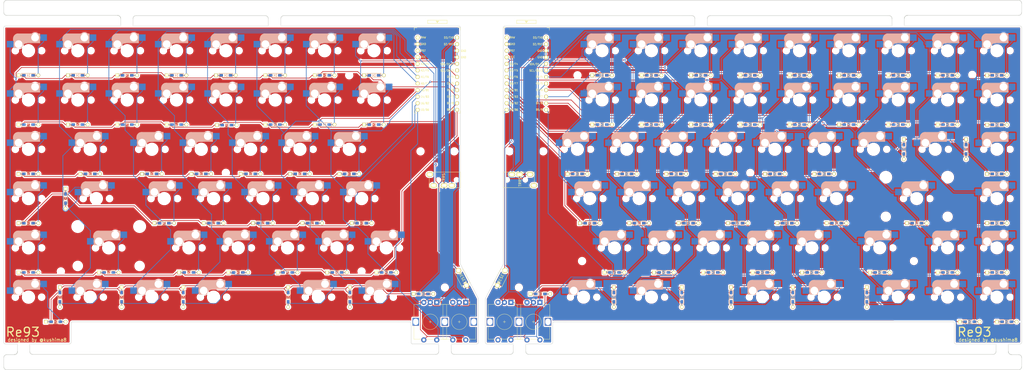
<source format=kicad_pcb>
(kicad_pcb (version 20171130) (host pcbnew "(5.1.4)-1")
  (layers (0 F.Cu signal) (31 B.Cu signal) (34 B.Paste user) (35 F.Paste user) (36 B.SilkS user) (37 F.SilkS user) (38 B.Mask user) (39 F.Mask user) (44 Edge.Cuts user))
  (net 0 "")
  (module kbd:Breakaway_Tabs (layer F.Cu) (at 221.55 142.07573 180)
    (fp_text reference REF**)
    (fp_text value Breakaway_Tabs)
    (pad "" np_thru_hole circle (at -1.1875 0 180) (size 0.3 0.3) (drill 0.3) (layers *.Cu *.Mask))
    (pad "" np_thru_hole circle (at -2.375 0 180) (size 0.3 0.3) (drill 0.3) (layers *.Cu *.Mask))
    (pad "" np_thru_hole circle (at -0.59375 0 180) (size 0.3 0.3) (drill 0.3) (layers *.Cu *.Mask))
    (pad "" np_thru_hole circle (at -1.78125 0 180) (size 0.3 0.3) (drill 0.3) (layers *.Cu *.Mask))
    (pad "" np_thru_hole circle (at 2.375 0 180) (size 0.3 0.3) (drill 0.3) (layers *.Cu *.Mask))
    (pad "" np_thru_hole circle (at 1.78125 0 180) (size 0.3 0.3) (drill 0.3) (layers *.Cu *.Mask))
    (pad "" np_thru_hole circle (at 1.1875 0 180) (size 0.3 0.3) (drill 0.3) (layers *.Cu *.Mask))
    (pad "" np_thru_hole circle (at 0.59375 0 180) (size 0.3 0.3) (drill 0.3) (layers *.Cu *.Mask))
    (pad "" np_thru_hole circle (at 0 0 180) (size 0.3 0.3) (drill 0.3) (layers *.Cu *.Mask))
  )
  (module kbd:Breakaway_Tabs (layer B.Cu) (at 192.87 142.06373)
    (fp_text reference REF**)
    (fp_text value Breakaway_Tabs)
    (pad "" np_thru_hole circle (at 0 0) (size 0.3 0.3) (drill 0.3) (layers *.Cu *.Mask))
    (pad "" np_thru_hole circle (at 0.59375 0) (size 0.3 0.3) (drill 0.3) (layers *.Cu *.Mask))
    (pad "" np_thru_hole circle (at 1.1875 0) (size 0.3 0.3) (drill 0.3) (layers *.Cu *.Mask))
    (pad "" np_thru_hole circle (at 1.78125 0) (size 0.3 0.3) (drill 0.3) (layers *.Cu *.Mask))
    (pad "" np_thru_hole circle (at 2.375 0) (size 0.3 0.3) (drill 0.3) (layers *.Cu *.Mask))
    (pad "" np_thru_hole circle (at -1.78125 0) (size 0.3 0.3) (drill 0.3) (layers *.Cu *.Mask))
    (pad "" np_thru_hole circle (at -0.59375 0) (size 0.3 0.3) (drill 0.3) (layers *.Cu *.Mask))
    (pad "" np_thru_hole circle (at -2.375 0) (size 0.3 0.3) (drill 0.3) (layers *.Cu *.Mask))
    (pad "" np_thru_hole circle (at -1.1875 0) (size 0.3 0.3) (drill 0.3) (layers *.Cu *.Mask))
  )
  (module kbd:Breakaway_Tabs (layer B.Cu) (at 30.258 142.07873)
    (fp_text reference REF**)
    (fp_text value Breakaway_Tabs)
    (pad "" np_thru_hole circle (at 0 0) (size 0.3 0.3) (drill 0.3) (layers *.Cu *.Mask))
    (pad "" np_thru_hole circle (at 0.59375 0) (size 0.3 0.3) (drill 0.3) (layers *.Cu *.Mask))
    (pad "" np_thru_hole circle (at 1.1875 0) (size 0.3 0.3) (drill 0.3) (layers *.Cu *.Mask))
    (pad "" np_thru_hole circle (at 1.78125 0) (size 0.3 0.3) (drill 0.3) (layers *.Cu *.Mask))
    (pad "" np_thru_hole circle (at 2.375 0) (size 0.3 0.3) (drill 0.3) (layers *.Cu *.Mask))
    (pad "" np_thru_hole circle (at -1.78125 0) (size 0.3 0.3) (drill 0.3) (layers *.Cu *.Mask))
    (pad "" np_thru_hole circle (at -0.59375 0) (size 0.3 0.3) (drill 0.3) (layers *.Cu *.Mask))
    (pad "" np_thru_hole circle (at -2.375 0) (size 0.3 0.3) (drill 0.3) (layers *.Cu *.Mask))
    (pad "" np_thru_hole circle (at -1.1875 0) (size 0.3 0.3) (drill 0.3) (layers *.Cu *.Mask))
  )
  (module kbd:Breakaway_Tabs (layer F.Cu) (at 407.87075 142.07973 180)
    (fp_text reference REF**)
    (fp_text value Breakaway_Tabs)
    (pad "" np_thru_hole circle (at -1.1875 0 180) (size 0.3 0.3) (drill 0.3) (layers *.Cu *.Mask))
    (pad "" np_thru_hole circle (at -2.375 0 180) (size 0.3 0.3) (drill 0.3) (layers *.Cu *.Mask))
    (pad "" np_thru_hole circle (at -0.59375 0 180) (size 0.3 0.3) (drill 0.3) (layers *.Cu *.Mask))
    (pad "" np_thru_hole circle (at -1.78125 0 180) (size 0.3 0.3) (drill 0.3) (layers *.Cu *.Mask))
    (pad "" np_thru_hole circle (at 2.375 0 180) (size 0.3 0.3) (drill 0.3) (layers *.Cu *.Mask))
    (pad "" np_thru_hole circle (at 1.78125 0 180) (size 0.3 0.3) (drill 0.3) (layers *.Cu *.Mask))
    (pad "" np_thru_hole circle (at 1.1875 0 180) (size 0.3 0.3) (drill 0.3) (layers *.Cu *.Mask))
    (pad "" np_thru_hole circle (at 0.59375 0 180) (size 0.3 0.3) (drill 0.3) (layers *.Cu *.Mask))
    (pad "" np_thru_hole circle (at 0 0 180) (size 0.3 0.3) (drill 0.3) (layers *.Cu *.Mask))
  )
  (module kbd:Breakaway_Tabs (layer F.Cu) (at 127.13 18.92927)
    (fp_text reference REF**)
    (fp_text value Breakaway_Tabs)
    (pad "" np_thru_hole circle (at 0 0) (size 0.3 0.3) (drill 0.3) (layers *.Cu *.Mask))
    (pad "" np_thru_hole circle (at 0.59375 0) (size 0.3 0.3) (drill 0.3) (layers *.Cu *.Mask))
    (pad "" np_thru_hole circle (at 1.1875 0) (size 0.3 0.3) (drill 0.3) (layers *.Cu *.Mask))
    (pad "" np_thru_hole circle (at 1.78125 0) (size 0.3 0.3) (drill 0.3) (layers *.Cu *.Mask))
    (pad "" np_thru_hole circle (at 2.375 0) (size 0.3 0.3) (drill 0.3) (layers *.Cu *.Mask))
    (pad "" np_thru_hole circle (at -1.78125 0) (size 0.3 0.3) (drill 0.3) (layers *.Cu *.Mask))
    (pad "" np_thru_hole circle (at -0.59375 0) (size 0.3 0.3) (drill 0.3) (layers *.Cu *.Mask))
    (pad "" np_thru_hole circle (at -2.375 0) (size 0.3 0.3) (drill 0.3) (layers *.Cu *.Mask))
    (pad "" np_thru_hole circle (at -1.1875 0) (size 0.3 0.3) (drill 0.3) (layers *.Cu *.Mask))
  )
  (module kbd:Breakaway_Tabs (layer B.Cu) (at 367.722 18.92627 180)
    (fp_text reference REF**)
    (fp_text value Breakaway_Tabs)
    (pad "" np_thru_hole circle (at -1.1875 0 180) (size 0.3 0.3) (drill 0.3) (layers *.Cu *.Mask))
    (pad "" np_thru_hole circle (at -2.375 0 180) (size 0.3 0.3) (drill 0.3) (layers *.Cu *.Mask))
    (pad "" np_thru_hole circle (at -0.59375 0 180) (size 0.3 0.3) (drill 0.3) (layers *.Cu *.Mask))
    (pad "" np_thru_hole circle (at -1.78125 0 180) (size 0.3 0.3) (drill 0.3) (layers *.Cu *.Mask))
    (pad "" np_thru_hole circle (at 2.375 0 180) (size 0.3 0.3) (drill 0.3) (layers *.Cu *.Mask))
    (pad "" np_thru_hole circle (at 1.78125 0 180) (size 0.3 0.3) (drill 0.3) (layers *.Cu *.Mask))
    (pad "" np_thru_hole circle (at 1.1875 0 180) (size 0.3 0.3) (drill 0.3) (layers *.Cu *.Mask))
    (pad "" np_thru_hole circle (at 0.59375 0 180) (size 0.3 0.3) (drill 0.3) (layers *.Cu *.Mask))
    (pad "" np_thru_hole circle (at 0 0 180) (size 0.3 0.3) (drill 0.3) (layers *.Cu *.Mask))
  )
  (module kbd:Breakaway_Tabs (layer F.Cu) (at 70.10925 18.92527)
    (fp_text reference REF**)
    (fp_text value Breakaway_Tabs)
    (pad "" np_thru_hole circle (at 0 0) (size 0.3 0.3) (drill 0.3) (layers *.Cu *.Mask))
    (pad "" np_thru_hole circle (at 0.59375 0) (size 0.3 0.3) (drill 0.3) (layers *.Cu *.Mask))
    (pad "" np_thru_hole circle (at 1.1875 0) (size 0.3 0.3) (drill 0.3) (layers *.Cu *.Mask))
    (pad "" np_thru_hole circle (at 1.78125 0) (size 0.3 0.3) (drill 0.3) (layers *.Cu *.Mask))
    (pad "" np_thru_hole circle (at 2.375 0) (size 0.3 0.3) (drill 0.3) (layers *.Cu *.Mask))
    (pad "" np_thru_hole circle (at -1.78125 0) (size 0.3 0.3) (drill 0.3) (layers *.Cu *.Mask))
    (pad "" np_thru_hole circle (at -0.59375 0) (size 0.3 0.3) (drill 0.3) (layers *.Cu *.Mask))
    (pad "" np_thru_hole circle (at -2.375 0) (size 0.3 0.3) (drill 0.3) (layers *.Cu *.Mask))
    (pad "" np_thru_hole circle (at -1.1875 0) (size 0.3 0.3) (drill 0.3) (layers *.Cu *.Mask))
  )
  (module kbd:Breakaway_Tabs (layer B.Cu) (at 291.71 18.94127 180)
    (fp_text reference REF**)
    (fp_text value Breakaway_Tabs)
    (pad "" np_thru_hole circle (at -1.1875 0 180) (size 0.3 0.3) (drill 0.3) (layers *.Cu *.Mask))
    (pad "" np_thru_hole circle (at -2.375 0 180) (size 0.3 0.3) (drill 0.3) (layers *.Cu *.Mask))
    (pad "" np_thru_hole circle (at -0.59375 0 180) (size 0.3 0.3) (drill 0.3) (layers *.Cu *.Mask))
    (pad "" np_thru_hole circle (at -1.78125 0 180) (size 0.3 0.3) (drill 0.3) (layers *.Cu *.Mask))
    (pad "" np_thru_hole circle (at 2.375 0 180) (size 0.3 0.3) (drill 0.3) (layers *.Cu *.Mask))
    (pad "" np_thru_hole circle (at 1.78125 0 180) (size 0.3 0.3) (drill 0.3) (layers *.Cu *.Mask))
    (pad "" np_thru_hole circle (at 1.1875 0 180) (size 0.3 0.3) (drill 0.3) (layers *.Cu *.Mask))
    (pad "" np_thru_hole circle (at 0.59375 0 180) (size 0.3 0.3) (drill 0.3) (layers *.Cu *.Mask))
    (pad "" np_thru_hole circle (at 0 0 180) (size 0.3 0.3) (drill 0.3) (layers *.Cu *.Mask))
  )
  (module Rotary_Encoder:RotaryEncoder_Alps_EC12E-Switch_Vertical_H20mm (layer F.Cu) (at 229.5 125.875 270)
    (fp_text reference SW45 hide)
    (fp_text value Rotary_Encoder_Switch)
    (pad S2 thru_hole circle (at 14.5 5 270) (size 2 2) (drill 1) (layers *.Cu *.Mask))
    (pad S1 thru_hole circle (at 14.5 0 270) (size 2 2) (drill 1) (layers *.Cu *.Mask))
    (pad MP thru_hole rect (at 7.5 8.1 270) (size 3 2.5) (drill oval 2.5 2) (layers *.Cu *.Mask))
    (pad MP thru_hole rect (at 7.5 -3.1 270) (size 3 2.5) (drill oval 2.5 2) (layers *.Cu *.Mask))
    (pad B thru_hole circle (at 0 5 270) (size 2 2) (drill 1) (layers *.Cu *.Mask))
    (pad C thru_hole circle (at 0 2.5 270) (size 2 2) (drill 1) (layers *.Cu *.Mask))
    (pad A thru_hole rect (at 0 0 270) (size 2 2) (drill 1) (layers *.Cu *.Mask))
  )
  (module kbd:D3_TH_SMD (layer F.Cu) (at 253.495 57.15)
    (fp_text reference D10 hide)
    (fp_text value D hide)
    (pad 2 smd rect (at 1.775 0) (size 1.3 0.95) (layers F.Cu F.Paste F.Mask))
    (pad 2 thru_hole circle (at 3.81 0) (size 1.397 1.397) (drill 0.8128) (layers *.Cu *.Mask F.SilkS))
    (pad 1 thru_hole rect (at -3.81 0) (size 1.397 1.397) (drill 0.8128) (layers *.Cu *.Mask F.SilkS))
    (pad 1 smd rect (at -1.775 0) (size 1.3 0.95) (layers B.Cu B.Paste B.Mask))
    (pad 2 smd rect (at 1.775 0) (size 1.3 0.95) (layers B.Cu B.Paste B.Mask))
    (pad 1 smd rect (at -1.775 0) (size 1.3 0.95) (layers F.Cu F.Paste F.Mask))
  )
  (module kbd:ProMicro_v3.5 (layer F.Cu) (at 224.265 37.975)
    (fp_text reference U1 hide)
    (fp_text value ProMicro hide)
    (fp_text user RAW (at -5.395 -14.5 unlocked) (layer F.SilkS) (effects (font (size 0.75 0.67) (thickness 0.125))))
    (fp_text user GND (at -5.395 -11.95 unlocked) (layer F.SilkS) (effects (font (size 0.75 0.67) (thickness 0.125))))
    (fp_text user RST (at -5.395 -9.4 unlocked) (layer F.SilkS) (effects (font (size 0.75 0.67) (thickness 0.125))))
    (fp_text user VCC (at -5.395 -6.95 unlocked) (layer F.SilkS) (effects (font (size 0.75 0.67) (thickness 0.125))))
    (fp_text user A3/F4 (at -4.845 -4.25 unlocked) (layer F.SilkS) (effects (font (size 0.75 0.67) (thickness 0.125))))
    (fp_text user A2/F5 (at -4.845 -1.75 unlocked) (layer F.SilkS) (effects (font (size 0.75 0.67) (thickness 0.125))))
    (fp_text user A1/F6 (at -4.845 0.75 unlocked) (layer F.SilkS) (effects (font (size 0.75 0.67) (thickness 0.125))))
    (fp_text user A0/F7 (at -4.845 3.3 unlocked) (layer F.SilkS) (effects (font (size 0.75 0.67) (thickness 0.125))))
    (fp_text user 15/B1 (at -4.845 5.85 unlocked) (layer F.SilkS) (effects (font (size 0.75 0.67) (thickness 0.125))))
    (fp_text user 14/B3 (at -4.845 8.4 unlocked) (layer F.SilkS) (effects (font (size 0.75 0.67) (thickness 0.125))))
    (fp_text user 10/B6 (at -4.845 13.45 unlocked) (layer F.SilkS) (effects (font (size 0.75 0.67) (thickness 0.125))))
    (fp_text user 16/B2 (at -4.845 10.95 unlocked) (layer F.SilkS) (effects (font (size 0.75 0.67) (thickness 0.125))))
    (fp_text user E6/7 (at 5.005 8.35 unlocked) (layer F.SilkS) (effects (font (size 0.75 0.67) (thickness 0.125))))
    (fp_text user D7/6 (at 5.005 5.8 unlocked) (layer F.SilkS) (effects (font (size 0.75 0.67) (thickness 0.125))))
    (fp_text user GND (at 5.305 -9.3 unlocked) (layer F.SilkS) (effects (font (size 0.75 0.67) (thickness 0.125))))
    (fp_text user GND (at 5.305 -6.85 unlocked) (layer F.SilkS) (effects (font (size 0.75 0.67) (thickness 0.125))))
    (fp_text user D3/TX0 (at 4.455 -14.45 unlocked) (layer F.SilkS) (effects (font (size 0.75 0.67) (thickness 0.125))))
    (fp_text user D4/4 (at 5.005 0.7 unlocked) (layer F.SilkS) (effects (font (size 0.75 0.67) (thickness 0.125))))
    (fp_text user SDA/D1/2 (at 3.755 -4.2 unlocked) (layer F.SilkS) (effects (font (size 0.75 0.67) (thickness 0.125))))
    (fp_text user SCL/D0/3 (at 3.755 -1.7 unlocked) (layer F.SilkS) (effects (font (size 0.75 0.67) (thickness 0.125))))
    (fp_text user C6/5 (at 5.005 3.25 unlocked) (layer F.SilkS) (effects (font (size 0.75 0.67) (thickness 0.125))))
    (fp_text user B5/9 (at 5.005 13.4 unlocked) (layer F.SilkS) (effects (font (size 0.75 0.67) (thickness 0.125))))
    (fp_text user D2/RX1 (at 4.455 -11.9 unlocked) (layer F.SilkS) (effects (font (size 0.75 0.67) (thickness 0.125))))
    (fp_text user B4/8 (at 5.005 10.9 unlocked) (layer F.SilkS) (effects (font (size 0.75 0.67) (thickness 0.125))))
    (pad 24 thru_hole circle (at -7.6086 -14.478) (size 1.524 1.524) (drill 0.8128) (layers *.Cu F.SilkS B.Mask))
    (pad 23 thru_hole circle (at -7.6086 -11.938) (size 1.524 1.524) (drill 0.8128) (layers *.Cu F.SilkS B.Mask))
    (pad 22 thru_hole circle (at -7.6086 -9.398) (size 1.524 1.524) (drill 0.8128) (layers *.Cu F.SilkS B.Mask))
    (pad 21 thru_hole circle (at -7.6086 -6.858) (size 1.524 1.524) (drill 0.8128) (layers *.Cu F.SilkS B.Mask))
    (pad 20 thru_hole circle (at -7.6086 -4.318) (size 1.524 1.524) (drill 0.8128) (layers *.Cu F.SilkS B.Mask))
    (pad 19 thru_hole circle (at -7.6086 -1.778) (size 1.524 1.524) (drill 0.8128) (layers *.Cu F.SilkS B.Mask))
    (pad 18 thru_hole circle (at -7.6086 0.762) (size 1.524 1.524) (drill 0.8128) (layers *.Cu F.SilkS B.Mask))
    (pad 17 thru_hole circle (at -7.6086 3.302) (size 1.524 1.524) (drill 0.8128) (layers *.Cu F.SilkS B.Mask))
    (pad 16 thru_hole circle (at -7.6086 5.842) (size 1.524 1.524) (drill 0.8128) (layers *.Cu F.SilkS B.Mask))
    (pad 15 thru_hole circle (at -7.6086 8.382) (size 1.524 1.524) (drill 0.8128) (layers *.Cu F.SilkS B.Mask))
    (pad 14 thru_hole circle (at -7.6086 10.922) (size 1.524 1.524) (drill 0.8128) (layers *.Cu F.SilkS B.Mask))
    (pad 13 thru_hole circle (at -7.6086 13.462) (size 1.524 1.524) (drill 0.8128) (layers *.Cu F.SilkS B.Mask))
    (pad 12 thru_hole circle (at 7.6114 13.462) (size 1.524 1.524) (drill 0.8128) (layers *.Cu F.SilkS B.Mask))
    (pad 11 thru_hole circle (at 7.6114 10.922) (size 1.524 1.524) (drill 0.8128) (layers *.Cu F.SilkS B.Mask))
    (pad 10 thru_hole circle (at 7.6114 8.382) (size 1.524 1.524) (drill 0.8128) (layers *.Cu F.SilkS B.Mask))
    (pad 9 thru_hole circle (at 7.6114 5.842) (size 1.524 1.524) (drill 0.8128) (layers *.Cu F.SilkS B.Mask))
    (pad 8 thru_hole circle (at 7.6114 3.302) (size 1.524 1.524) (drill 0.8128) (layers *.Cu F.SilkS B.Mask))
    (pad 7 thru_hole circle (at 7.6114 0.762) (size 1.524 1.524) (drill 0.8128) (layers *.Cu F.SilkS B.Mask))
    (pad 6 thru_hole circle (at 7.6114 -1.778) (size 1.524 1.524) (drill 0.8128) (layers *.Cu F.SilkS B.Mask))
    (pad 5 thru_hole circle (at 7.6114 -4.318) (size 1.524 1.524) (drill 0.8128) (layers *.Cu F.SilkS B.Mask))
    (pad 4 thru_hole circle (at 7.6114 -6.858) (size 1.524 1.524) (drill 0.8128) (layers *.Cu F.SilkS B.Mask))
    (pad 3 thru_hole circle (at 7.6114 -9.398) (size 1.524 1.524) (drill 0.8128) (layers *.Cu F.SilkS B.Mask))
    (pad 2 thru_hole circle (at 7.6114 -11.938) (size 1.524 1.524) (drill 0.8128) (layers *.Cu F.SilkS B.Mask))
    (pad 1 thru_hole circle (at 7.6114 -14.478) (size 1.524 1.524) (drill 0.8128) (layers *.Cu F.SilkS B.Mask))
  )
  (module kbd:D3_TH_SMD (layer F.Cu) (at 272.545 38.1)
    (fp_text reference D2 hide)
    (fp_text value D hide)
    (pad 1 smd rect (at -1.775 0) (size 1.3 0.95) (layers F.Cu F.Paste F.Mask))
    (pad 2 smd rect (at 1.775 0) (size 1.3 0.95) (layers B.Cu B.Paste B.Mask))
    (pad 1 smd rect (at -1.775 0) (size 1.3 0.95) (layers B.Cu B.Paste B.Mask))
    (pad 1 thru_hole rect (at -3.81 0) (size 1.397 1.397) (drill 0.8128) (layers *.Cu *.Mask F.SilkS))
    (pad 2 thru_hole circle (at 3.81 0) (size 1.397 1.397) (drill 0.8128) (layers *.Cu *.Mask F.SilkS))
    (pad 2 smd rect (at 1.775 0) (size 1.3 0.95) (layers F.Cu F.Paste F.Mask))
  )
  (module kbd:D3_TH_SMD (layer F.Cu) (at 258.2575 114.3)
    (fp_text reference D36 hide)
    (fp_text value D hide)
    (pad 2 smd rect (at 1.775 0) (size 1.3 0.95) (layers F.Cu F.Paste F.Mask))
    (pad 2 thru_hole circle (at 3.81 0) (size 1.397 1.397) (drill 0.8128) (layers *.Cu *.Mask F.SilkS))
    (pad 1 thru_hole rect (at -3.81 0) (size 1.397 1.397) (drill 0.8128) (layers *.Cu *.Mask F.SilkS))
    (pad 1 smd rect (at -1.775 0) (size 1.3 0.95) (layers B.Cu B.Paste B.Mask))
    (pad 2 smd rect (at 1.775 0) (size 1.3 0.95) (layers B.Cu B.Paste B.Mask))
    (pad 1 smd rect (at -1.775 0) (size 1.3 0.95) (layers F.Cu F.Paste F.Mask))
  )
  (module kbd:D3_TH_SMD (layer F.Cu) (at 243.97 76.2)
    (fp_text reference D19 hide)
    (fp_text value D hide)
    (pad 1 smd rect (at -1.775 0) (size 1.3 0.95) (layers F.Cu F.Paste F.Mask))
    (pad 2 smd rect (at 1.775 0) (size 1.3 0.95) (layers B.Cu B.Paste B.Mask))
    (pad 1 smd rect (at -1.775 0) (size 1.3 0.95) (layers B.Cu B.Paste B.Mask))
    (pad 1 thru_hole rect (at -3.81 0) (size 1.397 1.397) (drill 0.8128) (layers *.Cu *.Mask F.SilkS))
    (pad 2 thru_hole circle (at 3.81 0) (size 1.397 1.397) (drill 0.8128) (layers *.Cu *.Mask F.SilkS))
    (pad 2 smd rect (at 1.775 0) (size 1.3 0.95) (layers F.Cu F.Paste F.Mask))
  )
  (module kbd:D3_TH_SMD (layer F.Cu) (at 248.7325 95.25)
    (fp_text reference D28 hide)
    (fp_text value D hide)
    (pad 2 smd rect (at 1.775 0) (size 1.3 0.95) (layers F.Cu F.Paste F.Mask))
    (pad 2 thru_hole circle (at 3.81 0) (size 1.397 1.397) (drill 0.8128) (layers *.Cu *.Mask F.SilkS))
    (pad 1 thru_hole rect (at -3.81 0) (size 1.397 1.397) (drill 0.8128) (layers *.Cu *.Mask F.SilkS))
    (pad 1 smd rect (at -1.775 0) (size 1.3 0.95) (layers B.Cu B.Paste B.Mask))
    (pad 2 smd rect (at 1.775 0) (size 1.3 0.95) (layers B.Cu B.Paste B.Mask))
    (pad 1 smd rect (at -1.775 0) (size 1.3 0.95) (layers F.Cu F.Paste F.Mask))
  )
  (module kbd:D3_TH_SMD (layer F.Cu) (at 405.92 57.2125)
    (fp_text reference D18 hide)
    (fp_text value D hide)
    (pad 1 smd rect (at -1.775 0) (size 1.3 0.95) (layers F.Cu F.Paste F.Mask))
    (pad 2 smd rect (at 1.775 0) (size 1.3 0.95) (layers B.Cu B.Paste B.Mask))
    (pad 1 smd rect (at -1.775 0) (size 1.3 0.95) (layers B.Cu B.Paste B.Mask))
    (pad 1 thru_hole rect (at -3.81 0) (size 1.397 1.397) (drill 0.8128) (layers *.Cu *.Mask F.SilkS))
    (pad 2 thru_hole circle (at 3.81 0) (size 1.397 1.397) (drill 0.8128) (layers *.Cu *.Mask F.SilkS))
    (pad 2 smd rect (at 1.775 0) (size 1.3 0.95) (layers F.Cu F.Paste F.Mask))
  )
  (module kbd:D3_TH_SMD (layer F.Cu) (at 367.795 38.1)
    (fp_text reference D7 hide)
    (fp_text value D hide)
    (pad 1 smd rect (at -1.775 0) (size 1.3 0.95) (layers F.Cu F.Paste F.Mask))
    (pad 2 smd rect (at 1.775 0) (size 1.3 0.95) (layers B.Cu B.Paste B.Mask))
    (pad 1 smd rect (at -1.775 0) (size 1.3 0.95) (layers B.Cu B.Paste B.Mask))
    (pad 1 thru_hole rect (at -3.81 0) (size 1.397 1.397) (drill 0.8128) (layers *.Cu *.Mask F.SilkS))
    (pad 2 thru_hole circle (at 3.81 0) (size 1.397 1.397) (drill 0.8128) (layers *.Cu *.Mask F.SilkS))
    (pad 2 smd rect (at 1.775 0) (size 1.3 0.95) (layers F.Cu F.Paste F.Mask))
  )
  (module kbd:D3_TH_SMD (layer F.Cu) (at 348.745 38.1)
    (fp_text reference D6 hide)
    (fp_text value D hide)
    (pad 2 smd rect (at 1.775 0) (size 1.3 0.95) (layers F.Cu F.Paste F.Mask))
    (pad 2 thru_hole circle (at 3.81 0) (size 1.397 1.397) (drill 0.8128) (layers *.Cu *.Mask F.SilkS))
    (pad 1 thru_hole rect (at -3.81 0) (size 1.397 1.397) (drill 0.8128) (layers *.Cu *.Mask F.SilkS))
    (pad 1 smd rect (at -1.775 0) (size 1.3 0.95) (layers B.Cu B.Paste B.Mask))
    (pad 2 smd rect (at 1.775 0) (size 1.3 0.95) (layers B.Cu B.Paste B.Mask))
    (pad 1 smd rect (at -1.775 0) (size 1.3 0.95) (layers F.Cu F.Paste F.Mask))
  )
  (module kbd:D3_TH_SMD (layer F.Cu) (at 405.896 38.1)
    (fp_text reference D9 hide)
    (fp_text value D hide)
    (pad 2 smd rect (at 1.775 0) (size 1.3 0.95) (layers F.Cu F.Paste F.Mask))
    (pad 2 thru_hole circle (at 3.81 0) (size 1.397 1.397) (drill 0.8128) (layers *.Cu *.Mask F.SilkS))
    (pad 1 thru_hole rect (at -3.81 0) (size 1.397 1.397) (drill 0.8128) (layers *.Cu *.Mask F.SilkS))
    (pad 1 smd rect (at -1.775 0) (size 1.3 0.95) (layers B.Cu B.Paste B.Mask))
    (pad 2 smd rect (at 1.775 0) (size 1.3 0.95) (layers B.Cu B.Paste B.Mask))
    (pad 1 smd rect (at -1.775 0) (size 1.3 0.95) (layers F.Cu F.Paste F.Mask))
  )
  (module kbd:D3_TH_SMD (layer F.Cu) (at 329.695 38.1)
    (fp_text reference D5 hide)
    (fp_text value D hide)
    (pad 1 smd rect (at -1.775 0) (size 1.3 0.95) (layers F.Cu F.Paste F.Mask))
    (pad 2 smd rect (at 1.775 0) (size 1.3 0.95) (layers B.Cu B.Paste B.Mask))
    (pad 1 smd rect (at -1.775 0) (size 1.3 0.95) (layers B.Cu B.Paste B.Mask))
    (pad 1 thru_hole rect (at -3.81 0) (size 1.397 1.397) (drill 0.8128) (layers *.Cu *.Mask F.SilkS))
    (pad 2 thru_hole circle (at 3.81 0) (size 1.397 1.397) (drill 0.8128) (layers *.Cu *.Mask F.SilkS))
    (pad 2 smd rect (at 1.775 0) (size 1.3 0.95) (layers F.Cu F.Paste F.Mask))
  )
  (module kbd:D3_TH_SMD (layer F.Cu) (at 386.846 38.1)
    (fp_text reference D8 hide)
    (fp_text value D hide)
    (pad 2 smd rect (at 1.775 0) (size 1.3 0.95) (layers F.Cu F.Paste F.Mask))
    (pad 2 thru_hole circle (at 3.81 0) (size 1.397 1.397) (drill 0.8128) (layers *.Cu *.Mask F.SilkS))
    (pad 1 thru_hole rect (at -3.81 0) (size 1.397 1.397) (drill 0.8128) (layers *.Cu *.Mask F.SilkS))
    (pad 1 smd rect (at -1.775 0) (size 1.3 0.95) (layers B.Cu B.Paste B.Mask))
    (pad 2 smd rect (at 1.775 0) (size 1.3 0.95) (layers B.Cu B.Paste B.Mask))
    (pad 1 smd rect (at -1.775 0) (size 1.3 0.95) (layers F.Cu F.Paste F.Mask))
  )
  (module kbd:D3_TH_SMD (layer F.Cu) (at 310.645 38.1)
    (fp_text reference D4 hide)
    (fp_text value D hide)
    (pad 2 smd rect (at 1.775 0) (size 1.3 0.95) (layers F.Cu F.Paste F.Mask))
    (pad 2 thru_hole circle (at 3.81 0) (size 1.397 1.397) (drill 0.8128) (layers *.Cu *.Mask F.SilkS))
    (pad 1 thru_hole rect (at -3.81 0) (size 1.397 1.397) (drill 0.8128) (layers *.Cu *.Mask F.SilkS))
    (pad 1 smd rect (at -1.775 0) (size 1.3 0.95) (layers B.Cu B.Paste B.Mask))
    (pad 2 smd rect (at 1.775 0) (size 1.3 0.95) (layers B.Cu B.Paste B.Mask))
    (pad 1 smd rect (at -1.775 0) (size 1.3 0.95) (layers F.Cu F.Paste F.Mask))
  )
  (module Rotary_Encoder:RotaryEncoder_Alps_EC12E-Switch_Vertical_H20mm (layer F.Cu) (at 218.3 125.875 270)
    (fp_text reference SW44 hide)
    (fp_text value Rotary_Encoder_Switch)
    (pad A thru_hole rect (at 0 0 270) (size 2 2) (drill 1) (layers *.Cu *.Mask))
    (pad C thru_hole circle (at 0 2.5 270) (size 2 2) (drill 1) (layers *.Cu *.Mask))
    (pad B thru_hole circle (at 0 5 270) (size 2 2) (drill 1) (layers *.Cu *.Mask))
    (pad MP thru_hole rect (at 7.5 -3.1 270) (size 3 2.5) (drill oval 2.5 2) (layers *.Cu *.Mask))
    (pad MP thru_hole rect (at 7.5 8.1 270) (size 3 2.5) (drill oval 2.5 2) (layers *.Cu *.Mask))
    (pad S1 thru_hole circle (at 14.5 0 270) (size 2 2) (drill 1) (layers *.Cu *.Mask))
    (pad S2 thru_hole circle (at 14.5 5 270) (size 2 2) (drill 1) (layers *.Cu *.Mask))
  )
  (module kbd:ResetSW_1side (layer F.Cu) (at 214.57 116.41 63)
    (fp_text reference SW53 hide)
    (fp_text value SW_PUSH)
    (fp_text user RESET (at 0 0 63) (layer F.SilkS))
    (pad 2 thru_hole circle (at -3.25 0 63) (size 2 2) (drill 1.3) (layers *.Cu F.SilkS B.Mask))
    (pad 1 thru_hole circle (at 3.25 0 63) (size 2 2) (drill 1.3) (layers *.Cu F.SilkS B.Mask))
  )
  (module kbd:D3_TH_SMD (layer F.Cu) (at 291.595 38.1)
    (fp_text reference D3 hide)
    (fp_text value D hide)
    (pad 2 smd rect (at 1.775 0) (size 1.3 0.95) (layers F.Cu F.Paste F.Mask))
    (pad 2 thru_hole circle (at 3.81 0) (size 1.397 1.397) (drill 0.8128) (layers *.Cu *.Mask F.SilkS))
    (pad 1 thru_hole rect (at -3.81 0) (size 1.397 1.397) (drill 0.8128) (layers *.Cu *.Mask F.SilkS))
    (pad 1 smd rect (at -1.775 0) (size 1.3 0.95) (layers B.Cu B.Paste B.Mask))
    (pad 2 smd rect (at 1.775 0) (size 1.3 0.95) (layers B.Cu B.Paste B.Mask))
    (pad 1 smd rect (at -1.775 0) (size 1.3 0.95) (layers F.Cu F.Paste F.Mask))
  )
  (module kbd:D3_TH_SMD (layer F.Cu) (at 253.495 38.1)
    (fp_text reference D1 hide)
    (fp_text value D hide)
    (pad 1 smd rect (at -1.775 0) (size 1.3 0.95) (layers F.Cu F.Paste F.Mask))
    (pad 2 smd rect (at 1.775 0) (size 1.3 0.95) (layers B.Cu B.Paste B.Mask))
    (pad 1 smd rect (at -1.775 0) (size 1.3 0.95) (layers B.Cu B.Paste B.Mask))
    (pad 1 thru_hole rect (at -3.81 0) (size 1.397 1.397) (drill 0.8128) (layers *.Cu *.Mask F.SilkS))
    (pad 2 thru_hole circle (at 3.81 0) (size 1.397 1.397) (drill 0.8128) (layers *.Cu *.Mask F.SilkS))
    (pad 2 smd rect (at 1.775 0) (size 1.3 0.95) (layers F.Cu F.Paste F.Mask))
  )
  (module kbd:D3_TH_SMD (layer F.Cu) (at 405.896 76.2)
    (fp_text reference D27 hide)
    (fp_text value D hide)
    (pad 1 smd rect (at -1.775 0) (size 1.3 0.95) (layers F.Cu F.Paste F.Mask))
    (pad 2 smd rect (at 1.775 0) (size 1.3 0.95) (layers B.Cu B.Paste B.Mask))
    (pad 1 smd rect (at -1.775 0) (size 1.3 0.95) (layers B.Cu B.Paste B.Mask))
    (pad 1 thru_hole rect (at -3.81 0) (size 1.397 1.397) (drill 0.8128) (layers *.Cu *.Mask F.SilkS))
    (pad 2 thru_hole circle (at 3.81 0) (size 1.397 1.397) (drill 0.8128) (layers *.Cu *.Mask F.SilkS))
    (pad 2 smd rect (at 1.775 0) (size 1.3 0.95) (layers F.Cu F.Paste F.Mask))
  )
  (module kbd:D3_TH_SMD (layer F.Cu) (at 229.66 122.6)
    (fp_text reference D44 hide)
    (fp_text value D hide)
    (pad 1 smd rect (at -1.775 0) (size 1.3 0.95) (layers F.Cu F.Paste F.Mask))
    (pad 2 smd rect (at 1.775 0) (size 1.3 0.95) (layers B.Cu B.Paste B.Mask))
    (pad 1 smd rect (at -1.775 0) (size 1.3 0.95) (layers B.Cu B.Paste B.Mask))
    (pad 1 thru_hole rect (at -3.81 0) (size 1.397 1.397) (drill 0.8128) (layers *.Cu *.Mask F.SilkS))
    (pad 2 thru_hole circle (at 3.81 0) (size 1.397 1.397) (drill 0.8128) (layers *.Cu *.Mask F.SilkS))
    (pad 2 smd rect (at 1.775 0) (size 1.3 0.95) (layers F.Cu F.Paste F.Mask))
  )
  (module kbd:D3_TH_SMD (layer F.Cu) (at 327.096 123.85 270)
    (fp_text reference D48 hide)
    (fp_text value D hide)
    (pad 1 smd rect (at -1.775 0 270) (size 1.3 0.95) (layers F.Cu F.Paste F.Mask))
    (pad 2 smd rect (at 1.775 0 270) (size 1.3 0.95) (layers B.Cu B.Paste B.Mask))
    (pad 1 smd rect (at -1.775 0 270) (size 1.3 0.95) (layers B.Cu B.Paste B.Mask))
    (pad 1 thru_hole rect (at -3.81 0 270) (size 1.397 1.397) (drill 0.8128) (layers *.Cu *.Mask F.SilkS))
    (pad 2 thru_hole circle (at 3.81 0 270) (size 1.397 1.397) (drill 0.8128) (layers *.Cu *.Mask F.SilkS))
    (pad 2 smd rect (at 1.775 0 270) (size 1.3 0.95) (layers F.Cu F.Paste F.Mask))
  )
  (module kbd:D3_TH_SMD (layer F.Cu) (at 277.3075 114.3)
    (fp_text reference D37 hide)
    (fp_text value D hide)
    (pad 1 smd rect (at -1.775 0) (size 1.3 0.95) (layers F.Cu F.Paste F.Mask))
    (pad 2 smd rect (at 1.775 0) (size 1.3 0.95) (layers B.Cu B.Paste B.Mask))
    (pad 1 smd rect (at -1.775 0) (size 1.3 0.95) (layers B.Cu B.Paste B.Mask))
    (pad 1 thru_hole rect (at -3.81 0) (size 1.397 1.397) (drill 0.8128) (layers *.Cu *.Mask F.SilkS))
    (pad 2 thru_hole circle (at 3.81 0) (size 1.397 1.397) (drill 0.8128) (layers *.Cu *.Mask F.SilkS))
    (pad 2 smd rect (at 1.775 0) (size 1.3 0.95) (layers F.Cu F.Paste F.Mask))
  )
  (module kbd:D3_TH_SMD (layer F.Cu) (at 315.408 114.3)
    (fp_text reference D39 hide)
    (fp_text value D hide)
    (pad 1 smd rect (at -1.775 0) (size 1.3 0.95) (layers F.Cu F.Paste F.Mask))
    (pad 2 smd rect (at 1.775 0) (size 1.3 0.95) (layers B.Cu B.Paste B.Mask))
    (pad 1 smd rect (at -1.775 0) (size 1.3 0.95) (layers B.Cu B.Paste B.Mask))
    (pad 1 thru_hole rect (at -3.81 0) (size 1.397 1.397) (drill 0.8128) (layers *.Cu *.Mask F.SilkS))
    (pad 2 thru_hole circle (at 3.81 0) (size 1.397 1.397) (drill 0.8128) (layers *.Cu *.Mask F.SilkS))
    (pad 2 smd rect (at 1.775 0) (size 1.3 0.95) (layers F.Cu F.Paste F.Mask))
  )
  (module kbd:D3_TH_SMD (layer F.Cu) (at 409.658 133.35)
    (fp_text reference D51 hide)
    (fp_text value D hide)
    (pad 2 smd rect (at 1.775 0) (size 1.3 0.95) (layers F.Cu F.Paste F.Mask))
    (pad 2 thru_hole circle (at 3.81 0) (size 1.397 1.397) (drill 0.8128) (layers *.Cu *.Mask F.SilkS))
    (pad 1 thru_hole rect (at -3.81 0) (size 1.397 1.397) (drill 0.8128) (layers *.Cu *.Mask F.SilkS))
    (pad 1 smd rect (at -1.775 0) (size 1.3 0.95) (layers B.Cu B.Paste B.Mask))
    (pad 2 smd rect (at 1.775 0) (size 1.3 0.95) (layers B.Cu B.Paste B.Mask))
    (pad 1 smd rect (at -1.775 0) (size 1.3 0.95) (layers F.Cu F.Paste F.Mask))
  )
  (module kbd:D3_TH_SMD (layer F.Cu) (at 395.371 133.35)
    (fp_text reference D50 hide)
    (fp_text value D hide)
    (pad 1 smd rect (at -1.775 0) (size 1.3 0.95) (layers F.Cu F.Paste F.Mask))
    (pad 2 smd rect (at 1.775 0) (size 1.3 0.95) (layers B.Cu B.Paste B.Mask))
    (pad 1 smd rect (at -1.775 0) (size 1.3 0.95) (layers B.Cu B.Paste B.Mask))
    (pad 1 thru_hole rect (at -3.81 0) (size 1.397 1.397) (drill 0.8128) (layers *.Cu *.Mask F.SilkS))
    (pad 2 thru_hole circle (at 3.81 0) (size 1.397 1.397) (drill 0.8128) (layers *.Cu *.Mask F.SilkS))
    (pad 2 smd rect (at 1.775 0) (size 1.3 0.95) (layers F.Cu F.Paste F.Mask))
  )
  (module kbd:D3_TH_SMD (layer F.Cu) (at 258.0388 123.85 270)
    (fp_text reference D45 hide)
    (fp_text value D hide)
    (pad 2 smd rect (at 1.775 0 270) (size 1.3 0.95) (layers F.Cu F.Paste F.Mask))
    (pad 2 thru_hole circle (at 3.81 0 270) (size 1.397 1.397) (drill 0.8128) (layers *.Cu *.Mask F.SilkS))
    (pad 1 thru_hole rect (at -3.81 0 270) (size 1.397 1.397) (drill 0.8128) (layers *.Cu *.Mask F.SilkS))
    (pad 1 smd rect (at -1.775 0 270) (size 1.3 0.95) (layers B.Cu B.Paste B.Mask))
    (pad 2 smd rect (at 1.775 0 270) (size 1.3 0.95) (layers B.Cu B.Paste B.Mask))
    (pad 1 smd rect (at -1.775 0 270) (size 1.3 0.95) (layers F.Cu F.Paste F.Mask))
  )
  (module kbd:D3_TH_SMD (layer F.Cu) (at 386.846 114.3)
    (fp_text reference D42 hide)
    (fp_text value D hide)
    (pad 2 smd rect (at 1.775 0) (size 1.3 0.95) (layers F.Cu F.Paste F.Mask))
    (pad 2 thru_hole circle (at 3.81 0) (size 1.397 1.397) (drill 0.8128) (layers *.Cu *.Mask F.SilkS))
    (pad 1 thru_hole rect (at -3.81 0) (size 1.397 1.397) (drill 0.8128) (layers *.Cu *.Mask F.SilkS))
    (pad 1 smd rect (at -1.775 0) (size 1.3 0.95) (layers B.Cu B.Paste B.Mask))
    (pad 2 smd rect (at 1.775 0) (size 1.3 0.95) (layers B.Cu B.Paste B.Mask))
    (pad 1 smd rect (at -1.775 0) (size 1.3 0.95) (layers F.Cu F.Paste F.Mask))
  )
  (module kbd:D3_TH_SMD (layer F.Cu) (at 360.652 114.3)
    (fp_text reference D41 hide)
    (fp_text value D hide)
    (pad 1 smd rect (at -1.775 0) (size 1.3 0.95) (layers F.Cu F.Paste F.Mask))
    (pad 2 smd rect (at 1.775 0) (size 1.3 0.95) (layers B.Cu B.Paste B.Mask))
    (pad 1 smd rect (at -1.775 0) (size 1.3 0.95) (layers B.Cu B.Paste B.Mask))
    (pad 1 thru_hole rect (at -3.81 0) (size 1.397 1.397) (drill 0.8128) (layers *.Cu *.Mask F.SilkS))
    (pad 2 thru_hole circle (at 3.81 0) (size 1.397 1.397) (drill 0.8128) (layers *.Cu *.Mask F.SilkS))
    (pad 2 smd rect (at 1.775 0) (size 1.3 0.95) (layers F.Cu F.Paste F.Mask))
  )
  (module kbd:D3_TH_SMD (layer F.Cu) (at 296.3575 114.3)
    (fp_text reference D38 hide)
    (fp_text value D hide)
    (pad 2 smd rect (at 1.775 0) (size 1.3 0.95) (layers F.Cu F.Paste F.Mask))
    (pad 2 thru_hole circle (at 3.81 0) (size 1.397 1.397) (drill 0.8128) (layers *.Cu *.Mask F.SilkS))
    (pad 1 thru_hole rect (at -3.81 0) (size 1.397 1.397) (drill 0.8128) (layers *.Cu *.Mask F.SilkS))
    (pad 1 smd rect (at -1.775 0) (size 1.3 0.95) (layers B.Cu B.Paste B.Mask))
    (pad 2 smd rect (at 1.775 0) (size 1.3 0.95) (layers B.Cu B.Paste B.Mask))
    (pad 1 smd rect (at -1.775 0) (size 1.3 0.95) (layers F.Cu F.Paste F.Mask))
  )
  (module kbd:D3_TH_SMD (layer F.Cu) (at 343.982 95.25)
    (fp_text reference D33 hide)
    (fp_text value D hide)
    (pad 1 smd rect (at -1.775 0) (size 1.3 0.95) (layers F.Cu F.Paste F.Mask))
    (pad 2 smd rect (at 1.775 0) (size 1.3 0.95) (layers B.Cu B.Paste B.Mask))
    (pad 1 smd rect (at -1.775 0) (size 1.3 0.95) (layers B.Cu B.Paste B.Mask))
    (pad 1 thru_hole rect (at -3.81 0) (size 1.397 1.397) (drill 0.8128) (layers *.Cu *.Mask F.SilkS))
    (pad 2 thru_hole circle (at 3.81 0) (size 1.397 1.397) (drill 0.8128) (layers *.Cu *.Mask F.SilkS))
    (pad 2 smd rect (at 1.775 0) (size 1.3 0.95) (layers F.Cu F.Paste F.Mask))
  )
  (module kbd:D3_TH_SMD (layer F.Cu) (at 284.2325 123.85 270)
    (fp_text reference D46 hide)
    (fp_text value D hide)
    (pad 1 smd rect (at -1.775 0 270) (size 1.3 0.95) (layers F.Cu F.Paste F.Mask))
    (pad 2 smd rect (at 1.775 0 270) (size 1.3 0.95) (layers B.Cu B.Paste B.Mask))
    (pad 1 smd rect (at -1.775 0 270) (size 1.3 0.95) (layers B.Cu B.Paste B.Mask))
    (pad 1 thru_hole rect (at -3.81 0 270) (size 1.397 1.397) (drill 0.8128) (layers *.Cu *.Mask F.SilkS))
    (pad 2 thru_hole circle (at 3.81 0 270) (size 1.397 1.397) (drill 0.8128) (layers *.Cu *.Mask F.SilkS))
    (pad 2 smd rect (at 1.775 0 270) (size 1.3 0.95) (layers F.Cu F.Paste F.Mask))
  )
  (module kbd:D3_TH_SMD (layer F.Cu) (at 334.458 114.3)
    (fp_text reference D40 hide)
    (fp_text value D hide)
    (pad 2 smd rect (at 1.775 0) (size 1.3 0.95) (layers F.Cu F.Paste F.Mask))
    (pad 2 thru_hole circle (at 3.81 0) (size 1.397 1.397) (drill 0.8128) (layers *.Cu *.Mask F.SilkS))
    (pad 1 thru_hole rect (at -3.81 0) (size 1.397 1.397) (drill 0.8128) (layers *.Cu *.Mask F.SilkS))
    (pad 1 smd rect (at -1.775 0) (size 1.3 0.95) (layers B.Cu B.Paste B.Mask))
    (pad 2 smd rect (at 1.775 0) (size 1.3 0.95) (layers B.Cu B.Paste B.Mask))
    (pad 1 smd rect (at -1.775 0) (size 1.3 0.95) (layers F.Cu F.Paste F.Mask))
  )
  (module kbd:D3_TH_SMD (layer F.Cu) (at 374.938 95.25)
    (fp_text reference D34 hide)
    (fp_text value D hide)
    (pad 1 smd rect (at -1.775 0) (size 1.3 0.95) (layers F.Cu F.Paste F.Mask))
    (pad 2 smd rect (at 1.775 0) (size 1.3 0.95) (layers B.Cu B.Paste B.Mask))
    (pad 1 smd rect (at -1.775 0) (size 1.3 0.95) (layers B.Cu B.Paste B.Mask))
    (pad 1 thru_hole rect (at -3.81 0) (size 1.397 1.397) (drill 0.8128) (layers *.Cu *.Mask F.SilkS))
    (pad 2 thru_hole circle (at 3.81 0) (size 1.397 1.397) (drill 0.8128) (layers *.Cu *.Mask F.SilkS))
    (pad 2 smd rect (at 1.775 0) (size 1.3 0.95) (layers F.Cu F.Paste F.Mask))
  )
  (module kbd:D3_TH_SMD (layer F.Cu) (at 303.282 123.85 270)
    (fp_text reference D47 hide)
    (fp_text value D hide)
    (pad 1 smd rect (at -1.775 0 270) (size 1.3 0.95) (layers F.Cu F.Paste F.Mask))
    (pad 2 smd rect (at 1.775 0 270) (size 1.3 0.95) (layers B.Cu B.Paste B.Mask))
    (pad 1 smd rect (at -1.775 0 270) (size 1.3 0.95) (layers B.Cu B.Paste B.Mask))
    (pad 1 thru_hole rect (at -3.81 0 270) (size 1.397 1.397) (drill 0.8128) (layers *.Cu *.Mask F.SilkS))
    (pad 2 thru_hole circle (at 3.81 0 270) (size 1.397 1.397) (drill 0.8128) (layers *.Cu *.Mask F.SilkS))
    (pad 2 smd rect (at 1.775 0 270) (size 1.3 0.95) (layers F.Cu F.Paste F.Mask))
  )
  (module kbd:D3_TH_SMD (layer F.Cu) (at 405.896 95.25)
    (fp_text reference D35 hide)
    (fp_text value D hide)
    (pad 2 smd rect (at 1.775 0) (size 1.3 0.95) (layers F.Cu F.Paste F.Mask))
    (pad 2 thru_hole circle (at 3.81 0) (size 1.397 1.397) (drill 0.8128) (layers *.Cu *.Mask F.SilkS))
    (pad 1 thru_hole rect (at -3.81 0) (size 1.397 1.397) (drill 0.8128) (layers *.Cu *.Mask F.SilkS))
    (pad 1 smd rect (at -1.775 0) (size 1.3 0.95) (layers B.Cu B.Paste B.Mask))
    (pad 2 smd rect (at 1.775 0) (size 1.3 0.95) (layers B.Cu B.Paste B.Mask))
    (pad 1 smd rect (at -1.775 0) (size 1.3 0.95) (layers F.Cu F.Paste F.Mask))
  )
  (module kbd:MJ-4PP-9_1side (layer F.Cu) (at 215.365 78.525 90)
    (fp_text reference J1)
    (fp_text value MJ-4PP-9 hide)
    (fp_text user TRRS (at -0.75 6.45 90) (layer F.SilkS))
    (pad A thru_hole oval (at -2.1 11.8 90) (size 1.7 2.5) (drill oval 1 1.5) (layers *.Cu F.SilkS B.Mask) (clearance 0.15))
    (pad D thru_hole oval (at 2.1 10.3 90) (size 1.7 2.5) (drill oval 1 1.5) (layers *.Cu F.SilkS B.Mask) (clearance 0.15))
    (pad C thru_hole oval (at 2.1 6.3 90) (size 1.7 2.5) (drill oval 1 1.5) (layers *.Cu F.SilkS B.Mask))
    (pad B thru_hole oval (at 2.1 3.3 90) (size 1.7 2.5) (drill oval 1 1.5) (layers *.Cu F.SilkS B.Mask))
    (pad "" np_thru_hole circle (at 0 8.5 90) (size 1.2 1.2) (drill 1.2) (layers *.Cu *.Mask F.SilkS))
    (pad "" np_thru_hole circle (at 0 1.5 90) (size 1.2 1.2) (drill 1.2) (layers *.Cu *.Mask F.SilkS))
  )
  (module kbd:D3_TH_SMD (layer F.Cu) (at 405.896 114.3)
    (fp_text reference D43 hide)
    (fp_text value D hide)
    (pad 2 smd rect (at 1.775 0) (size 1.3 0.95) (layers F.Cu F.Paste F.Mask))
    (pad 2 thru_hole circle (at 3.81 0) (size 1.397 1.397) (drill 0.8128) (layers *.Cu *.Mask F.SilkS))
    (pad 1 thru_hole rect (at -3.81 0) (size 1.397 1.397) (drill 0.8128) (layers *.Cu *.Mask F.SilkS))
    (pad 1 smd rect (at -1.775 0) (size 1.3 0.95) (layers B.Cu B.Paste B.Mask))
    (pad 2 smd rect (at 1.775 0) (size 1.3 0.95) (layers B.Cu B.Paste B.Mask))
    (pad 1 smd rect (at -1.775 0) (size 1.3 0.95) (layers F.Cu F.Paste F.Mask))
  )
  (module kbd:D3_TH_SMD (layer F.Cu) (at 355.671 123.85 270)
    (fp_text reference D49 hide)
    (fp_text value D hide)
    (pad 2 smd rect (at 1.775 0 270) (size 1.3 0.95) (layers F.Cu F.Paste F.Mask))
    (pad 2 thru_hole circle (at 3.81 0 270) (size 1.397 1.397) (drill 0.8128) (layers *.Cu *.Mask F.SilkS))
    (pad 1 thru_hole rect (at -3.81 0 270) (size 1.397 1.397) (drill 0.8128) (layers *.Cu *.Mask F.SilkS))
    (pad 1 smd rect (at -1.775 0 270) (size 1.3 0.95) (layers B.Cu B.Paste B.Mask))
    (pad 2 smd rect (at 1.775 0 270) (size 1.3 0.95) (layers B.Cu B.Paste B.Mask))
    (pad 1 smd rect (at -1.775 0 270) (size 1.3 0.95) (layers F.Cu F.Paste F.Mask))
  )
  (module kbd:D3_TH_SMD (layer F.Cu) (at 329.695 57.15)
    (fp_text reference D14 hide)
    (fp_text value D hide)
    (pad 1 smd rect (at -1.775 0) (size 1.3 0.95) (layers F.Cu F.Paste F.Mask))
    (pad 2 smd rect (at 1.775 0) (size 1.3 0.95) (layers B.Cu B.Paste B.Mask))
    (pad 1 smd rect (at -1.775 0) (size 1.3 0.95) (layers B.Cu B.Paste B.Mask))
    (pad 1 thru_hole rect (at -3.81 0) (size 1.397 1.397) (drill 0.8128) (layers *.Cu *.Mask F.SilkS))
    (pad 2 thru_hole circle (at 3.81 0) (size 1.397 1.397) (drill 0.8128) (layers *.Cu *.Mask F.SilkS))
    (pad 2 smd rect (at 1.775 0) (size 1.3 0.95) (layers F.Cu F.Paste F.Mask))
  )
  (module kbd:D3_TH_SMD (layer F.Cu) (at 282.07 76.2)
    (fp_text reference D21 hide)
    (fp_text value D hide)
    (pad 1 smd rect (at -1.775 0) (size 1.3 0.95) (layers F.Cu F.Paste F.Mask))
    (pad 2 smd rect (at 1.775 0) (size 1.3 0.95) (layers B.Cu B.Paste B.Mask))
    (pad 1 smd rect (at -1.775 0) (size 1.3 0.95) (layers B.Cu B.Paste B.Mask))
    (pad 1 thru_hole rect (at -3.81 0) (size 1.397 1.397) (drill 0.8128) (layers *.Cu *.Mask F.SilkS))
    (pad 2 thru_hole circle (at 3.81 0) (size 1.397 1.397) (drill 0.8128) (layers *.Cu *.Mask F.SilkS))
    (pad 2 smd rect (at 1.775 0) (size 1.3 0.95) (layers F.Cu F.Paste F.Mask))
  )
  (module kbd:D3_TH_SMD (layer F.Cu) (at 272.545 57.15)
    (fp_text reference D11 hide)
    (fp_text value D hide)
    (pad 1 smd rect (at -1.775 0) (size 1.3 0.95) (layers F.Cu F.Paste F.Mask))
    (pad 2 smd rect (at 1.775 0) (size 1.3 0.95) (layers B.Cu B.Paste B.Mask))
    (pad 1 smd rect (at -1.775 0) (size 1.3 0.95) (layers B.Cu B.Paste B.Mask))
    (pad 1 thru_hole rect (at -3.81 0) (size 1.397 1.397) (drill 0.8128) (layers *.Cu *.Mask F.SilkS))
    (pad 2 thru_hole circle (at 3.81 0) (size 1.397 1.397) (drill 0.8128) (layers *.Cu *.Mask F.SilkS))
    (pad 2 smd rect (at 1.775 0) (size 1.3 0.95) (layers F.Cu F.Paste F.Mask))
  )
  (module kbd:D3_TH_SMD (layer F.Cu) (at 369.958 66.7 270)
    (fp_text reference D25 hide)
    (fp_text value D hide)
    (pad 1 smd rect (at -1.775 0 270) (size 1.3 0.95) (layers F.Cu F.Paste F.Mask))
    (pad 2 smd rect (at 1.775 0 270) (size 1.3 0.95) (layers B.Cu B.Paste B.Mask))
    (pad 1 smd rect (at -1.775 0 270) (size 1.3 0.95) (layers B.Cu B.Paste B.Mask))
    (pad 1 thru_hole rect (at -3.81 0 270) (size 1.397 1.397) (drill 0.8128) (layers *.Cu *.Mask F.SilkS))
    (pad 2 thru_hole circle (at 3.81 0 270) (size 1.397 1.397) (drill 0.8128) (layers *.Cu *.Mask F.SilkS))
    (pad 2 smd rect (at 1.775 0 270) (size 1.3 0.95) (layers F.Cu F.Paste F.Mask))
  )
  (module kbd:D3_TH_SMD (layer F.Cu) (at 291.595 57.15)
    (fp_text reference D12 hide)
    (fp_text value D hide)
    (pad 1 smd rect (at -1.775 0) (size 1.3 0.95) (layers F.Cu F.Paste F.Mask))
    (pad 2 smd rect (at 1.775 0) (size 1.3 0.95) (layers B.Cu B.Paste B.Mask))
    (pad 1 smd rect (at -1.775 0) (size 1.3 0.95) (layers B.Cu B.Paste B.Mask))
    (pad 1 thru_hole rect (at -3.81 0) (size 1.397 1.397) (drill 0.8128) (layers *.Cu *.Mask F.SilkS))
    (pad 2 thru_hole circle (at 3.81 0) (size 1.397 1.397) (drill 0.8128) (layers *.Cu *.Mask F.SilkS))
    (pad 2 smd rect (at 1.775 0) (size 1.3 0.95) (layers F.Cu F.Paste F.Mask))
  )
  (module kbd:D3_TH_SMD (layer F.Cu) (at 324.932 95.25)
    (fp_text reference D32 hide)
    (fp_text value D hide)
    (pad 2 smd rect (at 1.775 0) (size 1.3 0.95) (layers F.Cu F.Paste F.Mask))
    (pad 2 thru_hole circle (at 3.81 0) (size 1.397 1.397) (drill 0.8128) (layers *.Cu *.Mask F.SilkS))
    (pad 1 thru_hole rect (at -3.81 0) (size 1.397 1.397) (drill 0.8128) (layers *.Cu *.Mask F.SilkS))
    (pad 1 smd rect (at -1.775 0) (size 1.3 0.95) (layers B.Cu B.Paste B.Mask))
    (pad 2 smd rect (at 1.775 0) (size 1.3 0.95) (layers B.Cu B.Paste B.Mask))
    (pad 1 smd rect (at -1.775 0) (size 1.3 0.95) (layers F.Cu F.Paste F.Mask))
  )
  (module kbd:D3_TH_SMD (layer F.Cu) (at 305.882 95.25)
    (fp_text reference D31 hide)
    (fp_text value D hide)
    (pad 2 smd rect (at 1.775 0) (size 1.3 0.95) (layers F.Cu F.Paste F.Mask))
    (pad 2 thru_hole circle (at 3.81 0) (size 1.397 1.397) (drill 0.8128) (layers *.Cu *.Mask F.SilkS))
    (pad 1 thru_hole rect (at -3.81 0) (size 1.397 1.397) (drill 0.8128) (layers *.Cu *.Mask F.SilkS))
    (pad 1 smd rect (at -1.775 0) (size 1.3 0.95) (layers B.Cu B.Paste B.Mask))
    (pad 2 smd rect (at 1.775 0) (size 1.3 0.95) (layers B.Cu B.Paste B.Mask))
    (pad 1 smd rect (at -1.775 0) (size 1.3 0.95) (layers F.Cu F.Paste F.Mask))
  )
  (module kbd:D3_TH_SMD (layer F.Cu) (at 339.22 76.2)
    (fp_text reference D24 hide)
    (fp_text value D hide)
    (pad 2 smd rect (at 1.775 0) (size 1.3 0.95) (layers F.Cu F.Paste F.Mask))
    (pad 2 thru_hole circle (at 3.81 0) (size 1.397 1.397) (drill 0.8128) (layers *.Cu *.Mask F.SilkS))
    (pad 1 thru_hole rect (at -3.81 0) (size 1.397 1.397) (drill 0.8128) (layers *.Cu *.Mask F.SilkS))
    (pad 1 smd rect (at -1.775 0) (size 1.3 0.95) (layers B.Cu B.Paste B.Mask))
    (pad 2 smd rect (at 1.775 0) (size 1.3 0.95) (layers B.Cu B.Paste B.Mask))
    (pad 1 smd rect (at -1.775 0) (size 1.3 0.95) (layers F.Cu F.Paste F.Mask))
  )
  (module kbd:D3_TH_SMD (layer F.Cu) (at 310.645 57.15)
    (fp_text reference D13 hide)
    (fp_text value D hide)
    (pad 2 smd rect (at 1.775 0) (size 1.3 0.95) (layers F.Cu F.Paste F.Mask))
    (pad 2 thru_hole circle (at 3.81 0) (size 1.397 1.397) (drill 0.8128) (layers *.Cu *.Mask F.SilkS))
    (pad 1 thru_hole rect (at -3.81 0) (size 1.397 1.397) (drill 0.8128) (layers *.Cu *.Mask F.SilkS))
    (pad 1 smd rect (at -1.775 0) (size 1.3 0.95) (layers B.Cu B.Paste B.Mask))
    (pad 2 smd rect (at 1.775 0) (size 1.3 0.95) (layers B.Cu B.Paste B.Mask))
    (pad 1 smd rect (at -1.775 0) (size 1.3 0.95) (layers F.Cu F.Paste F.Mask))
  )
  (module kbd:D3_TH_SMD (layer F.Cu) (at 348.745 57.15)
    (fp_text reference D15 hide)
    (fp_text value D hide)
    (pad 2 smd rect (at 1.775 0) (size 1.3 0.95) (layers F.Cu F.Paste F.Mask))
    (pad 2 thru_hole circle (at 3.81 0) (size 1.397 1.397) (drill 0.8128) (layers *.Cu *.Mask F.SilkS))
    (pad 1 thru_hole rect (at -3.81 0) (size 1.397 1.397) (drill 0.8128) (layers *.Cu *.Mask F.SilkS))
    (pad 1 smd rect (at -1.775 0) (size 1.3 0.95) (layers B.Cu B.Paste B.Mask))
    (pad 2 smd rect (at 1.775 0) (size 1.3 0.95) (layers B.Cu B.Paste B.Mask))
    (pad 1 smd rect (at -1.775 0) (size 1.3 0.95) (layers F.Cu F.Paste F.Mask))
  )
  (module kbd:D3_TH_SMD (layer F.Cu) (at 367.795 57.15)
    (fp_text reference D16 hide)
    (fp_text value D hide)
    (pad 2 smd rect (at 1.775 0) (size 1.3 0.95) (layers F.Cu F.Paste F.Mask))
    (pad 2 thru_hole circle (at 3.81 0) (size 1.397 1.397) (drill 0.8128) (layers *.Cu *.Mask F.SilkS))
    (pad 1 thru_hole rect (at -3.81 0) (size 1.397 1.397) (drill 0.8128) (layers *.Cu *.Mask F.SilkS))
    (pad 1 smd rect (at -1.775 0) (size 1.3 0.95) (layers B.Cu B.Paste B.Mask))
    (pad 2 smd rect (at 1.775 0) (size 1.3 0.95) (layers B.Cu B.Paste B.Mask))
    (pad 1 smd rect (at -1.775 0) (size 1.3 0.95) (layers F.Cu F.Paste F.Mask))
  )
  (module kbd:D3_TH_SMD (layer F.Cu) (at 286.8325 95.25)
    (fp_text reference D30 hide)
    (fp_text value D hide)
    (pad 1 smd rect (at -1.775 0) (size 1.3 0.95) (layers F.Cu F.Paste F.Mask))
    (pad 2 smd rect (at 1.775 0) (size 1.3 0.95) (layers B.Cu B.Paste B.Mask))
    (pad 1 smd rect (at -1.775 0) (size 1.3 0.95) (layers B.Cu B.Paste B.Mask))
    (pad 1 thru_hole rect (at -3.81 0) (size 1.397 1.397) (drill 0.8128) (layers *.Cu *.Mask F.SilkS))
    (pad 2 thru_hole circle (at 3.81 0) (size 1.397 1.397) (drill 0.8128) (layers *.Cu *.Mask F.SilkS))
    (pad 2 smd rect (at 1.775 0) (size 1.3 0.95) (layers F.Cu F.Paste F.Mask))
  )
  (module kbd:D3_TH_SMD (layer F.Cu) (at 393.958 66.7 270)
    (fp_text reference D26 hide)
    (fp_text value D hide)
    (pad 1 smd rect (at -1.775 0 270) (size 1.3 0.95) (layers F.Cu F.Paste F.Mask))
    (pad 2 smd rect (at 1.775 0 270) (size 1.3 0.95) (layers B.Cu B.Paste B.Mask))
    (pad 1 smd rect (at -1.775 0 270) (size 1.3 0.95) (layers B.Cu B.Paste B.Mask))
    (pad 1 thru_hole rect (at -3.81 0 270) (size 1.397 1.397) (drill 0.8128) (layers *.Cu *.Mask F.SilkS))
    (pad 2 thru_hole circle (at 3.81 0 270) (size 1.397 1.397) (drill 0.8128) (layers *.Cu *.Mask F.SilkS))
    (pad 2 smd rect (at 1.775 0 270) (size 1.3 0.95) (layers F.Cu F.Paste F.Mask))
  )
  (module kbd:D3_TH_SMD (layer F.Cu) (at 263.02 76.2)
    (fp_text reference D20 hide)
    (fp_text value D hide)
    (pad 2 smd rect (at 1.775 0) (size 1.3 0.95) (layers F.Cu F.Paste F.Mask))
    (pad 2 thru_hole circle (at 3.81 0) (size 1.397 1.397) (drill 0.8128) (layers *.Cu *.Mask F.SilkS))
    (pad 1 thru_hole rect (at -3.81 0) (size 1.397 1.397) (drill 0.8128) (layers *.Cu *.Mask F.SilkS))
    (pad 1 smd rect (at -1.775 0) (size 1.3 0.95) (layers B.Cu B.Paste B.Mask))
    (pad 2 smd rect (at 1.775 0) (size 1.3 0.95) (layers B.Cu B.Paste B.Mask))
    (pad 1 smd rect (at -1.775 0) (size 1.3 0.95) (layers F.Cu F.Paste F.Mask))
  )
  (module kbd:D3_TH_SMD (layer F.Cu) (at 386.845 57.15)
    (fp_text reference D17 hide)
    (fp_text value D hide)
    (pad 2 smd rect (at 1.775 0) (size 1.3 0.95) (layers F.Cu F.Paste F.Mask))
    (pad 2 thru_hole circle (at 3.81 0) (size 1.397 1.397) (drill 0.8128) (layers *.Cu *.Mask F.SilkS))
    (pad 1 thru_hole rect (at -3.81 0) (size 1.397 1.397) (drill 0.8128) (layers *.Cu *.Mask F.SilkS))
    (pad 1 smd rect (at -1.775 0) (size 1.3 0.95) (layers B.Cu B.Paste B.Mask))
    (pad 2 smd rect (at 1.775 0) (size 1.3 0.95) (layers B.Cu B.Paste B.Mask))
    (pad 1 smd rect (at -1.775 0) (size 1.3 0.95) (layers F.Cu F.Paste F.Mask))
  )
  (module kbd:D3_TH_SMD (layer F.Cu) (at 267.7825 95.25)
    (fp_text reference D29 hide)
    (fp_text value D hide)
    (pad 2 smd rect (at 1.775 0) (size 1.3 0.95) (layers F.Cu F.Paste F.Mask))
    (pad 2 thru_hole circle (at 3.81 0) (size 1.397 1.397) (drill 0.8128) (layers *.Cu *.Mask F.SilkS))
    (pad 1 thru_hole rect (at -3.81 0) (size 1.397 1.397) (drill 0.8128) (layers *.Cu *.Mask F.SilkS))
    (pad 1 smd rect (at -1.775 0) (size 1.3 0.95) (layers B.Cu B.Paste B.Mask))
    (pad 2 smd rect (at 1.775 0) (size 1.3 0.95) (layers B.Cu B.Paste B.Mask))
    (pad 1 smd rect (at -1.775 0) (size 1.3 0.95) (layers F.Cu F.Paste F.Mask))
  )
  (module kbd:D3_TH_SMD (layer F.Cu) (at 320.17 76.2)
    (fp_text reference D23 hide)
    (fp_text value D hide)
    (pad 1 smd rect (at -1.775 0) (size 1.3 0.95) (layers F.Cu F.Paste F.Mask))
    (pad 2 smd rect (at 1.775 0) (size 1.3 0.95) (layers B.Cu B.Paste B.Mask))
    (pad 1 smd rect (at -1.775 0) (size 1.3 0.95) (layers B.Cu B.Paste B.Mask))
    (pad 1 thru_hole rect (at -3.81 0) (size 1.397 1.397) (drill 0.8128) (layers *.Cu *.Mask F.SilkS))
    (pad 2 thru_hole circle (at 3.81 0) (size 1.397 1.397) (drill 0.8128) (layers *.Cu *.Mask F.SilkS))
    (pad 2 smd rect (at 1.775 0) (size 1.3 0.95) (layers F.Cu F.Paste F.Mask))
  )
  (module kbd:D3_TH_SMD (layer F.Cu) (at 301.12 76.2)
    (fp_text reference D22 hide)
    (fp_text value D hide)
    (pad 2 smd rect (at 1.775 0) (size 1.3 0.95) (layers F.Cu F.Paste F.Mask))
    (pad 2 thru_hole circle (at 3.81 0) (size 1.397 1.397) (drill 0.8128) (layers *.Cu *.Mask F.SilkS))
    (pad 1 thru_hole rect (at -3.81 0) (size 1.397 1.397) (drill 0.8128) (layers *.Cu *.Mask F.SilkS))
    (pad 1 smd rect (at -1.775 0) (size 1.3 0.95) (layers B.Cu B.Paste B.Mask))
    (pad 2 smd rect (at 1.775 0) (size 1.3 0.95) (layers B.Cu B.Paste B.Mask))
    (pad 1 smd rect (at -1.775 0) (size 1.3 0.95) (layers F.Cu F.Paste F.Mask))
  )
  (module kbd2:CherryMX_Hotswap (layer F.Cu) (at 405.896 123.85)
    (fp_text reference SW52)
    (fp_text value SW_PUSH)
    (pad 1 smd rect (at -7.085 -2.54 180) (size 2.55 2.5) (layers B.Cu B.Paste B.Mask))
    (pad "" np_thru_hole circle (at 0 0 90) (size 4.1 4.1) (drill 4.1) (layers *.Cu *.Mask))
    (pad "" np_thru_hole circle (at 5.08 0) (size 1.9 1.9) (drill 1.9) (layers *.Cu *.Mask))
    (pad "" np_thru_hole circle (at -5.08 0) (size 1.9 1.9) (drill 1.9) (layers *.Cu *.Mask))
    (pad 2 smd rect (at 5.842 -5.08 180) (size 2.55 2.5) (layers B.Cu B.Paste B.Mask))
    (pad "" np_thru_hole circle (at -3.81 -2.54) (size 3 3) (drill 3) (layers *.Cu *.Mask))
    (pad "" np_thru_hole circle (at 2.54 -5.08) (size 3 3) (drill 3) (layers *.Cu *.Mask))
  )
  (module MountingHole:MountingHole_2.2mm_M2 (layer F.Cu) (at 373.85 109.9)
    (fp_text reference REF8 hide)
    (fp_text value MountingHole_2.2mm_M2)
    (pad 1 np_thru_hole circle (at 0 0) (size 2.2 2.2) (drill 2.2) (layers *.Cu *.Mask))
  )
  (module MountingHole:MountingHole_2.2mm_M2 (layer F.Cu) (at 396.37 37.9)
    (fp_text reference REF5 hide)
    (fp_text value MountingHole_2.2mm_M2)
    (pad 1 np_thru_hole circle (at 0 0) (size 2.2 2.2) (drill 2.2) (layers *.Cu *.Mask))
  )
  (module kbd2:CherryMX_Hotswap (layer F.Cu) (at 405.896 104.8)
    (fp_text reference SW43)
    (fp_text value SW_PUSH)
    (pad 1 smd rect (at -7.085 -2.54 180) (size 2.55 2.5) (layers B.Cu B.Paste B.Mask))
    (pad "" np_thru_hole circle (at 0 0 90) (size 4.1 4.1) (drill 4.1) (layers *.Cu *.Mask))
    (pad "" np_thru_hole circle (at 5.08 0) (size 1.9 1.9) (drill 1.9) (layers *.Cu *.Mask))
    (pad "" np_thru_hole circle (at -5.08 0) (size 1.9 1.9) (drill 1.9) (layers *.Cu *.Mask))
    (pad 2 smd rect (at 5.842 -5.08 180) (size 2.55 2.5) (layers B.Cu B.Paste B.Mask))
    (pad "" np_thru_hole circle (at -3.81 -2.54) (size 3 3) (drill 3) (layers *.Cu *.Mask))
    (pad "" np_thru_hole circle (at 2.54 -5.08) (size 3 3) (drill 3) (layers *.Cu *.Mask))
  )
  (module kbd2:CherryMX_Hotswap (layer F.Cu) (at 272.545 123.85)
    (fp_text reference SW47)
    (fp_text value SW_PUSH)
    (pad 1 smd rect (at -7.085 -2.54 180) (size 2.55 2.5) (layers B.Cu B.Paste B.Mask))
    (pad "" np_thru_hole circle (at 0 0 90) (size 4.1 4.1) (drill 4.1) (layers *.Cu *.Mask))
    (pad "" np_thru_hole circle (at 5.08 0) (size 1.9 1.9) (drill 1.9) (layers *.Cu *.Mask))
    (pad "" np_thru_hole circle (at -5.08 0) (size 1.9 1.9) (drill 1.9) (layers *.Cu *.Mask))
    (pad 2 smd rect (at 5.842 -5.08 180) (size 2.55 2.5) (layers B.Cu B.Paste B.Mask))
    (pad "" np_thru_hole circle (at -3.81 -2.54) (size 3 3) (drill 3) (layers *.Cu *.Mask))
    (pad "" np_thru_hole circle (at 2.54 -5.08) (size 3 3) (drill 3) (layers *.Cu *.Mask))
  )
  (module kbd2:CherryMX_Hotswap (layer F.Cu) (at 246.3512 123.85)
    (fp_text reference SW46)
    (fp_text value SW_PUSH)
    (pad 1 smd rect (at -7.085 -2.54 180) (size 2.55 2.5) (layers B.Cu B.Paste B.Mask))
    (pad "" np_thru_hole circle (at 0 0 90) (size 4.1 4.1) (drill 4.1) (layers *.Cu *.Mask))
    (pad "" np_thru_hole circle (at 5.08 0) (size 1.9 1.9) (drill 1.9) (layers *.Cu *.Mask))
    (pad "" np_thru_hole circle (at -5.08 0) (size 1.9 1.9) (drill 1.9) (layers *.Cu *.Mask))
    (pad 2 smd rect (at 5.842 -5.08 180) (size 2.55 2.5) (layers B.Cu B.Paste B.Mask))
    (pad "" np_thru_hole circle (at -3.81 -2.54) (size 3 3) (drill 3) (layers *.Cu *.Mask))
    (pad "" np_thru_hole circle (at 2.54 -5.08) (size 3 3) (drill 3) (layers *.Cu *.Mask))
  )
  (module MountingHole:MountingHole_2.2mm_M2 (layer F.Cu) (at 310.67 75.8)
    (fp_text reference REF6 hide)
    (fp_text value MountingHole_2.2mm_M2)
    (pad 1 np_thru_hole circle (at 0 0) (size 2.2 2.2) (drill 2.2) (layers *.Cu *.Mask))
  )
  (module kbd2:CherryMX_Hotswap (layer F.Cu) (at 367.795 123.85)
    (fp_text reference SW50)
    (fp_text value SW_PUSH)
    (pad 1 smd rect (at -7.085 -2.54 180) (size 2.55 2.5) (layers B.Cu B.Paste B.Mask))
    (pad "" np_thru_hole circle (at 0 0 90) (size 4.1 4.1) (drill 4.1) (layers *.Cu *.Mask))
    (pad "" np_thru_hole circle (at 5.08 0) (size 1.9 1.9) (drill 1.9) (layers *.Cu *.Mask))
    (pad "" np_thru_hole circle (at -5.08 0) (size 1.9 1.9) (drill 1.9) (layers *.Cu *.Mask))
    (pad 2 smd rect (at 5.842 -5.08 180) (size 2.55 2.5) (layers B.Cu B.Paste B.Mask))
    (pad "" np_thru_hole circle (at -3.81 -2.54) (size 3 3) (drill 3) (layers *.Cu *.Mask))
    (pad "" np_thru_hole circle (at 2.54 -5.08) (size 3 3) (drill 3) (layers *.Cu *.Mask))
  )
  (module kbd2:CherryMX_Hotswap (layer F.Cu) (at 339.22 123.85)
    (fp_text reference SW49)
    (fp_text value SW_PUSH)
    (pad 1 smd rect (at -7.085 -2.54 180) (size 2.55 2.5) (layers B.Cu B.Paste B.Mask))
    (pad "" np_thru_hole circle (at 0 0 90) (size 4.1 4.1) (drill 4.1) (layers *.Cu *.Mask))
    (pad "" np_thru_hole circle (at 5.08 0) (size 1.9 1.9) (drill 1.9) (layers *.Cu *.Mask))
    (pad "" np_thru_hole circle (at -5.08 0) (size 1.9 1.9) (drill 1.9) (layers *.Cu *.Mask))
    (pad 2 smd rect (at 5.842 -5.08 180) (size 2.55 2.5) (layers B.Cu B.Paste B.Mask))
    (pad "" np_thru_hole circle (at -3.81 -2.54) (size 3 3) (drill 3) (layers *.Cu *.Mask))
    (pad "" np_thru_hole circle (at 2.54 -5.08) (size 3 3) (drill 3) (layers *.Cu *.Mask))
  )
  (module kbd2:CherryMX_Hotswap (layer F.Cu) (at 386.846 104.8)
    (fp_text reference SW42)
    (fp_text value SW_PUSH)
    (pad 1 smd rect (at -7.085 -2.54 180) (size 2.55 2.5) (layers B.Cu B.Paste B.Mask))
    (pad "" np_thru_hole circle (at 0 0 90) (size 4.1 4.1) (drill 4.1) (layers *.Cu *.Mask))
    (pad "" np_thru_hole circle (at 5.08 0) (size 1.9 1.9) (drill 1.9) (layers *.Cu *.Mask))
    (pad "" np_thru_hole circle (at -5.08 0) (size 1.9 1.9) (drill 1.9) (layers *.Cu *.Mask))
    (pad 2 smd rect (at 5.842 -5.08 180) (size 2.55 2.5) (layers B.Cu B.Paste B.Mask))
    (pad "" np_thru_hole circle (at -3.81 -2.54) (size 3 3) (drill 3) (layers *.Cu *.Mask))
    (pad "" np_thru_hole circle (at 2.54 -5.08) (size 3 3) (drill 3) (layers *.Cu *.Mask))
  )
  (module MX_Alps_Hybrid:MX-2.25U-NoLED (layer F.Cu) (at 374.938 85.75 180)
    (fp_text reference REF**)
    (fp_text value 2.25U)
    (pad "" np_thru_hole circle (at -11.938 -6.985 180) (size 3.048 3.048) (drill 3.048) (layers *.Cu *.Mask))
    (pad "" np_thru_hole circle (at 11.938 -6.985 180) (size 3.048 3.048) (drill 3.048) (layers *.Cu *.Mask))
    (pad "" np_thru_hole circle (at -11.938 8.255 180) (size 3.9878 3.9878) (drill 3.9878) (layers *.Cu *.Mask))
    (pad "" np_thru_hole circle (at 11.938 8.255 180) (size 3.9878 3.9878) (drill 3.9878) (layers *.Cu *.Mask))
  )
  (module MountingHole:MountingHole_2.2mm_M2 (layer F.Cu) (at 217.765 67.4925)
    (fp_text reference REF1 hide)
    (fp_text value MountingHole_2.2mm_M2)
    (pad 1 np_thru_hole circle (at 0 0) (size 2.2 2.2) (drill 2.2) (layers *.Cu *.Mask))
  )
  (module MountingHole:MountingHole_2.2mm_M2 (layer F.Cu) (at 230.765 67.4925)
    (fp_text reference REF2 hide)
    (fp_text value MountingHole_2.2mm_M2)
    (pad 1 np_thru_hole circle (at 0 0) (size 2.2 2.2) (drill 2.2) (layers *.Cu *.Mask))
  )
  (module kbd2:CherryMX_Hotswap (layer F.Cu) (at 386.846 123.85)
    (fp_text reference SW51)
    (fp_text value SW_PUSH)
    (pad 1 smd rect (at -7.085 -2.54 180) (size 2.55 2.5) (layers B.Cu B.Paste B.Mask))
    (pad "" np_thru_hole circle (at 0 0 90) (size 4.1 4.1) (drill 4.1) (layers *.Cu *.Mask))
    (pad "" np_thru_hole circle (at 5.08 0) (size 1.9 1.9) (drill 1.9) (layers *.Cu *.Mask))
    (pad "" np_thru_hole circle (at -5.08 0) (size 1.9 1.9) (drill 1.9) (layers *.Cu *.Mask))
    (pad 2 smd rect (at 5.842 -5.08 180) (size 2.55 2.5) (layers B.Cu B.Paste B.Mask))
    (pad "" np_thru_hole circle (at -3.81 -2.54) (size 3 3) (drill 3) (layers *.Cu *.Mask))
    (pad "" np_thru_hole circle (at 2.54 -5.08) (size 3 3) (drill 3) (layers *.Cu *.Mask))
  )
  (module kbd2:CherryMX_Hotswap (layer F.Cu) (at 315.408 123.85)
    (fp_text reference SW48)
    (fp_text value SW_PUSH)
    (pad 1 smd rect (at -7.085 -2.54 180) (size 2.55 2.5) (layers B.Cu B.Paste B.Mask))
    (pad "" np_thru_hole circle (at 0 0 90) (size 4.1 4.1) (drill 4.1) (layers *.Cu *.Mask))
    (pad "" np_thru_hole circle (at 5.08 0) (size 1.9 1.9) (drill 1.9) (layers *.Cu *.Mask))
    (pad "" np_thru_hole circle (at -5.08 0) (size 1.9 1.9) (drill 1.9) (layers *.Cu *.Mask))
    (pad 2 smd rect (at 5.842 -5.08 180) (size 2.55 2.5) (layers B.Cu B.Paste B.Mask))
    (pad "" np_thru_hole circle (at -3.81 -2.54) (size 3 3) (drill 3) (layers *.Cu *.Mask))
    (pad "" np_thru_hole circle (at 2.54 -5.08) (size 3 3) (drill 3) (layers *.Cu *.Mask))
  )
  (module MountingHole:MountingHole_2.2mm_M2 (layer F.Cu) (at 221.37 120.1)
    (fp_text reference REF3 hide)
    (fp_text value MountingHole_2.2mm_M2)
    (pad 1 np_thru_hole circle (at 0 0) (size 2.2 2.2) (drill 2.2) (layers *.Cu *.Mask))
  )
  (module MountingHole:MountingHole_2.2mm_M2 (layer F.Cu) (at 243.995 38.1)
    (fp_text reference REF4 hide)
    (fp_text value MountingHole_2.2mm_M2)
    (pad 1 np_thru_hole circle (at 0 0) (size 2.2 2.2) (drill 2.2) (layers *.Cu *.Mask))
  )
  (module MountingHole:MountingHole_2.2mm_M2 (layer F.Cu) (at 245.7575 109.9)
    (fp_text reference REF7 hide)
    (fp_text value MountingHole_2.2mm_M2)
    (pad 1 np_thru_hole circle (at 0 0) (size 2.2 2.2) (drill 2.2) (layers *.Cu *.Mask))
  )
  (module kbd2:CherryMX_Hotswap (layer F.Cu) (at 310.645 47.65)
    (fp_text reference SW13)
    (fp_text value SW_PUSH)
    (pad 1 smd rect (at -7.085 -2.54 180) (size 2.55 2.5) (layers B.Cu B.Paste B.Mask))
    (pad "" np_thru_hole circle (at 0 0 90) (size 4.1 4.1) (drill 4.1) (layers *.Cu *.Mask))
    (pad "" np_thru_hole circle (at 5.08 0) (size 1.9 1.9) (drill 1.9) (layers *.Cu *.Mask))
    (pad "" np_thru_hole circle (at -5.08 0) (size 1.9 1.9) (drill 1.9) (layers *.Cu *.Mask))
    (pad 2 smd rect (at 5.842 -5.08 180) (size 2.55 2.5) (layers B.Cu B.Paste B.Mask))
    (pad "" np_thru_hole circle (at -3.81 -2.54) (size 3 3) (drill 3) (layers *.Cu *.Mask))
    (pad "" np_thru_hole circle (at 2.54 -5.08) (size 3 3) (drill 3) (layers *.Cu *.Mask))
  )
  (module kbd2:CherryMX_Hotswap (layer F.Cu) (at 405.896 47.65)
    (fp_text reference SW18)
    (fp_text value SW_PUSH)
    (pad 1 smd rect (at -7.085 -2.54 180) (size 2.55 2.5) (layers B.Cu B.Paste B.Mask))
    (pad "" np_thru_hole circle (at 0 0 90) (size 4.1 4.1) (drill 4.1) (layers *.Cu *.Mask))
    (pad "" np_thru_hole circle (at 5.08 0) (size 1.9 1.9) (drill 1.9) (layers *.Cu *.Mask))
    (pad "" np_thru_hole circle (at -5.08 0) (size 1.9 1.9) (drill 1.9) (layers *.Cu *.Mask))
    (pad 2 smd rect (at 5.842 -5.08 180) (size 2.55 2.5) (layers B.Cu B.Paste B.Mask))
    (pad "" np_thru_hole circle (at -3.81 -2.54) (size 3 3) (drill 3) (layers *.Cu *.Mask))
    (pad "" np_thru_hole circle (at 2.54 -5.08) (size 3 3) (drill 3) (layers *.Cu *.Mask))
  )
  (module kbd2:CherryMX_Hotswap (layer F.Cu) (at 243.97 66.7)
    (fp_text reference SW19)
    (fp_text value SW_PUSH)
    (pad 1 smd rect (at -7.085 -2.54 180) (size 2.55 2.5) (layers B.Cu B.Paste B.Mask))
    (pad "" np_thru_hole circle (at 0 0 90) (size 4.1 4.1) (drill 4.1) (layers *.Cu *.Mask))
    (pad "" np_thru_hole circle (at 5.08 0) (size 1.9 1.9) (drill 1.9) (layers *.Cu *.Mask))
    (pad "" np_thru_hole circle (at -5.08 0) (size 1.9 1.9) (drill 1.9) (layers *.Cu *.Mask))
    (pad 2 smd rect (at 5.842 -5.08 180) (size 2.55 2.5) (layers B.Cu B.Paste B.Mask))
    (pad "" np_thru_hole circle (at -3.81 -2.54) (size 3 3) (drill 3) (layers *.Cu *.Mask))
    (pad "" np_thru_hole circle (at 2.54 -5.08) (size 3 3) (drill 3) (layers *.Cu *.Mask))
  )
  (module kbd2:CherryMX_Hotswap (layer F.Cu) (at 367.795 28.6)
    (fp_text reference SW7)
    (fp_text value SW_PUSH)
    (pad 1 smd rect (at -7.085 -2.54 180) (size 2.55 2.5) (layers B.Cu B.Paste B.Mask))
    (pad "" np_thru_hole circle (at 0 0 90) (size 4.1 4.1) (drill 4.1) (layers *.Cu *.Mask))
    (pad "" np_thru_hole circle (at 5.08 0) (size 1.9 1.9) (drill 1.9) (layers *.Cu *.Mask))
    (pad "" np_thru_hole circle (at -5.08 0) (size 1.9 1.9) (drill 1.9) (layers *.Cu *.Mask))
    (pad 2 smd rect (at 5.842 -5.08 180) (size 2.55 2.5) (layers B.Cu B.Paste B.Mask))
    (pad "" np_thru_hole circle (at -3.81 -2.54) (size 3 3) (drill 3) (layers *.Cu *.Mask))
    (pad "" np_thru_hole circle (at 2.54 -5.08) (size 3 3) (drill 3) (layers *.Cu *.Mask))
  )
  (module kbd2:CherryMX_Hotswap (layer F.Cu) (at 367.795 47.65)
    (fp_text reference SW16)
    (fp_text value SW_PUSH)
    (pad 1 smd rect (at -7.085 -2.54 180) (size 2.55 2.5) (layers B.Cu B.Paste B.Mask))
    (pad "" np_thru_hole circle (at 0 0 90) (size 4.1 4.1) (drill 4.1) (layers *.Cu *.Mask))
    (pad "" np_thru_hole circle (at 5.08 0) (size 1.9 1.9) (drill 1.9) (layers *.Cu *.Mask))
    (pad "" np_thru_hole circle (at -5.08 0) (size 1.9 1.9) (drill 1.9) (layers *.Cu *.Mask))
    (pad 2 smd rect (at 5.842 -5.08 180) (size 2.55 2.5) (layers B.Cu B.Paste B.Mask))
    (pad "" np_thru_hole circle (at -3.81 -2.54) (size 3 3) (drill 3) (layers *.Cu *.Mask))
    (pad "" np_thru_hole circle (at 2.54 -5.08) (size 3 3) (drill 3) (layers *.Cu *.Mask))
  )
  (module kbd2:CherryMX_Hotswap (layer F.Cu) (at 405.896 28.6)
    (fp_text reference SW9)
    (fp_text value SW_PUSH)
    (pad 1 smd rect (at -7.085 -2.54 180) (size 2.55 2.5) (layers B.Cu B.Paste B.Mask))
    (pad "" np_thru_hole circle (at 0 0 90) (size 4.1 4.1) (drill 4.1) (layers *.Cu *.Mask))
    (pad "" np_thru_hole circle (at 5.08 0) (size 1.9 1.9) (drill 1.9) (layers *.Cu *.Mask))
    (pad "" np_thru_hole circle (at -5.08 0) (size 1.9 1.9) (drill 1.9) (layers *.Cu *.Mask))
    (pad 2 smd rect (at 5.842 -5.08 180) (size 2.55 2.5) (layers B.Cu B.Paste B.Mask))
    (pad "" np_thru_hole circle (at -3.81 -2.54) (size 3 3) (drill 3) (layers *.Cu *.Mask))
    (pad "" np_thru_hole circle (at 2.54 -5.08) (size 3 3) (drill 3) (layers *.Cu *.Mask))
  )
  (module kbd2:CherryMX_Hotswap (layer F.Cu) (at 282.07 66.7)
    (fp_text reference SW21)
    (fp_text value SW_PUSH)
    (pad 1 smd rect (at -7.085 -2.54 180) (size 2.55 2.5) (layers B.Cu B.Paste B.Mask))
    (pad "" np_thru_hole circle (at 0 0 90) (size 4.1 4.1) (drill 4.1) (layers *.Cu *.Mask))
    (pad "" np_thru_hole circle (at 5.08 0) (size 1.9 1.9) (drill 1.9) (layers *.Cu *.Mask))
    (pad "" np_thru_hole circle (at -5.08 0) (size 1.9 1.9) (drill 1.9) (layers *.Cu *.Mask))
    (pad 2 smd rect (at 5.842 -5.08 180) (size 2.55 2.5) (layers B.Cu B.Paste B.Mask))
    (pad "" np_thru_hole circle (at -3.81 -2.54) (size 3 3) (drill 3) (layers *.Cu *.Mask))
    (pad "" np_thru_hole circle (at 2.54 -5.08) (size 3 3) (drill 3) (layers *.Cu *.Mask))
  )
  (module kbd2:CherryMX_Hotswap (layer F.Cu) (at 329.695 47.65)
    (fp_text reference SW14)
    (fp_text value SW_PUSH)
    (pad 1 smd rect (at -7.085 -2.54 180) (size 2.55 2.5) (layers B.Cu B.Paste B.Mask))
    (pad "" np_thru_hole circle (at 0 0 90) (size 4.1 4.1) (drill 4.1) (layers *.Cu *.Mask))
    (pad "" np_thru_hole circle (at 5.08 0) (size 1.9 1.9) (drill 1.9) (layers *.Cu *.Mask))
    (pad "" np_thru_hole circle (at -5.08 0) (size 1.9 1.9) (drill 1.9) (layers *.Cu *.Mask))
    (pad 2 smd rect (at 5.842 -5.08 180) (size 2.55 2.5) (layers B.Cu B.Paste B.Mask))
    (pad "" np_thru_hole circle (at -3.81 -2.54) (size 3 3) (drill 3) (layers *.Cu *.Mask))
    (pad "" np_thru_hole circle (at 2.54 -5.08) (size 3 3) (drill 3) (layers *.Cu *.Mask))
  )
  (module kbd2:CherryMX_Hotswap (layer F.Cu) (at 263.02 66.7)
    (fp_text reference SW20)
    (fp_text value SW_PUSH)
    (pad 1 smd rect (at -7.085 -2.54 180) (size 2.55 2.5) (layers B.Cu B.Paste B.Mask))
    (pad "" np_thru_hole circle (at 0 0 90) (size 4.1 4.1) (drill 4.1) (layers *.Cu *.Mask))
    (pad "" np_thru_hole circle (at 5.08 0) (size 1.9 1.9) (drill 1.9) (layers *.Cu *.Mask))
    (pad "" np_thru_hole circle (at -5.08 0) (size 1.9 1.9) (drill 1.9) (layers *.Cu *.Mask))
    (pad 2 smd rect (at 5.842 -5.08 180) (size 2.55 2.5) (layers B.Cu B.Paste B.Mask))
    (pad "" np_thru_hole circle (at -3.81 -2.54) (size 3 3) (drill 3) (layers *.Cu *.Mask))
    (pad "" np_thru_hole circle (at 2.54 -5.08) (size 3 3) (drill 3) (layers *.Cu *.Mask))
  )
  (module kbd2:CherryMX_Hotswap (layer F.Cu) (at 272.545 47.65)
    (fp_text reference SW11)
    (fp_text value SW_PUSH)
    (pad 1 smd rect (at -7.085 -2.54 180) (size 2.55 2.5) (layers B.Cu B.Paste B.Mask))
    (pad "" np_thru_hole circle (at 0 0 90) (size 4.1 4.1) (drill 4.1) (layers *.Cu *.Mask))
    (pad "" np_thru_hole circle (at 5.08 0) (size 1.9 1.9) (drill 1.9) (layers *.Cu *.Mask))
    (pad "" np_thru_hole circle (at -5.08 0) (size 1.9 1.9) (drill 1.9) (layers *.Cu *.Mask))
    (pad 2 smd rect (at 5.842 -5.08 180) (size 2.55 2.5) (layers B.Cu B.Paste B.Mask))
    (pad "" np_thru_hole circle (at -3.81 -2.54) (size 3 3) (drill 3) (layers *.Cu *.Mask))
    (pad "" np_thru_hole circle (at 2.54 -5.08) (size 3 3) (drill 3) (layers *.Cu *.Mask))
  )
  (module kbd2:CherryMX_Hotswap (layer F.Cu) (at 320.17 66.7)
    (fp_text reference SW23)
    (fp_text value SW_PUSH)
    (pad 1 smd rect (at -7.085 -2.54 180) (size 2.55 2.5) (layers B.Cu B.Paste B.Mask))
    (pad "" np_thru_hole circle (at 0 0 90) (size 4.1 4.1) (drill 4.1) (layers *.Cu *.Mask))
    (pad "" np_thru_hole circle (at 5.08 0) (size 1.9 1.9) (drill 1.9) (layers *.Cu *.Mask))
    (pad "" np_thru_hole circle (at -5.08 0) (size 1.9 1.9) (drill 1.9) (layers *.Cu *.Mask))
    (pad 2 smd rect (at 5.842 -5.08 180) (size 2.55 2.5) (layers B.Cu B.Paste B.Mask))
    (pad "" np_thru_hole circle (at -3.81 -2.54) (size 3 3) (drill 3) (layers *.Cu *.Mask))
    (pad "" np_thru_hole circle (at 2.54 -5.08) (size 3 3) (drill 3) (layers *.Cu *.Mask))
  )
  (module kbd2:CherryMX_Hotswap (layer F.Cu) (at 386.845 47.65)
    (fp_text reference SW17)
    (fp_text value SW_PUSH)
    (pad 1 smd rect (at -7.085 -2.54 180) (size 2.55 2.5) (layers B.Cu B.Paste B.Mask))
    (pad "" np_thru_hole circle (at 0 0 90) (size 4.1 4.1) (drill 4.1) (layers *.Cu *.Mask))
    (pad "" np_thru_hole circle (at 5.08 0) (size 1.9 1.9) (drill 1.9) (layers *.Cu *.Mask))
    (pad "" np_thru_hole circle (at -5.08 0) (size 1.9 1.9) (drill 1.9) (layers *.Cu *.Mask))
    (pad 2 smd rect (at 5.842 -5.08 180) (size 2.55 2.5) (layers B.Cu B.Paste B.Mask))
    (pad "" np_thru_hole circle (at -3.81 -2.54) (size 3 3) (drill 3) (layers *.Cu *.Mask))
    (pad "" np_thru_hole circle (at 2.54 -5.08) (size 3 3) (drill 3) (layers *.Cu *.Mask))
  )
  (module kbd2:CherryMX_Hotswap (layer F.Cu) (at 301.12 66.7)
    (fp_text reference SW22)
    (fp_text value SW_PUSH)
    (pad 1 smd rect (at -7.085 -2.54 180) (size 2.55 2.5) (layers B.Cu B.Paste B.Mask))
    (pad "" np_thru_hole circle (at 0 0 90) (size 4.1 4.1) (drill 4.1) (layers *.Cu *.Mask))
    (pad "" np_thru_hole circle (at 5.08 0) (size 1.9 1.9) (drill 1.9) (layers *.Cu *.Mask))
    (pad "" np_thru_hole circle (at -5.08 0) (size 1.9 1.9) (drill 1.9) (layers *.Cu *.Mask))
    (pad 2 smd rect (at 5.842 -5.08 180) (size 2.55 2.5) (layers B.Cu B.Paste B.Mask))
    (pad "" np_thru_hole circle (at -3.81 -2.54) (size 3 3) (drill 3) (layers *.Cu *.Mask))
    (pad "" np_thru_hole circle (at 2.54 -5.08) (size 3 3) (drill 3) (layers *.Cu *.Mask))
  )
  (module kbd2:CherryMX_Hotswap (layer F.Cu) (at 291.595 47.65)
    (fp_text reference SW12)
    (fp_text value SW_PUSH)
    (pad 1 smd rect (at -7.085 -2.54 180) (size 2.55 2.5) (layers B.Cu B.Paste B.Mask))
    (pad "" np_thru_hole circle (at 0 0 90) (size 4.1 4.1) (drill 4.1) (layers *.Cu *.Mask))
    (pad "" np_thru_hole circle (at 5.08 0) (size 1.9 1.9) (drill 1.9) (layers *.Cu *.Mask))
    (pad "" np_thru_hole circle (at -5.08 0) (size 1.9 1.9) (drill 1.9) (layers *.Cu *.Mask))
    (pad 2 smd rect (at 5.842 -5.08 180) (size 2.55 2.5) (layers B.Cu B.Paste B.Mask))
    (pad "" np_thru_hole circle (at -3.81 -2.54) (size 3 3) (drill 3) (layers *.Cu *.Mask))
    (pad "" np_thru_hole circle (at 2.54 -5.08) (size 3 3) (drill 3) (layers *.Cu *.Mask))
  )
  (module kbd2:CherryMX_Hotswap (layer F.Cu) (at 253.495 47.65)
    (fp_text reference SW10)
    (fp_text value SW_PUSH)
    (pad 1 smd rect (at -7.085 -2.54 180) (size 2.55 2.5) (layers B.Cu B.Paste B.Mask))
    (pad "" np_thru_hole circle (at 0 0 90) (size 4.1 4.1) (drill 4.1) (layers *.Cu *.Mask))
    (pad "" np_thru_hole circle (at 5.08 0) (size 1.9 1.9) (drill 1.9) (layers *.Cu *.Mask))
    (pad "" np_thru_hole circle (at -5.08 0) (size 1.9 1.9) (drill 1.9) (layers *.Cu *.Mask))
    (pad 2 smd rect (at 5.842 -5.08 180) (size 2.55 2.5) (layers B.Cu B.Paste B.Mask))
    (pad "" np_thru_hole circle (at -3.81 -2.54) (size 3 3) (drill 3) (layers *.Cu *.Mask))
    (pad "" np_thru_hole circle (at 2.54 -5.08) (size 3 3) (drill 3) (layers *.Cu *.Mask))
  )
  (module kbd2:CherryMX_Hotswap (layer F.Cu) (at 348.745 47.65)
    (fp_text reference SW15)
    (fp_text value SW_PUSH)
    (pad 1 smd rect (at -7.085 -2.54 180) (size 2.55 2.5) (layers B.Cu B.Paste B.Mask))
    (pad "" np_thru_hole circle (at 0 0 90) (size 4.1 4.1) (drill 4.1) (layers *.Cu *.Mask))
    (pad "" np_thru_hole circle (at 5.08 0) (size 1.9 1.9) (drill 1.9) (layers *.Cu *.Mask))
    (pad "" np_thru_hole circle (at -5.08 0) (size 1.9 1.9) (drill 1.9) (layers *.Cu *.Mask))
    (pad 2 smd rect (at 5.842 -5.08 180) (size 2.55 2.5) (layers B.Cu B.Paste B.Mask))
    (pad "" np_thru_hole circle (at -3.81 -2.54) (size 3 3) (drill 3) (layers *.Cu *.Mask))
    (pad "" np_thru_hole circle (at 2.54 -5.08) (size 3 3) (drill 3) (layers *.Cu *.Mask))
  )
  (module kbd2:CherryMX_Hotswap (layer F.Cu) (at 386.846 28.6)
    (fp_text reference SW8)
    (fp_text value SW_PUSH)
    (pad 1 smd rect (at -7.085 -2.54 180) (size 2.55 2.5) (layers B.Cu B.Paste B.Mask))
    (pad "" np_thru_hole circle (at 0 0 90) (size 4.1 4.1) (drill 4.1) (layers *.Cu *.Mask))
    (pad "" np_thru_hole circle (at 5.08 0) (size 1.9 1.9) (drill 1.9) (layers *.Cu *.Mask))
    (pad "" np_thru_hole circle (at -5.08 0) (size 1.9 1.9) (drill 1.9) (layers *.Cu *.Mask))
    (pad 2 smd rect (at 5.842 -5.08 180) (size 2.55 2.5) (layers B.Cu B.Paste B.Mask))
    (pad "" np_thru_hole circle (at -3.81 -2.54) (size 3 3) (drill 3) (layers *.Cu *.Mask))
    (pad "" np_thru_hole circle (at 2.54 -5.08) (size 3 3) (drill 3) (layers *.Cu *.Mask))
  )
  (module kbd2:CherryMX_Hotswap (layer F.Cu) (at 348.745 28.6)
    (fp_text reference SW6)
    (fp_text value SW_PUSH)
    (pad 1 smd rect (at -7.085 -2.54 180) (size 2.55 2.5) (layers B.Cu B.Paste B.Mask))
    (pad "" np_thru_hole circle (at 0 0 90) (size 4.1 4.1) (drill 4.1) (layers *.Cu *.Mask))
    (pad "" np_thru_hole circle (at 5.08 0) (size 1.9 1.9) (drill 1.9) (layers *.Cu *.Mask))
    (pad "" np_thru_hole circle (at -5.08 0) (size 1.9 1.9) (drill 1.9) (layers *.Cu *.Mask))
    (pad 2 smd rect (at 5.842 -5.08 180) (size 2.55 2.5) (layers B.Cu B.Paste B.Mask))
    (pad "" np_thru_hole circle (at -3.81 -2.54) (size 3 3) (drill 3) (layers *.Cu *.Mask))
    (pad "" np_thru_hole circle (at 2.54 -5.08) (size 3 3) (drill 3) (layers *.Cu *.Mask))
  )
  (module kbd2:CherryMX_Hotswap (layer F.Cu) (at 360.652 104.8)
    (fp_text reference SW41)
    (fp_text value SW_PUSH)
    (pad 1 smd rect (at -7.085 -2.54 180) (size 2.55 2.5) (layers B.Cu B.Paste B.Mask))
    (pad "" np_thru_hole circle (at 0 0 90) (size 4.1 4.1) (drill 4.1) (layers *.Cu *.Mask))
    (pad "" np_thru_hole circle (at 5.08 0) (size 1.9 1.9) (drill 1.9) (layers *.Cu *.Mask))
    (pad "" np_thru_hole circle (at -5.08 0) (size 1.9 1.9) (drill 1.9) (layers *.Cu *.Mask))
    (pad 2 smd rect (at 5.842 -5.08 180) (size 2.55 2.5) (layers B.Cu B.Paste B.Mask))
    (pad "" np_thru_hole circle (at -3.81 -2.54) (size 3 3) (drill 3) (layers *.Cu *.Mask))
    (pad "" np_thru_hole circle (at 2.54 -5.08) (size 3 3) (drill 3) (layers *.Cu *.Mask))
  )
  (module kbd2:CherryMX_Hotswap (layer F.Cu) (at 286.8325 85.75)
    (fp_text reference SW30)
    (fp_text value SW_PUSH)
    (pad 1 smd rect (at -7.085 -2.54 180) (size 2.55 2.5) (layers B.Cu B.Paste B.Mask))
    (pad "" np_thru_hole circle (at 0 0 90) (size 4.1 4.1) (drill 4.1) (layers *.Cu *.Mask))
    (pad "" np_thru_hole circle (at 5.08 0) (size 1.9 1.9) (drill 1.9) (layers *.Cu *.Mask))
    (pad "" np_thru_hole circle (at -5.08 0) (size 1.9 1.9) (drill 1.9) (layers *.Cu *.Mask))
    (pad 2 smd rect (at 5.842 -5.08 180) (size 2.55 2.5) (layers B.Cu B.Paste B.Mask))
    (pad "" np_thru_hole circle (at -3.81 -2.54) (size 3 3) (drill 3) (layers *.Cu *.Mask))
    (pad "" np_thru_hole circle (at 2.54 -5.08) (size 3 3) (drill 3) (layers *.Cu *.Mask))
  )
  (module kbd2:CherryMX_Hotswap (layer F.Cu) (at 358.27 66.7)
    (fp_text reference SW25)
    (fp_text value SW_PUSH)
    (pad 1 smd rect (at -7.085 -2.54 180) (size 2.55 2.5) (layers B.Cu B.Paste B.Mask))
    (pad "" np_thru_hole circle (at 0 0 90) (size 4.1 4.1) (drill 4.1) (layers *.Cu *.Mask))
    (pad "" np_thru_hole circle (at 5.08 0) (size 1.9 1.9) (drill 1.9) (layers *.Cu *.Mask))
    (pad "" np_thru_hole circle (at -5.08 0) (size 1.9 1.9) (drill 1.9) (layers *.Cu *.Mask))
    (pad 2 smd rect (at 5.842 -5.08 180) (size 2.55 2.5) (layers B.Cu B.Paste B.Mask))
    (pad "" np_thru_hole circle (at -3.81 -2.54) (size 3 3) (drill 3) (layers *.Cu *.Mask))
    (pad "" np_thru_hole circle (at 2.54 -5.08) (size 3 3) (drill 3) (layers *.Cu *.Mask))
  )
  (module kbd2:CherryMX_Hotswap (layer F.Cu) (at 324.932 85.75)
    (fp_text reference SW32)
    (fp_text value SW_PUSH)
    (pad 1 smd rect (at -7.085 -2.54 180) (size 2.55 2.5) (layers B.Cu B.Paste B.Mask))
    (pad "" np_thru_hole circle (at 0 0 90) (size 4.1 4.1) (drill 4.1) (layers *.Cu *.Mask))
    (pad "" np_thru_hole circle (at 5.08 0) (size 1.9 1.9) (drill 1.9) (layers *.Cu *.Mask))
    (pad "" np_thru_hole circle (at -5.08 0) (size 1.9 1.9) (drill 1.9) (layers *.Cu *.Mask))
    (pad 2 smd rect (at 5.842 -5.08 180) (size 2.55 2.5) (layers B.Cu B.Paste B.Mask))
    (pad "" np_thru_hole circle (at -3.81 -2.54) (size 3 3) (drill 3) (layers *.Cu *.Mask))
    (pad "" np_thru_hole circle (at 2.54 -5.08) (size 3 3) (drill 3) (layers *.Cu *.Mask))
  )
  (module kbd2:CherryMX_Hotswap (layer F.Cu) (at 334.458 104.8)
    (fp_text reference SW40)
    (fp_text value SW_PUSH)
    (pad 1 smd rect (at -7.085 -2.54 180) (size 2.55 2.5) (layers B.Cu B.Paste B.Mask))
    (pad "" np_thru_hole circle (at 0 0 90) (size 4.1 4.1) (drill 4.1) (layers *.Cu *.Mask))
    (pad "" np_thru_hole circle (at 5.08 0) (size 1.9 1.9) (drill 1.9) (layers *.Cu *.Mask))
    (pad "" np_thru_hole circle (at -5.08 0) (size 1.9 1.9) (drill 1.9) (layers *.Cu *.Mask))
    (pad 2 smd rect (at 5.842 -5.08 180) (size 2.55 2.5) (layers B.Cu B.Paste B.Mask))
    (pad "" np_thru_hole circle (at -3.81 -2.54) (size 3 3) (drill 3) (layers *.Cu *.Mask))
    (pad "" np_thru_hole circle (at 2.54 -5.08) (size 3 3) (drill 3) (layers *.Cu *.Mask))
  )
  (module kbd2:CherryMX_Hotswap (layer F.Cu) (at 315.408 104.8)
    (fp_text reference SW39)
    (fp_text value SW_PUSH)
    (pad 1 smd rect (at -7.085 -2.54 180) (size 2.55 2.5) (layers B.Cu B.Paste B.Mask))
    (pad "" np_thru_hole circle (at 0 0 90) (size 4.1 4.1) (drill 4.1) (layers *.Cu *.Mask))
    (pad "" np_thru_hole circle (at 5.08 0) (size 1.9 1.9) (drill 1.9) (layers *.Cu *.Mask))
    (pad "" np_thru_hole circle (at -5.08 0) (size 1.9 1.9) (drill 1.9) (layers *.Cu *.Mask))
    (pad 2 smd rect (at 5.842 -5.08 180) (size 2.55 2.5) (layers B.Cu B.Paste B.Mask))
    (pad "" np_thru_hole circle (at -3.81 -2.54) (size 3 3) (drill 3) (layers *.Cu *.Mask))
    (pad "" np_thru_hole circle (at 2.54 -5.08) (size 3 3) (drill 3) (layers *.Cu *.Mask))
  )
  (module kbd2:CherryMX_Hotswap (layer F.Cu) (at 277.3075 104.8)
    (fp_text reference SW37)
    (fp_text value SW_PUSH)
    (pad 1 smd rect (at -7.085 -2.54 180) (size 2.55 2.5) (layers B.Cu B.Paste B.Mask))
    (pad "" np_thru_hole circle (at 0 0 90) (size 4.1 4.1) (drill 4.1) (layers *.Cu *.Mask))
    (pad "" np_thru_hole circle (at 5.08 0) (size 1.9 1.9) (drill 1.9) (layers *.Cu *.Mask))
    (pad "" np_thru_hole circle (at -5.08 0) (size 1.9 1.9) (drill 1.9) (layers *.Cu *.Mask))
    (pad 2 smd rect (at 5.842 -5.08 180) (size 2.55 2.5) (layers B.Cu B.Paste B.Mask))
    (pad "" np_thru_hole circle (at -3.81 -2.54) (size 3 3) (drill 3) (layers *.Cu *.Mask))
    (pad "" np_thru_hole circle (at 2.54 -5.08) (size 3 3) (drill 3) (layers *.Cu *.Mask))
  )
  (module kbd2:CherryMX_Hotswap (layer F.Cu) (at 382.082 66.7)
    (fp_text reference SW26)
    (fp_text value SW_PUSH)
    (pad 1 smd rect (at -7.085 -2.54 180) (size 2.55 2.5) (layers B.Cu B.Paste B.Mask))
    (pad "" np_thru_hole circle (at 0 0 90) (size 4.1 4.1) (drill 4.1) (layers *.Cu *.Mask))
    (pad "" np_thru_hole circle (at 5.08 0) (size 1.9 1.9) (drill 1.9) (layers *.Cu *.Mask))
    (pad "" np_thru_hole circle (at -5.08 0) (size 1.9 1.9) (drill 1.9) (layers *.Cu *.Mask))
    (pad 2 smd rect (at 5.842 -5.08 180) (size 2.55 2.5) (layers B.Cu B.Paste B.Mask))
    (pad "" np_thru_hole circle (at -3.81 -2.54) (size 3 3) (drill 3) (layers *.Cu *.Mask))
    (pad "" np_thru_hole circle (at 2.54 -5.08) (size 3 3) (drill 3) (layers *.Cu *.Mask))
  )
  (module kbd2:CherryMX_Hotswap (layer F.Cu) (at 258.2575 104.8)
    (fp_text reference SW36)
    (fp_text value SW_PUSH)
    (pad 1 smd rect (at -7.085 -2.54 180) (size 2.55 2.5) (layers B.Cu B.Paste B.Mask))
    (pad "" np_thru_hole circle (at 0 0 90) (size 4.1 4.1) (drill 4.1) (layers *.Cu *.Mask))
    (pad "" np_thru_hole circle (at 5.08 0) (size 1.9 1.9) (drill 1.9) (layers *.Cu *.Mask))
    (pad "" np_thru_hole circle (at -5.08 0) (size 1.9 1.9) (drill 1.9) (layers *.Cu *.Mask))
    (pad 2 smd rect (at 5.842 -5.08 180) (size 2.55 2.5) (layers B.Cu B.Paste B.Mask))
    (pad "" np_thru_hole circle (at -3.81 -2.54) (size 3 3) (drill 3) (layers *.Cu *.Mask))
    (pad "" np_thru_hole circle (at 2.54 -5.08) (size 3 3) (drill 3) (layers *.Cu *.Mask))
  )
  (module kbd2:CherryMX_Hotswap (layer F.Cu) (at 405.896 85.75)
    (fp_text reference SW35)
    (fp_text value SW_PUSH)
    (pad 1 smd rect (at -7.085 -2.54 180) (size 2.55 2.5) (layers B.Cu B.Paste B.Mask))
    (pad "" np_thru_hole circle (at 0 0 90) (size 4.1 4.1) (drill 4.1) (layers *.Cu *.Mask))
    (pad "" np_thru_hole circle (at 5.08 0) (size 1.9 1.9) (drill 1.9) (layers *.Cu *.Mask))
    (pad "" np_thru_hole circle (at -5.08 0) (size 1.9 1.9) (drill 1.9) (layers *.Cu *.Mask))
    (pad 2 smd rect (at 5.842 -5.08 180) (size 2.55 2.5) (layers B.Cu B.Paste B.Mask))
    (pad "" np_thru_hole circle (at -3.81 -2.54) (size 3 3) (drill 3) (layers *.Cu *.Mask))
    (pad "" np_thru_hole circle (at 2.54 -5.08) (size 3 3) (drill 3) (layers *.Cu *.Mask))
  )
  (module kbd2:CherryMX_Hotswap (layer F.Cu) (at 405.896 66.7)
    (fp_text reference SW27)
    (fp_text value SW_PUSH)
    (pad 1 smd rect (at -7.085 -2.54 180) (size 2.55 2.5) (layers B.Cu B.Paste B.Mask))
    (pad "" np_thru_hole circle (at 0 0 90) (size 4.1 4.1) (drill 4.1) (layers *.Cu *.Mask))
    (pad "" np_thru_hole circle (at 5.08 0) (size 1.9 1.9) (drill 1.9) (layers *.Cu *.Mask))
    (pad "" np_thru_hole circle (at -5.08 0) (size 1.9 1.9) (drill 1.9) (layers *.Cu *.Mask))
    (pad 2 smd rect (at 5.842 -5.08 180) (size 2.55 2.5) (layers B.Cu B.Paste B.Mask))
    (pad "" np_thru_hole circle (at -3.81 -2.54) (size 3 3) (drill 3) (layers *.Cu *.Mask))
    (pad "" np_thru_hole circle (at 2.54 -5.08) (size 3 3) (drill 3) (layers *.Cu *.Mask))
  )
  (module kbd2:CherryMX_Hotswap (layer F.Cu) (at 339.22 66.7)
    (fp_text reference SW24)
    (fp_text value SW_PUSH)
    (pad 1 smd rect (at -7.085 -2.54 180) (size 2.55 2.5) (layers B.Cu B.Paste B.Mask))
    (pad "" np_thru_hole circle (at 0 0 90) (size 4.1 4.1) (drill 4.1) (layers *.Cu *.Mask))
    (pad "" np_thru_hole circle (at 5.08 0) (size 1.9 1.9) (drill 1.9) (layers *.Cu *.Mask))
    (pad "" np_thru_hole circle (at -5.08 0) (size 1.9 1.9) (drill 1.9) (layers *.Cu *.Mask))
    (pad 2 smd rect (at 5.842 -5.08 180) (size 2.55 2.5) (layers B.Cu B.Paste B.Mask))
    (pad "" np_thru_hole circle (at -3.81 -2.54) (size 3 3) (drill 3) (layers *.Cu *.Mask))
    (pad "" np_thru_hole circle (at 2.54 -5.08) (size 3 3) (drill 3) (layers *.Cu *.Mask))
  )
  (module kbd2:CherryMX_Hotswap (layer F.Cu) (at 305.882 85.75)
    (fp_text reference SW31)
    (fp_text value SW_PUSH)
    (pad 1 smd rect (at -7.085 -2.54 180) (size 2.55 2.5) (layers B.Cu B.Paste B.Mask))
    (pad "" np_thru_hole circle (at 0 0 90) (size 4.1 4.1) (drill 4.1) (layers *.Cu *.Mask))
    (pad "" np_thru_hole circle (at 5.08 0) (size 1.9 1.9) (drill 1.9) (layers *.Cu *.Mask))
    (pad "" np_thru_hole circle (at -5.08 0) (size 1.9 1.9) (drill 1.9) (layers *.Cu *.Mask))
    (pad 2 smd rect (at 5.842 -5.08 180) (size 2.55 2.5) (layers B.Cu B.Paste B.Mask))
    (pad "" np_thru_hole circle (at -3.81 -2.54) (size 3 3) (drill 3) (layers *.Cu *.Mask))
    (pad "" np_thru_hole circle (at 2.54 -5.08) (size 3 3) (drill 3) (layers *.Cu *.Mask))
  )
  (module kbd2:CherryMX_Hotswap (layer F.Cu) (at 248.7325 85.75)
    (fp_text reference SW28)
    (fp_text value SW_PUSH)
    (pad 1 smd rect (at -7.085 -2.54 180) (size 2.55 2.5) (layers B.Cu B.Paste B.Mask))
    (pad "" np_thru_hole circle (at 0 0 90) (size 4.1 4.1) (drill 4.1) (layers *.Cu *.Mask))
    (pad "" np_thru_hole circle (at 5.08 0) (size 1.9 1.9) (drill 1.9) (layers *.Cu *.Mask))
    (pad "" np_thru_hole circle (at -5.08 0) (size 1.9 1.9) (drill 1.9) (layers *.Cu *.Mask))
    (pad 2 smd rect (at 5.842 -5.08 180) (size 2.55 2.5) (layers B.Cu B.Paste B.Mask))
    (pad "" np_thru_hole circle (at -3.81 -2.54) (size 3 3) (drill 3) (layers *.Cu *.Mask))
    (pad "" np_thru_hole circle (at 2.54 -5.08) (size 3 3) (drill 3) (layers *.Cu *.Mask))
  )
  (module kbd2:CherryMX_Hotswap (layer F.Cu) (at 374.938 85.75)
    (fp_text reference SW34)
    (fp_text value SW_PUSH)
    (pad 1 smd rect (at -7.085 -2.54 180) (size 2.55 2.5) (layers B.Cu B.Paste B.Mask))
    (pad "" np_thru_hole circle (at 0 0 90) (size 4.1 4.1) (drill 4.1) (layers *.Cu *.Mask))
    (pad "" np_thru_hole circle (at 5.08 0) (size 1.9 1.9) (drill 1.9) (layers *.Cu *.Mask))
    (pad "" np_thru_hole circle (at -5.08 0) (size 1.9 1.9) (drill 1.9) (layers *.Cu *.Mask))
    (pad 2 smd rect (at 5.842 -5.08 180) (size 2.55 2.5) (layers B.Cu B.Paste B.Mask))
    (pad "" np_thru_hole circle (at -3.81 -2.54) (size 3 3) (drill 3) (layers *.Cu *.Mask))
    (pad "" np_thru_hole circle (at 2.54 -5.08) (size 3 3) (drill 3) (layers *.Cu *.Mask))
  )
  (module kbd2:CherryMX_Hotswap (layer F.Cu) (at 296.3575 104.8)
    (fp_text reference SW38)
    (fp_text value SW_PUSH)
    (pad 1 smd rect (at -7.085 -2.54 180) (size 2.55 2.5) (layers B.Cu B.Paste B.Mask))
    (pad "" np_thru_hole circle (at 0 0 90) (size 4.1 4.1) (drill 4.1) (layers *.Cu *.Mask))
    (pad "" np_thru_hole circle (at 5.08 0) (size 1.9 1.9) (drill 1.9) (layers *.Cu *.Mask))
    (pad "" np_thru_hole circle (at -5.08 0) (size 1.9 1.9) (drill 1.9) (layers *.Cu *.Mask))
    (pad 2 smd rect (at 5.842 -5.08 180) (size 2.55 2.5) (layers B.Cu B.Paste B.Mask))
    (pad "" np_thru_hole circle (at -3.81 -2.54) (size 3 3) (drill 3) (layers *.Cu *.Mask))
    (pad "" np_thru_hole circle (at 2.54 -5.08) (size 3 3) (drill 3) (layers *.Cu *.Mask))
  )
  (module kbd2:CherryMX_Hotswap (layer F.Cu) (at 343.982 85.75)
    (fp_text reference SW33)
    (fp_text value SW_PUSH)
    (pad 1 smd rect (at -7.085 -2.54 180) (size 2.55 2.5) (layers B.Cu B.Paste B.Mask))
    (pad "" np_thru_hole circle (at 0 0 90) (size 4.1 4.1) (drill 4.1) (layers *.Cu *.Mask))
    (pad "" np_thru_hole circle (at 5.08 0) (size 1.9 1.9) (drill 1.9) (layers *.Cu *.Mask))
    (pad "" np_thru_hole circle (at -5.08 0) (size 1.9 1.9) (drill 1.9) (layers *.Cu *.Mask))
    (pad 2 smd rect (at 5.842 -5.08 180) (size 2.55 2.5) (layers B.Cu B.Paste B.Mask))
    (pad "" np_thru_hole circle (at -3.81 -2.54) (size 3 3) (drill 3) (layers *.Cu *.Mask))
    (pad "" np_thru_hole circle (at 2.54 -5.08) (size 3 3) (drill 3) (layers *.Cu *.Mask))
  )
  (module kbd2:CherryMX_Hotswap (layer F.Cu) (at 267.7825 85.75)
    (fp_text reference SW29)
    (fp_text value SW_PUSH)
    (pad 1 smd rect (at -7.085 -2.54 180) (size 2.55 2.5) (layers B.Cu B.Paste B.Mask))
    (pad "" np_thru_hole circle (at 0 0 90) (size 4.1 4.1) (drill 4.1) (layers *.Cu *.Mask))
    (pad "" np_thru_hole circle (at 5.08 0) (size 1.9 1.9) (drill 1.9) (layers *.Cu *.Mask))
    (pad "" np_thru_hole circle (at -5.08 0) (size 1.9 1.9) (drill 1.9) (layers *.Cu *.Mask))
    (pad 2 smd rect (at 5.842 -5.08 180) (size 2.55 2.5) (layers B.Cu B.Paste B.Mask))
    (pad "" np_thru_hole circle (at -3.81 -2.54) (size 3 3) (drill 3) (layers *.Cu *.Mask))
    (pad "" np_thru_hole circle (at 2.54 -5.08) (size 3 3) (drill 3) (layers *.Cu *.Mask))
  )
  (module kbd2:CherryMX_Hotswap (layer F.Cu) (at 253.495 28.6)
    (fp_text reference SW1)
    (fp_text value SW_PUSH)
    (pad 1 smd rect (at -7.085 -2.54 180) (size 2.55 2.5) (layers B.Cu B.Paste B.Mask))
    (pad "" np_thru_hole circle (at 0 0 90) (size 4.1 4.1) (drill 4.1) (layers *.Cu *.Mask))
    (pad "" np_thru_hole circle (at 5.08 0) (size 1.9 1.9) (drill 1.9) (layers *.Cu *.Mask))
    (pad "" np_thru_hole circle (at -5.08 0) (size 1.9 1.9) (drill 1.9) (layers *.Cu *.Mask))
    (pad 2 smd rect (at 5.842 -5.08 180) (size 2.55 2.5) (layers B.Cu B.Paste B.Mask))
    (pad "" np_thru_hole circle (at -3.81 -2.54) (size 3 3) (drill 3) (layers *.Cu *.Mask))
    (pad "" np_thru_hole circle (at 2.54 -5.08) (size 3 3) (drill 3) (layers *.Cu *.Mask))
  )
  (module kbd2:CherryMX_Hotswap (layer F.Cu) (at 329.695 28.6)
    (fp_text reference SW5)
    (fp_text value SW_PUSH)
    (pad 1 smd rect (at -7.085 -2.54 180) (size 2.55 2.5) (layers B.Cu B.Paste B.Mask))
    (pad "" np_thru_hole circle (at 0 0 90) (size 4.1 4.1) (drill 4.1) (layers *.Cu *.Mask))
    (pad "" np_thru_hole circle (at 5.08 0) (size 1.9 1.9) (drill 1.9) (layers *.Cu *.Mask))
    (pad "" np_thru_hole circle (at -5.08 0) (size 1.9 1.9) (drill 1.9) (layers *.Cu *.Mask))
    (pad 2 smd rect (at 5.842 -5.08 180) (size 2.55 2.5) (layers B.Cu B.Paste B.Mask))
    (pad "" np_thru_hole circle (at -3.81 -2.54) (size 3 3) (drill 3) (layers *.Cu *.Mask))
    (pad "" np_thru_hole circle (at 2.54 -5.08) (size 3 3) (drill 3) (layers *.Cu *.Mask))
  )
  (module kbd2:CherryMX_Hotswap (layer F.Cu) (at 291.595 28.6)
    (fp_text reference SW3)
    (fp_text value SW_PUSH)
    (pad 1 smd rect (at -7.085 -2.54 180) (size 2.55 2.5) (layers B.Cu B.Paste B.Mask))
    (pad "" np_thru_hole circle (at 0 0 90) (size 4.1 4.1) (drill 4.1) (layers *.Cu *.Mask))
    (pad "" np_thru_hole circle (at 5.08 0) (size 1.9 1.9) (drill 1.9) (layers *.Cu *.Mask))
    (pad "" np_thru_hole circle (at -5.08 0) (size 1.9 1.9) (drill 1.9) (layers *.Cu *.Mask))
    (pad 2 smd rect (at 5.842 -5.08 180) (size 2.55 2.5) (layers B.Cu B.Paste B.Mask))
    (pad "" np_thru_hole circle (at -3.81 -2.54) (size 3 3) (drill 3) (layers *.Cu *.Mask))
    (pad "" np_thru_hole circle (at 2.54 -5.08) (size 3 3) (drill 3) (layers *.Cu *.Mask))
  )
  (module kbd2:CherryMX_Hotswap (layer F.Cu) (at 310.645 28.6)
    (fp_text reference SW4)
    (fp_text value SW_PUSH)
    (pad 1 smd rect (at -7.085 -2.54 180) (size 2.55 2.5) (layers B.Cu B.Paste B.Mask))
    (pad "" np_thru_hole circle (at 0 0 90) (size 4.1 4.1) (drill 4.1) (layers *.Cu *.Mask))
    (pad "" np_thru_hole circle (at 5.08 0) (size 1.9 1.9) (drill 1.9) (layers *.Cu *.Mask))
    (pad "" np_thru_hole circle (at -5.08 0) (size 1.9 1.9) (drill 1.9) (layers *.Cu *.Mask))
    (pad 2 smd rect (at 5.842 -5.08 180) (size 2.55 2.5) (layers B.Cu B.Paste B.Mask))
    (pad "" np_thru_hole circle (at -3.81 -2.54) (size 3 3) (drill 3) (layers *.Cu *.Mask))
    (pad "" np_thru_hole circle (at 2.54 -5.08) (size 3 3) (drill 3) (layers *.Cu *.Mask))
  )
  (module kbd2:CherryMX_Hotswap (layer F.Cu) (at 272.545 28.6)
    (fp_text reference SW2)
    (fp_text value SW_PUSH)
    (pad 1 smd rect (at -7.085 -2.54 180) (size 2.55 2.5) (layers B.Cu B.Paste B.Mask))
    (pad "" np_thru_hole circle (at 0 0 90) (size 4.1 4.1) (drill 4.1) (layers *.Cu *.Mask))
    (pad "" np_thru_hole circle (at 5.08 0) (size 1.9 1.9) (drill 1.9) (layers *.Cu *.Mask))
    (pad "" np_thru_hole circle (at -5.08 0) (size 1.9 1.9) (drill 1.9) (layers *.Cu *.Mask))
    (pad 2 smd rect (at 5.842 -5.08 180) (size 2.55 2.5) (layers B.Cu B.Paste B.Mask))
    (pad "" np_thru_hole circle (at -3.81 -2.54) (size 3 3) (drill 3) (layers *.Cu *.Mask))
    (pad "" np_thru_hole circle (at 2.54 -5.08) (size 3 3) (drill 3) (layers *.Cu *.Mask))
  )
  (module kbd2:CherryMX_Hotswap (layer F.Cu) (at 32.0875 104.8)
    (fp_text reference SW31)
    (fp_text value SW_PUSH)
    (pad 1 smd rect (at -7.085 -2.54 180) (size 2.55 2.5) (layers B.Cu B.Paste B.Mask))
    (pad "" np_thru_hole circle (at 0 0 90) (size 4.1 4.1) (drill 4.1) (layers *.Cu *.Mask))
    (pad "" np_thru_hole circle (at 5.08 0) (size 1.9 1.9) (drill 1.9) (layers *.Cu *.Mask))
    (pad "" np_thru_hole circle (at -5.08 0) (size 1.9 1.9) (drill 1.9) (layers *.Cu *.Mask))
    (pad 2 smd rect (at 5.842 -5.08 180) (size 2.55 2.5) (layers B.Cu B.Paste B.Mask))
    (pad "" np_thru_hole circle (at -3.81 -2.54) (size 3 3) (drill 3) (layers *.Cu *.Mask))
    (pad "" np_thru_hole circle (at 2.54 -5.08) (size 3 3) (drill 3) (layers *.Cu *.Mask))
  )
  (module MountingHole:MountingHole_2.2mm_M2 (layer F.Cu) (at 41.6125 37.9)
    (fp_text reference REF1 hide)
    (fp_text value MountingHole_2.2mm_M2)
    (pad 1 np_thru_hole circle (at 0 0) (size 2.2 2.2) (drill 2.2) (layers *.Cu *.Mask))
  )
  (module kbd:ResetSW_1side (layer F.Cu) (at 199.6 116.41 118)
    (fp_text reference SW46 hide)
    (fp_text value SW_PUSH)
    (fp_text user RESET (at 0 0 118) (layer F.SilkS))
    (pad 1 thru_hole circle (at 3.25 0 118) (size 2 2) (drill 1.3) (layers *.Cu F.SilkS B.Mask))
    (pad 2 thru_hole circle (at -3.25 0 118) (size 2 2) (drill 1.3) (layers *.Cu F.SilkS B.Mask))
  )
  (module MX_Alps_Hybrid:MX-2.25U-NoLED (layer F.Cu) (at 63.0438 104.8 180)
    (fp_text reference REF**)
    (fp_text value 2.25U)
    (pad "" np_thru_hole circle (at -11.938 -6.985 180) (size 3.048 3.048) (drill 3.048) (layers *.Cu *.Mask))
    (pad "" np_thru_hole circle (at 11.938 -6.985 180) (size 3.048 3.048) (drill 3.048) (layers *.Cu *.Mask))
    (pad "" np_thru_hole circle (at -11.938 8.255 180) (size 3.9878 3.9878) (drill 3.9878) (layers *.Cu *.Mask))
    (pad "" np_thru_hole circle (at 11.938 8.255 180) (size 3.9878 3.9878) (drill 3.9878) (layers *.Cu *.Mask))
  )
  (module kbd2:CherryMX_Hotswap (layer F.Cu) (at 32.0875 85.75)
    (fp_text reference SW24)
    (fp_text value SW_PUSH)
    (pad 1 smd rect (at -7.085 -2.54 180) (size 2.55 2.5) (layers B.Cu B.Paste B.Mask))
    (pad "" np_thru_hole circle (at 0 0 90) (size 4.1 4.1) (drill 4.1) (layers *.Cu *.Mask))
    (pad "" np_thru_hole circle (at 5.08 0) (size 1.9 1.9) (drill 1.9) (layers *.Cu *.Mask))
    (pad "" np_thru_hole circle (at -5.08 0) (size 1.9 1.9) (drill 1.9) (layers *.Cu *.Mask))
    (pad 2 smd rect (at 5.842 -5.08 180) (size 2.55 2.5) (layers B.Cu B.Paste B.Mask))
    (pad "" np_thru_hole circle (at -3.81 -2.54) (size 3 3) (drill 3) (layers *.Cu *.Mask))
    (pad "" np_thru_hole circle (at 2.54 -5.08) (size 3 3) (drill 3) (layers *.Cu *.Mask))
  )
  (module MountingHole:MountingHole_2.2mm_M2 (layer F.Cu) (at 196.405 67.4925)
    (fp_text reference REF7 hide)
    (fp_text value MountingHole_2.2mm_M2)
    (pad 1 np_thru_hole circle (at 0 0) (size 2.2 2.2) (drill 2.2) (layers *.Cu *.Mask))
  )
  (module kbd2:CherryMX_Hotswap (layer F.Cu) (at 32.0875 123.85)
    (fp_text reference SW38)
    (fp_text value SW_PUSH)
    (pad 1 smd rect (at -7.085 -2.54 180) (size 2.55 2.5) (layers B.Cu B.Paste B.Mask))
    (pad "" np_thru_hole circle (at 0 0 90) (size 4.1 4.1) (drill 4.1) (layers *.Cu *.Mask))
    (pad "" np_thru_hole circle (at 5.08 0) (size 1.9 1.9) (drill 1.9) (layers *.Cu *.Mask))
    (pad "" np_thru_hole circle (at -5.08 0) (size 1.9 1.9) (drill 1.9) (layers *.Cu *.Mask))
    (pad 2 smd rect (at 5.842 -5.08 180) (size 2.55 2.5) (layers B.Cu B.Paste B.Mask))
    (pad "" np_thru_hole circle (at -3.81 -2.54) (size 3 3) (drill 3) (layers *.Cu *.Mask))
    (pad "" np_thru_hole circle (at 2.54 -5.08) (size 3 3) (drill 3) (layers *.Cu *.Mask))
  )
  (module kbd:D3_TH_SMD (layer F.Cu) (at 127.3375 57.15)
    (fp_text reference D14 hide)
    (fp_text value D hide)
    (pad 1 smd rect (at -1.775 0) (size 1.3 0.95) (layers F.Cu F.Paste F.Mask))
    (pad 2 smd rect (at 1.775 0) (size 1.3 0.95) (layers B.Cu B.Paste B.Mask))
    (pad 1 smd rect (at -1.775 0) (size 1.3 0.95) (layers B.Cu B.Paste B.Mask))
    (pad 1 thru_hole rect (at -3.81 0) (size 1.397 1.397) (drill 0.8128) (layers *.Cu *.Mask F.SilkS))
    (pad 2 thru_hole circle (at 3.81 0) (size 1.397 1.397) (drill 0.8128) (layers *.Cu *.Mask F.SilkS))
    (pad 2 smd rect (at 1.775 0) (size 1.3 0.95) (layers F.Cu F.Paste F.Mask))
  )
  (module kbd:D3_TH_SMD (layer F.Cu) (at 108.6325 57.34)
    (fp_text reference D13 hide)
    (fp_text value D hide)
    (pad 1 smd rect (at -1.775 0) (size 1.3 0.95) (layers F.Cu F.Paste F.Mask))
    (pad 2 smd rect (at 1.775 0) (size 1.3 0.95) (layers B.Cu B.Paste B.Mask))
    (pad 1 smd rect (at -1.775 0) (size 1.3 0.95) (layers B.Cu B.Paste B.Mask))
    (pad 1 thru_hole rect (at -3.81 0) (size 1.397 1.397) (drill 0.8128) (layers *.Cu *.Mask F.SilkS))
    (pad 2 thru_hole circle (at 3.81 0) (size 1.397 1.397) (drill 0.8128) (layers *.Cu *.Mask F.SilkS))
    (pad 2 smd rect (at 1.775 0) (size 1.3 0.95) (layers F.Cu F.Paste F.Mask))
  )
  (module MountingHole:MountingHole_2.2mm_M2 (layer F.Cu) (at 44.58 113.9)
    (fp_text reference REF4 hide)
    (fp_text value MountingHole_2.2mm_M2)
    (pad 1 np_thru_hole circle (at 0 0) (size 2.2 2.2) (drill 2.2) (layers *.Cu *.Mask))
  )
  (module MountingHole:MountingHole_2.2mm_M2 (layer F.Cu) (at 160.65 113.9)
    (fp_text reference REF5 hide)
    (fp_text value MountingHole_2.2mm_M2)
    (pad 1 np_thru_hole circle (at 0 0) (size 2.2 2.2) (drill 2.2) (layers *.Cu *.Mask))
  )
  (module MountingHole:MountingHole_2.2mm_M2 (layer F.Cu) (at 183.405 67.4925)
    (fp_text reference REF6 hide)
    (fp_text value MountingHole_2.2mm_M2)
    (pad 1 np_thru_hole circle (at 0 0) (size 2.2 2.2) (drill 2.2) (layers *.Cu *.Mask))
  )
  (module MountingHole:MountingHole_2.2mm_M2 (layer F.Cu) (at 192.8 120.1)
    (fp_text reference REF8 hide)
    (fp_text value MountingHole_2.2mm_M2)
    (pad 1 np_thru_hole circle (at 0 0) (size 2.2 2.2) (drill 2.2) (layers *.Cu *.Mask))
  )
  (module MountingHole:MountingHole_2.2mm_M2 (layer F.Cu) (at 108.2625 75.8)
    (fp_text reference REF2 hide)
    (fp_text value MountingHole_2.2mm_M2)
    (pad 1 np_thru_hole circle (at 0 0) (size 2.2 2.2) (drill 2.2) (layers *.Cu *.Mask))
  )
  (module kbd:D3_TH_SMD (layer F.Cu) (at 89.2375 57.15)
    (fp_text reference D12 hide)
    (fp_text value D hide)
    (pad 1 smd rect (at -1.775 0) (size 1.3 0.95) (layers F.Cu F.Paste F.Mask))
    (pad 2 smd rect (at 1.775 0) (size 1.3 0.95) (layers B.Cu B.Paste B.Mask))
    (pad 1 smd rect (at -1.775 0) (size 1.3 0.95) (layers B.Cu B.Paste B.Mask))
    (pad 1 thru_hole rect (at -3.81 0) (size 1.397 1.397) (drill 0.8128) (layers *.Cu *.Mask F.SilkS))
    (pad 2 thru_hole circle (at 3.81 0) (size 1.397 1.397) (drill 0.8128) (layers *.Cu *.Mask F.SilkS))
    (pad 2 smd rect (at 1.775 0) (size 1.3 0.95) (layers F.Cu F.Paste F.Mask))
  )
  (module MountingHole:MountingHole_2.2mm_M2 (layer F.Cu) (at 155.8875 38.1)
    (fp_text reference REF3 hide)
    (fp_text value MountingHole_2.2mm_M2)
    (pad 1 np_thru_hole circle (at 0 0) (size 2.2 2.2) (drill 2.2) (layers *.Cu *.Mask))
  )
  (module kbd:D3_TH_SMD (layer F.Cu) (at 70.1875 57.15)
    (fp_text reference D11 hide)
    (fp_text value D hide)
    (pad 1 smd rect (at -1.775 0) (size 1.3 0.95) (layers F.Cu F.Paste F.Mask))
    (pad 2 smd rect (at 1.775 0) (size 1.3 0.95) (layers B.Cu B.Paste B.Mask))
    (pad 1 smd rect (at -1.775 0) (size 1.3 0.95) (layers B.Cu B.Paste B.Mask))
    (pad 1 thru_hole rect (at -3.81 0) (size 1.397 1.397) (drill 0.8128) (layers *.Cu *.Mask F.SilkS))
    (pad 2 thru_hole circle (at 3.81 0) (size 1.397 1.397) (drill 0.8128) (layers *.Cu *.Mask F.SilkS))
    (pad 2 smd rect (at 1.775 0) (size 1.3 0.95) (layers F.Cu F.Paste F.Mask))
  )
  (module kbd:D3_TH_SMD (layer F.Cu) (at 51.1375 57.15)
    (fp_text reference D10 hide)
    (fp_text value D hide)
    (pad 1 smd rect (at -1.775 0) (size 1.3 0.95) (layers F.Cu F.Paste F.Mask))
    (pad 2 smd rect (at 1.775 0) (size 1.3 0.95) (layers B.Cu B.Paste B.Mask))
    (pad 1 smd rect (at -1.775 0) (size 1.3 0.95) (layers B.Cu B.Paste B.Mask))
    (pad 1 thru_hole rect (at -3.81 0) (size 1.397 1.397) (drill 0.8128) (layers *.Cu *.Mask F.SilkS))
    (pad 2 thru_hole circle (at 3.81 0) (size 1.397 1.397) (drill 0.8128) (layers *.Cu *.Mask F.SilkS))
    (pad 2 smd rect (at 1.775 0) (size 1.3 0.95) (layers F.Cu F.Paste F.Mask))
  )
  (module kbd:D3_TH_SMD (layer F.Cu) (at 89.2375 38.1)
    (fp_text reference D4 hide)
    (fp_text value D hide)
    (pad 1 smd rect (at -1.775 0) (size 1.3 0.95) (layers F.Cu F.Paste F.Mask))
    (pad 2 smd rect (at 1.775 0) (size 1.3 0.95) (layers B.Cu B.Paste B.Mask))
    (pad 1 smd rect (at -1.775 0) (size 1.3 0.95) (layers B.Cu B.Paste B.Mask))
    (pad 1 thru_hole rect (at -3.81 0) (size 1.397 1.397) (drill 0.8128) (layers *.Cu *.Mask F.SilkS))
    (pad 2 thru_hole circle (at 3.81 0) (size 1.397 1.397) (drill 0.8128) (layers *.Cu *.Mask F.SilkS))
    (pad 2 smd rect (at 1.775 0) (size 1.3 0.95) (layers F.Cu F.Paste F.Mask))
  )
  (module kbd:D3_TH_SMD (layer F.Cu) (at 70.1875 38.1)
    (fp_text reference D3 hide)
    (fp_text value D hide)
    (pad 1 smd rect (at -1.775 0) (size 1.3 0.95) (layers F.Cu F.Paste F.Mask))
    (pad 2 smd rect (at 1.775 0) (size 1.3 0.95) (layers B.Cu B.Paste B.Mask))
    (pad 1 smd rect (at -1.775 0) (size 1.3 0.95) (layers B.Cu B.Paste B.Mask))
    (pad 1 thru_hole rect (at -3.81 0) (size 1.397 1.397) (drill 0.8128) (layers *.Cu *.Mask F.SilkS))
    (pad 2 thru_hole circle (at 3.81 0) (size 1.397 1.397) (drill 0.8128) (layers *.Cu *.Mask F.SilkS))
    (pad 2 smd rect (at 1.775 0) (size 1.3 0.95) (layers F.Cu F.Paste F.Mask))
  )
  (module kbd:ProMicro_v3.5 (layer F.Cu) (at 189.905 37.975)
    (fp_text reference U1 hide)
    (fp_text value ProMicro hide)
    (fp_text user B4/8 (at 5.005 10.9 unlocked) (layer F.SilkS) (effects (font (size 0.75 0.67) (thickness 0.125))))
    (fp_text user D2/RX1 (at 4.455 -11.9 unlocked) (layer F.SilkS) (effects (font (size 0.75 0.67) (thickness 0.125))))
    (fp_text user B5/9 (at 5.005 13.4 unlocked) (layer F.SilkS) (effects (font (size 0.75 0.67) (thickness 0.125))))
    (fp_text user C6/5 (at 5.005 3.25 unlocked) (layer F.SilkS) (effects (font (size 0.75 0.67) (thickness 0.125))))
    (fp_text user SCL/D0/3 (at 3.755 -1.7 unlocked) (layer F.SilkS) (effects (font (size 0.75 0.67) (thickness 0.125))))
    (fp_text user SDA/D1/2 (at 3.755 -4.2 unlocked) (layer F.SilkS) (effects (font (size 0.75 0.67) (thickness 0.125))))
    (fp_text user D4/4 (at 5.005 0.7 unlocked) (layer F.SilkS) (effects (font (size 0.75 0.67) (thickness 0.125))))
    (fp_text user D3/TX0 (at 4.455 -14.45 unlocked) (layer F.SilkS) (effects (font (size 0.75 0.67) (thickness 0.125))))
    (fp_text user GND (at 10.105 -6.85 unlocked) (layer F.SilkS) (effects (font (size 0.75 0.67) (thickness 0.125))))
    (fp_text user GND (at 10.105 -9.3 unlocked) (layer F.SilkS) (effects (font (size 0.75 0.67) (thickness 0.125))))
    (fp_text user D7/6 (at 5.005 5.8 unlocked) (layer F.SilkS) (effects (font (size 0.75 0.67) (thickness 0.125))))
    (fp_text user E6/7 (at 5.005 8.35 unlocked) (layer F.SilkS) (effects (font (size 0.75 0.67) (thickness 0.125))))
    (fp_text user 16/B2 (at -4.845 10.95 unlocked) (layer F.SilkS) (effects (font (size 0.75 0.67) (thickness 0.125))))
    (fp_text user 10/B6 (at -4.845 13.45 unlocked) (layer F.SilkS) (effects (font (size 0.75 0.67) (thickness 0.125))))
    (fp_text user 14/B3 (at -4.845 8.4 unlocked) (layer F.SilkS) (effects (font (size 0.75 0.67) (thickness 0.125))))
    (fp_text user 15/B1 (at -4.845 5.85 unlocked) (layer F.SilkS) (effects (font (size 0.75 0.67) (thickness 0.125))))
    (fp_text user A0/F7 (at -4.845 3.3 unlocked) (layer F.SilkS) (effects (font (size 0.75 0.67) (thickness 0.125))))
    (fp_text user A1/F6 (at -4.845 0.75 unlocked) (layer F.SilkS) (effects (font (size 0.75 0.67) (thickness 0.125))))
    (fp_text user A2/F5 (at -4.845 -1.75 unlocked) (layer F.SilkS) (effects (font (size 0.75 0.67) (thickness 0.125))))
    (fp_text user A3/F4 (at -4.845 -4.25 unlocked) (layer F.SilkS) (effects (font (size 0.75 0.67) (thickness 0.125))))
    (fp_text user VCC (at -5.395 -6.95 unlocked) (layer F.SilkS) (effects (font (size 0.75 0.67) (thickness 0.125))))
    (fp_text user RST (at -5.395 -9.4 unlocked) (layer F.SilkS) (effects (font (size 0.75 0.67) (thickness 0.125))))
    (fp_text user GND (at -5.395 -11.95 unlocked) (layer F.SilkS) (effects (font (size 0.75 0.67) (thickness 0.125))))
    (fp_text user RAW (at -5.395 -14.5 unlocked) (layer F.SilkS) (effects (font (size 0.75 0.67) (thickness 0.125))))
    (fp_text user "" (at -0.545 -17.4) (layer F.SilkS))
    (fp_text user "" (at -1.2515 -16.256) (layer B.SilkS) (effects (justify mirror)))
    (pad 1 thru_hole circle (at 7.6114 -14.478) (size 1.524 1.524) (drill 0.8128) (layers *.Cu F.SilkS B.Mask))
    (pad 2 thru_hole circle (at 7.6114 -11.938) (size 1.524 1.524) (drill 0.8128) (layers *.Cu F.SilkS B.Mask))
    (pad 3 thru_hole circle (at 7.6114 -9.398) (size 1.524 1.524) (drill 0.8128) (layers *.Cu F.SilkS B.Mask))
    (pad 4 thru_hole circle (at 7.6114 -6.858) (size 1.524 1.524) (drill 0.8128) (layers *.Cu F.SilkS B.Mask))
    (pad 5 thru_hole circle (at 7.6114 -4.318) (size 1.524 1.524) (drill 0.8128) (layers *.Cu F.SilkS B.Mask))
    (pad 6 thru_hole circle (at 7.6114 -1.778) (size 1.524 1.524) (drill 0.8128) (layers *.Cu F.SilkS B.Mask))
    (pad 7 thru_hole circle (at 7.6114 0.762) (size 1.524 1.524) (drill 0.8128) (layers *.Cu F.SilkS B.Mask))
    (pad 8 thru_hole circle (at 7.6114 3.302) (size 1.524 1.524) (drill 0.8128) (layers *.Cu F.SilkS B.Mask))
    (pad 9 thru_hole circle (at 7.6114 5.842) (size 1.524 1.524) (drill 0.8128) (layers *.Cu F.SilkS B.Mask))
    (pad 10 thru_hole circle (at 7.6114 8.382) (size 1.524 1.524) (drill 0.8128) (layers *.Cu F.SilkS B.Mask))
    (pad 11 thru_hole circle (at 7.6114 10.922) (size 1.524 1.524) (drill 0.8128) (layers *.Cu F.SilkS B.Mask))
    (pad 12 thru_hole circle (at 7.6114 13.462) (size 1.524 1.524) (drill 0.8128) (layers *.Cu F.SilkS B.Mask))
    (pad 13 thru_hole circle (at -7.6086 13.462) (size 1.524 1.524) (drill 0.8128) (layers *.Cu F.SilkS B.Mask))
    (pad 14 thru_hole circle (at -7.6086 10.922) (size 1.524 1.524) (drill 0.8128) (layers *.Cu F.SilkS B.Mask))
    (pad 15 thru_hole circle (at -7.6086 8.382) (size 1.524 1.524) (drill 0.8128) (layers *.Cu F.SilkS B.Mask))
    (pad 16 thru_hole circle (at -7.6086 5.842) (size 1.524 1.524) (drill 0.8128) (layers *.Cu F.SilkS B.Mask))
    (pad 17 thru_hole circle (at -7.6086 3.302) (size 1.524 1.524) (drill 0.8128) (layers *.Cu F.SilkS B.Mask))
    (pad 18 thru_hole circle (at -7.6086 0.762) (size 1.524 1.524) (drill 0.8128) (layers *.Cu F.SilkS B.Mask))
    (pad 19 thru_hole circle (at -7.6086 -1.778) (size 1.524 1.524) (drill 0.8128) (layers *.Cu F.SilkS B.Mask))
    (pad 20 thru_hole circle (at -7.6086 -4.318) (size 1.524 1.524) (drill 0.8128) (layers *.Cu F.SilkS B.Mask))
    (pad 21 thru_hole circle (at -7.6086 -6.858) (size 1.524 1.524) (drill 0.8128) (layers *.Cu F.SilkS B.Mask))
    (pad 22 thru_hole circle (at -7.6086 -9.398) (size 1.524 1.524) (drill 0.8128) (layers *.Cu F.SilkS B.Mask))
    (pad 23 thru_hole circle (at -7.6086 -11.938) (size 1.524 1.524) (drill 0.8128) (layers *.Cu F.SilkS B.Mask))
    (pad 24 thru_hole circle (at -7.6086 -14.478) (size 1.524 1.524) (drill 0.8128) (layers *.Cu F.SilkS B.Mask))
  )
  (module kbd:D3_TH_SMD (layer F.Cu) (at 170.2 114.3)
    (fp_text reference D37 hide)
    (fp_text value D hide)
    (pad 1 smd rect (at -1.775 0) (size 1.3 0.95) (layers F.Cu F.Paste F.Mask))
    (pad 2 smd rect (at 1.775 0) (size 1.3 0.95) (layers B.Cu B.Paste B.Mask))
    (pad 1 smd rect (at -1.775 0) (size 1.3 0.95) (layers B.Cu B.Paste B.Mask))
    (pad 1 thru_hole rect (at -3.81 0) (size 1.397 1.397) (drill 0.8128) (layers *.Cu *.Mask F.SilkS))
    (pad 2 thru_hole circle (at 3.81 0) (size 1.397 1.397) (drill 0.8128) (layers *.Cu *.Mask F.SilkS))
    (pad 2 smd rect (at 1.775 0) (size 1.3 0.95) (layers F.Cu F.Paste F.Mask))
  )
  (module Rotary_Encoder:RotaryEncoder_Alps_EC12E-Switch_Vertical_H20mm (layer F.Cu) (at 200.87 125.875 270)
    (fp_text reference SW45 hide)
    (fp_text value Rotary_Encoder_Switch)
    (pad S2 thru_hole circle (at 14.5 5 270) (size 2 2) (drill 1) (layers *.Cu *.Mask))
    (pad S1 thru_hole circle (at 14.5 0 270) (size 2 2) (drill 1) (layers *.Cu *.Mask))
    (pad MP thru_hole rect (at 7.5 8.1 270) (size 3 2.5) (drill oval 2.5 2) (layers *.Cu *.Mask))
    (pad MP thru_hole rect (at 7.5 -3.1 270) (size 3 2.5) (drill oval 2.5 2) (layers *.Cu *.Mask))
    (pad B thru_hole circle (at 0 5 270) (size 2 2) (drill 1) (layers *.Cu *.Mask))
    (pad C thru_hole circle (at 0 2.5 270) (size 2 2) (drill 1) (layers *.Cu *.Mask))
    (pad A thru_hole rect (at 0 0 270) (size 2 2) (drill 1) (layers *.Cu *.Mask))
  )
  (module kbd:D3_TH_SMD (layer F.Cu) (at 132.3188 123.85 270)
    (fp_text reference D42 hide)
    (fp_text value D hide)
    (pad 1 smd rect (at -1.775 0 270) (size 1.3 0.95) (layers F.Cu F.Paste F.Mask))
    (pad 2 smd rect (at 1.775 0 270) (size 1.3 0.95) (layers B.Cu B.Paste B.Mask))
    (pad 1 smd rect (at -1.775 0 270) (size 1.3 0.95) (layers B.Cu B.Paste B.Mask))
    (pad 1 thru_hole rect (at -3.81 0 270) (size 1.397 1.397) (drill 0.8128) (layers *.Cu *.Mask F.SilkS))
    (pad 2 thru_hole circle (at 3.81 0 270) (size 1.397 1.397) (drill 0.8128) (layers *.Cu *.Mask F.SilkS))
    (pad 2 smd rect (at 1.775 0 270) (size 1.3 0.95) (layers F.Cu F.Paste F.Mask))
  )
  (module kbd:D3_TH_SMD (layer F.Cu) (at 51.1375 38.1)
    (fp_text reference D2 hide)
    (fp_text value D hide)
    (pad 1 smd rect (at -1.775 0) (size 1.3 0.95) (layers F.Cu F.Paste F.Mask))
    (pad 2 smd rect (at 1.775 0) (size 1.3 0.95) (layers B.Cu B.Paste B.Mask))
    (pad 1 smd rect (at -1.775 0) (size 1.3 0.95) (layers B.Cu B.Paste B.Mask))
    (pad 1 thru_hole rect (at -3.81 0) (size 1.397 1.397) (drill 0.8128) (layers *.Cu *.Mask F.SilkS))
    (pad 2 thru_hole circle (at 3.81 0) (size 1.397 1.397) (drill 0.8128) (layers *.Cu *.Mask F.SilkS))
    (pad 2 smd rect (at 1.775 0) (size 1.3 0.95) (layers F.Cu F.Paste F.Mask))
  )
  (module kbd:MJ-4PP-9_1side (layer F.Cu) (at 198.805 78.525 270)
    (fp_text reference J2)
    (fp_text value MJ-4PP-9 hide)
    (fp_text user TRRS (at -0.75 6.45 90) (layer F.SilkS))
    (pad "" np_thru_hole circle (at 0 1.5 270) (size 1.2 1.2) (drill 1.2) (layers *.Cu *.Mask F.SilkS))
    (pad "" np_thru_hole circle (at 0 8.5 270) (size 1.2 1.2) (drill 1.2) (layers *.Cu *.Mask F.SilkS))
    (pad B thru_hole oval (at 2.1 3.3 270) (size 1.7 2.5) (drill oval 1 1.5) (layers *.Cu F.SilkS B.Mask))
    (pad C thru_hole oval (at 2.1 6.3 270) (size 1.7 2.5) (drill oval 1 1.5) (layers *.Cu F.SilkS B.Mask))
    (pad D thru_hole oval (at 2.1 10.3 270) (size 1.7 2.5) (drill oval 1 1.5) (layers *.Cu F.SilkS B.Mask) (clearance 0.15))
    (pad A thru_hole oval (at -2.1 11.8 270) (size 1.7 2.5) (drill oval 1 1.5) (layers *.Cu F.SilkS B.Mask) (clearance 0.15))
  )
  (module kbd:D3_TH_SMD (layer F.Cu) (at 184.51 122.6)
    (fp_text reference D44 hide)
    (fp_text value D hide)
    (pad 1 smd rect (at -1.775 0) (size 1.3 0.95) (layers F.Cu F.Paste F.Mask))
    (pad 2 smd rect (at 1.775 0) (size 1.3 0.95) (layers B.Cu B.Paste B.Mask))
    (pad 1 smd rect (at -1.775 0) (size 1.3 0.95) (layers B.Cu B.Paste B.Mask))
    (pad 1 thru_hole rect (at -3.81 0) (size 1.397 1.397) (drill 0.8128) (layers *.Cu *.Mask F.SilkS))
    (pad 2 thru_hole circle (at 3.81 0) (size 1.397 1.397) (drill 0.8128) (layers *.Cu *.Mask F.SilkS))
    (pad 2 smd rect (at 1.775 0) (size 1.3 0.95) (layers F.Cu F.Paste F.Mask))
  )
  (module kbd:D3_TH_SMD (layer F.Cu) (at 44.2125 123.85 270)
    (fp_text reference D39 hide)
    (fp_text value D hide)
    (pad 1 smd rect (at -1.775 0 270) (size 1.3 0.95) (layers F.Cu F.Paste F.Mask))
    (pad 2 smd rect (at 1.775 0 270) (size 1.3 0.95) (layers B.Cu B.Paste B.Mask))
    (pad 1 smd rect (at -1.775 0 270) (size 1.3 0.95) (layers B.Cu B.Paste B.Mask))
    (pad 1 thru_hole rect (at -3.81 0 270) (size 1.397 1.397) (drill 0.8128) (layers *.Cu *.Mask F.SilkS))
    (pad 2 thru_hole circle (at 3.81 0 270) (size 1.397 1.397) (drill 0.8128) (layers *.Cu *.Mask F.SilkS))
    (pad 2 smd rect (at 1.775 0 270) (size 1.3 0.95) (layers F.Cu F.Paste F.Mask))
  )
  (module kbd:D3_TH_SMD (layer F.Cu) (at 68.025 123.85 270)
    (fp_text reference D40 hide)
    (fp_text value D hide)
    (pad 1 smd rect (at -1.775 0 270) (size 1.3 0.95) (layers F.Cu F.Paste F.Mask))
    (pad 2 smd rect (at 1.775 0 270) (size 1.3 0.95) (layers B.Cu B.Paste B.Mask))
    (pad 1 smd rect (at -1.775 0 270) (size 1.3 0.95) (layers B.Cu B.Paste B.Mask))
    (pad 1 thru_hole rect (at -3.81 0 270) (size 1.397 1.397) (drill 0.8128) (layers *.Cu *.Mask F.SilkS))
    (pad 2 thru_hole circle (at 3.81 0 270) (size 1.397 1.397) (drill 0.8128) (layers *.Cu *.Mask F.SilkS))
    (pad 2 smd rect (at 1.775 0 270) (size 1.3 0.95) (layers F.Cu F.Paste F.Mask))
  )
  (module kbd:D3_TH_SMD (layer F.Cu) (at 151.15 114.3)
    (fp_text reference D36 hide)
    (fp_text value D hide)
    (pad 1 smd rect (at -1.775 0) (size 1.3 0.95) (layers F.Cu F.Paste F.Mask))
    (pad 2 smd rect (at 1.775 0) (size 1.3 0.95) (layers B.Cu B.Paste B.Mask))
    (pad 1 smd rect (at -1.775 0) (size 1.3 0.95) (layers B.Cu B.Paste B.Mask))
    (pad 1 thru_hole rect (at -3.81 0) (size 1.397 1.397) (drill 0.8128) (layers *.Cu *.Mask F.SilkS))
    (pad 2 thru_hole circle (at 3.81 0) (size 1.397 1.397) (drill 0.8128) (layers *.Cu *.Mask F.SilkS))
    (pad 2 smd rect (at 1.775 0) (size 1.3 0.95) (layers F.Cu F.Paste F.Mask))
  )
  (module kbd:D3_TH_SMD (layer F.Cu) (at 127.3375 38.1)
    (fp_text reference D6 hide)
    (fp_text value D hide)
    (pad 1 smd rect (at -1.775 0) (size 1.3 0.95) (layers F.Cu F.Paste F.Mask))
    (pad 2 smd rect (at 1.775 0) (size 1.3 0.95) (layers B.Cu B.Paste B.Mask))
    (pad 1 smd rect (at -1.775 0) (size 1.3 0.95) (layers B.Cu B.Paste B.Mask))
    (pad 1 thru_hole rect (at -3.81 0) (size 1.397 1.397) (drill 0.8128) (layers *.Cu *.Mask F.SilkS))
    (pad 2 thru_hole circle (at 3.81 0) (size 1.397 1.397) (drill 0.8128) (layers *.Cu *.Mask F.SilkS))
    (pad 2 smd rect (at 1.775 0) (size 1.3 0.95) (layers F.Cu F.Paste F.Mask))
  )
  (module kbd:D3_TH_SMD (layer F.Cu) (at 108.2875 38.1)
    (fp_text reference D5 hide)
    (fp_text value D hide)
    (pad 1 smd rect (at -1.775 0) (size 1.3 0.95) (layers F.Cu F.Paste F.Mask))
    (pad 2 smd rect (at 1.775 0) (size 1.3 0.95) (layers B.Cu B.Paste B.Mask))
    (pad 1 smd rect (at -1.775 0) (size 1.3 0.95) (layers B.Cu B.Paste B.Mask))
    (pad 1 thru_hole rect (at -3.81 0) (size 1.397 1.397) (drill 0.8128) (layers *.Cu *.Mask F.SilkS))
    (pad 2 thru_hole circle (at 3.81 0) (size 1.397 1.397) (drill 0.8128) (layers *.Cu *.Mask F.SilkS))
    (pad 2 smd rect (at 1.775 0) (size 1.3 0.95) (layers F.Cu F.Paste F.Mask))
  )
  (module Rotary_Encoder:RotaryEncoder_Alps_EC12E-Switch_Vertical_H20mm (layer F.Cu) (at 189.67 125.875 270)
    (fp_text reference SW44 hide)
    (fp_text value Rotary_Encoder_Switch)
    (pad S2 thru_hole circle (at 14.5 5 270) (size 2 2) (drill 1) (layers *.Cu *.Mask))
    (pad S1 thru_hole circle (at 14.5 0 270) (size 2 2) (drill 1) (layers *.Cu *.Mask))
    (pad MP thru_hole rect (at 7.5 8.1 270) (size 3 2.5) (drill oval 2.5 2) (layers *.Cu *.Mask))
    (pad MP thru_hole rect (at 7.5 -3.1 270) (size 3 2.5) (drill oval 2.5 2) (layers *.Cu *.Mask))
    (pad B thru_hole circle (at 0 5 270) (size 2 2) (drill 1) (layers *.Cu *.Mask))
    (pad C thru_hole circle (at 0 2.5 270) (size 2 2) (drill 1) (layers *.Cu *.Mask))
    (pad A thru_hole rect (at 0 0 270) (size 2 2) (drill 1) (layers *.Cu *.Mask))
  )
  (module kbd:D3_TH_SMD (layer F.Cu) (at 156.1312 123.85 270)
    (fp_text reference D43 hide)
    (fp_text value D hide)
    (pad 1 smd rect (at -1.775 0 270) (size 1.3 0.95) (layers F.Cu F.Paste F.Mask))
    (pad 2 smd rect (at 1.775 0 270) (size 1.3 0.95) (layers B.Cu B.Paste B.Mask))
    (pad 1 smd rect (at -1.775 0 270) (size 1.3 0.95) (layers B.Cu B.Paste B.Mask))
    (pad 1 thru_hole rect (at -3.81 0 270) (size 1.397 1.397) (drill 0.8128) (layers *.Cu *.Mask F.SilkS))
    (pad 2 thru_hole circle (at 3.81 0 270) (size 1.397 1.397) (drill 0.8128) (layers *.Cu *.Mask F.SilkS))
    (pad 2 smd rect (at 1.775 0 270) (size 1.3 0.95) (layers F.Cu F.Paste F.Mask))
  )
  (module kbd:D3_TH_SMD (layer F.Cu) (at 32.0875 38.1)
    (fp_text reference D1 hide)
    (fp_text value D hide)
    (pad 1 smd rect (at -1.775 0) (size 1.3 0.95) (layers F.Cu F.Paste F.Mask))
    (pad 2 smd rect (at 1.775 0) (size 1.3 0.95) (layers B.Cu B.Paste B.Mask))
    (pad 1 smd rect (at -1.775 0) (size 1.3 0.95) (layers B.Cu B.Paste B.Mask))
    (pad 1 thru_hole rect (at -3.81 0) (size 1.397 1.397) (drill 0.8128) (layers *.Cu *.Mask F.SilkS))
    (pad 2 thru_hole circle (at 3.81 0) (size 1.397 1.397) (drill 0.8128) (layers *.Cu *.Mask F.SilkS))
    (pad 2 smd rect (at 1.775 0) (size 1.3 0.95) (layers F.Cu F.Paste F.Mask))
  )
  (module kbd:D3_TH_SMD (layer F.Cu) (at 91.8375 123.85 270)
    (fp_text reference D41 hide)
    (fp_text value D hide)
    (pad 1 smd rect (at -1.775 0 270) (size 1.3 0.95) (layers F.Cu F.Paste F.Mask))
    (pad 2 smd rect (at 1.775 0 270) (size 1.3 0.95) (layers B.Cu B.Paste B.Mask))
    (pad 1 smd rect (at -1.775 0 270) (size 1.3 0.95) (layers B.Cu B.Paste B.Mask))
    (pad 1 thru_hole rect (at -3.81 0 270) (size 1.397 1.397) (drill 0.8128) (layers *.Cu *.Mask F.SilkS))
    (pad 2 thru_hole circle (at 3.81 0 270) (size 1.397 1.397) (drill 0.8128) (layers *.Cu *.Mask F.SilkS))
    (pad 2 smd rect (at 1.775 0 270) (size 1.3 0.95) (layers F.Cu F.Paste F.Mask))
  )
  (module kbd2:CherryMX_Hotswap (layer F.Cu) (at 94 104.8)
    (fp_text reference SW33)
    (fp_text value SW_PUSH)
    (pad 1 smd rect (at -7.085 -2.54 180) (size 2.55 2.5) (layers B.Cu B.Paste B.Mask))
    (pad "" np_thru_hole circle (at 0 0 90) (size 4.1 4.1) (drill 4.1) (layers *.Cu *.Mask))
    (pad "" np_thru_hole circle (at 5.08 0) (size 1.9 1.9) (drill 1.9) (layers *.Cu *.Mask))
    (pad "" np_thru_hole circle (at -5.08 0) (size 1.9 1.9) (drill 1.9) (layers *.Cu *.Mask))
    (pad 2 smd rect (at 5.842 -5.08 180) (size 2.55 2.5) (layers B.Cu B.Paste B.Mask))
    (pad "" np_thru_hole circle (at -3.81 -2.54) (size 3 3) (drill 3) (layers *.Cu *.Mask))
    (pad "" np_thru_hole circle (at 2.54 -5.08) (size 3 3) (drill 3) (layers *.Cu *.Mask))
  )
  (module kbd2:CherryMX_Hotswap (layer F.Cu) (at 63.0438 104.8)
    (fp_text reference SW32)
    (fp_text value SW_PUSH)
    (pad 1 smd rect (at -7.085 -2.54 180) (size 2.55 2.5) (layers B.Cu B.Paste B.Mask))
    (pad "" np_thru_hole circle (at 0 0 90) (size 4.1 4.1) (drill 4.1) (layers *.Cu *.Mask))
    (pad "" np_thru_hole circle (at 5.08 0) (size 1.9 1.9) (drill 1.9) (layers *.Cu *.Mask))
    (pad "" np_thru_hole circle (at -5.08 0) (size 1.9 1.9) (drill 1.9) (layers *.Cu *.Mask))
    (pad 2 smd rect (at 5.842 -5.08 180) (size 2.55 2.5) (layers B.Cu B.Paste B.Mask))
    (pad "" np_thru_hole circle (at -3.81 -2.54) (size 3 3) (drill 3) (layers *.Cu *.Mask))
    (pad "" np_thru_hole circle (at 2.54 -5.08) (size 3 3) (drill 3) (layers *.Cu *.Mask))
  )
  (module kbd2:CherryMX_Hotswap (layer F.Cu) (at 160.675 85.75)
    (fp_text reference SW30)
    (fp_text value SW_PUSH)
    (pad 1 smd rect (at -7.085 -2.54 180) (size 2.55 2.5) (layers B.Cu B.Paste B.Mask))
    (pad "" np_thru_hole circle (at 0 0 90) (size 4.1 4.1) (drill 4.1) (layers *.Cu *.Mask))
    (pad "" np_thru_hole circle (at 5.08 0) (size 1.9 1.9) (drill 1.9) (layers *.Cu *.Mask))
    (pad "" np_thru_hole circle (at -5.08 0) (size 1.9 1.9) (drill 1.9) (layers *.Cu *.Mask))
    (pad 2 smd rect (at 5.842 -5.08 180) (size 2.55 2.5) (layers B.Cu B.Paste B.Mask))
    (pad "" np_thru_hole circle (at -3.81 -2.54) (size 3 3) (drill 3) (layers *.Cu *.Mask))
    (pad "" np_thru_hole circle (at 2.54 -5.08) (size 3 3) (drill 3) (layers *.Cu *.Mask))
  )
  (module kbd2:CherryMX_Hotswap (layer F.Cu) (at 141.625 85.75)
    (fp_text reference SW29)
    (fp_text value SW_PUSH)
    (pad 1 smd rect (at -7.085 -2.54 180) (size 2.55 2.5) (layers B.Cu B.Paste B.Mask))
    (pad "" np_thru_hole circle (at 0 0 90) (size 4.1 4.1) (drill 4.1) (layers *.Cu *.Mask))
    (pad "" np_thru_hole circle (at 5.08 0) (size 1.9 1.9) (drill 1.9) (layers *.Cu *.Mask))
    (pad "" np_thru_hole circle (at -5.08 0) (size 1.9 1.9) (drill 1.9) (layers *.Cu *.Mask))
    (pad 2 smd rect (at 5.842 -5.08 180) (size 2.55 2.5) (layers B.Cu B.Paste B.Mask))
    (pad "" np_thru_hole circle (at -3.81 -2.54) (size 3 3) (drill 3) (layers *.Cu *.Mask))
    (pad "" np_thru_hole circle (at 2.54 -5.08) (size 3 3) (drill 3) (layers *.Cu *.Mask))
  )
  (module kbd2:CherryMX_Hotswap (layer F.Cu) (at 103.525 85.75)
    (fp_text reference SW27)
    (fp_text value SW_PUSH)
    (pad 1 smd rect (at -7.085 -2.54 180) (size 2.55 2.5) (layers B.Cu B.Paste B.Mask))
    (pad "" np_thru_hole circle (at 0 0 90) (size 4.1 4.1) (drill 4.1) (layers *.Cu *.Mask))
    (pad "" np_thru_hole circle (at 5.08 0) (size 1.9 1.9) (drill 1.9) (layers *.Cu *.Mask))
    (pad "" np_thru_hole circle (at -5.08 0) (size 1.9 1.9) (drill 1.9) (layers *.Cu *.Mask))
    (pad 2 smd rect (at 5.842 -5.08 180) (size 2.55 2.5) (layers B.Cu B.Paste B.Mask))
    (pad "" np_thru_hole circle (at -3.81 -2.54) (size 3 3) (drill 3) (layers *.Cu *.Mask))
    (pad "" np_thru_hole circle (at 2.54 -5.08) (size 3 3) (drill 3) (layers *.Cu *.Mask))
  )
  (module kbd2:CherryMX_Hotswap (layer F.Cu) (at 122.575 85.75)
    (fp_text reference SW28)
    (fp_text value SW_PUSH)
    (pad 1 smd rect (at -7.085 -2.54 180) (size 2.55 2.5) (layers B.Cu B.Paste B.Mask))
    (pad "" np_thru_hole circle (at 0 0 90) (size 4.1 4.1) (drill 4.1) (layers *.Cu *.Mask))
    (pad "" np_thru_hole circle (at 5.08 0) (size 1.9 1.9) (drill 1.9) (layers *.Cu *.Mask))
    (pad "" np_thru_hole circle (at -5.08 0) (size 1.9 1.9) (drill 1.9) (layers *.Cu *.Mask))
    (pad 2 smd rect (at 5.842 -5.08 180) (size 2.55 2.5) (layers B.Cu B.Paste B.Mask))
    (pad "" np_thru_hole circle (at -3.81 -2.54) (size 3 3) (drill 3) (layers *.Cu *.Mask))
    (pad "" np_thru_hole circle (at 2.54 -5.08) (size 3 3) (drill 3) (layers *.Cu *.Mask))
  )
  (module kbd2:CherryMX_Hotswap (layer F.Cu) (at 84.475 85.75)
    (fp_text reference SW26)
    (fp_text value SW_PUSH)
    (pad 1 smd rect (at -7.085 -2.54 180) (size 2.55 2.5) (layers B.Cu B.Paste B.Mask))
    (pad "" np_thru_hole circle (at 0 0 90) (size 4.1 4.1) (drill 4.1) (layers *.Cu *.Mask))
    (pad "" np_thru_hole circle (at 5.08 0) (size 1.9 1.9) (drill 1.9) (layers *.Cu *.Mask))
    (pad "" np_thru_hole circle (at -5.08 0) (size 1.9 1.9) (drill 1.9) (layers *.Cu *.Mask))
    (pad 2 smd rect (at 5.842 -5.08 180) (size 2.55 2.5) (layers B.Cu B.Paste B.Mask))
    (pad "" np_thru_hole circle (at -3.81 -2.54) (size 3 3) (drill 3) (layers *.Cu *.Mask))
    (pad "" np_thru_hole circle (at 2.54 -5.08) (size 3 3) (drill 3) (layers *.Cu *.Mask))
  )
  (module kbd2:CherryMX_Hotswap (layer F.Cu) (at 58.2813 85.75)
    (fp_text reference SW25)
    (fp_text value SW_PUSH)
    (pad 1 smd rect (at -7.085 -2.54 180) (size 2.55 2.5) (layers B.Cu B.Paste B.Mask))
    (pad "" np_thru_hole circle (at 0 0 90) (size 4.1 4.1) (drill 4.1) (layers *.Cu *.Mask))
    (pad "" np_thru_hole circle (at 5.08 0) (size 1.9 1.9) (drill 1.9) (layers *.Cu *.Mask))
    (pad "" np_thru_hole circle (at -5.08 0) (size 1.9 1.9) (drill 1.9) (layers *.Cu *.Mask))
    (pad 2 smd rect (at 5.842 -5.08 180) (size 2.55 2.5) (layers B.Cu B.Paste B.Mask))
    (pad "" np_thru_hole circle (at -3.81 -2.54) (size 3 3) (drill 3) (layers *.Cu *.Mask))
    (pad "" np_thru_hole circle (at 2.54 -5.08) (size 3 3) (drill 3) (layers *.Cu *.Mask))
  )
  (module kbd2:CherryMX_Hotswap (layer F.Cu) (at 155.9125 66.7)
    (fp_text reference SW23)
    (fp_text value SW_PUSH)
    (pad 1 smd rect (at -7.085 -2.54 180) (size 2.55 2.5) (layers B.Cu B.Paste B.Mask))
    (pad "" np_thru_hole circle (at 0 0 90) (size 4.1 4.1) (drill 4.1) (layers *.Cu *.Mask))
    (pad "" np_thru_hole circle (at 5.08 0) (size 1.9 1.9) (drill 1.9) (layers *.Cu *.Mask))
    (pad "" np_thru_hole circle (at -5.08 0) (size 1.9 1.9) (drill 1.9) (layers *.Cu *.Mask))
    (pad 2 smd rect (at 5.842 -5.08 180) (size 2.55 2.5) (layers B.Cu B.Paste B.Mask))
    (pad "" np_thru_hole circle (at -3.81 -2.54) (size 3 3) (drill 3) (layers *.Cu *.Mask))
    (pad "" np_thru_hole circle (at 2.54 -5.08) (size 3 3) (drill 3) (layers *.Cu *.Mask))
  )
  (module kbd:D3_TH_SMD (layer F.Cu) (at 146.3875 38.1)
    (fp_text reference D7 hide)
    (fp_text value D hide)
    (pad 1 smd rect (at -1.775 0) (size 1.3 0.95) (layers F.Cu F.Paste F.Mask))
    (pad 2 smd rect (at 1.775 0) (size 1.3 0.95) (layers B.Cu B.Paste B.Mask))
    (pad 1 smd rect (at -1.775 0) (size 1.3 0.95) (layers B.Cu B.Paste B.Mask))
    (pad 1 thru_hole rect (at -3.81 0) (size 1.397 1.397) (drill 0.8128) (layers *.Cu *.Mask F.SilkS))
    (pad 2 thru_hole circle (at 3.81 0) (size 1.397 1.397) (drill 0.8128) (layers *.Cu *.Mask F.SilkS))
    (pad 2 smd rect (at 1.775 0) (size 1.3 0.95) (layers F.Cu F.Paste F.Mask))
  )
  (module kbd:D3_TH_SMD (layer F.Cu) (at 32.0875 114.3)
    (fp_text reference D31 hide)
    (fp_text value D hide)
    (pad 1 smd rect (at -1.775 0) (size 1.3 0.95) (layers F.Cu F.Paste F.Mask))
    (pad 2 smd rect (at 1.775 0) (size 1.3 0.95) (layers B.Cu B.Paste B.Mask))
    (pad 1 smd rect (at -1.775 0) (size 1.3 0.95) (layers B.Cu B.Paste B.Mask))
    (pad 1 thru_hole rect (at -3.81 0) (size 1.397 1.397) (drill 0.8128) (layers *.Cu *.Mask F.SilkS))
    (pad 2 thru_hole circle (at 3.81 0) (size 1.397 1.397) (drill 0.8128) (layers *.Cu *.Mask F.SilkS))
    (pad 2 smd rect (at 1.775 0) (size 1.3 0.95) (layers F.Cu F.Paste F.Mask))
  )
  (module kbd:D3_TH_SMD (layer F.Cu) (at 32.0875 76.2)
    (fp_text reference D17 hide)
    (fp_text value D hide)
    (pad 1 smd rect (at -1.775 0) (size 1.3 0.95) (layers F.Cu F.Paste F.Mask))
    (pad 2 smd rect (at 1.775 0) (size 1.3 0.95) (layers B.Cu B.Paste B.Mask))
    (pad 1 smd rect (at -1.775 0) (size 1.3 0.95) (layers B.Cu B.Paste B.Mask))
    (pad 1 thru_hole rect (at -3.81 0) (size 1.397 1.397) (drill 0.8128) (layers *.Cu *.Mask F.SilkS))
    (pad 2 thru_hole circle (at 3.81 0) (size 1.397 1.397) (drill 0.8128) (layers *.Cu *.Mask F.SilkS))
    (pad 2 smd rect (at 1.775 0) (size 1.3 0.95) (layers F.Cu F.Paste F.Mask))
  )
  (module kbd:D3_TH_SMD (layer F.Cu) (at 32.0875 57.15)
    (fp_text reference D9 hide)
    (fp_text value D hide)
    (pad 1 smd rect (at -1.775 0) (size 1.3 0.95) (layers F.Cu F.Paste F.Mask))
    (pad 2 smd rect (at 1.775 0) (size 1.3 0.95) (layers B.Cu B.Paste B.Mask))
    (pad 1 smd rect (at -1.775 0) (size 1.3 0.95) (layers B.Cu B.Paste B.Mask))
    (pad 1 thru_hole rect (at -3.81 0) (size 1.397 1.397) (drill 0.8128) (layers *.Cu *.Mask F.SilkS))
    (pad 2 thru_hole circle (at 3.81 0) (size 1.397 1.397) (drill 0.8128) (layers *.Cu *.Mask F.SilkS))
    (pad 2 smd rect (at 1.775 0) (size 1.3 0.95) (layers F.Cu F.Paste F.Mask))
  )
  (module kbd:D3_TH_SMD (layer F.Cu) (at 32.0875 95.25)
    (fp_text reference D24 hide)
    (fp_text value D hide)
    (pad 1 smd rect (at -1.775 0) (size 1.3 0.95) (layers F.Cu F.Paste F.Mask))
    (pad 2 smd rect (at 1.775 0) (size 1.3 0.95) (layers B.Cu B.Paste B.Mask))
    (pad 1 smd rect (at -1.775 0) (size 1.3 0.95) (layers B.Cu B.Paste B.Mask))
    (pad 1 thru_hole rect (at -3.81 0) (size 1.397 1.397) (drill 0.8128) (layers *.Cu *.Mask F.SilkS))
    (pad 2 thru_hole circle (at 3.81 0) (size 1.397 1.397) (drill 0.8128) (layers *.Cu *.Mask F.SilkS))
    (pad 2 smd rect (at 1.775 0) (size 1.3 0.95) (layers F.Cu F.Paste F.Mask))
  )
  (module kbd:D3_TH_SMD (layer F.Cu) (at 165.4375 38.1)
    (fp_text reference D8 hide)
    (fp_text value D hide)
    (pad 1 smd rect (at -1.775 0) (size 1.3 0.95) (layers F.Cu F.Paste F.Mask))
    (pad 2 smd rect (at 1.775 0) (size 1.3 0.95) (layers B.Cu B.Paste B.Mask))
    (pad 1 smd rect (at -1.775 0) (size 1.3 0.95) (layers B.Cu B.Paste B.Mask))
    (pad 1 thru_hole rect (at -3.81 0) (size 1.397 1.397) (drill 0.8128) (layers *.Cu *.Mask F.SilkS))
    (pad 2 thru_hole circle (at 3.81 0) (size 1.397 1.397) (drill 0.8128) (layers *.Cu *.Mask F.SilkS))
    (pad 2 smd rect (at 1.775 0) (size 1.3 0.95) (layers F.Cu F.Paste F.Mask))
  )
  (module kbd:D3_TH_SMD (layer F.Cu) (at 42.5875 133.35)
    (fp_text reference D38 hide)
    (fp_text value D hide)
    (pad 1 smd rect (at -1.775 0) (size 1.3 0.95) (layers F.Cu F.Paste F.Mask))
    (pad 2 smd rect (at 1.775 0) (size 1.3 0.95) (layers B.Cu B.Paste B.Mask))
    (pad 1 smd rect (at -1.775 0) (size 1.3 0.95) (layers B.Cu B.Paste B.Mask))
    (pad 1 thru_hole rect (at -3.81 0) (size 1.397 1.397) (drill 0.8128) (layers *.Cu *.Mask F.SilkS))
    (pad 2 thru_hole circle (at 3.81 0) (size 1.397 1.397) (drill 0.8128) (layers *.Cu *.Mask F.SilkS))
    (pad 2 smd rect (at 1.775 0) (size 1.3 0.95) (layers F.Cu F.Paste F.Mask))
  )
  (module kbd:D3_TH_SMD (layer F.Cu) (at 136.8625 76.2)
    (fp_text reference D22 hide)
    (fp_text value D hide)
    (pad 1 smd rect (at -1.775 0) (size 1.3 0.95) (layers F.Cu F.Paste F.Mask))
    (pad 2 smd rect (at 1.775 0) (size 1.3 0.95) (layers B.Cu B.Paste B.Mask))
    (pad 1 smd rect (at -1.775 0) (size 1.3 0.95) (layers B.Cu B.Paste B.Mask))
    (pad 1 thru_hole rect (at -3.81 0) (size 1.397 1.397) (drill 0.8128) (layers *.Cu *.Mask F.SilkS))
    (pad 2 thru_hole circle (at 3.81 0) (size 1.397 1.397) (drill 0.8128) (layers *.Cu *.Mask F.SilkS))
    (pad 2 smd rect (at 1.775 0) (size 1.3 0.95) (layers F.Cu F.Paste F.Mask))
  )
  (module kbd:D3_TH_SMD (layer F.Cu) (at 55.9 76.2)
    (fp_text reference D18 hide)
    (fp_text value D hide)
    (pad 1 smd rect (at -1.775 0) (size 1.3 0.95) (layers F.Cu F.Paste F.Mask))
    (pad 2 smd rect (at 1.775 0) (size 1.3 0.95) (layers B.Cu B.Paste B.Mask))
    (pad 1 smd rect (at -1.775 0) (size 1.3 0.95) (layers B.Cu B.Paste B.Mask))
    (pad 1 thru_hole rect (at -3.81 0) (size 1.397 1.397) (drill 0.8128) (layers *.Cu *.Mask F.SilkS))
    (pad 2 thru_hole circle (at 3.81 0) (size 1.397 1.397) (drill 0.8128) (layers *.Cu *.Mask F.SilkS))
    (pad 2 smd rect (at 1.775 0) (size 1.3 0.95) (layers F.Cu F.Paste F.Mask))
  )
  (module kbd:D3_TH_SMD (layer F.Cu) (at 141.625 95.25)
    (fp_text reference D29 hide)
    (fp_text value D hide)
    (pad 1 smd rect (at -1.775 0) (size 1.3 0.95) (layers F.Cu F.Paste F.Mask))
    (pad 2 smd rect (at 1.775 0) (size 1.3 0.95) (layers B.Cu B.Paste B.Mask))
    (pad 1 smd rect (at -1.775 0) (size 1.3 0.95) (layers B.Cu B.Paste B.Mask))
    (pad 1 thru_hole rect (at -3.81 0) (size 1.397 1.397) (drill 0.8128) (layers *.Cu *.Mask F.SilkS))
    (pad 2 thru_hole circle (at 3.81 0) (size 1.397 1.397) (drill 0.8128) (layers *.Cu *.Mask F.SilkS))
    (pad 2 smd rect (at 1.775 0) (size 1.3 0.95) (layers F.Cu F.Paste F.Mask))
  )
  (module kbd:D3_TH_SMD (layer F.Cu) (at 122.575 95.25)
    (fp_text reference D28 hide)
    (fp_text value D hide)
    (pad 1 smd rect (at -1.775 0) (size 1.3 0.95) (layers F.Cu F.Paste F.Mask))
    (pad 2 smd rect (at 1.775 0) (size 1.3 0.95) (layers B.Cu B.Paste B.Mask))
    (pad 1 smd rect (at -1.775 0) (size 1.3 0.95) (layers B.Cu B.Paste B.Mask))
    (pad 1 thru_hole rect (at -3.81 0) (size 1.397 1.397) (drill 0.8128) (layers *.Cu *.Mask F.SilkS))
    (pad 2 thru_hole circle (at 3.81 0) (size 1.397 1.397) (drill 0.8128) (layers *.Cu *.Mask F.SilkS))
    (pad 2 smd rect (at 1.775 0) (size 1.3 0.95) (layers F.Cu F.Paste F.Mask))
  )
  (module kbd:D3_TH_SMD (layer F.Cu) (at 103.525 95.25)
    (fp_text reference D27 hide)
    (fp_text value D hide)
    (pad 1 smd rect (at -1.775 0) (size 1.3 0.95) (layers F.Cu F.Paste F.Mask))
    (pad 2 smd rect (at 1.775 0) (size 1.3 0.95) (layers B.Cu B.Paste B.Mask))
    (pad 1 smd rect (at -1.775 0) (size 1.3 0.95) (layers B.Cu B.Paste B.Mask))
    (pad 1 thru_hole rect (at -3.81 0) (size 1.397 1.397) (drill 0.8128) (layers *.Cu *.Mask F.SilkS))
    (pad 2 thru_hole circle (at 3.81 0) (size 1.397 1.397) (drill 0.8128) (layers *.Cu *.Mask F.SilkS))
    (pad 2 smd rect (at 1.775 0) (size 1.3 0.95) (layers F.Cu F.Paste F.Mask))
  )
  (module kbd:D3_TH_SMD (layer F.Cu) (at 84.475 95.25)
    (fp_text reference D26 hide)
    (fp_text value D hide)
    (pad 1 smd rect (at -1.775 0) (size 1.3 0.95) (layers F.Cu F.Paste F.Mask))
    (pad 2 smd rect (at 1.775 0) (size 1.3 0.95) (layers B.Cu B.Paste B.Mask))
    (pad 1 smd rect (at -1.775 0) (size 1.3 0.95) (layers B.Cu B.Paste B.Mask))
    (pad 1 thru_hole rect (at -3.81 0) (size 1.397 1.397) (drill 0.8128) (layers *.Cu *.Mask F.SilkS))
    (pad 2 thru_hole circle (at 3.81 0) (size 1.397 1.397) (drill 0.8128) (layers *.Cu *.Mask F.SilkS))
    (pad 2 smd rect (at 1.775 0) (size 1.3 0.95) (layers F.Cu F.Paste F.Mask))
  )
  (module kbd:D3_TH_SMD (layer F.Cu) (at 79.7125 76.2)
    (fp_text reference D19 hide)
    (fp_text value D hide)
    (pad 1 smd rect (at -1.775 0) (size 1.3 0.95) (layers F.Cu F.Paste F.Mask))
    (pad 2 smd rect (at 1.775 0) (size 1.3 0.95) (layers B.Cu B.Paste B.Mask))
    (pad 1 smd rect (at -1.775 0) (size 1.3 0.95) (layers B.Cu B.Paste B.Mask))
    (pad 1 thru_hole rect (at -3.81 0) (size 1.397 1.397) (drill 0.8128) (layers *.Cu *.Mask F.SilkS))
    (pad 2 thru_hole circle (at 3.81 0) (size 1.397 1.397) (drill 0.8128) (layers *.Cu *.Mask F.SilkS))
    (pad 2 smd rect (at 1.775 0) (size 1.3 0.95) (layers F.Cu F.Paste F.Mask))
  )
  (module kbd:D3_TH_SMD (layer F.Cu) (at 165.4375 57.15)
    (fp_text reference D16 hide)
    (fp_text value D hide)
    (pad 1 smd rect (at -1.775 0) (size 1.3 0.95) (layers F.Cu F.Paste F.Mask))
    (pad 2 smd rect (at 1.775 0) (size 1.3 0.95) (layers B.Cu B.Paste B.Mask))
    (pad 1 smd rect (at -1.775 0) (size 1.3 0.95) (layers B.Cu B.Paste B.Mask))
    (pad 1 thru_hole rect (at -3.81 0) (size 1.397 1.397) (drill 0.8128) (layers *.Cu *.Mask F.SilkS))
    (pad 2 thru_hole circle (at 3.81 0) (size 1.397 1.397) (drill 0.8128) (layers *.Cu *.Mask F.SilkS))
    (pad 2 smd rect (at 1.775 0) (size 1.3 0.95) (layers F.Cu F.Paste F.Mask))
  )
  (module kbd:D3_TH_SMD (layer F.Cu) (at 155.9125 76.2)
    (fp_text reference D23 hide)
    (fp_text value D hide)
    (pad 1 smd rect (at -1.775 0) (size 1.3 0.95) (layers F.Cu F.Paste F.Mask))
    (pad 2 smd rect (at 1.775 0) (size 1.3 0.95) (layers B.Cu B.Paste B.Mask))
    (pad 1 smd rect (at -1.775 0) (size 1.3 0.95) (layers B.Cu B.Paste B.Mask))
    (pad 1 thru_hole rect (at -3.81 0) (size 1.397 1.397) (drill 0.8128) (layers *.Cu *.Mask F.SilkS))
    (pad 2 thru_hole circle (at 3.81 0) (size 1.397 1.397) (drill 0.8128) (layers *.Cu *.Mask F.SilkS))
    (pad 2 smd rect (at 1.775 0) (size 1.3 0.95) (layers F.Cu F.Paste F.Mask))
  )
  (module kbd:D3_TH_SMD (layer F.Cu) (at 98.7625 76.2)
    (fp_text reference D20 hide)
    (fp_text value D hide)
    (pad 1 smd rect (at -1.775 0) (size 1.3 0.95) (layers F.Cu F.Paste F.Mask))
    (pad 2 smd rect (at 1.775 0) (size 1.3 0.95) (layers B.Cu B.Paste B.Mask))
    (pad 1 smd rect (at -1.775 0) (size 1.3 0.95) (layers B.Cu B.Paste B.Mask))
    (pad 1 thru_hole rect (at -3.81 0) (size 1.397 1.397) (drill 0.8128) (layers *.Cu *.Mask F.SilkS))
    (pad 2 thru_hole circle (at 3.81 0) (size 1.397 1.397) (drill 0.8128) (layers *.Cu *.Mask F.SilkS))
    (pad 2 smd rect (at 1.775 0) (size 1.3 0.95) (layers F.Cu F.Paste F.Mask))
  )
  (module kbd:D3_TH_SMD (layer F.Cu) (at 117.8125 76.2)
    (fp_text reference D21 hide)
    (fp_text value D hide)
    (pad 1 smd rect (at -1.775 0) (size 1.3 0.95) (layers F.Cu F.Paste F.Mask))
    (pad 2 smd rect (at 1.775 0) (size 1.3 0.95) (layers B.Cu B.Paste B.Mask))
    (pad 1 smd rect (at -1.775 0) (size 1.3 0.95) (layers B.Cu B.Paste B.Mask))
    (pad 1 thru_hole rect (at -3.81 0) (size 1.397 1.397) (drill 0.8128) (layers *.Cu *.Mask F.SilkS))
    (pad 2 thru_hole circle (at 3.81 0) (size 1.397 1.397) (drill 0.8128) (layers *.Cu *.Mask F.SilkS))
    (pad 2 smd rect (at 1.775 0) (size 1.3 0.95) (layers F.Cu F.Paste F.Mask))
  )
  (module kbd:D3_TH_SMD (layer F.Cu) (at 132.1 114.3)
    (fp_text reference D35 hide)
    (fp_text value D hide)
    (pad 1 smd rect (at -1.775 0) (size 1.3 0.95) (layers F.Cu F.Paste F.Mask))
    (pad 2 smd rect (at 1.775 0) (size 1.3 0.95) (layers B.Cu B.Paste B.Mask))
    (pad 1 smd rect (at -1.775 0) (size 1.3 0.95) (layers B.Cu B.Paste B.Mask))
    (pad 1 thru_hole rect (at -3.81 0) (size 1.397 1.397) (drill 0.8128) (layers *.Cu *.Mask F.SilkS))
    (pad 2 thru_hole circle (at 3.81 0) (size 1.397 1.397) (drill 0.8128) (layers *.Cu *.Mask F.SilkS))
    (pad 2 smd rect (at 1.775 0) (size 1.3 0.95) (layers F.Cu F.Paste F.Mask))
  )
  (module kbd:D3_TH_SMD (layer F.Cu) (at 113.05 114.3)
    (fp_text reference D34 hide)
    (fp_text value D hide)
    (pad 1 smd rect (at -1.775 0) (size 1.3 0.95) (layers F.Cu F.Paste F.Mask))
    (pad 2 smd rect (at 1.775 0) (size 1.3 0.95) (layers B.Cu B.Paste B.Mask))
    (pad 1 smd rect (at -1.775 0) (size 1.3 0.95) (layers B.Cu B.Paste B.Mask))
    (pad 1 thru_hole rect (at -3.81 0) (size 1.397 1.397) (drill 0.8128) (layers *.Cu *.Mask F.SilkS))
    (pad 2 thru_hole circle (at 3.81 0) (size 1.397 1.397) (drill 0.8128) (layers *.Cu *.Mask F.SilkS))
    (pad 2 smd rect (at 1.775 0) (size 1.3 0.95) (layers F.Cu F.Paste F.Mask))
  )
  (module kbd:D3_TH_SMD (layer F.Cu) (at 94 114.3)
    (fp_text reference D33 hide)
    (fp_text value D hide)
    (pad 1 smd rect (at -1.775 0) (size 1.3 0.95) (layers F.Cu F.Paste F.Mask))
    (pad 2 smd rect (at 1.775 0) (size 1.3 0.95) (layers B.Cu B.Paste B.Mask))
    (pad 1 smd rect (at -1.775 0) (size 1.3 0.95) (layers B.Cu B.Paste B.Mask))
    (pad 1 thru_hole rect (at -3.81 0) (size 1.397 1.397) (drill 0.8128) (layers *.Cu *.Mask F.SilkS))
    (pad 2 thru_hole circle (at 3.81 0) (size 1.397 1.397) (drill 0.8128) (layers *.Cu *.Mask F.SilkS))
    (pad 2 smd rect (at 1.775 0) (size 1.3 0.95) (layers F.Cu F.Paste F.Mask))
  )
  (module kbd:D3_TH_SMD (layer F.Cu) (at 63.0438 114.3)
    (fp_text reference D32 hide)
    (fp_text value D hide)
    (pad 1 smd rect (at -1.775 0) (size 1.3 0.95) (layers F.Cu F.Paste F.Mask))
    (pad 2 smd rect (at 1.775 0) (size 1.3 0.95) (layers B.Cu B.Paste B.Mask))
    (pad 1 smd rect (at -1.775 0) (size 1.3 0.95) (layers B.Cu B.Paste B.Mask))
    (pad 1 thru_hole rect (at -3.81 0) (size 1.397 1.397) (drill 0.8128) (layers *.Cu *.Mask F.SilkS))
    (pad 2 thru_hole circle (at 3.81 0) (size 1.397 1.397) (drill 0.8128) (layers *.Cu *.Mask F.SilkS))
    (pad 2 smd rect (at 1.775 0) (size 1.3 0.95) (layers F.Cu F.Paste F.Mask))
  )
  (module kbd:D3_TH_SMD (layer F.Cu) (at 160.675 95.25)
    (fp_text reference D30 hide)
    (fp_text value D hide)
    (pad 1 smd rect (at -1.775 0) (size 1.3 0.95) (layers F.Cu F.Paste F.Mask))
    (pad 2 smd rect (at 1.775 0) (size 1.3 0.95) (layers B.Cu B.Paste B.Mask))
    (pad 1 smd rect (at -1.775 0) (size 1.3 0.95) (layers B.Cu B.Paste B.Mask))
    (pad 1 thru_hole rect (at -3.81 0) (size 1.397 1.397) (drill 0.8128) (layers *.Cu *.Mask F.SilkS))
    (pad 2 thru_hole circle (at 3.81 0) (size 1.397 1.397) (drill 0.8128) (layers *.Cu *.Mask F.SilkS))
    (pad 2 smd rect (at 1.775 0) (size 1.3 0.95) (layers F.Cu F.Paste F.Mask))
  )
  (module kbd:D3_TH_SMD (layer F.Cu) (at 146.3875 57.15)
    (fp_text reference D15 hide)
    (fp_text value D hide)
    (pad 1 smd rect (at -1.775 0) (size 1.3 0.95) (layers F.Cu F.Paste F.Mask))
    (pad 2 smd rect (at 1.775 0) (size 1.3 0.95) (layers B.Cu B.Paste B.Mask))
    (pad 1 smd rect (at -1.775 0) (size 1.3 0.95) (layers B.Cu B.Paste B.Mask))
    (pad 1 thru_hole rect (at -3.81 0) (size 1.397 1.397) (drill 0.8128) (layers *.Cu *.Mask F.SilkS))
    (pad 2 thru_hole circle (at 3.81 0) (size 1.397 1.397) (drill 0.8128) (layers *.Cu *.Mask F.SilkS))
    (pad 2 smd rect (at 1.775 0) (size 1.3 0.95) (layers F.Cu F.Paste F.Mask))
  )
  (module kbd:D3_TH_SMD (layer F.Cu) (at 46.375 85.75 270)
    (fp_text reference D25 hide)
    (fp_text value D hide)
    (pad 1 smd rect (at -1.775 0 270) (size 1.3 0.95) (layers F.Cu F.Paste F.Mask))
    (pad 2 smd rect (at 1.775 0 270) (size 1.3 0.95) (layers B.Cu B.Paste B.Mask))
    (pad 1 smd rect (at -1.775 0 270) (size 1.3 0.95) (layers B.Cu B.Paste B.Mask))
    (pad 1 thru_hole rect (at -3.81 0 270) (size 1.397 1.397) (drill 0.8128) (layers *.Cu *.Mask F.SilkS))
    (pad 2 thru_hole circle (at 3.81 0 270) (size 1.397 1.397) (drill 0.8128) (layers *.Cu *.Mask F.SilkS))
    (pad 2 smd rect (at 1.775 0 270) (size 1.3 0.95) (layers F.Cu F.Paste F.Mask))
  )
  (module kbd2:CherryMX_Hotswap (layer F.Cu) (at 70.1875 28.6)
    (fp_text reference SW3)
    (fp_text value SW_PUSH)
    (pad 1 smd rect (at -7.085 -2.54 180) (size 2.55 2.5) (layers B.Cu B.Paste B.Mask))
    (pad "" np_thru_hole circle (at 0 0 90) (size 4.1 4.1) (drill 4.1) (layers *.Cu *.Mask))
    (pad "" np_thru_hole circle (at 5.08 0) (size 1.9 1.9) (drill 1.9) (layers *.Cu *.Mask))
    (pad "" np_thru_hole circle (at -5.08 0) (size 1.9 1.9) (drill 1.9) (layers *.Cu *.Mask))
    (pad 2 smd rect (at 5.842 -5.08 180) (size 2.55 2.5) (layers B.Cu B.Paste B.Mask))
    (pad "" np_thru_hole circle (at -3.81 -2.54) (size 3 3) (drill 3) (layers *.Cu *.Mask))
    (pad "" np_thru_hole circle (at 2.54 -5.08) (size 3 3) (drill 3) (layers *.Cu *.Mask))
  )
  (module kbd2:CherryMX_Hotswap (layer F.Cu) (at 108.2875 28.6)
    (fp_text reference SW5)
    (fp_text value SW_PUSH)
    (pad 1 smd rect (at -7.085 -2.54 180) (size 2.55 2.5) (layers B.Cu B.Paste B.Mask))
    (pad "" np_thru_hole circle (at 0 0 90) (size 4.1 4.1) (drill 4.1) (layers *.Cu *.Mask))
    (pad "" np_thru_hole circle (at 5.08 0) (size 1.9 1.9) (drill 1.9) (layers *.Cu *.Mask))
    (pad "" np_thru_hole circle (at -5.08 0) (size 1.9 1.9) (drill 1.9) (layers *.Cu *.Mask))
    (pad 2 smd rect (at 5.842 -5.08 180) (size 2.55 2.5) (layers B.Cu B.Paste B.Mask))
    (pad "" np_thru_hole circle (at -3.81 -2.54) (size 3 3) (drill 3) (layers *.Cu *.Mask))
    (pad "" np_thru_hole circle (at 2.54 -5.08) (size 3 3) (drill 3) (layers *.Cu *.Mask))
  )
  (module kbd2:CherryMX_Hotswap (layer F.Cu) (at 51.1375 28.6)
    (fp_text reference SW2)
    (fp_text value SW_PUSH)
    (pad 1 smd rect (at -7.085 -2.54 180) (size 2.55 2.5) (layers B.Cu B.Paste B.Mask))
    (pad "" np_thru_hole circle (at 0 0 90) (size 4.1 4.1) (drill 4.1) (layers *.Cu *.Mask))
    (pad "" np_thru_hole circle (at 5.08 0) (size 1.9 1.9) (drill 1.9) (layers *.Cu *.Mask))
    (pad "" np_thru_hole circle (at -5.08 0) (size 1.9 1.9) (drill 1.9) (layers *.Cu *.Mask))
    (pad 2 smd rect (at 5.842 -5.08 180) (size 2.55 2.5) (layers B.Cu B.Paste B.Mask))
    (pad "" np_thru_hole circle (at -3.81 -2.54) (size 3 3) (drill 3) (layers *.Cu *.Mask))
    (pad "" np_thru_hole circle (at 2.54 -5.08) (size 3 3) (drill 3) (layers *.Cu *.Mask))
  )
  (module kbd2:CherryMX_Hotswap (layer F.Cu) (at 127.3375 28.6)
    (fp_text reference SW6)
    (fp_text value SW_PUSH)
    (pad 1 smd rect (at -7.085 -2.54 180) (size 2.55 2.5) (layers B.Cu B.Paste B.Mask))
    (pad "" np_thru_hole circle (at 0 0 90) (size 4.1 4.1) (drill 4.1) (layers *.Cu *.Mask))
    (pad "" np_thru_hole circle (at 5.08 0) (size 1.9 1.9) (drill 1.9) (layers *.Cu *.Mask))
    (pad "" np_thru_hole circle (at -5.08 0) (size 1.9 1.9) (drill 1.9) (layers *.Cu *.Mask))
    (pad 2 smd rect (at 5.842 -5.08 180) (size 2.55 2.5) (layers B.Cu B.Paste B.Mask))
    (pad "" np_thru_hole circle (at -3.81 -2.54) (size 3 3) (drill 3) (layers *.Cu *.Mask))
    (pad "" np_thru_hole circle (at 2.54 -5.08) (size 3 3) (drill 3) (layers *.Cu *.Mask))
  )
  (module kbd2:CherryMX_Hotswap (layer F.Cu) (at 151.15 104.8)
    (fp_text reference SW36)
    (fp_text value SW_PUSH)
    (pad 1 smd rect (at -7.085 -2.54 180) (size 2.55 2.5) (layers B.Cu B.Paste B.Mask))
    (pad "" np_thru_hole circle (at 0 0 90) (size 4.1 4.1) (drill 4.1) (layers *.Cu *.Mask))
    (pad "" np_thru_hole circle (at 5.08 0) (size 1.9 1.9) (drill 1.9) (layers *.Cu *.Mask))
    (pad "" np_thru_hole circle (at -5.08 0) (size 1.9 1.9) (drill 1.9) (layers *.Cu *.Mask))
    (pad 2 smd rect (at 5.842 -5.08 180) (size 2.55 2.5) (layers B.Cu B.Paste B.Mask))
    (pad "" np_thru_hole circle (at -3.81 -2.54) (size 3 3) (drill 3) (layers *.Cu *.Mask))
    (pad "" np_thru_hole circle (at 2.54 -5.08) (size 3 3) (drill 3) (layers *.Cu *.Mask))
  )
  (module kbd2:CherryMX_Hotswap (layer F.Cu) (at 113.05 104.8)
    (fp_text reference SW34)
    (fp_text value SW_PUSH)
    (pad 1 smd rect (at -7.085 -2.54 180) (size 2.55 2.5) (layers B.Cu B.Paste B.Mask))
    (pad "" np_thru_hole circle (at 0 0 90) (size 4.1 4.1) (drill 4.1) (layers *.Cu *.Mask))
    (pad "" np_thru_hole circle (at 5.08 0) (size 1.9 1.9) (drill 1.9) (layers *.Cu *.Mask))
    (pad "" np_thru_hole circle (at -5.08 0) (size 1.9 1.9) (drill 1.9) (layers *.Cu *.Mask))
    (pad 2 smd rect (at 5.842 -5.08 180) (size 2.55 2.5) (layers B.Cu B.Paste B.Mask))
    (pad "" np_thru_hole circle (at -3.81 -2.54) (size 3 3) (drill 3) (layers *.Cu *.Mask))
    (pad "" np_thru_hole circle (at 2.54 -5.08) (size 3 3) (drill 3) (layers *.Cu *.Mask))
  )
  (module kbd2:CherryMX_Hotswap (layer F.Cu) (at 144.0062 123.85)
    (fp_text reference SW42)
    (fp_text value SW_PUSH)
    (pad 1 smd rect (at -7.085 -2.54 180) (size 2.55 2.5) (layers B.Cu B.Paste B.Mask))
    (pad "" np_thru_hole circle (at 0 0 90) (size 4.1 4.1) (drill 4.1) (layers *.Cu *.Mask))
    (pad "" np_thru_hole circle (at 5.08 0) (size 1.9 1.9) (drill 1.9) (layers *.Cu *.Mask))
    (pad "" np_thru_hole circle (at -5.08 0) (size 1.9 1.9) (drill 1.9) (layers *.Cu *.Mask))
    (pad 2 smd rect (at 5.842 -5.08 180) (size 2.55 2.5) (layers B.Cu B.Paste B.Mask))
    (pad "" np_thru_hole circle (at -3.81 -2.54) (size 3 3) (drill 3) (layers *.Cu *.Mask))
    (pad "" np_thru_hole circle (at 2.54 -5.08) (size 3 3) (drill 3) (layers *.Cu *.Mask))
  )
  (module kbd2:CherryMX_Hotswap (layer F.Cu) (at 132.1 104.8)
    (fp_text reference SW35)
    (fp_text value SW_PUSH)
    (pad 1 smd rect (at -7.085 -2.54 180) (size 2.55 2.5) (layers B.Cu B.Paste B.Mask))
    (pad "" np_thru_hole circle (at 0 0 90) (size 4.1 4.1) (drill 4.1) (layers *.Cu *.Mask))
    (pad "" np_thru_hole circle (at 5.08 0) (size 1.9 1.9) (drill 1.9) (layers *.Cu *.Mask))
    (pad "" np_thru_hole circle (at -5.08 0) (size 1.9 1.9) (drill 1.9) (layers *.Cu *.Mask))
    (pad 2 smd rect (at 5.842 -5.08 180) (size 2.55 2.5) (layers B.Cu B.Paste B.Mask))
    (pad "" np_thru_hole circle (at -3.81 -2.54) (size 3 3) (drill 3) (layers *.Cu *.Mask))
    (pad "" np_thru_hole circle (at 2.54 -5.08) (size 3 3) (drill 3) (layers *.Cu *.Mask))
  )
  (module kbd2:CherryMX_Hotswap (layer F.Cu) (at 32.0875 47.65)
    (fp_text reference SW9)
    (fp_text value SW_PUSH)
    (pad 1 smd rect (at -7.085 -2.54 180) (size 2.55 2.5) (layers B.Cu B.Paste B.Mask))
    (pad "" np_thru_hole circle (at 0 0 90) (size 4.1 4.1) (drill 4.1) (layers *.Cu *.Mask))
    (pad "" np_thru_hole circle (at 5.08 0) (size 1.9 1.9) (drill 1.9) (layers *.Cu *.Mask))
    (pad "" np_thru_hole circle (at -5.08 0) (size 1.9 1.9) (drill 1.9) (layers *.Cu *.Mask))
    (pad 2 smd rect (at 5.842 -5.08 180) (size 2.55 2.5) (layers B.Cu B.Paste B.Mask))
    (pad "" np_thru_hole circle (at -3.81 -2.54) (size 3 3) (drill 3) (layers *.Cu *.Mask))
    (pad "" np_thru_hole circle (at 2.54 -5.08) (size 3 3) (drill 3) (layers *.Cu *.Mask))
  )
  (module kbd2:CherryMX_Hotswap (layer F.Cu) (at 32.0875 66.7)
    (fp_text reference SW17)
    (fp_text value SW_PUSH)
    (pad 1 smd rect (at -7.085 -2.54 180) (size 2.55 2.5) (layers B.Cu B.Paste B.Mask))
    (pad "" np_thru_hole circle (at 0 0 90) (size 4.1 4.1) (drill 4.1) (layers *.Cu *.Mask))
    (pad "" np_thru_hole circle (at 5.08 0) (size 1.9 1.9) (drill 1.9) (layers *.Cu *.Mask))
    (pad "" np_thru_hole circle (at -5.08 0) (size 1.9 1.9) (drill 1.9) (layers *.Cu *.Mask))
    (pad 2 smd rect (at 5.842 -5.08 180) (size 2.55 2.5) (layers B.Cu B.Paste B.Mask))
    (pad "" np_thru_hole circle (at -3.81 -2.54) (size 3 3) (drill 3) (layers *.Cu *.Mask))
    (pad "" np_thru_hole circle (at 2.54 -5.08) (size 3 3) (drill 3) (layers *.Cu *.Mask))
  )
  (module kbd2:CherryMX_Hotswap (layer F.Cu) (at 165.4375 28.6)
    (fp_text reference SW8)
    (fp_text value SW_PUSH)
    (pad 1 smd rect (at -7.085 -2.54 180) (size 2.55 2.5) (layers B.Cu B.Paste B.Mask))
    (pad "" np_thru_hole circle (at 0 0 90) (size 4.1 4.1) (drill 4.1) (layers *.Cu *.Mask))
    (pad "" np_thru_hole circle (at 5.08 0) (size 1.9 1.9) (drill 1.9) (layers *.Cu *.Mask))
    (pad "" np_thru_hole circle (at -5.08 0) (size 1.9 1.9) (drill 1.9) (layers *.Cu *.Mask))
    (pad 2 smd rect (at 5.842 -5.08 180) (size 2.55 2.5) (layers B.Cu B.Paste B.Mask))
    (pad "" np_thru_hole circle (at -3.81 -2.54) (size 3 3) (drill 3) (layers *.Cu *.Mask))
    (pad "" np_thru_hole circle (at 2.54 -5.08) (size 3 3) (drill 3) (layers *.Cu *.Mask))
  )
  (module kbd2:CherryMX_Hotswap (layer F.Cu) (at 103.525 123.85)
    (fp_text reference SW41)
    (fp_text value SW_PUSH)
    (pad 1 smd rect (at -7.085 -2.54 180) (size 2.55 2.5) (layers B.Cu B.Paste B.Mask))
    (pad "" np_thru_hole circle (at 0 0 90) (size 4.1 4.1) (drill 4.1) (layers *.Cu *.Mask))
    (pad "" np_thru_hole circle (at 5.08 0) (size 1.9 1.9) (drill 1.9) (layers *.Cu *.Mask))
    (pad "" np_thru_hole circle (at -5.08 0) (size 1.9 1.9) (drill 1.9) (layers *.Cu *.Mask))
    (pad 2 smd rect (at 5.842 -5.08 180) (size 2.55 2.5) (layers B.Cu B.Paste B.Mask))
    (pad "" np_thru_hole circle (at -3.81 -2.54) (size 3 3) (drill 3) (layers *.Cu *.Mask))
    (pad "" np_thru_hole circle (at 2.54 -5.08) (size 3 3) (drill 3) (layers *.Cu *.Mask))
  )
  (module kbd2:CherryMX_Hotswap (layer F.Cu) (at 89.2375 28.6)
    (fp_text reference SW4)
    (fp_text value SW_PUSH)
    (pad 1 smd rect (at -7.085 -2.54 180) (size 2.55 2.5) (layers B.Cu B.Paste B.Mask))
    (pad "" np_thru_hole circle (at 0 0 90) (size 4.1 4.1) (drill 4.1) (layers *.Cu *.Mask))
    (pad "" np_thru_hole circle (at 5.08 0) (size 1.9 1.9) (drill 1.9) (layers *.Cu *.Mask))
    (pad "" np_thru_hole circle (at -5.08 0) (size 1.9 1.9) (drill 1.9) (layers *.Cu *.Mask))
    (pad 2 smd rect (at 5.842 -5.08 180) (size 2.55 2.5) (layers B.Cu B.Paste B.Mask))
    (pad "" np_thru_hole circle (at -3.81 -2.54) (size 3 3) (drill 3) (layers *.Cu *.Mask))
    (pad "" np_thru_hole circle (at 2.54 -5.08) (size 3 3) (drill 3) (layers *.Cu *.Mask))
  )
  (module kbd2:CherryMX_Hotswap (layer F.Cu) (at 146.3875 28.6)
    (fp_text reference SW7)
    (fp_text value SW_PUSH)
    (pad 1 smd rect (at -7.085 -2.54 180) (size 2.55 2.5) (layers B.Cu B.Paste B.Mask))
    (pad "" np_thru_hole circle (at 0 0 90) (size 4.1 4.1) (drill 4.1) (layers *.Cu *.Mask))
    (pad "" np_thru_hole circle (at 5.08 0) (size 1.9 1.9) (drill 1.9) (layers *.Cu *.Mask))
    (pad "" np_thru_hole circle (at -5.08 0) (size 1.9 1.9) (drill 1.9) (layers *.Cu *.Mask))
    (pad 2 smd rect (at 5.842 -5.08 180) (size 2.55 2.5) (layers B.Cu B.Paste B.Mask))
    (pad "" np_thru_hole circle (at -3.81 -2.54) (size 3 3) (drill 3) (layers *.Cu *.Mask))
    (pad "" np_thru_hole circle (at 2.54 -5.08) (size 3 3) (drill 3) (layers *.Cu *.Mask))
  )
  (module kbd2:CherryMX_Hotswap (layer F.Cu) (at 170.2 104.8)
    (fp_text reference SW37)
    (fp_text value SW_PUSH)
    (pad 1 smd rect (at -7.085 -2.54 180) (size 2.55 2.5) (layers B.Cu B.Paste B.Mask))
    (pad "" np_thru_hole circle (at 0 0 90) (size 4.1 4.1) (drill 4.1) (layers *.Cu *.Mask))
    (pad "" np_thru_hole circle (at 5.08 0) (size 1.9 1.9) (drill 1.9) (layers *.Cu *.Mask))
    (pad "" np_thru_hole circle (at -5.08 0) (size 1.9 1.9) (drill 1.9) (layers *.Cu *.Mask))
    (pad 2 smd rect (at 5.842 -5.08 180) (size 2.55 2.5) (layers B.Cu B.Paste B.Mask))
    (pad "" np_thru_hole circle (at -3.81 -2.54) (size 3 3) (drill 3) (layers *.Cu *.Mask))
    (pad "" np_thru_hole circle (at 2.54 -5.08) (size 3 3) (drill 3) (layers *.Cu *.Mask))
  )
  (module kbd2:CherryMX_Hotswap (layer F.Cu) (at 167.8188 123.85)
    (fp_text reference SW43)
    (fp_text value SW_PUSH)
    (pad 1 smd rect (at -7.085 -2.54 180) (size 2.55 2.5) (layers B.Cu B.Paste B.Mask))
    (pad "" np_thru_hole circle (at 0 0 90) (size 4.1 4.1) (drill 4.1) (layers *.Cu *.Mask))
    (pad "" np_thru_hole circle (at 5.08 0) (size 1.9 1.9) (drill 1.9) (layers *.Cu *.Mask))
    (pad "" np_thru_hole circle (at -5.08 0) (size 1.9 1.9) (drill 1.9) (layers *.Cu *.Mask))
    (pad 2 smd rect (at 5.842 -5.08 180) (size 2.55 2.5) (layers B.Cu B.Paste B.Mask))
    (pad "" np_thru_hole circle (at -3.81 -2.54) (size 3 3) (drill 3) (layers *.Cu *.Mask))
    (pad "" np_thru_hole circle (at 2.54 -5.08) (size 3 3) (drill 3) (layers *.Cu *.Mask))
  )
  (module kbd2:CherryMX_Hotswap (layer F.Cu) (at 79.7125 123.85)
    (fp_text reference SW40)
    (fp_text value SW_PUSH)
    (pad 1 smd rect (at -7.085 -2.54 180) (size 2.55 2.5) (layers B.Cu B.Paste B.Mask))
    (pad "" np_thru_hole circle (at 0 0 90) (size 4.1 4.1) (drill 4.1) (layers *.Cu *.Mask))
    (pad "" np_thru_hole circle (at 5.08 0) (size 1.9 1.9) (drill 1.9) (layers *.Cu *.Mask))
    (pad "" np_thru_hole circle (at -5.08 0) (size 1.9 1.9) (drill 1.9) (layers *.Cu *.Mask))
    (pad 2 smd rect (at 5.842 -5.08 180) (size 2.55 2.5) (layers B.Cu B.Paste B.Mask))
    (pad "" np_thru_hole circle (at -3.81 -2.54) (size 3 3) (drill 3) (layers *.Cu *.Mask))
    (pad "" np_thru_hole circle (at 2.54 -5.08) (size 3 3) (drill 3) (layers *.Cu *.Mask))
  )
  (module kbd2:CherryMX_Hotswap (layer F.Cu) (at 55.9 123.85)
    (fp_text reference SW39)
    (fp_text value SW_PUSH)
    (pad 1 smd rect (at -7.085 -2.54 180) (size 2.55 2.5) (layers B.Cu B.Paste B.Mask))
    (pad "" np_thru_hole circle (at 0 0 90) (size 4.1 4.1) (drill 4.1) (layers *.Cu *.Mask))
    (pad "" np_thru_hole circle (at 5.08 0) (size 1.9 1.9) (drill 1.9) (layers *.Cu *.Mask))
    (pad "" np_thru_hole circle (at -5.08 0) (size 1.9 1.9) (drill 1.9) (layers *.Cu *.Mask))
    (pad 2 smd rect (at 5.842 -5.08 180) (size 2.55 2.5) (layers B.Cu B.Paste B.Mask))
    (pad "" np_thru_hole circle (at -3.81 -2.54) (size 3 3) (drill 3) (layers *.Cu *.Mask))
    (pad "" np_thru_hole circle (at 2.54 -5.08) (size 3 3) (drill 3) (layers *.Cu *.Mask))
  )
  (module kbd2:CherryMX_Hotswap (layer F.Cu) (at 146.3875 47.65)
    (fp_text reference SW15)
    (fp_text value SW_PUSH)
    (pad 1 smd rect (at -7.085 -2.54 180) (size 2.55 2.5) (layers B.Cu B.Paste B.Mask))
    (pad "" np_thru_hole circle (at 0 0 90) (size 4.1 4.1) (drill 4.1) (layers *.Cu *.Mask))
    (pad "" np_thru_hole circle (at 5.08 0) (size 1.9 1.9) (drill 1.9) (layers *.Cu *.Mask))
    (pad "" np_thru_hole circle (at -5.08 0) (size 1.9 1.9) (drill 1.9) (layers *.Cu *.Mask))
    (pad 2 smd rect (at 5.842 -5.08 180) (size 2.55 2.5) (layers B.Cu B.Paste B.Mask))
    (pad "" np_thru_hole circle (at -3.81 -2.54) (size 3 3) (drill 3) (layers *.Cu *.Mask))
    (pad "" np_thru_hole circle (at 2.54 -5.08) (size 3 3) (drill 3) (layers *.Cu *.Mask))
  )
  (module kbd2:CherryMX_Hotswap (layer F.Cu) (at 165.4375 47.65)
    (fp_text reference SW16)
    (fp_text value SW_PUSH)
    (pad 1 smd rect (at -7.085 -2.54 180) (size 2.55 2.5) (layers B.Cu B.Paste B.Mask))
    (pad "" np_thru_hole circle (at 0 0 90) (size 4.1 4.1) (drill 4.1) (layers *.Cu *.Mask))
    (pad "" np_thru_hole circle (at 5.08 0) (size 1.9 1.9) (drill 1.9) (layers *.Cu *.Mask))
    (pad "" np_thru_hole circle (at -5.08 0) (size 1.9 1.9) (drill 1.9) (layers *.Cu *.Mask))
    (pad 2 smd rect (at 5.842 -5.08 180) (size 2.55 2.5) (layers B.Cu B.Paste B.Mask))
    (pad "" np_thru_hole circle (at -3.81 -2.54) (size 3 3) (drill 3) (layers *.Cu *.Mask))
    (pad "" np_thru_hole circle (at 2.54 -5.08) (size 3 3) (drill 3) (layers *.Cu *.Mask))
  )
  (module kbd2:CherryMX_Hotswap (layer F.Cu) (at 117.8125 66.7)
    (fp_text reference SW21)
    (fp_text value SW_PUSH)
    (pad 1 smd rect (at -7.085 -2.54 180) (size 2.55 2.5) (layers B.Cu B.Paste B.Mask))
    (pad "" np_thru_hole circle (at 0 0 90) (size 4.1 4.1) (drill 4.1) (layers *.Cu *.Mask))
    (pad "" np_thru_hole circle (at 5.08 0) (size 1.9 1.9) (drill 1.9) (layers *.Cu *.Mask))
    (pad "" np_thru_hole circle (at -5.08 0) (size 1.9 1.9) (drill 1.9) (layers *.Cu *.Mask))
    (pad 2 smd rect (at 5.842 -5.08 180) (size 2.55 2.5) (layers B.Cu B.Paste B.Mask))
    (pad "" np_thru_hole circle (at -3.81 -2.54) (size 3 3) (drill 3) (layers *.Cu *.Mask))
    (pad "" np_thru_hole circle (at 2.54 -5.08) (size 3 3) (drill 3) (layers *.Cu *.Mask))
  )
  (module kbd2:CherryMX_Hotswap (layer F.Cu) (at 98.7625 66.7)
    (fp_text reference SW20)
    (fp_text value SW_PUSH)
    (pad 1 smd rect (at -7.085 -2.54 180) (size 2.55 2.5) (layers B.Cu B.Paste B.Mask))
    (pad "" np_thru_hole circle (at 0 0 90) (size 4.1 4.1) (drill 4.1) (layers *.Cu *.Mask))
    (pad "" np_thru_hole circle (at 5.08 0) (size 1.9 1.9) (drill 1.9) (layers *.Cu *.Mask))
    (pad "" np_thru_hole circle (at -5.08 0) (size 1.9 1.9) (drill 1.9) (layers *.Cu *.Mask))
    (pad 2 smd rect (at 5.842 -5.08 180) (size 2.55 2.5) (layers B.Cu B.Paste B.Mask))
    (pad "" np_thru_hole circle (at -3.81 -2.54) (size 3 3) (drill 3) (layers *.Cu *.Mask))
    (pad "" np_thru_hole circle (at 2.54 -5.08) (size 3 3) (drill 3) (layers *.Cu *.Mask))
  )
  (module kbd2:CherryMX_Hotswap (layer F.Cu) (at 79.7125 66.7)
    (fp_text reference SW19)
    (fp_text value SW_PUSH)
    (pad 1 smd rect (at -7.085 -2.54 180) (size 2.55 2.5) (layers B.Cu B.Paste B.Mask))
    (pad "" np_thru_hole circle (at 0 0 90) (size 4.1 4.1) (drill 4.1) (layers *.Cu *.Mask))
    (pad "" np_thru_hole circle (at 5.08 0) (size 1.9 1.9) (drill 1.9) (layers *.Cu *.Mask))
    (pad "" np_thru_hole circle (at -5.08 0) (size 1.9 1.9) (drill 1.9) (layers *.Cu *.Mask))
    (pad 2 smd rect (at 5.842 -5.08 180) (size 2.55 2.5) (layers B.Cu B.Paste B.Mask))
    (pad "" np_thru_hole circle (at -3.81 -2.54) (size 3 3) (drill 3) (layers *.Cu *.Mask))
    (pad "" np_thru_hole circle (at 2.54 -5.08) (size 3 3) (drill 3) (layers *.Cu *.Mask))
  )
  (module kbd2:CherryMX_Hotswap (layer F.Cu) (at 127.3375 47.65)
    (fp_text reference SW14)
    (fp_text value SW_PUSH)
    (pad 1 smd rect (at -7.085 -2.54 180) (size 2.55 2.5) (layers B.Cu B.Paste B.Mask))
    (pad "" np_thru_hole circle (at 0 0 90) (size 4.1 4.1) (drill 4.1) (layers *.Cu *.Mask))
    (pad "" np_thru_hole circle (at 5.08 0) (size 1.9 1.9) (drill 1.9) (layers *.Cu *.Mask))
    (pad "" np_thru_hole circle (at -5.08 0) (size 1.9 1.9) (drill 1.9) (layers *.Cu *.Mask))
    (pad 2 smd rect (at 5.842 -5.08 180) (size 2.55 2.5) (layers B.Cu B.Paste B.Mask))
    (pad "" np_thru_hole circle (at -3.81 -2.54) (size 3 3) (drill 3) (layers *.Cu *.Mask))
    (pad "" np_thru_hole circle (at 2.54 -5.08) (size 3 3) (drill 3) (layers *.Cu *.Mask))
  )
  (module kbd2:CherryMX_Hotswap (layer F.Cu) (at 108.2875 47.65)
    (fp_text reference SW13)
    (fp_text value SW_PUSH)
    (pad 1 smd rect (at -7.085 -2.54 180) (size 2.55 2.5) (layers B.Cu B.Paste B.Mask))
    (pad "" np_thru_hole circle (at 0 0 90) (size 4.1 4.1) (drill 4.1) (layers *.Cu *.Mask))
    (pad "" np_thru_hole circle (at 5.08 0) (size 1.9 1.9) (drill 1.9) (layers *.Cu *.Mask))
    (pad "" np_thru_hole circle (at -5.08 0) (size 1.9 1.9) (drill 1.9) (layers *.Cu *.Mask))
    (pad 2 smd rect (at 5.842 -5.08 180) (size 2.55 2.5) (layers B.Cu B.Paste B.Mask))
    (pad "" np_thru_hole circle (at -3.81 -2.54) (size 3 3) (drill 3) (layers *.Cu *.Mask))
    (pad "" np_thru_hole circle (at 2.54 -5.08) (size 3 3) (drill 3) (layers *.Cu *.Mask))
  )
  (module kbd2:CherryMX_Hotswap (layer F.Cu) (at 89.2375 47.65)
    (fp_text reference SW12)
    (fp_text value SW_PUSH)
    (pad 1 smd rect (at -7.085 -2.54 180) (size 2.55 2.5) (layers B.Cu B.Paste B.Mask))
    (pad "" np_thru_hole circle (at 0 0 90) (size 4.1 4.1) (drill 4.1) (layers *.Cu *.Mask))
    (pad "" np_thru_hole circle (at 5.08 0) (size 1.9 1.9) (drill 1.9) (layers *.Cu *.Mask))
    (pad "" np_thru_hole circle (at -5.08 0) (size 1.9 1.9) (drill 1.9) (layers *.Cu *.Mask))
    (pad 2 smd rect (at 5.842 -5.08 180) (size 2.55 2.5) (layers B.Cu B.Paste B.Mask))
    (pad "" np_thru_hole circle (at -3.81 -2.54) (size 3 3) (drill 3) (layers *.Cu *.Mask))
    (pad "" np_thru_hole circle (at 2.54 -5.08) (size 3 3) (drill 3) (layers *.Cu *.Mask))
  )
  (module kbd2:CherryMX_Hotswap (layer F.Cu) (at 70.1875 47.65)
    (fp_text reference SW11)
    (fp_text value SW_PUSH)
    (pad 1 smd rect (at -7.085 -2.54 180) (size 2.55 2.5) (layers B.Cu B.Paste B.Mask))
    (pad "" np_thru_hole circle (at 0 0 90) (size 4.1 4.1) (drill 4.1) (layers *.Cu *.Mask))
    (pad "" np_thru_hole circle (at 5.08 0) (size 1.9 1.9) (drill 1.9) (layers *.Cu *.Mask))
    (pad "" np_thru_hole circle (at -5.08 0) (size 1.9 1.9) (drill 1.9) (layers *.Cu *.Mask))
    (pad 2 smd rect (at 5.842 -5.08 180) (size 2.55 2.5) (layers B.Cu B.Paste B.Mask))
    (pad "" np_thru_hole circle (at -3.81 -2.54) (size 3 3) (drill 3) (layers *.Cu *.Mask))
    (pad "" np_thru_hole circle (at 2.54 -5.08) (size 3 3) (drill 3) (layers *.Cu *.Mask))
  )
  (module kbd2:CherryMX_Hotswap (layer F.Cu) (at 32.0875 28.6)
    (fp_text reference SW1)
    (fp_text value SW_PUSH)
    (pad 1 smd rect (at -7.085 -2.54 180) (size 2.55 2.5) (layers B.Cu B.Paste B.Mask))
    (pad "" np_thru_hole circle (at 0 0 90) (size 4.1 4.1) (drill 4.1) (layers *.Cu *.Mask))
    (pad "" np_thru_hole circle (at 5.08 0) (size 1.9 1.9) (drill 1.9) (layers *.Cu *.Mask))
    (pad "" np_thru_hole circle (at -5.08 0) (size 1.9 1.9) (drill 1.9) (layers *.Cu *.Mask))
    (pad 2 smd rect (at 5.842 -5.08 180) (size 2.55 2.5) (layers B.Cu B.Paste B.Mask))
    (pad "" np_thru_hole circle (at -3.81 -2.54) (size 3 3) (drill 3) (layers *.Cu *.Mask))
    (pad "" np_thru_hole circle (at 2.54 -5.08) (size 3 3) (drill 3) (layers *.Cu *.Mask))
  )
  (module kbd2:CherryMX_Hotswap (layer F.Cu) (at 51.1375 47.65)
    (fp_text reference SW10)
    (fp_text value SW_PUSH)
    (pad 1 smd rect (at -7.085 -2.54 180) (size 2.55 2.5) (layers B.Cu B.Paste B.Mask))
    (pad "" np_thru_hole circle (at 0 0 90) (size 4.1 4.1) (drill 4.1) (layers *.Cu *.Mask))
    (pad "" np_thru_hole circle (at 5.08 0) (size 1.9 1.9) (drill 1.9) (layers *.Cu *.Mask))
    (pad "" np_thru_hole circle (at -5.08 0) (size 1.9 1.9) (drill 1.9) (layers *.Cu *.Mask))
    (pad 2 smd rect (at 5.842 -5.08 180) (size 2.55 2.5) (layers B.Cu B.Paste B.Mask))
    (pad "" np_thru_hole circle (at -3.81 -2.54) (size 3 3) (drill 3) (layers *.Cu *.Mask))
    (pad "" np_thru_hole circle (at 2.54 -5.08) (size 3 3) (drill 3) (layers *.Cu *.Mask))
  )
  (module kbd2:CherryMX_Hotswap (layer F.Cu) (at 55.9 66.7)
    (fp_text reference SW18)
    (fp_text value SW_PUSH)
    (pad 1 smd rect (at -7.085 -2.54 180) (size 2.55 2.5) (layers B.Cu B.Paste B.Mask))
    (pad "" np_thru_hole circle (at 0 0 90) (size 4.1 4.1) (drill 4.1) (layers *.Cu *.Mask))
    (pad "" np_thru_hole circle (at 5.08 0) (size 1.9 1.9) (drill 1.9) (layers *.Cu *.Mask))
    (pad "" np_thru_hole circle (at -5.08 0) (size 1.9 1.9) (drill 1.9) (layers *.Cu *.Mask))
    (pad 2 smd rect (at 5.842 -5.08 180) (size 2.55 2.5) (layers B.Cu B.Paste B.Mask))
    (pad "" np_thru_hole circle (at -3.81 -2.54) (size 3 3) (drill 3) (layers *.Cu *.Mask))
    (pad "" np_thru_hole circle (at 2.54 -5.08) (size 3 3) (drill 3) (layers *.Cu *.Mask))
  )
  (module kbd2:CherryMX_Hotswap (layer F.Cu) (at 136.8625 66.7)
    (fp_text reference SW22)
    (fp_text value SW_PUSH)
    (pad 1 smd rect (at -7.085 -2.54 180) (size 2.55 2.5) (layers B.Cu B.Paste B.Mask))
    (pad "" np_thru_hole circle (at 0 0 90) (size 4.1 4.1) (drill 4.1) (layers *.Cu *.Mask))
    (pad "" np_thru_hole circle (at 5.08 0) (size 1.9 1.9) (drill 1.9) (layers *.Cu *.Mask))
    (pad "" np_thru_hole circle (at -5.08 0) (size 1.9 1.9) (drill 1.9) (layers *.Cu *.Mask))
    (pad 2 smd rect (at 5.842 -5.08 180) (size 2.55 2.5) (layers B.Cu B.Paste B.Mask))
    (pad "" np_thru_hole circle (at -3.81 -2.54) (size 3 3) (drill 3) (layers *.Cu *.Mask))
    (pad "" np_thru_hole circle (at 2.54 -5.08) (size 3 3) (drill 3) (layers *.Cu *.Mask))
  )
  (gr_line (start 414.895 19.075) (end 370.145 19.075) (layer Edge.Cuts) (width 0.15))
  (gr_line (start 365.39 19.075) (end 294.14 19.075) (layer Edge.Cuts) (width 0.15))
  (gr_line (start 129.49 19.075) (end 198.31 19.075) (layer Edge.Cuts) (width 0.15))
  (gr_line (start 72.435 19.075) (end 124.635 19.075) (layer Edge.Cuts) (width 0.15))
  (gr_line (start 410.295 141.93) (end 414.925 141.93) (layer Edge.Cuts) (width 0.15))
  (gr_line (start 224.045 141.93) (end 233.905 141.93) (layer Edge.Cuts) (width 0.15))
  (gr_line (start 205.165 141.93) (end 195.285 141.93) (layer Edge.Cuts) (width 0.15))
  (gr_line (start 47.955 141.93) (end 32.59 141.93) (layer Edge.Cuts) (width 0.15))
  (gr_line (start 218.286 145.94023) (end 218.498 145.87463) (layer Edge.Cuts) (width 0.2))
  (gr_line (start 224.0685 145.05493) (end 224.1341 145.26693) (layer Edge.Cuts) (width 0.2))
  (gr_line (start 405.0434 145.76903) (end 405.2145 145.62753) (layer Edge.Cuts) (width 0.2))
  (gr_line (start 195.311 145.06393) (end 195.377 145.27593) (layer Edge.Cuts) (width 0.2))
  (gr_line (start 32.588 144.84083) (end 32.611 145.06393) (layer Edge.Cuts) (width 0.2))
  (gr_line (start 189.936 145.77803) (end 190.107 145.63653) (layer Edge.Cuts) (width 0.2))
  (gr_line (start 195.288 144.84083) (end 195.311 145.06393) (layer Edge.Cuts) (width 0.2))
  (gr_line (start 195.377 145.27593) (end 195.482 145.47113) (layer Edge.Cuts) (width 0.2))
  (gr_line (start 404.4131 145.96373) (end 404.6362 145.94023) (layer Edge.Cuts) (width 0.2))
  (gr_line (start 225.1849 145.96373) (end 404.4073 145.96373) (layer Edge.Cuts) (width 0.2))
  (gr_line (start 196.204 145.95083) (end 196.427 145.97273) (layer Edge.Cuts) (width 0.2))
  (gr_line (start 224.045 144.83183) (end 224.0685 145.05493) (layer Edge.Cuts) (width 0.2))
  (gr_line (start 224.045 141.93) (end 224.045 144.82603) (layer Edge.Cuts) (width 0.15))
  (gr_line (start 32.782 145.47113) (end 32.924 145.64213) (layer Edge.Cuts) (width 0.2))
  (gr_line (start 190.437 144.83273) (end 190.44 141.93) (layer Edge.Cuts) (width 0.15))
  (gr_line (start 218.498 145.87463) (end 218.693 145.76903) (layer Edge.Cuts) (width 0.2))
  (gr_line (start 219.173 145.04713) (end 219.195 144.82373) (layer Edge.Cuts) (width 0.2))
  (gr_line (start 195.796 145.78243) (end 195.992 145.88663) (layer Edge.Cuts) (width 0.2))
  (gr_line (start 224.2397 145.46213) (end 224.3812 145.63313) (layer Edge.Cuts) (width 0.2))
  (gr_line (start 190.107 145.63653) (end 190.247 145.46453) (layer Edge.Cuts) (width 0.2))
  (gr_line (start 405.5231 145.04713) (end 405.545 144.82373) (layer Edge.Cuts) (width 0.2))
  (gr_line (start 218.057 145.96373) (end 218.063 145.96373) (layer Edge.Cuts) (width 0.2))
  (gr_line (start 189.529 145.94923) (end 189.741 145.88363) (layer Edge.Cuts) (width 0.2))
  (gr_line (start 410.8475 145.85653) (end 410.8437 145.85403) (layer Edge.Cuts) (width 0.2))
  (gr_line (start 218.693 145.76903) (end 218.864 145.62753) (layer Edge.Cuts) (width 0.2))
  (gr_line (start 219.005 145.45553) (end 219.109 145.25963) (layer Edge.Cuts) (width 0.2))
  (gr_line (start 410.39 145.30113) (end 410.3215 145.07973) (layer Edge.Cuts) (width 0.2))
  (gr_line (start 224.1341 145.26693) (end 224.2397 145.46213) (layer Edge.Cuts) (width 0.2))
  (gr_line (start 195.624 145.64213) (end 195.796 145.78243) (layer Edge.Cuts) (width 0.2))
  (gr_line (start 415.42 147.19563) (end 415.3965 146.97253) (layer Edge.Cuts) (width 0.2))
  (gr_line (start 190.416 145.05613) (end 190.437 144.83273) (layer Edge.Cuts) (width 0.2))
  (gr_line (start 33.504 145.95083) (end 33.727 145.97273) (layer Edge.Cuts) (width 0.2))
  (gr_line (start 224.9616 145.94183) (end 225.1849 145.96373) (layer Edge.Cuts) (width 0.2))
  (gr_line (start 189.306 145.97273) (end 189.529 145.94923) (layer Edge.Cuts) (width 0.2))
  (gr_line (start 195.288 144.83503) (end 195.288 144.84083) (layer Edge.Cuts) (width 0.2))
  (gr_line (start 32.588 144.83503) (end 32.588 144.84083) (layer Edge.Cuts) (width 0.2))
  (gr_line (start 405.545 144.82373) (end 405.545 141.93) (layer Edge.Cuts) (width 0.15))
  (gr_line (start 32.924 145.64213) (end 33.096 145.78243) (layer Edge.Cuts) (width 0.2))
  (gr_line (start 410.6605 145.70393) (end 410.6572 145.70073) (layer Edge.Cuts) (width 0.2))
  (gr_line (start 224.7491 145.87763) (end 224.9616 145.94183) (layer Edge.Cuts) (width 0.2))
  (gr_line (start 410.3204 145.07463) (end 410.3195 145.07023) (layer Edge.Cuts) (width 0.2))
  (gr_line (start 195.285 141.93) (end 195.288 144.83503) (layer Edge.Cuts) (width 0.15))
  (gr_line (start 411.297 146.04083) (end 411.2963 146.04083) (layer Edge.Cuts) (width 0.2))
  (gr_line (start 219.109 145.25963) (end 219.173 145.04713) (layer Edge.Cuts) (width 0.2))
  (gr_line (start 195.992 145.88663) (end 196.204 145.95083) (layer Edge.Cuts) (width 0.2))
  (gr_line (start 410.3215 145.07973) (end 410.3213 145.07913) (layer Edge.Cuts) (width 0.2))
  (gr_line (start 414.9118 146.25393) (end 414.7159 146.14973) (layer Edge.Cuts) (width 0.2))
  (gr_line (start 224.045 144.82603) (end 224.045 144.83183) (layer Edge.Cuts) (width 0.2))
  (gr_line (start 404.4073 145.96373) (end 404.4131 145.96373) (layer Edge.Cuts) (width 0.2))
  (gr_line (start 414.5112 151.87773) (end 414.7232 151.81213) (layer Edge.Cuts) (width 0.2))
  (gr_line (start 405.3547 145.45553) (end 405.4589 145.25963) (layer Edge.Cuts) (width 0.2))
  (gr_line (start 190.247 145.46453) (end 190.351 145.26863) (layer Edge.Cuts) (width 0.2))
  (gr_line (start 33.727 145.97273) (end 189.3 145.97273) (layer Edge.Cuts) (width 0.2))
  (gr_line (start 414.7159 146.14973) (end 414.5034 146.08563) (layer Edge.Cuts) (width 0.2))
  (gr_line (start 224.3812 145.63313) (end 224.5532 145.77343) (layer Edge.Cuts) (width 0.2))
  (gr_line (start 411.5276 146.06343) (end 411.297 146.04083) (layer Edge.Cuts) (width 0.2))
  (gr_line (start 33.096 145.78243) (end 33.292 145.88663) (layer Edge.Cuts) (width 0.2))
  (gr_line (start 414.9184 151.70653) (end 415.0895 151.56503) (layer Edge.Cuts) (width 0.2))
  (gr_line (start 415.0839 146.39423) (end 414.9118 146.25393) (layer Edge.Cuts) (width 0.2))
  (gr_line (start 405.4589 145.25963) (end 405.5231 145.04713) (layer Edge.Cuts) (width 0.2))
  (gr_line (start 32.677 145.27593) (end 32.782 145.47113) (layer Edge.Cuts) (width 0.2))
  (gr_line (start 219.19 144.82373) (end 219.19 141.93) (layer Edge.Cuts) (width 0.15))
  (gr_line (start 189.3 145.97273) (end 189.306 145.97273) (layer Edge.Cuts) (width 0.2))
  (gr_line (start 415.2297 151.39303) (end 415.3339 151.19713) (layer Edge.Cuts) (width 0.2))
  (gr_line (start 410.2952 144.83903) (end 410.2953 144.83683) (layer Edge.Cuts) (width 0.2))
  (gr_line (start 405.2145 145.62753) (end 405.3547 145.45553) (layer Edge.Cuts) (width 0.2))
  (gr_line (start 23.475 151.88833) (end 23.698 151.91023) (layer Edge.Cuts) (width 0.2))
  (gr_line (start 415.3309 146.76053) (end 415.2253 146.56523) (layer Edge.Cuts) (width 0.2))
  (gr_line (start 415.2253 146.56523) (end 415.0839 146.39423) (layer Edge.Cuts) (width 0.2))
  (gr_line (start 410.5066 145.51783) (end 410.504 145.51403) (layer Edge.Cuts) (width 0.2))
  (gr_line (start 411.0649 145.97173) (end 411.0607 145.97003) (layer Edge.Cuts) (width 0.2))
  (gr_line (start 411.5301 146.06373) (end 411.5276 146.06343) (layer Edge.Cuts) (width 0.2))
  (gr_line (start 411.0607 145.97003) (end 411.0565 145.96823) (layer Edge.Cuts) (width 0.2))
  (gr_line (start 22.56 147.21263) (end 22.56 150.77253) (layer Edge.Cuts) (width 0.15))
  (gr_line (start 27.835 141.93) (end 27.838 144.83763) (layer Edge.Cuts) (width 0.15))
  (gr_line (start 410.3935 145.30953) (end 410.3918 145.30533) (layer Edge.Cuts) (width 0.2))
  (gr_line (start 414.2881 151.90123) (end 414.5112 151.87773) (layer Edge.Cuts) (width 0.2))
  (gr_line (start 410.8437 145.85403) (end 410.6641 145.70753) (layer Edge.Cuts) (width 0.2))
  (gr_line (start 410.6572 145.70073) (end 410.5095 145.52213) (layer Edge.Cuts) (width 0.2))
  (gr_line (start 27.813 145.08033) (end 27.746 145.30223) (layer Edge.Cuts) (width 0.2))
  (gr_line (start 27.481 145.70413) (end 27.478 145.70723) (layer Edge.Cuts) (width 0.2))
  (gr_line (start 22.648 151.21343) (end 22.753 151.40863) (layer Edge.Cuts) (width 0.2))
  (gr_line (start 410.8519 145.85943) (end 410.8513 145.85913) (layer Edge.Cuts) (width 0.2))
  (gr_line (start 410.3938 145.31013) (end 410.3938 145.31013) (layer Edge.Cuts) (width 0.2))
  (gr_line (start 22.559 150.77833) (end 22.582 151.00143) (layer Edge.Cuts) (width 0.2))
  (gr_line (start 410.5091 145.52163) (end 410.5066 145.51783) (layer Edge.Cuts) (width 0.2))
  (gr_line (start 410.3938 145.31013) (end 410.3935 145.30953) (layer Edge.Cuts) (width 0.2))
  (gr_line (start 410.504 145.51403) (end 410.3938 145.31013) (layer Edge.Cuts) (width 0.2))
  (gr_line (start 414.2823 151.90123) (end 414.2881 151.90123) (layer Edge.Cuts) (width 0.2))
  (gr_line (start 411.297 146.04083) (end 411.297 146.04083) (layer Edge.Cuts) (width 0.2))
  (gr_line (start 33.292 145.88663) (end 33.504 145.95083) (layer Edge.Cuts) (width 0.2))
  (gr_line (start 415.3981 150.98463) (end 415.42 150.76123) (layer Edge.Cuts) (width 0.2))
  (gr_line (start 415.42 150.76123) (end 415.42 147.20143) (layer Edge.Cuts) (width 0.15))
  (gr_line (start 26.854 146.04623) (end 26.854 146.04623) (layer Edge.Cuts) (width 0.2))
  (gr_line (start 410.295 144.82873) (end 410.295 144.82863) (layer Edge.Cuts) (width 0.2))
  (gr_line (start 410.3938 145.31013) (end 410.3938 145.31013) (layer Edge.Cuts) (width 0.2))
  (gr_line (start 22.895 151.57963) (end 23.067 151.71993) (layer Edge.Cuts) (width 0.2))
  (gr_line (start 410.3195 145.07023) (end 410.2953 144.83973) (layer Edge.Cuts) (width 0.2))
  (gr_line (start 414.2801 146.06373) (end 411.5301 146.06373) (layer Edge.Cuts) (width 0.2))
  (gr_line (start 27.838 144.83763) (end 27.837 144.84013) (layer Edge.Cuts) (width 0.2))
  (gr_line (start 410.8513 145.85913) (end 410.8475 145.85653) (layer Edge.Cuts) (width 0.2))
  (gr_line (start 410.295 144.82863) (end 410.295 141.93) (layer Edge.Cuts) (width 0.15))
  (gr_line (start 195.482 145.47113) (end 195.624 145.64213) (layer Edge.Cuts) (width 0.2))
  (gr_line (start 224.5532 145.77343) (end 224.7491 145.87763) (layer Edge.Cuts) (width 0.2))
  (gr_line (start 189.741 145.88363) (end 189.936 145.77803) (layer Edge.Cuts) (width 0.2))
  (gr_line (start 411.5276 146.06343) (end 411.5276 146.06343) (layer Edge.Cuts) (width 0.2))
  (gr_line (start 415.3339 151.19713) (end 415.3981 150.98463) (layer Edge.Cuts) (width 0.2))
  (gr_line (start 404.8482 145.87463) (end 405.0434 145.76903) (layer Edge.Cuts) (width 0.2))
  (gr_line (start 410.5095 145.52213) (end 410.5091 145.52163) (layer Edge.Cuts) (width 0.2))
  (gr_line (start 410.295 144.83463) (end 410.295 144.82873) (layer Edge.Cuts) (width 0.2))
  (gr_line (start 26.848 146.04723) (end 26.844 146.04823) (layer Edge.Cuts) (width 0.2))
  (gr_line (start 32.59 141.93) (end 32.588 144.83503) (layer Edge.Cuts) (width 0.15))
  (gr_line (start 26.611 146.07243) (end 26.608 146.07273) (layer Edge.Cuts) (width 0.2))
  (gr_line (start 410.6636 145.70713) (end 410.6605 145.70393) (layer Edge.Cuts) (width 0.2))
  (gr_line (start 190.351 145.26863) (end 190.416 145.05613) (layer Edge.Cuts) (width 0.2))
  (gr_line (start 415.42 147.20143) (end 415.42 147.19563) (layer Edge.Cuts) (width 0.2))
  (gr_line (start 404.6362 145.94023) (end 404.8482 145.87463) (layer Edge.Cuts) (width 0.2))
  (gr_line (start 32.611 145.06393) (end 32.677 145.27593) (layer Edge.Cuts) (width 0.2))
  (gr_line (start 26.608 146.07273) (end 26.603 146.07273) (layer Edge.Cuts) (width 0.2))
  (gr_line (start 26.853 146.04643) (end 26.848 146.04723) (layer Edge.Cuts) (width 0.2))
  (gr_line (start 414.7232 151.81213) (end 414.9184 151.70653) (layer Edge.Cuts) (width 0.2))
  (gr_line (start 415.0895 151.56503) (end 415.2297 151.39303) (layer Edge.Cuts) (width 0.2))
  (gr_line (start 23.263 151.82413) (end 23.475 151.88833) (layer Edge.Cuts) (width 0.2))
  (gr_line (start 218.864 145.62753) (end 219.005 145.45553) (layer Edge.Cuts) (width 0.2))
  (gr_line (start 218.063 145.96373) (end 218.286 145.94023) (layer Edge.Cuts) (width 0.2))
  (gr_line (start 410.8519 145.85943) (end 410.8519 145.85943) (layer Edge.Cuts) (width 0.2))
  (gr_line (start 22.58 146.98933) (end 22.558 147.21263) (layer Edge.Cuts) (width 0.2))
  (gr_line (start 410.2953 144.83683) (end 410.295 144.83463) (layer Edge.Cuts) (width 0.2))
  (gr_line (start 410.8519 145.85943) (end 410.8519 145.85943) (layer Edge.Cuts) (width 0.2))
  (gr_line (start 22.582 151.00143) (end 22.648 151.21343) (layer Edge.Cuts) (width 0.2))
  (gr_line (start 411.297 146.04083) (end 411.297 146.04083) (layer Edge.Cuts) (width 0.2))
  (gr_line (start 23.69 146.07273) (end 23.467 146.09613) (layer Edge.Cuts) (width 0.2))
  (gr_line (start 27.633 145.51643) (end 27.63 145.52023) (layer Edge.Cuts) (width 0.2))
  (gr_line (start 410.2953 144.83973) (end 410.2952 144.83903) (layer Edge.Cuts) (width 0.2))
  (gr_line (start 26.613 146.07243) (end 26.611 146.07243) (layer Edge.Cuts) (width 0.2))
  (gr_line (start 27.815 145.07073) (end 27.815 145.07143) (layer Edge.Cuts) (width 0.2))
  (gr_line (start 27.084 145.97393) (end 27.084 145.97393) (layer Edge.Cuts) (width 0.2))
  (gr_line (start 27.084 145.97393) (end 27.083 145.97423) (layer Edge.Cuts) (width 0.2))
  (gr_line (start 27.63 145.52023) (end 27.628 145.52393) (layer Edge.Cuts) (width 0.2))
  (gr_line (start 27.481 145.70353) (end 27.481 145.70413) (layer Edge.Cuts) (width 0.2))
  (gr_line (start 27.478 145.70723) (end 27.474 145.71053) (layer Edge.Cuts) (width 0.2))
  (gr_line (start 27.633 145.51583) (end 27.633 145.51583) (layer Edge.Cuts) (width 0.2))
  (gr_line (start 22.559 150.77253) (end 22.559 150.77833) (layer Edge.Cuts) (width 0.2))
  (gr_line (start 27.083 145.97423) (end 27.079 145.97593) (layer Edge.Cuts) (width 0.2))
  (gr_line (start 27.079 145.97593) (end 27.075 145.97773) (layer Edge.Cuts) (width 0.2))
  (gr_line (start 22.753 151.40863) (end 22.895 151.57963) (layer Edge.Cuts) (width 0.2))
  (gr_line (start 23.255 146.16183) (end 23.06 146.26733) (layer Edge.Cuts) (width 0.2))
  (gr_line (start 27.295 145.85863) (end 27.292 145.86113) (layer Edge.Cuts) (width 0.2))
  (gr_line (start 27.292 145.86113) (end 27.288 145.86363) (layer Edge.Cuts) (width 0.2))
  (gr_line (start 22.889 146.40883) (end 22.749 146.58083) (layer Edge.Cuts) (width 0.2))
  (gr_line (start 411.0565 145.96823) (end 410.8519 145.85943) (layer Edge.Cuts) (width 0.2))
  (gr_line (start 27.633 145.51583) (end 27.633 145.51643) (layer Edge.Cuts) (width 0.2))
  (gr_line (start 27.296 145.85823) (end 27.295 145.85863) (layer Edge.Cuts) (width 0.2))
  (gr_line (start 26.603 146.07273) (end 26.602 146.07273) (layer Edge.Cuts) (width 0.2))
  (gr_line (start 27.084 145.97393) (end 27.084 145.97393) (layer Edge.Cuts) (width 0.2))
  (gr_line (start 26.602 146.07273) (end 23.696 146.07273) (layer Edge.Cuts) (width 0.2))
  (gr_line (start 27.837 144.84013) (end 27.815 145.07073) (layer Edge.Cuts) (width 0.2))
  (gr_line (start 23.698 151.91023) (end 414.2823 151.90123) (layer Edge.Cuts) (width 0.2))
  (gr_line (start 27.746 145.30223) (end 27.746 145.30283) (layer Edge.Cuts) (width 0.2))
  (gr_line (start 23.067 151.71993) (end 23.263 151.82413) (layer Edge.Cuts) (width 0.2))
  (gr_line (start 410.6641 145.70753) (end 410.6636 145.70713) (layer Edge.Cuts) (width 0.2))
  (gr_line (start 411.0655 145.97193) (end 411.0649 145.97173) (layer Edge.Cuts) (width 0.2))
  (gr_line (start 23.696 146.07273) (end 23.69 146.07273) (layer Edge.Cuts) (width 0.2))
  (gr_line (start 27.746 145.30283) (end 27.744 145.30703) (layer Edge.Cuts) (width 0.2))
  (gr_line (start 26.854 146.04623) (end 26.853 146.04643) (layer Edge.Cuts) (width 0.2))
  (gr_line (start 23.467 146.09613) (end 23.255 146.16183) (layer Edge.Cuts) (width 0.2))
  (gr_line (start 27.633 145.51583) (end 27.633 145.51583) (layer Edge.Cuts) (width 0.2))
  (gr_line (start 22.749 146.58083) (end 22.645 146.77683) (layer Edge.Cuts) (width 0.2))
  (gr_line (start 411.2874 146.03893) (end 411.0655 145.97193) (layer Edge.Cuts) (width 0.2))
  (gr_line (start 411.2919 146.03983) (end 411.2874 146.03893) (layer Edge.Cuts) (width 0.2))
  (gr_line (start 27.815 145.07143) (end 27.814 145.07583) (layer Edge.Cuts) (width 0.2))
  (gr_line (start 410.3918 145.30533) (end 410.39 145.30113) (layer Edge.Cuts) (width 0.2))
  (gr_line (start 26.614 146.07243) (end 26.613 146.07243) (layer Edge.Cuts) (width 0.2))
  (gr_line (start 27.075 145.97773) (end 26.854 146.04623) (layer Edge.Cuts) (width 0.2))
  (gr_line (start 27.815 145.07073) (end 27.815 145.07073) (layer Edge.Cuts) (width 0.2))
  (gr_line (start 27.288 145.86363) (end 27.084 145.97393) (layer Edge.Cuts) (width 0.2))
  (gr_line (start 27.814 145.07583) (end 27.813 145.08033) (layer Edge.Cuts) (width 0.2))
  (gr_line (start 27.742 145.31123) (end 27.633 145.51583) (layer Edge.Cuts) (width 0.2))
  (gr_line (start 411.2963 146.04083) (end 411.2919 146.03983) (layer Edge.Cuts) (width 0.2))
  (gr_line (start 22.645 146.77683) (end 22.58 146.98933) (layer Edge.Cuts) (width 0.2))
  (gr_line (start 27.628 145.52393) (end 27.481 145.70353) (layer Edge.Cuts) (width 0.2))
  (gr_line (start 27.815 145.07073) (end 27.815 145.07073) (layer Edge.Cuts) (width 0.2))
  (gr_line (start 26.844 146.04823) (end 26.614 146.07243) (layer Edge.Cuts) (width 0.2))
  (gr_line (start 27.744 145.30703) (end 27.742 145.31123) (layer Edge.Cuts) (width 0.2))
  (gr_line (start 410.3213 145.07913) (end 410.3204 145.07463) (layer Edge.Cuts) (width 0.2))
  (gr_line (start 27.474 145.71053) (end 27.296 145.85823) (layer Edge.Cuts) (width 0.2))
  (gr_line (start 415.3965 146.97253) (end 415.3309 146.76053) (layer Edge.Cuts) (width 0.2))
  (gr_line (start 414.5034 146.08563) (end 414.2801 146.06373) (layer Edge.Cuts) (width 0.2))
  (gr_line (start 196.424 145.97146) (end 218.057 145.96373) (layer Edge.Cuts) (width 0.2))
  (gr_line (start 23.06 146.26733) (end 22.889 146.40883) (layer Edge.Cuts) (width 0.2))
  (gr_line (start 124.6115 15.95007) (end 124.5459 15.73807) (layer Edge.Cuts) (width 0.2))
  (gr_line (start 130.182 15.13037) (end 129.987 15.23597) (layer Edge.Cuts) (width 0.2))
  (gr_line (start 129.507 15.95787) (end 129.485 16.18127) (layer Edge.Cuts) (width 0.2))
  (gr_line (start 124.635 16.17317) (end 124.6115 15.95007) (layer Edge.Cuts) (width 0.2))
  (gr_line (start 294.644 15.22697) (end 294.473 15.36847) (layer Edge.Cuts) (width 0.2))
  (gr_line (start 124.5459 15.73807) (end 124.4403 15.54287) (layer Edge.Cuts) (width 0.2))
  (gr_line (start 124.4403 15.54287) (end 124.2988 15.37187) (layer Edge.Cuts) (width 0.2))
  (gr_line (start 364.476 15.05417) (end 364.253 15.03227) (layer Edge.Cuts) (width 0.2))
  (gr_line (start 129.675 15.54947) (end 129.571 15.74537) (layer Edge.Cuts) (width 0.2))
  (gr_line (start 294.473 15.36847) (end 294.333 15.54047) (layer Edge.Cuts) (width 0.2))
  (gr_line (start 123.7184 15.06317) (end 123.4951 15.04127) (layer Edge.Cuts) (width 0.2))
  (gr_line (start 72.9366 15.23597) (end 72.7655 15.37747) (layer Edge.Cuts) (width 0.2))
  (gr_line (start 72.4569 15.95787) (end 72.435 16.18127) (layer Edge.Cuts) (width 0.2))
  (gr_line (start 288.784 15.22257) (end 288.588 15.11837) (layer Edge.Cuts) (width 0.2))
  (gr_line (start 124.635 19.075) (end 124.635 16.17897) (layer Edge.Cuts) (width 0.15))
  (gr_line (start 289.292 16.16417) (end 289.269 15.94107) (layer Edge.Cuts) (width 0.2))
  (gr_line (start 288.956 15.36287) (end 288.784 15.22257) (layer Edge.Cuts) (width 0.2))
  (gr_line (start 130.623 15.04127) (end 130.617 15.04127) (layer Edge.Cuts) (width 0.2))
  (gr_line (start 289.292 16.16997) (end 289.292 16.16417) (layer Edge.Cuts) (width 0.2))
  (gr_line (start 67.59 15.70387) (end 67.6585 15.92527) (layer Edge.Cuts) (width 0.2))
  (gr_line (start 67.1325 15.14847) (end 67.1363 15.15097) (layer Edge.Cuts) (width 0.2))
  (gr_line (start 295.274 15.03227) (end 295.051 15.05577) (layer Edge.Cuts) (width 0.2))
  (gr_line (start 294.143 16.17227) (end 294.14 19.075) (layer Edge.Cuts) (width 0.15))
  (gr_line (start 72.435 16.18127) (end 72.435 19.075) (layer Edge.Cuts) (width 0.15))
  (gr_line (start 289.203 15.72907) (end 289.098 15.53387) (layer Edge.Cuts) (width 0.2))
  (gr_line (start 123.4951 15.04127) (end 73.5727 15.04127) (layer Edge.Cuts) (width 0.2))
  (gr_line (start 365.056 15.36287) (end 364.884 15.22257) (layer Edge.Cuts) (width 0.2))
  (gr_line (start 365.198 15.53387) (end 365.056 15.36287) (layer Edge.Cuts) (width 0.2))
  (gr_line (start 130.394 15.06477) (end 130.182 15.13037) (layer Edge.Cuts) (width 0.2))
  (gr_line (start 289.269 15.94107) (end 289.203 15.72907) (layer Edge.Cuts) (width 0.2))
  (gr_line (start 73.5669 15.04127) (end 73.3438 15.06477) (layer Edge.Cuts) (width 0.2))
  (gr_line (start 288.376 15.05417) (end 288.153 15.03227) (layer Edge.Cuts) (width 0.2))
  (gr_line (start 295.051 15.05577) (end 294.839 15.12137) (layer Edge.Cuts) (width 0.2))
  (gr_line (start 67.3195 15.30107) (end 67.3228 15.30427) (layer Edge.Cuts) (width 0.2))
  (gr_line (start 365.392 16.16997) (end 365.392 16.16417) (layer Edge.Cuts) (width 0.2))
  (gr_line (start 365.392 16.16417) (end 365.369 15.94107) (layer Edge.Cuts) (width 0.2))
  (gr_line (start 294.164 15.94887) (end 294.143 16.17227) (layer Edge.Cuts) (width 0.2))
  (gr_line (start 22.56 13.80937) (end 22.5835 14.03247) (layer Edge.Cuts) (width 0.2))
  (gr_line (start 129.987 15.23597) (end 129.816 15.37747) (layer Edge.Cuts) (width 0.2))
  (gr_line (start 123.9309 15.12737) (end 123.7184 15.06317) (layer Edge.Cuts) (width 0.2))
  (gr_line (start 289.295 19.075) (end 289.292 16.16997) (layer Edge.Cuts) (width 0.15))
  (gr_line (start 23.0616 9.29847) (end 22.8905 9.43997) (layer Edge.Cuts) (width 0.2))
  (gr_line (start 124.2988 15.37187) (end 124.1268 15.23157) (layer Edge.Cuts) (width 0.2))
  (gr_line (start 22.8961 14.61077) (end 23.0682 14.75107) (layer Edge.Cuts) (width 0.2))
  (gr_line (start 129.49 16.18127) (end 129.49 19.075) (layer Edge.Cuts) (width 0.15))
  (gr_line (start 129.571 15.74537) (end 129.507 15.95787) (layer Edge.Cuts) (width 0.2))
  (gr_line (start 72.5211 15.74537) (end 72.4569 15.95787) (layer Edge.Cuts) (width 0.2))
  (gr_line (start 288.588 15.11837) (end 288.376 15.05417) (layer Edge.Cuts) (width 0.2))
  (gr_line (start 294.333 15.54047) (end 294.229 15.73637) (layer Edge.Cuts) (width 0.2))
  (gr_line (start 72.7655 15.37747) (end 72.6253 15.54947) (layer Edge.Cuts) (width 0.2))
  (gr_line (start 364.253 15.03227) (end 295.28 15.03227) (layer Edge.Cuts) (width 0.2))
  (gr_line (start 295.28 15.03227) (end 295.274 15.03227) (layer Edge.Cuts) (width 0.2))
  (gr_line (start 124.635 16.17897) (end 124.635 16.17317) (layer Edge.Cuts) (width 0.2))
  (gr_line (start 73.5727 15.04127) (end 73.5669 15.04127) (layer Edge.Cuts) (width 0.2))
  (gr_line (start 67.6585 15.92527) (end 67.6587 15.92587) (layer Edge.Cuts) (width 0.2))
  (gr_line (start 66.683 14.96417) (end 66.6837 14.96417) (layer Edge.Cuts) (width 0.2))
  (gr_line (start 67.6596 15.93037) (end 67.6605 15.93477) (layer Edge.Cuts) (width 0.2))
  (gr_line (start 365.303 15.72907) (end 365.198 15.53387) (layer Edge.Cuts) (width 0.2))
  (gr_line (start 72.6253 15.54947) (end 72.5211 15.74537) (layer Edge.Cuts) (width 0.2))
  (gr_line (start 364.884 15.22257) (end 364.688 15.11837) (layer Edge.Cuts) (width 0.2))
  (gr_line (start 414.505 9.11667) (end 414.282 9.09477) (layer Edge.Cuts) (width 0.2))
  (gr_line (start 67.6848 16.16597) (end 67.6847 16.16817) (layer Edge.Cuts) (width 0.2))
  (gr_line (start 23.2641 14.85527) (end 23.4766 14.91937) (layer Edge.Cuts) (width 0.2))
  (gr_line (start 22.7503 9.61197) (end 22.6461 9.80787) (layer Edge.Cuts) (width 0.2))
  (gr_line (start 23.4688 9.12727) (end 23.2568 9.19287) (layer Edge.Cuts) (width 0.2))
  (gr_line (start 66.4524 14.94157) (end 66.683 14.96417) (layer Edge.Cuts) (width 0.2))
  (gr_line (start 23.0682 14.75107) (end 23.2641 14.85527) (layer Edge.Cuts) (width 0.2))
  (gr_line (start 415.332 9.79157) (end 415.227 9.59637) (layer Edge.Cuts) (width 0.2))
  (gr_line (start 67.5862 15.69487) (end 67.5862 15.69487) (layer Edge.Cuts) (width 0.2))
  (gr_line (start 67.5862 15.69487) (end 67.5865 15.69547) (layer Edge.Cuts) (width 0.2))
  (gr_line (start 67.685 16.17627) (end 67.685 16.17637) (layer Edge.Cuts) (width 0.2))
  (gr_line (start 66.683 14.96417) (end 66.683 14.96417) (layer Edge.Cuts) (width 0.2))
  (gr_line (start 67.5862 15.69487) (end 67.5862 15.69487) (layer Edge.Cuts) (width 0.2))
  (gr_line (start 124.1268 15.23157) (end 123.9309 15.12737) (layer Edge.Cuts) (width 0.2))
  (gr_line (start 294.839 15.12137) (end 294.644 15.22697) (layer Edge.Cuts) (width 0.2))
  (gr_line (start 23.6919 9.10377) (end 23.4688 9.12727) (layer Edge.Cuts) (width 0.2))
  (gr_line (start 22.6461 9.80787) (end 22.5819 10.02037) (layer Edge.Cuts) (width 0.2))
  (gr_line (start 23.6999 14.94127) (end 66.4499 14.94127) (layer Edge.Cuts) (width 0.2))
  (gr_line (start 364.688 15.11837) (end 364.476 15.05417) (layer Edge.Cuts) (width 0.2))
  (gr_line (start 73.1318 15.13037) (end 72.9366 15.23597) (layer Edge.Cuts) (width 0.2))
  (gr_line (start 23.2568 9.19287) (end 23.0616 9.29847) (layer Edge.Cuts) (width 0.2))
  (gr_line (start 365.39 19.075) (end 365.392 16.16997) (layer Edge.Cuts) (width 0.15))
  (gr_line (start 130.617 15.04127) (end 130.394 15.06477) (layer Edge.Cuts) (width 0.2))
  (gr_line (start 365.369 15.94107) (end 365.303 15.72907) (layer Edge.Cuts) (width 0.2))
  (gr_line (start 129.816 15.37747) (end 129.675 15.54947) (layer Edge.Cuts) (width 0.2))
  (gr_line (start 66.4524 14.94157) (end 66.4524 14.94157) (layer Edge.Cuts) (width 0.2))
  (gr_line (start 22.56 10.24377) (end 22.56 13.80357) (layer Edge.Cuts) (width 0.15))
  (gr_line (start 67.3164 15.29787) (end 67.3195 15.30107) (layer Edge.Cuts) (width 0.2))
  (gr_line (start 67.4705 15.48287) (end 67.4709 15.48337) (layer Edge.Cuts) (width 0.2))
  (gr_line (start 294.229 15.73637) (end 294.164 15.94887) (layer Edge.Cuts) (width 0.2))
  (gr_line (start 73.3438 15.06477) (end 73.1318 15.13037) (layer Edge.Cuts) (width 0.2))
  (gr_line (start 67.685 16.17637) (end 67.685 19.075) (layer Edge.Cuts) (width 0.15))
  (gr_line (start 67.685 16.17037) (end 67.685 16.17627) (layer Edge.Cuts) (width 0.2))
  (gr_line (start 22.6491 14.24447) (end 22.7547 14.43977) (layer Edge.Cuts) (width 0.2))
  (gr_line (start 289.098 15.53387) (end 288.956 15.36287) (layer Edge.Cuts) (width 0.2))
  (gr_line (start 415.085 9.42537) (end 414.913 9.28507) (layer Edge.Cuts) (width 0.2))
  (gr_line (start 22.7547 14.43977) (end 22.8961 14.61077) (layer Edge.Cuts) (width 0.2))
  (gr_line (start 67.6605 15.93477) (end 67.6847 16.16527) (layer Edge.Cuts) (width 0.2))
  (gr_line (start 67.6847 16.16817) (end 67.685 16.17037) (layer Edge.Cuts) (width 0.2))
  (gr_line (start 22.8905 9.43997) (end 22.7503 9.61197) (layer Edge.Cuts) (width 0.2))
  (gr_line (start 67.1281 15.14557) (end 67.1281 15.14557) (layer Edge.Cuts) (width 0.2))
  (gr_line (start 67.3228 15.30427) (end 67.4705 15.48287) (layer Edge.Cuts) (width 0.2))
  (gr_line (start 371.369 14.93257) (end 371.372 14.93227) (layer Edge.Cuts) (width 0.2))
  (gr_line (start 414.717 9.18087) (end 414.505 9.11667) (layer Edge.Cuts) (width 0.2))
  (gr_line (start 66.9151 15.03327) (end 66.9193 15.03497) (layer Edge.Cuts) (width 0.2))
  (gr_line (start 67.1363 15.15097) (end 67.3159 15.29747) (layer Edge.Cuts) (width 0.2))
  (gr_line (start 371.372 14.93227) (end 371.377 14.93227) (layer Edge.Cuts) (width 0.2))
  (gr_line (start 66.683 14.96417) (end 66.683 14.96417) (layer Edge.Cuts) (width 0.2))
  (gr_line (start 22.5819 10.02037) (end 22.56 10.24377) (layer Edge.Cuts) (width 0.2))
  (gr_line (start 371.127 14.95857) (end 371.132 14.95777) (layer Edge.Cuts) (width 0.2))
  (gr_line (start 66.4499 14.94127) (end 66.4524 14.94157) (layer Edge.Cuts) (width 0.2))
  (gr_line (start 67.476 15.49097) (end 67.5862 15.69487) (layer Edge.Cuts) (width 0.2))
  (gr_line (start 371.126 14.95877) (end 371.126 14.95877) (layer Edge.Cuts) (width 0.2))
  (gr_line (start 370.142 16.16737) (end 370.143 16.16487) (layer Edge.Cuts) (width 0.2))
  (gr_line (start 67.4709 15.48337) (end 67.4734 15.48717) (layer Edge.Cuts) (width 0.2))
  (gr_line (start 415.4 14.01567) (end 415.422 13.79237) (layer Edge.Cuts) (width 0.2))
  (gr_line (start 66.9193 15.03497) (end 66.9235 15.03677) (layer Edge.Cuts) (width 0.2))
  (gr_line (start 67.5865 15.69547) (end 67.5882 15.69967) (layer Edge.Cuts) (width 0.2))
  (gr_line (start 370.145 19.075) (end 370.142 16.16737) (layer Edge.Cuts) (width 0.15))
  (gr_line (start 371.132 14.95777) (end 371.136 14.95677) (layer Edge.Cuts) (width 0.2))
  (gr_line (start 67.4734 15.48717) (end 67.476 15.49097) (layer Edge.Cuts) (width 0.2))
  (gr_line (start 67.1281 15.14557) (end 67.1287 15.14587) (layer Edge.Cuts) (width 0.2))
  (gr_line (start 370.499 15.30087) (end 370.502 15.29777) (layer Edge.Cuts) (width 0.2))
  (gr_line (start 22.56 13.80357) (end 22.56 13.80937) (layer Edge.Cuts) (width 0.2))
  (gr_line (start 415.398 10.00357) (end 415.332 9.79157) (layer Edge.Cuts) (width 0.2))
  (gr_line (start 415.421 10.22667) (end 415.398 10.00357) (layer Edge.Cuts) (width 0.2))
  (gr_line (start 370.167 15.92467) (end 370.234 15.70277) (layer Edge.Cuts) (width 0.2))
  (gr_line (start 415.42 13.79237) (end 415.42 10.23247) (layer Edge.Cuts) (width 0.15))
  (gr_line (start 67.1287 15.14587) (end 67.1325 15.14847) (layer Edge.Cuts) (width 0.2))
  (gr_line (start 23.6977 9.10377) (end 23.6919 9.10377) (layer Edge.Cuts) (width 0.2))
  (gr_line (start 67.1281 15.14557) (end 67.1281 15.14557) (layer Edge.Cuts) (width 0.2))
  (gr_line (start 66.6926 14.96607) (end 66.9145 15.03307) (layer Edge.Cuts) (width 0.2))
  (gr_line (start 370.234 15.70217) (end 370.236 15.69797) (layer Edge.Cuts) (width 0.2))
  (gr_line (start 415.231 14.42417) (end 415.335 14.22817) (layer Edge.Cuts) (width 0.2))
  (gr_line (start 66.6881 14.96517) (end 66.6926 14.96607) (layer Edge.Cuts) (width 0.2))
  (gr_line (start 371.366 14.93257) (end 371.367 14.93257) (layer Edge.Cuts) (width 0.2))
  (gr_line (start 370.905 15.02727) (end 371.126 14.95877) (layer Edge.Cuts) (width 0.2))
  (gr_line (start 67.5882 15.69967) (end 67.59 15.70387) (layer Edge.Cuts) (width 0.2))
  (gr_line (start 370.238 15.69377) (end 370.347 15.48917) (layer Edge.Cuts) (width 0.2))
  (gr_line (start 66.6837 14.96417) (end 66.6881 14.96517) (layer Edge.Cuts) (width 0.2))
  (gr_line (start 371.126 14.95877) (end 371.127 14.95857) (layer Edge.Cuts) (width 0.2))
  (gr_line (start 415.335 14.22817) (end 415.4 14.01567) (layer Edge.Cuts) (width 0.2))
  (gr_line (start 67.6587 15.92587) (end 67.6596 15.93037) (layer Edge.Cuts) (width 0.2))
  (gr_line (start 370.506 15.29447) (end 370.684 15.14677) (layer Edge.Cuts) (width 0.2))
  (gr_line (start 414.513 14.90887) (end 414.725 14.84317) (layer Edge.Cuts) (width 0.2))
  (gr_line (start 370.896 15.03107) (end 370.896 15.03107) (layer Edge.Cuts) (width 0.2))
  (gr_line (start 414.92 14.73767) (end 415.091 14.59617) (layer Edge.Cuts) (width 0.2))
  (gr_line (start 370.692 15.14137) (end 370.896 15.03107) (layer Edge.Cuts) (width 0.2))
  (gr_line (start 370.499 15.30147) (end 370.499 15.30087) (layer Edge.Cuts) (width 0.2))
  (gr_line (start 415.421 10.23247) (end 415.421 10.22667) (layer Edge.Cuts) (width 0.2))
  (gr_line (start 414.725 14.84317) (end 414.92 14.73767) (layer Edge.Cuts) (width 0.2))
  (gr_line (start 415.227 9.59637) (end 415.085 9.42537) (layer Edge.Cuts) (width 0.2))
  (gr_line (start 370.685 15.14637) (end 370.688 15.14387) (layer Edge.Cuts) (width 0.2))
  (gr_line (start 370.165 15.93357) (end 370.166 15.92917) (layer Edge.Cuts) (width 0.2))
  (gr_line (start 370.165 15.93427) (end 370.165 15.93427) (layer Edge.Cuts) (width 0.2))
  (gr_line (start 370.502 15.29777) (end 370.506 15.29447) (layer Edge.Cuts) (width 0.2))
  (gr_line (start 370.347 15.48917) (end 370.347 15.48917) (layer Edge.Cuts) (width 0.2))
  (gr_line (start 414.284 14.93227) (end 414.29 14.93227) (layer Edge.Cuts) (width 0.2))
  (gr_line (start 370.165 15.93427) (end 370.165 15.93427) (layer Edge.Cuts) (width 0.2))
  (gr_line (start 370.688 15.14387) (end 370.692 15.14137) (layer Edge.Cuts) (width 0.2))
  (gr_line (start 415.091 14.59617) (end 415.231 14.42417) (layer Edge.Cuts) (width 0.2))
  (gr_line (start 66.9235 15.03677) (end 67.1281 15.14557) (layer Edge.Cuts) (width 0.2))
  (gr_line (start 414.29 14.93227) (end 414.513 14.90887) (layer Edge.Cuts) (width 0.2))
  (gr_line (start 370.347 15.48917) (end 370.347 15.48857) (layer Edge.Cuts) (width 0.2))
  (gr_line (start 22.5835 14.03247) (end 22.6491 14.24447) (layer Edge.Cuts) (width 0.2))
  (gr_line (start 370.352 15.48107) (end 370.499 15.30147) (layer Edge.Cuts) (width 0.2))
  (gr_line (start 370.684 15.14677) (end 370.685 15.14637) (layer Edge.Cuts) (width 0.2))
  (gr_line (start 67.6847 16.16527) (end 67.6848 16.16597) (layer Edge.Cuts) (width 0.2))
  (gr_line (start 370.896 15.03107) (end 370.897 15.03077) (layer Edge.Cuts) (width 0.2))
  (gr_line (start 371.377 14.93227) (end 371.378 14.93227) (layer Edge.Cuts) (width 0.2))
  (gr_line (start 23.4766 14.91937) (end 23.6999 14.94127) (layer Edge.Cuts) (width 0.2))
  (gr_line (start 370.166 15.92917) (end 370.167 15.92467) (layer Edge.Cuts) (width 0.2))
  (gr_line (start 370.901 15.02907) (end 370.905 15.02727) (layer Edge.Cuts) (width 0.2))
  (gr_line (start 370.143 16.16487) (end 370.165 15.93427) (layer Edge.Cuts) (width 0.2))
  (gr_line (start 370.236 15.69797) (end 370.238 15.69377) (layer Edge.Cuts) (width 0.2))
  (gr_line (start 370.347 15.48917) (end 370.347 15.48917) (layer Edge.Cuts) (width 0.2))
  (gr_line (start 370.35 15.48477) (end 370.352 15.48107) (layer Edge.Cuts) (width 0.2))
  (gr_line (start 370.165 15.93427) (end 370.165 15.93357) (layer Edge.Cuts) (width 0.2))
  (gr_line (start 371.136 14.95677) (end 371.366 14.93257) (layer Edge.Cuts) (width 0.2))
  (gr_line (start 370.234 15.70277) (end 370.234 15.70217) (layer Edge.Cuts) (width 0.2))
  (gr_line (start 370.896 15.03107) (end 370.896 15.03107) (layer Edge.Cuts) (width 0.2))
  (gr_line (start 371.378 14.93227) (end 414.284 14.93227) (layer Edge.Cuts) (width 0.2))
  (gr_line (start 67.3159 15.29747) (end 67.3164 15.29787) (layer Edge.Cuts) (width 0.2))
  (gr_line (start 371.367 14.93257) (end 371.369 14.93257) (layer Edge.Cuts) (width 0.2))
  (gr_line (start 66.9145 15.03307) (end 66.9151 15.03327) (layer Edge.Cuts) (width 0.2))
  (gr_line (start 414.913 9.28507) (end 414.717 9.18087) (layer Edge.Cuts) (width 0.2))
  (gr_line (start 370.897 15.03077) (end 370.901 15.02907) (layer Edge.Cuts) (width 0.2))
  (gr_line (start 370.347 15.48857) (end 370.35 15.48477) (layer Edge.Cuts) (width 0.2))
  (gr_line (start 288.153 15.03227) (end 130.623 15.04127) (layer Edge.Cuts) (width 0.2))
  (gr_line (start 414.282 9.09477) (end 23.6977 9.10377) (layer Edge.Cuts) (width 0.2))
  (gr_line (start 289.295 19.075) (end 215.86 19.075) (layer Edge.Cuts) (width 0.15))
  (gr_line (start 234.895 133.375) (end 239.2075 133.375) (layer Edge.Cuts) (width 0.15))
  (gr_line (start 215.365 19.63) (end 215.365 111.1) (layer Edge.Cuts) (width 0.15))
  (gr_arc (start 215.89 19.6) (end 215.86 19.075) (angle -90) (layer Edge.Cuts) (width 0.15))
  (gr_line (start 208.45 141.435) (end 208.45 124.38) (layer Edge.Cuts) (width 0.15))
  (gr_arc (start 388.945 133.9) (end 389.47 133.87) (angle -90) (layer Edge.Cuts) (width 0.15))
  (gr_line (start 415.42 19.6) (end 415.42 95.2725) (layer Edge.Cuts) (width 0.15))
  (gr_arc (start 414.895 19.6) (end 415.42 19.6) (angle -90) (layer Edge.Cuts) (width 0.15))
  (gr_line (start 209.005 141.93) (end 219.19 141.93) (layer Edge.Cuts) (width 0.15))
  (gr_line (start 234.4 141.375) (end 234.4 133.93) (layer Edge.Cuts) (width 0.15))
  (gr_line (start 389.47 141.435) (end 389.47 133.87) (layer Edge.Cuts) (width 0.15))
  (gr_line (start 415.42 95.2725) (end 415.42 141.375) (layer Edge.Cuts) (width 0.15))
  (gr_arc (start 389.995 141.405) (end 389.47 141.435) (angle -90) (layer Edge.Cuts) (width 0.15))
  (gr_arc (start 414.895 141.405) (end 414.925 141.93) (angle -90) (layer Edge.Cuts) (width 0.15))
  (gr_text "designed by @kushima8" (at 402.47 140.35) (layer F.SilkS) (effects (font (size 1.25 1.25) (thickness 0.2))))
  (gr_text Re93 (at 397.2 137.35) (layer F.SilkS) (effects (font (size 3.5 3.5) (thickness 0.45))))
  (gr_line (start 263.1125 133.375) (end 239.2075 133.375) (layer Edge.Cuts) (width 0.15))
  (gr_arc (start 208.975 141.405) (end 208.45 141.435) (angle -90) (layer Edge.Cuts) (width 0.15))
  (gr_line (start 263.1125 133.375) (end 388.915 133.375) (layer Edge.Cuts) (width 0.15))
  (gr_line (start 390.025 141.93) (end 405.545 141.93) (layer Edge.Cuts) (width 0.15))
  (gr_arc (start 233.875 141.405) (end 233.905 141.93) (angle -90) (layer Edge.Cuts) (width 0.15))
  (gr_line (start 215.365 111.1) (end 208.45 124.38) (layer Edge.Cuts) (width 0.15))
  (gr_arc (start 234.925 133.9) (end 234.895 133.375) (angle -90) (layer Edge.Cuts) (width 0.15))
  (gr_arc (start 205.195 141.405) (end 205.72 141.435) (angle 90) (layer Edge.Cuts) (width 0.15))
  (gr_arc (start 180.295 141.405) (end 180.265 141.93) (angle 90) (layer Edge.Cuts) (width 0.15))
  (gr_arc (start 49.04 133.905) (end 48.51 133.87) (angle 90) (layer Edge.Cuts) (width 0.15))
  (gr_arc (start 198.28 19.6) (end 198.31 19.075) (angle 90) (layer Edge.Cuts) (width 0.15))
  (gr_arc (start 47.985 141.405) (end 48.51 141.435) (angle 90) (layer Edge.Cuts) (width 0.15))
  (gr_arc (start 23.085 19.6) (end 22.56 19.57) (angle 90) (layer Edge.Cuts) (width 0.15))
  (gr_arc (start 23.085 141.405) (end 23.055 141.93) (angle 90) (layer Edge.Cuts) (width 0.15))
  (gr_line (start 179.275 133.375) (end 174.9625 133.375) (layer Edge.Cuts) (width 0.15))
  (gr_line (start 22.56 19.57) (end 22.56 141.375) (layer Edge.Cuts) (width 0.15))
  (gr_line (start 198.805 19.63) (end 198.805 111.1) (layer Edge.Cuts) (width 0.15))
  (gr_line (start 27.835 141.93) (end 23.055 141.93) (layer Edge.Cuts) (width 0.15))
  (gr_line (start 190.44 141.93) (end 180.265 141.93) (layer Edge.Cuts) (width 0.15))
  (gr_line (start 205.72 141.435) (end 205.72 124.38) (layer Edge.Cuts) (width 0.15))
  (gr_line (start 198.805 111.1) (end 205.72 124.38) (layer Edge.Cuts) (width 0.15))
  (gr_line (start 23.115 19.075) (end 67.685 19.075) (layer Edge.Cuts) (width 0.15))
  (gr_line (start 151.0575 133.375) (end 174.9625 133.375) (layer Edge.Cuts) (width 0.15))
  (gr_arc (start 179.245 133.9) (end 179.275 133.375) (angle 90) (layer Edge.Cuts) (width 0.15))
  (gr_line (start 48.51 141.435) (end 48.51 133.87) (layer Edge.Cuts) (width 0.15))
  (gr_line (start 179.77 141.375) (end 179.77 133.93) (layer Edge.Cuts) (width 0.15))
  (gr_line (start 151.0575 133.375) (end 49.075 133.375) (layer Edge.Cuts) (width 0.15))
  (gr_text "designed by @kushima8" (at 35.4 140.35) (layer F.SilkS) (effects (font (size 1.25 1.25) (thickness 0.2))))
  (gr_text Re93 (at 29.9 137.35) (layer F.SilkS) (effects (font (size 3.5 3.5) (thickness 0.45))))
  (segment (start 188.505 80.625) (end 188.505 79.4497) (width 0.25) (layer B.Cu) (net 0))
  (segment (start 188.5804 37.401) (end 188.5804 79.3743) (width 0.25) (layer B.Cu) (net 0))
  (segment (start 182.2964 31.117) (end 188.5804 37.401) (width 0.25) (layer B.Cu) (net 0))
  (segment (start 188.5804 79.3743) (end 188.505 79.4497) (width 0.25) (layer B.Cu) (net 0))
  (segment (start 197.1002 31.117) (end 195.3197 32.8975) (width 0.25) (layer F.Cu) (net 0))
  (segment (start 192.505 80.625) (end 192.505 79.4497) (width 0.25) (layer B.Cu) (net 0))
  (segment (start 195.3197 32.8975) (end 193.6803 34.5369) (width 0.25) (layer B.Cu) (net 0))
  (segment (start 193.6803 34.5369) (end 193.6803 78.2744) (width 0.25) (layer B.Cu) (net 0))
  (segment (start 190.8794 83.4259) (end 190.8794 122.1656) (width 0.25) (layer B.Cu) (net 0))
  (segment (start 190.8794 122.1656) (end 187.17 125.875) (width 0.25) (layer B.Cu) (net 0))
  (segment (start 193.6803 78.2744) (end 192.505 79.4497) (width 0.25) (layer B.Cu) (net 0))
  (segment (start 192.505 81.8003) (end 190.8794 83.4259) (width 0.25) (layer B.Cu) (net 0))
  (segment (start 192.505 80.625) (end 192.505 81.8003) (width 0.25) (layer B.Cu) (net 0))
  (segment (start 188.4592 26.037) (end 182.2964 26.037) (width 0.25) (layer F.Cu) (net 0))
  (segment (start 198.37 127.2026) (end 188.4976 127.2026) (width 0.25) (layer F.Cu) (net 0))
  (segment (start 188.4976 127.2026) (end 187.17 125.875) (width 0.25) (layer F.Cu) (net 0))
  (segment (start 195.3197 32.8975) (end 188.4592 26.037) (width 0.25) (layer F.Cu) (net 0))
  (segment (start 197.5164 31.117) (end 197.1002 31.117) (width 0.25) (layer F.Cu) (net 0))
  (segment (start 198.37 127.2026) (end 198.37 125.875) (width 0.25) (layer F.Cu) (net 0))
  (segment (start 201.1258 119.2796) (end 202.2306 120.3844) (width 0.25) (layer F.Cu) (net 0))
  (segment (start 202.2306 126.9958) (end 202.0238 127.2026) (width 0.25) (layer F.Cu) (net 0))
  (segment (start 202.2306 120.3844) (end 202.2306 126.9958) (width 0.25) (layer F.Cu) (net 0))
  (segment (start 197.5164 28.577) (end 197.5164 31.117) (width 0.25) (layer B.Cu) (net 0))
  (segment (start 202.0238 127.2026) (end 198.37 127.2026) (width 0.25) (layer F.Cu) (net 0))
  (via (at 195.3197 32.8975) (size 0.8) (layers F.Cu B.Cu) (net 0))
  (segment (start 31.1642 39.3518) (end 30.3125 38.5001) (width 0.25) (layer F.Cu) (net 0))
  (segment (start 123.5275 38.1) (end 122.5037 38.1) (width 0.25) (layer F.Cu) (net 0))
  (segment (start 30.3125 38.5001) (end 29.7014 38.5001) (width 0.25) (layer F.Cu) (net 0))
  (segment (start 163.0514 38.5001) (end 162.6513 38.1) (width 0.25) (layer B.Cu) (net 0))
  (segment (start 28.2775 38.1) (end 29.3013 38.1) (width 0.25) (layer F.Cu) (net 0))
  (segment (start 163.6625 38.5001) (end 163.0514 38.5001) (width 0.25) (layer B.Cu) (net 0))
  (segment (start 125.5625 38.5001) (end 124.9514 38.5001) (width 0.25) (layer F.Cu) (net 0))
  (segment (start 47.3275 38.1) (end 46.3037 38.1) (width 0.25) (layer F.Cu) (net 0))
  (segment (start 161.6275 38.1) (end 162.6513 38.1) (width 0.25) (layer B.Cu) (net 0))
  (segment (start 49.3625 38.3) (end 49.3625 38.5001) (width 0.25) (layer F.Cu) (net 0))
  (segment (start 49.3625 38.1) (end 49.3625 38.3) (width 0.25) (layer F.Cu) (net 0))
  (segment (start 163.6625 38.1) (end 163.6625 38.5001) (width 0.25) (layer B.Cu) (net 0))
  (segment (start 160.6037 38.1) (end 159.1511 36.6474) (width 0.25) (layer F.Cu) (net 0))
  (segment (start 145.6649 36.6474) (end 144.6125 37.6998) (width 0.25) (layer F.Cu) (net 0))
  (segment (start 124.9514 38.5001) (end 124.5513 38.1) (width 0.25) (layer F.Cu) (net 0))
  (segment (start 123.5275 38.1) (end 124.5513 38.1) (width 0.25) (layer F.Cu) (net 0))
  (segment (start 122.5037 38.1) (end 121.4798 39.1239) (width 0.25) (layer F.Cu) (net 0))
  (segment (start 107.1363 39.1239) (end 106.5125 38.5001) (width 0.25) (layer F.Cu) (net 0))
  (segment (start 30.3125 38.1) (end 30.3125 38.5001) (width 0.25) (layer F.Cu) (net 0))
  (segment (start 161.6275 38.1) (end 160.6037 38.1) (width 0.25) (layer F.Cu) (net 0))
  (segment (start 48.5513 38.3) (end 48.3513 38.1) (width 0.25) (layer F.Cu) (net 0))
  (segment (start 125.5625 38.1) (end 125.5625 38.5001) (width 0.25) (layer F.Cu) (net 0))
  (segment (start 29.7014 38.5001) (end 29.3013 38.1) (width 0.25) (layer F.Cu) (net 0))
  (segment (start 121.4798 39.1239) (end 107.1363 39.1239) (width 0.25) (layer F.Cu) (net 0))
  (segment (start 46.3037 38.1) (end 45.0519 39.3518) (width 0.25) (layer F.Cu) (net 0))
  (segment (start 45.0519 39.3518) (end 31.1642 39.3518) (width 0.25) (layer F.Cu) (net 0))
  (segment (start 159.1511 36.6474) (end 145.6649 36.6474) (width 0.25) (layer F.Cu) (net 0))
  (segment (start 141.5537 38.1) (end 140.4722 39.1815) (width 0.25) (layer F.Cu) (net 0))
  (segment (start 47.3275 38.1) (end 48.3513 38.1) (width 0.25) (layer F.Cu) (net 0))
  (segment (start 49.3625 38.3) (end 48.5513 38.3) (width 0.25) (layer F.Cu) (net 0))
  (segment (start 168.1031 39.8629) (end 165.2254 39.8629) (width 0.25) (layer F.Cu) (net 0))
  (segment (start 170.7872 42.547) (end 168.1031 39.8629) (width 0.25) (layer F.Cu) (net 0))
  (segment (start 163.6625 38.1) (end 163.6625 38.3) (width 0.25) (layer F.Cu) (net 0))
  (segment (start 197.5164 46.357) (end 193.7064 42.547) (width 0.25) (layer F.Cu) (net 0))
  (segment (start 193.7064 42.547) (end 170.7872 42.547) (width 0.25) (layer F.Cu) (net 0))
  (segment (start 165.2254 39.8629) (end 163.6625 38.3) (width 0.25) (layer F.Cu) (net 0))
  (segment (start 142.5775 38.1) (end 143.6013 38.1) (width 0.25) (layer F.Cu) (net 0))
  (segment (start 144.6125 37.8999) (end 143.8014 37.8999) (width 0.25) (layer F.Cu) (net 0))
  (segment (start 143.8014 37.8999) (end 143.6013 38.1) (width 0.25) (layer F.Cu) (net 0))
  (segment (start 161.6275 38.1) (end 162.6513 38.1) (width 0.25) (layer F.Cu) (net 0))
  (segment (start 144.6125 37.8999) (end 144.6125 37.6998) (width 0.25) (layer F.Cu) (net 0))
  (segment (start 144.6125 38.1) (end 144.6125 37.8999) (width 0.25) (layer F.Cu) (net 0))
  (segment (start 142.5775 38.1) (end 141.5537 38.1) (width 0.25) (layer F.Cu) (net 0))
  (segment (start 163.6625 38.3) (end 162.8513 38.3) (width 0.25) (layer F.Cu) (net 0))
  (segment (start 162.8513 38.3) (end 162.6513 38.1) (width 0.25) (layer F.Cu) (net 0))
  (segment (start 140.4722 39.1815) (end 126.2439 39.1815) (width 0.25) (layer F.Cu) (net 0))
  (segment (start 126.2439 39.1815) (end 125.5625 38.5001) (width 0.25) (layer F.Cu) (net 0))
  (segment (start 66.3775 38.1) (end 68.4125 38.1) (width 0.25) (layer B.Cu) (net 0))
  (segment (start 50.034 39.1716) (end 49.3625 38.5001) (width 0.25) (layer F.Cu) (net 0))
  (segment (start 102.4162 39.1375) (end 103.4537 38.1) (width 0.25) (layer F.Cu) (net 0))
  (segment (start 67.8015 37.6998) (end 67.4013 38.1) (width 0.25) (layer F.Cu) (net 0))
  (segment (start 68.4125 37.6998) (end 68.4125 37.2997) (width 0.25) (layer F.Cu) (net 0))
  (segment (start 64.2821 39.1716) (end 50.034 39.1716) (width 0.25) (layer F.Cu) (net 0))
  (segment (start 106.5125 38.5001) (end 105.9014 38.5001) (width 0.25) (layer F.Cu) (net 0))
  (segment (start 87.4625 38.5001) (end 86.8514 38.5001) (width 0.25) (layer F.Cu) (net 0))
  (segment (start 86.8514 38.5001) (end 86.4513 38.1) (width 0.25) (layer F.Cu) (net 0))
  (segment (start 88.0999 39.1375) (end 102.4162 39.1375) (width 0.25) (layer F.Cu) (net 0))
  (segment (start 66.3775 38.1) (end 67.4013 38.1) (width 0.25) (layer F.Cu) (net 0))
  (segment (start 87.4625 38.1) (end 87.4625 38.5001) (width 0.25) (layer F.Cu) (net 0))
  (segment (start 68.4125 37.6998) (end 67.8015 37.6998) (width 0.25) (layer F.Cu) (net 0))
  (segment (start 87.4625 38.5001) (end 88.0999 39.1375) (width 0.25) (layer F.Cu) (net 0))
  (segment (start 66.3775 38.1) (end 65.3537 38.1) (width 0.25) (layer F.Cu) (net 0))
  (segment (start 65.3537 38.1) (end 64.2821 39.1716) (width 0.25) (layer F.Cu) (net 0))
  (segment (start 30.3125 38.1) (end 28.2775 38.1) (width 0.25) (layer B.Cu) (net 0))
  (segment (start 85.4275 38.1) (end 84.4037 38.1) (width 0.25) (layer F.Cu) (net 0))
  (segment (start 104.4775 38.1) (end 105.5013 38.1) (width 0.25) (layer F.Cu) (net 0))
  (segment (start 104.4775 38.1) (end 103.4537 38.1) (width 0.25) (layer F.Cu) (net 0))
  (segment (start 83.3733 37.0696) (end 68.6426 37.0696) (width 0.25) (layer F.Cu) (net 0))
  (segment (start 85.4275 38.1) (end 86.4513 38.1) (width 0.25) (layer F.Cu) (net 0))
  (segment (start 84.4037 38.1) (end 83.3733 37.0696) (width 0.25) (layer F.Cu) (net 0))
  (segment (start 68.6426 37.0696) (end 68.4125 37.2997) (width 0.25) (layer F.Cu) (net 0))
  (segment (start 68.4125 38.1) (end 68.4125 37.6998) (width 0.25) (layer F.Cu) (net 0))
  (segment (start 105.9014 38.5001) (end 105.5013 38.1) (width 0.25) (layer F.Cu) (net 0))
  (segment (start 106.5125 38.1) (end 106.5125 38.5001) (width 0.25) (layer F.Cu) (net 0))
  (segment (start 49.3625 38.1) (end 47.3275 38.1) (width 0.25) (layer B.Cu) (net 0))
  (segment (start 87.4625 38.1) (end 85.4275 38.1) (width 0.25) (layer B.Cu) (net 0))
  (segment (start 125.5625 38.1) (end 123.5275 38.1) (width 0.25) (layer B.Cu) (net 0))
  (segment (start 106.5125 38.1) (end 104.4775 38.1) (width 0.25) (layer B.Cu) (net 0))
  (segment (start 144.6125 38.1) (end 142.5775 38.1) (width 0.25) (layer B.Cu) (net 0))
  (segment (start 25.0025 121.31) (end 25.0025 102.26) (width 0.25) (layer B.Cu) (net 0))
  (segment (start 193.8726 35.0932) (end 29.3696 35.0932) (width 0.25) (layer F.Cu) (net 0))
  (segment (start 25.0025 64.16) (end 25.0025 45.11) (width 0.25) (layer B.Cu) (net 0))
  (segment (start 197.5164 38.737) (end 193.8726 35.0932) (width 0.25) (layer F.Cu) (net 0))
  (segment (start 25.0025 102.26) (end 25.0025 83.21) (width 0.25) (layer B.Cu) (net 0))
  (segment (start 29.3696 35.0932) (end 27.2536 37.2092) (width 0.25) (layer F.Cu) (net 0))
  (segment (start 27.2536 37.2092) (end 27.2536 39.356) (width 0.25) (layer F.Cu) (net 0))
  (segment (start 25.0025 37.1049) (end 27.2536 39.356) (width 0.25) (layer B.Cu) (net 0))
  (segment (start 25.0025 83.21) (end 25.0025 64.16) (width 0.25) (layer B.Cu) (net 0))
  (segment (start 25.0025 43.5347) (end 27.2536 41.2836) (width 0.25) (layer B.Cu) (net 0))
  (segment (start 25.0025 26.06) (end 25.0025 37.1049) (width 0.25) (layer B.Cu) (net 0))
  (segment (start 27.2536 41.2836) (end 27.2536 39.356) (width 0.25) (layer B.Cu) (net 0))
  (segment (start 25.0025 45.11) (end 25.0025 43.5347) (width 0.25) (layer B.Cu) (net 0))
  (via (at 27.2536 39.356) (size 0.8) (layers F.Cu B.Cu) (net 0))
  (segment (start 45.3462 90.0175) (end 45.3462 69.2041) (width 0.25) (layer B.Cu) (net 0))
  (segment (start 44.0525 57.8222) (end 48.815 62.5847) (width 0.25) (layer B.Cu) (net 0))
  (segment (start 48.815 64.16) (end 48.815 62.5847) (width 0.25) (layer B.Cu) (net 0))
  (segment (start 55.9588 102.26) (end 55.9588 98.1176) (width 0.25) (layer B.Cu) (net 0))
  (segment (start 44.0525 45.11) (end 44.0525 57.8222) (width 0.25) (layer B.Cu) (net 0))
  (segment (start 48.815 121.31) (end 48.815 119.7347) (width 0.25) (layer B.Cu) (net 0))
  (segment (start 45.3462 69.2041) (end 48.815 65.7353) (width 0.25) (layer B.Cu) (net 0))
  (segment (start 48.815 64.16) (end 48.815 65.7353) (width 0.25) (layer B.Cu) (net 0))
  (segment (start 48.815 119.7347) (end 55.9588 112.5909) (width 0.25) (layer B.Cu) (net 0))
  (segment (start 51.1963 83.21) (end 51.1963 86.2243) (width 0.25) (layer B.Cu) (net 0))
  (segment (start 55.9588 98.1176) (end 47.6309 89.7897) (width 0.25) (layer B.Cu) (net 0))
  (segment (start 51.1963 86.2243) (end 47.6309 89.7897) (width 0.25) (layer B.Cu) (net 0))
  (segment (start 55.9588 112.5909) (end 55.9588 102.26) (width 0.25) (layer B.Cu) (net 0))
  (segment (start 177.3993 24.5648) (end 173.1173 20.2828) (width 0.25) (layer B.Cu) (net 0))
  (segment (start 173.1173 20.2828) (end 48.2544 20.2828) (width 0.25) (layer B.Cu) (net 0))
  (segment (start 48.2544 20.2828) (end 44.0525 24.4847) (width 0.25) (layer B.Cu) (net 0))
  (segment (start 44.0525 26.06) (end 44.0525 45.11) (width 0.25) (layer B.Cu) (net 0))
  (segment (start 47.6309 89.7897) (end 46.8081 90.6125) (width 0.25) (layer B.Cu) (net 0))
  (segment (start 46.8081 90.6125) (end 45.9412 90.6125) (width 0.25) (layer B.Cu) (net 0))
  (segment (start 45.9412 90.6125) (end 45.3462 90.0175) (width 0.25) (layer B.Cu) (net 0))
  (segment (start 44.0525 26.06) (end 44.0525 24.4847) (width 0.25) (layer B.Cu) (net 0))
  (segment (start 182.2964 33.657) (end 177.3993 28.7599) (width 0.25) (layer B.Cu) (net 0))
  (segment (start 177.3993 28.7599) (end 177.3993 24.5648) (width 0.25) (layer B.Cu) (net 0))
  (segment (start 82.1525 47.451) (end 88.4379 53.7364) (width 0.25) (layer B.Cu) (net 0))
  (segment (start 88.4379 53.7364) (end 88.4379 59.3451) (width 0.25) (layer B.Cu) (net 0))
  (segment (start 88.4379 59.3451) (end 91.6775 62.5847) (width 0.25) (layer B.Cu) (net 0))
  (segment (start 91.6775 76.8722) (end 91.6775 64.16) (width 0.25) (layer B.Cu) (net 0))
  (segment (start 96.44 121.31) (end 96.44 119.7347) (width 0.25) (layer B.Cu) (net 0))
  (segment (start 91.6775 64.16) (end 91.6775 62.5847) (width 0.25) (layer B.Cu) (net 0))
  (segment (start 96.44 81.6347) (end 91.6775 76.8722) (width 0.25) (layer B.Cu) (net 0))
  (segment (start 96.44 82.7349) (end 96.44 81.6347) (width 0.25) (layer B.Cu) (net 0))
  (segment (start 82.1525 45.11) (end 82.1525 47.451) (width 0.25) (layer B.Cu) (net 0))
  (segment (start 96.44 119.7347) (end 105.965 110.2097) (width 0.25) (layer B.Cu) (net 0))
  (segment (start 105.965 110.2097) (end 105.965 102.26) (width 0.25) (layer B.Cu) (net 0))
  (segment (start 85.4185 21.2187) (end 172.669 21.2187) (width 0.25) (layer B.Cu) (net 0))
  (segment (start 82.1525 26.06) (end 82.1525 24.4847) (width 0.25) (layer B.Cu) (net 0))
  (segment (start 82.1525 26.06) (end 82.1525 45.11) (width 0.25) (layer B.Cu) (net 0))
  (segment (start 96.44 85.551) (end 102.7254 91.8364) (width 0.25) (layer B.Cu) (net 0))
  (segment (start 96.44 82.7349) (end 96.44 83.21) (width 0.25) (layer B.Cu) (net 0))
  (segment (start 96.44 83.21) (end 96.44 85.551) (width 0.25) (layer B.Cu) (net 0))
  (segment (start 174.2257 30.6664) (end 174.2258 30.6664) (width 0.25) (layer B.Cu) (net 0))
  (segment (start 174.2257 22.7754) (end 174.2257 30.6664) (width 0.25) (layer B.Cu) (net 0))
  (segment (start 172.669 21.2187) (end 174.2257 22.7754) (width 0.25) (layer B.Cu) (net 0))
  (segment (start 102.7254 91.8364) (end 102.7254 97.4451) (width 0.25) (layer B.Cu) (net 0))
  (segment (start 82.1525 24.4847) (end 85.4185 21.2187) (width 0.25) (layer B.Cu) (net 0))
  (segment (start 105.965 102.26) (end 105.965 100.6847) (width 0.25) (layer B.Cu) (net 0))
  (segment (start 102.7254 97.4451) (end 105.965 100.6847) (width 0.25) (layer B.Cu) (net 0))
  (segment (start 174.2258 30.6664) (end 182.2964 38.737) (width 0.25) (layer B.Cu) (net 0))
  (segment (start 189.3177 35.5983) (end 189.3177 72.562) (width 0.25) (layer B.Cu) (net 0))
  (segment (start 190.505 105.9712) (end 198.0742 113.5404) (width 0.25) (layer F.Cu) (net 0))
  (segment (start 189.3177 72.562) (end 189.3177 78.9455) (width 0.25) (layer F.Cu) (net 0))
  (segment (start 182.2964 28.577) (end 189.3177 35.5983) (width 0.25) (layer B.Cu) (net 0))
  (segment (start 190.505 80.1328) (end 190.505 105.9712) (width 0.25) (layer F.Cu) (net 0))
  (segment (start 189.3177 78.9455) (end 190.505 80.1328) (width 0.25) (layer F.Cu) (net 0))
  (via (at 189.3177 72.562) (size 0.8) (layers F.Cu B.Cu) (net 0))
  (segment (start 135.0875 76.6001) (end 134.4764 76.6001) (width 0.25) (layer F.Cu) (net 0))
  (segment (start 75.9025 76.2) (end 74.8787 76.2) (width 0.25) (layer F.Cu) (net 0))
  (segment (start 116.2705 77.2333) (end 116.0375 77.0003) (width 0.25) (layer F.Cu) (net 0))
  (segment (start 53.5139 76.6001) (end 53.1138 76.2) (width 0.25) (layer F.Cu) (net 0))
  (segment (start 54.125 76.2) (end 54.125 76.6001) (width 0.25) (layer F.Cu) (net 0))
  (segment (start 73.8517 77.227) (end 54.7519 77.227) (width 0.25) (layer F.Cu) (net 0))
  (segment (start 74.8787 76.2) (end 73.8517 77.227) (width 0.25) (layer F.Cu) (net 0))
  (segment (start 154.1375 76.2) (end 152.1025 76.2) (width 0.25) (layer F.Cu) (net 0))
  (segment (start 133.0525 76.2) (end 134.0763 76.2) (width 0.25) (layer F.Cu) (net 0))
  (segment (start 116.0375 76.2) (end 115.0622 76.2) (width 0.25) (layer F.Cu) (net 0))
  (segment (start 77.9375 76.6001) (end 77.3264 76.6001) (width 0.25) (layer F.Cu) (net 0))
  (segment (start 116.0375 76.2) (end 116.0375 77.0003) (width 0.25) (layer F.Cu) (net 0))
  (segment (start 30.3125 76.6001) (end 29.7014 76.6001) (width 0.25) (layer F.Cu) (net 0))
  (segment (start 30.3125 76.6001) (end 30.3125 77.0003) (width 0.25) (layer F.Cu) (net 0))
  (segment (start 96.9875 76.2) (end 94.9525 76.2) (width 0.25) (layer B.Cu) (net 0))
  (segment (start 113.4542 77.2602) (end 114.5144 76.2) (width 0.25) (layer F.Cu) (net 0))
  (segment (start 96.9875 76.2) (end 96.9875 76.6001) (width 0.25) (layer F.Cu) (net 0))
  (segment (start 28.2775 76.2) (end 29.3013 76.2) (width 0.25) (layer F.Cu) (net 0))
  (segment (start 135.0875 76.2) (end 133.0525 76.2) (width 0.25) (layer B.Cu) (net 0))
  (segment (start 152.1025 76.2) (end 151.0787 76.2) (width 0.25) (layer F.Cu) (net 0))
  (segment (start 96.9875 76.6001) (end 96.9875 77.0003) (width 0.25) (layer F.Cu) (net 0))
  (segment (start 150.0386 77.2401) (end 135.7275 77.2401) (width 0.25) (layer F.Cu) (net 0))
  (segment (start 132.0287 76.2) (end 130.9954 77.2333) (width 0.25) (layer F.Cu) (net 0))
  (segment (start 77.9375 76.2) (end 75.9025 76.2) (width 0.25) (layer B.Cu) (net 0))
  (segment (start 134.4764 76.6001) (end 134.0763 76.2) (width 0.25) (layer F.Cu) (net 0))
  (segment (start 77.9375 76.2) (end 77.9375 76.6001) (width 0.25) (layer F.Cu) (net 0))
  (segment (start 52.09 76.2) (end 51.0662 76.2) (width 0.25) (layer F.Cu) (net 0))
  (segment (start 77.3264 76.6001) (end 76.9263 76.2) (width 0.25) (layer F.Cu) (net 0))
  (segment (start 30.3125 77.0003) (end 30.536 77.2238) (width 0.25) (layer F.Cu) (net 0))
  (segment (start 30.536 77.2238) (end 50.0424 77.2238) (width 0.25) (layer F.Cu) (net 0))
  (segment (start 50.0424 77.2238) (end 51.0662 76.2) (width 0.25) (layer F.Cu) (net 0))
  (segment (start 30.3125 76.2) (end 28.2775 76.2) (width 0.25) (layer B.Cu) (net 0))
  (segment (start 135.0875 76.2) (end 135.0875 76.6001) (width 0.25) (layer F.Cu) (net 0))
  (segment (start 97.2474 77.2602) (end 113.4542 77.2602) (width 0.25) (layer F.Cu) (net 0))
  (segment (start 96.9875 76.6001) (end 96.3764 76.6001) (width 0.25) (layer F.Cu) (net 0))
  (segment (start 114.0025 76.2) (end 114.5144 76.2) (width 0.25) (layer F.Cu) (net 0))
  (segment (start 92.8886 77.2401) (end 78.5775 77.2401) (width 0.25) (layer F.Cu) (net 0))
  (segment (start 116.0375 76.2) (end 114.0025 76.2) (width 0.25) (layer B.Cu) (net 0))
  (segment (start 135.7275 77.2401) (end 135.0875 76.6001) (width 0.25) (layer F.Cu) (net 0))
  (segment (start 114.5144 76.2) (end 115.0622 76.2) (width 0.25) (layer F.Cu) (net 0))
  (segment (start 96.9875 77.0003) (end 97.2474 77.2602) (width 0.25) (layer F.Cu) (net 0))
  (segment (start 94.9525 76.2) (end 95.9763 76.2) (width 0.25) (layer F.Cu) (net 0))
  (segment (start 94.9525 76.2) (end 93.9287 76.2) (width 0.25) (layer F.Cu) (net 0))
  (segment (start 93.9287 76.2) (end 92.8886 77.2401) (width 0.25) (layer F.Cu) (net 0))
  (segment (start 78.5775 77.2401) (end 77.9375 76.6001) (width 0.25) (layer F.Cu) (net 0))
  (segment (start 75.9025 76.2) (end 76.9263 76.2) (width 0.25) (layer F.Cu) (net 0))
  (segment (start 54.7519 77.227) (end 54.125 76.6001) (width 0.25) (layer F.Cu) (net 0))
  (segment (start 29.7014 76.6001) (end 29.3013 76.2) (width 0.25) (layer F.Cu) (net 0))
  (segment (start 30.3125 76.2) (end 30.3125 76.6001) (width 0.25) (layer F.Cu) (net 0))
  (segment (start 133.0525 76.2) (end 132.0287 76.2) (width 0.25) (layer F.Cu) (net 0))
  (segment (start 96.3764 76.6001) (end 95.9763 76.2) (width 0.25) (layer F.Cu) (net 0))
  (segment (start 130.9954 77.2333) (end 116.2705 77.2333) (width 0.25) (layer F.Cu) (net 0))
  (segment (start 54.125 76.2) (end 52.09 76.2) (width 0.25) (layer B.Cu) (net 0))
  (segment (start 52.09 76.2) (end 53.1138 76.2) (width 0.25) (layer F.Cu) (net 0))
  (segment (start 151.0787 76.2) (end 150.0386 77.2401) (width 0.25) (layer F.Cu) (net 0))
  (segment (start 54.125 76.6001) (end 53.5139 76.6001) (width 0.25) (layer F.Cu) (net 0))
  (segment (start 180.2069 57.1702) (end 160.0996 77.2775) (width 0.25) (layer B.Cu) (net 0))
  (segment (start 182.2964 46.357) (end 180.2069 48.4465) (width 0.25) (layer B.Cu) (net 0))
  (segment (start 160.0996 77.2775) (end 154.4147 77.2775) (width 0.25) (layer B.Cu) (net 0))
  (segment (start 153.5264 76.6001) (end 153.1263 76.2) (width 0.25) (layer B.Cu) (net 0))
  (segment (start 154.1375 76.6001) (end 154.1375 77.0003) (width 0.25) (layer B.Cu) (net 0))
  (segment (start 154.1375 76.2) (end 154.1375 76.6001) (width 0.25) (layer B.Cu) (net 0))
  (segment (start 154.4147 77.2775) (end 154.1375 77.0003) (width 0.25) (layer B.Cu) (net 0))
  (segment (start 152.1025 76.2) (end 153.1263 76.2) (width 0.25) (layer B.Cu) (net 0))
  (segment (start 180.2069 48.4465) (end 180.2069 57.1702) (width 0.25) (layer B.Cu) (net 0))
  (segment (start 154.1375 76.6001) (end 153.5264 76.6001) (width 0.25) (layer B.Cu) (net 0))
  (segment (start 115.49 82.7349) (end 115.49 83.21) (width 0.25) (layer B.Cu) (net 0))
  (segment (start 115.49 81.6347) (end 110.7275 76.8722) (width 0.25) (layer B.Cu) (net 0))
  (segment (start 101.2025 26.06) (end 101.2025 45.11) (width 0.25) (layer B.Cu) (net 0))
  (segment (start 182.2964 41.277) (end 173.1076 32.0882) (width 0.25) (layer B.Cu) (net 0))
  (segment (start 121.7754 91.8364) (end 121.7754 97.4451) (width 0.25) (layer B.Cu) (net 0))
  (segment (start 109.1522 61.0094) (end 110.7275 62.5847) (width 0.25) (layer B.Cu) (net 0))
  (segment (start 101.2025 45.11) (end 101.2025 48.2806) (width 0.25) (layer B.Cu) (net 0))
  (segment (start 121.7754 97.4451) (end 125.015 100.6847) (width 0.25) (layer B.Cu) (net 0))
  (segment (start 136.9212 119.2514) (end 125.015 107.3452) (width 0.25) (layer B.Cu) (net 0))
  (segment (start 172.4705 21.6943) (end 103.9929 21.6943) (width 0.25) (layer B.Cu) (net 0))
  (segment (start 115.49 82.7349) (end 115.49 81.6347) (width 0.25) (layer B.Cu) (net 0))
  (segment (start 110.7275 76.8722) (end 110.7275 64.16) (width 0.25) (layer B.Cu) (net 0))
  (segment (start 173.1076 32.0882) (end 173.1076 22.3314) (width 0.25) (layer B.Cu) (net 0))
  (segment (start 173.1076 22.3314) (end 172.4705 21.6943) (width 0.25) (layer B.Cu) (net 0))
  (segment (start 101.2025 48.2806) (end 109.1522 56.2303) (width 0.25) (layer B.Cu) (net 0))
  (segment (start 125.015 102.26) (end 125.015 100.6847) (width 0.25) (layer B.Cu) (net 0))
  (segment (start 136.9212 121.31) (end 136.9212 119.2514) (width 0.25) (layer B.Cu) (net 0))
  (segment (start 110.7275 64.16) (end 110.7275 62.5847) (width 0.25) (layer B.Cu) (net 0))
  (segment (start 115.49 83.21) (end 115.49 85.551) (width 0.25) (layer B.Cu) (net 0))
  (segment (start 115.49 85.551) (end 121.7754 91.8364) (width 0.25) (layer B.Cu) (net 0))
  (segment (start 125.015 107.3452) (end 125.015 102.26) (width 0.25) (layer B.Cu) (net 0))
  (segment (start 103.9929 21.6943) (end 101.2025 24.4847) (width 0.25) (layer B.Cu) (net 0))
  (segment (start 101.2025 26.06) (end 101.2025 24.4847) (width 0.25) (layer B.Cu) (net 0))
  (segment (start 109.1522 56.2303) (end 109.1522 61.0094) (width 0.25) (layer B.Cu) (net 0))
  (segment (start 129.7775 61.3228) (end 129.7775 62.5847) (width 0.25) (layer B.Cu) (net 0))
  (segment (start 134.54 85.551) (end 140.8254 91.8364) (width 0.25) (layer B.Cu) (net 0))
  (segment (start 160.7338 119.7347) (end 157.9437 116.9446) (width 0.25) (layer B.Cu) (net 0))
  (segment (start 135.2397 55.8606) (end 130.724 60.3763) (width 0.25) (layer B.Cu) (net 0))
  (segment (start 144.2841 55.8606) (end 135.2397 55.8606) (width 0.25) (layer B.Cu) (net 0))
  (segment (start 145.3762 54.7685) (end 144.2841 55.8606) (width 0.25) (layer F.Cu) (net 0))
  (segment (start 157.9437 116.9446) (end 153.9331 116.9446) (width 0.25) (layer B.Cu) (net 0))
  (segment (start 182.2964 43.817) (end 171.3449 54.7685) (width 0.25) (layer F.Cu) (net 0))
  (segment (start 144.065 107.0765) (end 144.065 102.26) (width 0.25) (layer B.Cu) (net 0))
  (segment (start 160.7338 121.31) (end 160.7338 119.7347) (width 0.25) (layer B.Cu) (net 0))
  (segment (start 129.7775 76.8722) (end 129.7775 64.16) (width 0.25) (layer B.Cu) (net 0))
  (segment (start 120.2525 49.9048) (end 130.724 60.3763) (width 0.25) (layer B.Cu) (net 0))
  (segment (start 140.8254 91.8364) (end 140.8254 97.4451) (width 0.25) (layer B.Cu) (net 0))
  (segment (start 171.3449 54.7685) (end 145.3762 54.7685) (width 0.25) (layer F.Cu) (net 0))
  (segment (start 130.724 60.3763) (end 129.7775 61.3228) (width 0.25) (layer B.Cu) (net 0))
  (segment (start 134.54 82.7349) (end 134.54 81.6347) (width 0.25) (layer B.Cu) (net 0))
  (segment (start 134.54 81.6347) (end 129.7775 76.8722) (width 0.25) (layer B.Cu) (net 0))
  (segment (start 140.8254 97.4451) (end 144.065 100.6847) (width 0.25) (layer B.Cu) (net 0))
  (segment (start 153.9331 116.9446) (end 144.065 107.0765) (width 0.25) (layer B.Cu) (net 0))
  (segment (start 134.54 82.7349) (end 134.54 83.21) (width 0.25) (layer B.Cu) (net 0))
  (segment (start 120.2525 45.11) (end 120.2525 49.9048) (width 0.25) (layer B.Cu) (net 0))
  (segment (start 129.7775 64.16) (end 129.7775 62.5847) (width 0.25) (layer B.Cu) (net 0))
  (segment (start 120.2525 26.06) (end 120.2525 45.11) (width 0.25) (layer B.Cu) (net 0))
  (segment (start 144.065 102.26) (end 144.065 100.6847) (width 0.25) (layer B.Cu) (net 0))
  (segment (start 134.54 83.21) (end 134.54 85.551) (width 0.25) (layer B.Cu) (net 0))
  (via (at 144.2841 55.8606) (size 0.8) (layers F.Cu B.Cu) (net 0))
  (segment (start 163.6625 56.7498) (end 164.4301 55.9822) (width 0.25) (layer F.Cu) (net 0))
  (segment (start 164.4301 55.9822) (end 190.4312 55.9822) (width 0.25) (layer F.Cu) (net 0))
  (segment (start 190.4312 55.9822) (end 197.5164 48.897) (width 0.25) (layer F.Cu) (net 0))
  (segment (start 163.6625 56.7498) (end 163.0515 56.7498) (width 0.25) (layer F.Cu) (net 0))
  (segment (start 163.0515 56.7498) (end 162.6513 57.15) (width 0.25) (layer F.Cu) (net 0))
  (segment (start 163.6625 57.15) (end 163.6625 56.7498) (width 0.25) (layer F.Cu) (net 0))
  (segment (start 161.6275 57.15) (end 162.6513 57.15) (width 0.25) (layer F.Cu) (net 0))
  (segment (start 102.9627 58.176) (end 87.6882 58.176) (width 0.25) (layer F.Cu) (net 0))
  (segment (start 106.8575 57.34) (end 104.8225 57.34) (width 0.25) (layer B.Cu) (net 0))
  (segment (start 125.5625 57.15) (end 123.5275 57.15) (width 0.25) (layer B.Cu) (net 0))
  (segment (start 142.5775 57.15) (end 141.5537 57.15) (width 0.25) (layer F.Cu) (net 0))
  (segment (start 141.5537 57.15) (end 140.5035 58.2002) (width 0.25) (layer F.Cu) (net 0))
  (segment (start 140.5035 58.2002) (end 125.8124 58.2002) (width 0.25) (layer F.Cu) (net 0))
  (segment (start 48.7514 57.5501) (end 48.3513 57.15) (width 0.25) (layer F.Cu) (net 0))
  (segment (start 106.8575 57.34) (end 106.8575 56.9398) (width 0.25) (layer F.Cu) (net 0))
  (segment (start 85.4275 57.15) (end 86.4513 57.15) (width 0.25) (layer F.Cu) (net 0))
  (segment (start 30.3125 57.15) (end 30.3125 56.7498) (width 0.25) (layer F.Cu) (net 0))
  (segment (start 104.8225 57.34) (end 103.7987 57.34) (width 0.25) (layer F.Cu) (net 0))
  (segment (start 106.8575 56.9398) (end 106.2465 56.9398) (width 0.25) (layer F.Cu) (net 0))
  (segment (start 87.4625 57.15) (end 85.4275 57.15) (width 0.25) (layer B.Cu) (net 0))
  (segment (start 66.3775 57.15) (end 67.4013 57.15) (width 0.25) (layer F.Cu) (net 0))
  (segment (start 47.3275 57.15) (end 48.3513 57.15) (width 0.25) (layer F.Cu) (net 0))
  (segment (start 123.5275 57.15) (end 124.5513 57.15) (width 0.25) (layer F.Cu) (net 0))
  (segment (start 68.4125 57.15) (end 66.3775 57.15) (width 0.25) (layer B.Cu) (net 0))
  (segment (start 125.5625 57.5501) (end 125.5625 57.9503) (width 0.25) (layer F.Cu) (net 0))
  (segment (start 121.6522 56.2985) (end 107.4988 56.2985) (width 0.25) (layer F.Cu) (net 0))
  (segment (start 69.0403 56.122) (end 68.4125 56.7498) (width 0.25) (layer F.Cu) (net 0))
  (segment (start 123.5275 57.15) (end 122.5037 57.15) (width 0.25) (layer F.Cu) (net 0))
  (segment (start 104.8225 57.34) (end 105.8463 57.34) (width 0.25) (layer F.Cu) (net 0))
  (segment (start 87.4625 57.5501) (end 86.8514 57.5501) (width 0.25) (layer F.Cu) (net 0))
  (segment (start 87.4625 57.15) (end 87.4625 57.5501) (width 0.25) (layer F.Cu) (net 0))
  (segment (start 106.2465 56.9398) (end 105.8463 57.34) (width 0.25) (layer F.Cu) (net 0))
  (segment (start 67.8015 56.7498) (end 67.4013 57.15) (width 0.25) (layer F.Cu) (net 0))
  (segment (start 28.2775 57.15) (end 29.3013 57.15) (width 0.25) (layer F.Cu) (net 0))
  (segment (start 144.0014 57.5501) (end 143.6013 57.15) (width 0.25) (layer F.Cu) (net 0))
  (segment (start 30.3125 56.7498) (end 30.3125 56.3497) (width 0.25) (layer F.Cu) (net 0))
  (segment (start 49.3625 57.5501) (end 48.7514 57.5501) (width 0.25) (layer F.Cu) (net 0))
  (segment (start 122.5037 57.15) (end 121.6522 56.2985) (width 0.25) (layer F.Cu) (net 0))
  (segment (start 86.8514 57.5501) (end 86.4513 57.15) (width 0.25) (layer F.Cu) (net 0))
  (segment (start 84.4037 57.15) (end 83.3757 56.122) (width 0.25) (layer F.Cu) (net 0))
  (segment (start 29.7015 56.7498) (end 29.3013 57.15) (width 0.25) (layer F.Cu) (net 0))
  (segment (start 49.3625 57.15) (end 49.3625 57.5501) (width 0.25) (layer F.Cu) (net 0))
  (segment (start 103.7987 57.34) (end 102.9627 58.176) (width 0.25) (layer F.Cu) (net 0))
  (segment (start 87.6882 58.176) (end 87.4625 57.9503) (width 0.25) (layer F.Cu) (net 0))
  (segment (start 144.6125 57.5501) (end 144.0014 57.5501) (width 0.25) (layer F.Cu) (net 0))
  (segment (start 87.4625 57.5501) (end 87.4625 57.9503) (width 0.25) (layer F.Cu) (net 0))
  (segment (start 125.5625 57.5501) (end 124.9514 57.5501) (width 0.25) (layer F.Cu) (net 0))
  (segment (start 85.4275 57.15) (end 84.4037 57.15) (width 0.25) (layer F.Cu) (net 0))
  (segment (start 125.5625 57.15) (end 125.5625 57.5501) (width 0.25) (layer F.Cu) (net 0))
  (segment (start 107.4988 56.2985) (end 106.8575 56.9398) (width 0.25) (layer F.Cu) (net 0))
  (segment (start 68.4125 57.15) (end 68.4125 56.7498) (width 0.25) (layer F.Cu) (net 0))
  (segment (start 83.3757 56.122) (end 69.0403 56.122) (width 0.25) (layer F.Cu) (net 0))
  (segment (start 64.3136 58.1901) (end 50.0025 58.1901) (width 0.25) (layer F.Cu) (net 0))
  (segment (start 144.6125 57.5501) (end 144.6125 57.9503) (width 0.25) (layer F.Cu) (net 0))
  (segment (start 68.4125 56.7498) (end 67.8015 56.7498) (width 0.25) (layer F.Cu) (net 0))
  (segment (start 66.3775 57.15) (end 65.3537 57.15) (width 0.25) (layer F.Cu) (net 0))
  (segment (start 50.0025 58.1901) (end 49.3625 57.5501) (width 0.25) (layer F.Cu) (net 0))
  (segment (start 49.3625 57.15) (end 47.3275 57.15) (width 0.25) (layer B.Cu) (net 0))
  (segment (start 142.5775 57.15) (end 143.6013 57.15) (width 0.25) (layer F.Cu) (net 0))
  (segment (start 30.3125 56.7498) (end 29.7015 56.7498) (width 0.25) (layer F.Cu) (net 0))
  (segment (start 124.9514 57.5501) (end 124.5513 57.15) (width 0.25) (layer F.Cu) (net 0))
  (segment (start 144.6125 57.15) (end 144.6125 57.5501) (width 0.25) (layer F.Cu) (net 0))
  (segment (start 65.3537 57.15) (end 64.3136 58.1901) (width 0.25) (layer F.Cu) (net 0))
  (segment (start 125.8124 58.2002) (end 125.5625 57.9503) (width 0.25) (layer F.Cu) (net 0))
  (segment (start 160.6037 57.15) (end 159.549 58.2047) (width 0.25) (layer F.Cu) (net 0))
  (segment (start 144.8669 58.2047) (end 144.6125 57.9503) (width 0.25) (layer F.Cu) (net 0))
  (segment (start 30.536 56.1262) (end 45.2799 56.1262) (width 0.25) (layer F.Cu) (net 0))
  (segment (start 163.6625 57.15) (end 161.6275 57.15) (width 0.25) (layer B.Cu) (net 0))
  (segment (start 161.6275 57.15) (end 160.6037 57.15) (width 0.25) (layer F.Cu) (net 0))
  (segment (start 159.549 58.2047) (end 144.8669 58.2047) (width 0.25) (layer F.Cu) (net 0))
  (segment (start 30.3125 56.3497) (end 30.536 56.1262) (width 0.25) (layer F.Cu) (net 0))
  (segment (start 30.3125 57.15) (end 28.2775 57.15) (width 0.25) (layer B.Cu) (net 0))
  (segment (start 45.2799 56.1262) (end 46.3037 57.15) (width 0.25) (layer F.Cu) (net 0))
  (segment (start 47.3275 57.15) (end 46.3037 57.15) (width 0.25) (layer F.Cu) (net 0))
  (segment (start 144.6125 57.15) (end 142.5775 57.15) (width 0.25) (layer B.Cu) (net 0))
  (segment (start 121.0499 96.3002) (end 120.8 96.0503) (width 0.25) (layer F.Cu) (net 0))
  (segment (start 46.375 83.975) (end 45.9749 83.975) (width 0.25) (layer F.Cu) (net 0))
  (segment (start 82.7 95.25) (end 80.665 95.25) (width 0.25) (layer B.Cu) (net 0))
  (segment (start 136.7912 95.25) (end 135.741 96.3002) (width 0.25) (layer F.Cu) (net 0))
  (segment (start 156.865 95.25) (end 155.8412 95.25) (width 0.25) (layer F.Cu) (net 0))
  (segment (start 137.815 95.25) (end 136.7912 95.25) (width 0.25) (layer F.Cu) (net 0))
  (segment (start 46.375 83.975) (end 46.375 81.94) (width 0.25) (layer B.Cu) (net 0))
  (segment (start 83.3278 94.222) (end 82.7 94.8498) (width 0.25) (layer F.Cu) (net 0))
  (segment (start 101.75 95.25) (end 99.715 95.25) (width 0.25) (layer B.Cu) (net 0))
  (segment (start 97.6632 94.222) (end 83.3278 94.222) (width 0.25) (layer F.Cu) (net 0))
  (segment (start 117.7412 95.25) (end 116.691 96.3002) (width 0.25) (layer F.Cu) (net 0))
  (segment (start 118.765 95.25) (end 117.7412 95.25) (width 0.25) (layer F.Cu) (net 0))
  (segment (start 155.8412 95.25) (end 154.7865 96.3047) (width 0.25) (layer F.Cu) (net 0))
  (segment (start 158.9 95.25) (end 156.865 95.25) (width 0.25) (layer F.Cu) (net 0))
  (segment (start 154.7865 96.3047) (end 140.1044 96.3047) (width 0.25) (layer F.Cu) (net 0))
  (segment (start 101.9999 96.3002) (end 101.75 96.0503) (width 0.25) (layer F.Cu) (net 0))
  (segment (start 120.8 95.25) (end 118.765 95.25) (width 0.25) (layer B.Cu) (net 0))
  (segment (start 135.741 96.3002) (end 121.0499 96.3002) (width 0.25) (layer F.Cu) (net 0))
  (segment (start 28.2775 95.25) (end 30.3125 95.25) (width 0.25) (layer B.Cu) (net 0))
  (segment (start 46.375 83.5749) (end 46.375 81.94) (width 0.25) (layer F.Cu) (net 0))
  (segment (start 116.691 96.3002) (end 101.9999 96.3002) (width 0.25) (layer F.Cu) (net 0))
  (segment (start 28.2775 95.25) (end 29.3013 95.25) (width 0.25) (layer F.Cu) (net 0))
  (segment (start 140.1044 96.3047) (end 139.85 96.0503) (width 0.25) (layer F.Cu) (net 0))
  (segment (start 139.85 95.25) (end 137.815 95.25) (width 0.25) (layer B.Cu) (net 0))
  (segment (start 30.3125 95.25) (end 30.3125 94.8498) (width 0.25) (layer F.Cu) (net 0))
  (segment (start 45.9749 83.975) (end 46.375 83.5749) (width 0.25) (layer F.Cu) (net 0))
  (segment (start 158.4253 94.1177) (end 157.8888 94.6542) (width 0.25) (layer B.Cu) (net 0))
  (segment (start 158.9 94.4497) (end 158.568 94.1177) (width 0.25) (layer B.Cu) (net 0))
  (segment (start 159.1248 79.9927) (end 159.1248 83.9071) (width 0.25) (layer B.Cu) (net 0))
  (segment (start 156.865 95.25) (end 157.8888 95.25) (width 0.25) (layer B.Cu) (net 0))
  (segment (start 82.7 95.0499) (end 82.7 94.8498) (width 0.25) (layer F.Cu) (net 0))
  (segment (start 137.815 95.25) (end 138.8388 95.25) (width 0.25) (layer F.Cu) (net 0))
  (segment (start 139.85 95.6501) (end 139.2389 95.6501) (width 0.25) (layer F.Cu) (net 0))
  (segment (start 139.85 95.6501) (end 139.85 96.0503) (width 0.25) (layer F.Cu) (net 0))
  (segment (start 139.85 95.25) (end 139.85 95.6501) (width 0.25) (layer F.Cu) (net 0))
  (segment (start 120.8 95.6501) (end 120.8 96.0503) (width 0.25) (layer F.Cu) (net 0))
  (segment (start 101.75 95.6501) (end 101.1389 95.6501) (width 0.25) (layer F.Cu) (net 0))
  (segment (start 120.8 95.25) (end 120.8 95.6501) (width 0.25) (layer F.Cu) (net 0))
  (segment (start 101.1389 95.6501) (end 100.7388 95.25) (width 0.25) (layer F.Cu) (net 0))
  (segment (start 81.8889 95.0499) (end 81.6888 95.25) (width 0.25) (layer F.Cu) (net 0))
  (segment (start 101.75 95.6501) (end 101.75 96.0503) (width 0.25) (layer F.Cu) (net 0))
  (segment (start 157.8888 94.6542) (end 157.8888 95.25) (width 0.25) (layer B.Cu) (net 0))
  (segment (start 46.375 83.975) (end 47.1753 83.975) (width 0.25) (layer F.Cu) (net 0))
  (segment (start 80.665 95.25) (end 79.6412 95.25) (width 0.25) (layer F.Cu) (net 0))
  (segment (start 51.7463 88.546) (end 47.1753 83.975) (width 0.25) (layer F.Cu) (net 0))
  (segment (start 41.1873 83.975) (end 45.9749 83.975) (width 0.25) (layer F.Cu) (net 0))
  (segment (start 99.715 95.25) (end 98.6912 95.25) (width 0.25) (layer F.Cu) (net 0))
  (segment (start 80.665 95.25) (end 81.6888 95.25) (width 0.25) (layer F.Cu) (net 0))
  (segment (start 98.6912 95.25) (end 97.6632 94.222) (width 0.25) (layer F.Cu) (net 0))
  (segment (start 158.9 95.25) (end 158.9 94.4497) (width 0.25) (layer B.Cu) (net 0))
  (segment (start 181.209 57.9085) (end 159.1248 79.9927) (width 0.25) (layer B.Cu) (net 0))
  (segment (start 182.2964 48.897) (end 181.209 49.9844) (width 0.25) (layer B.Cu) (net 0))
  (segment (start 159.1248 83.9071) (end 158.236 84.7959) (width 0.25) (layer B.Cu) (net 0))
  (segment (start 82.7 95.0499) (end 81.8889 95.0499) (width 0.25) (layer F.Cu) (net 0))
  (segment (start 118.765 95.25) (end 119.7888 95.25) (width 0.25) (layer F.Cu) (net 0))
  (segment (start 101.75 95.25) (end 101.75 95.6501) (width 0.25) (layer F.Cu) (net 0))
  (segment (start 79.6412 95.25) (end 72.9372 88.546) (width 0.25) (layer F.Cu) (net 0))
  (segment (start 158.236 84.7959) (end 158.236 93.9284) (width 0.25) (layer B.Cu) (net 0))
  (segment (start 181.209 49.9844) (end 181.209 57.9085) (width 0.25) (layer B.Cu) (net 0))
  (segment (start 120.8 95.6501) (end 120.1889 95.6501) (width 0.25) (layer F.Cu) (net 0))
  (segment (start 82.7 95.25) (end 82.7 95.0499) (width 0.25) (layer F.Cu) (net 0))
  (segment (start 99.715 95.25) (end 100.7388 95.25) (width 0.25) (layer F.Cu) (net 0))
  (segment (start 72.9372 88.546) (end 51.7463 88.546) (width 0.25) (layer F.Cu) (net 0))
  (segment (start 30.3125 94.8498) (end 29.7015 94.8498) (width 0.25) (layer F.Cu) (net 0))
  (segment (start 139.2389 95.6501) (end 138.8388 95.25) (width 0.25) (layer F.Cu) (net 0))
  (segment (start 29.7015 94.8498) (end 29.3013 95.25) (width 0.25) (layer F.Cu) (net 0))
  (segment (start 158.568 94.1177) (end 158.4253 94.1177) (width 0.25) (layer B.Cu) (net 0))
  (segment (start 120.1889 95.6501) (end 119.7888 95.25) (width 0.25) (layer F.Cu) (net 0))
  (segment (start 30.3125 94.8498) (end 41.1873 83.975) (width 0.25) (layer F.Cu) (net 0))
  (segment (start 158.236 93.9284) (end 158.4253 94.1177) (width 0.25) (layer B.Cu) (net 0))
  (segment (start 83.5225 76.2) (end 81.4875 76.2) (width 0.25) (layer F.Cu) (net 0))
  (segment (start 81.4875 76.2) (end 83.4589 76.2) (width 0.25) (layer B.Cu) (net 0))
  (segment (start 83.4589 65.2909) (end 85.5545 63.1953) (width 0.25) (layer B.Cu) (net 0))
  (segment (start 83.4589 76.2) (end 83.5225 76.2) (width 0.25) (layer B.Cu) (net 0))
  (segment (start 85.5545 61.62) (end 85.5545 63.1953) (width 0.25) (layer B.Cu) (net 0))
  (segment (start 83.4589 76.2) (end 83.4589 65.2909) (width 0.25) (layer B.Cu) (net 0))
  (segment (start 183.3446 136.3942) (end 183.3446 124.5651) (width 0.25) (layer F.Cu) (net 0))
  (segment (start 185.9977 139.0473) (end 184.67 140.375) (width 0.25) (layer F.Cu) (net 0))
  (segment (start 185.9977 139.0473) (end 183.3446 136.3942) (width 0.25) (layer F.Cu) (net 0))
  (segment (start 183.3446 124.5651) (end 185.3097 122.6) (width 0.25) (layer F.Cu) (net 0))
  (segment (start 195.87 140.375) (end 194.5423 139.0473) (width 0.25) (layer F.Cu) (net 0))
  (segment (start 186.285 122.6) (end 185.3097 122.6) (width 0.25) (layer F.Cu) (net 0))
  (segment (start 188.32 122.6) (end 186.285 122.6) (width 0.25) (layer F.Cu) (net 0))
  (segment (start 186.285 122.6) (end 188.32 122.6) (width 0.25) (layer B.Cu) (net 0))
  (segment (start 194.5423 139.0473) (end 185.9977 139.0473) (width 0.25) (layer F.Cu) (net 0))
  (segment (start 195.505 80.625) (end 195.505 79.4497) (width 0.25) (layer B.Cu) (net 0))
  (segment (start 197.5164 26.037) (end 196.429 27.1244) (width 0.25) (layer B.Cu) (net 0))
  (segment (start 196.429 33.1603) (end 194.952 34.6373) (width 0.25) (layer B.Cu) (net 0))
  (segment (start 194.952 34.6373) (end 194.952 78.8967) (width 0.25) (layer B.Cu) (net 0))
  (segment (start 194.952 78.8967) (end 195.505 79.4497) (width 0.25) (layer B.Cu) (net 0))
  (segment (start 196.429 27.1244) (end 196.429 33.1603) (width 0.25) (layer B.Cu) (net 0))
  (segment (start 175.5106 23.4092) (end 172.8389 20.7375) (width 0.25) (layer B.Cu) (net 0))
  (segment (start 182.2964 36.197) (end 175.5106 29.4112) (width 0.25) (layer B.Cu) (net 0))
  (segment (start 172.8389 20.7375) (end 66.8497 20.7375) (width 0.25) (layer B.Cu) (net 0))
  (segment (start 63.1025 26.06) (end 63.1025 45.11) (width 0.25) (layer B.Cu) (net 0))
  (segment (start 63.1025 26.06) (end 63.1025 24.4847) (width 0.25) (layer B.Cu) (net 0))
  (segment (start 175.5106 29.4112) (end 175.5106 23.4092) (width 0.25) (layer B.Cu) (net 0))
  (segment (start 72.6275 64.16) (end 72.6275 62.5847) (width 0.25) (layer B.Cu) (net 0))
  (segment (start 66.8497 20.7375) (end 63.1025 24.4847) (width 0.25) (layer B.Cu) (net 0))
  (segment (start 63.1025 45.11) (end 63.1025 47.4885) (width 0.25) (layer B.Cu) (net 0))
  (segment (start 72.6275 119.7347) (end 86.915 105.4472) (width 0.25) (layer B.Cu) (net 0))
  (segment (start 72.6275 76.8722) (end 72.6275 64.16) (width 0.25) (layer B.Cu) (net 0))
  (segment (start 86.915 102.26) (end 86.915 97.8096) (width 0.25) (layer B.Cu) (net 0))
  (segment (start 86.915 105.4472) (end 86.915 102.26) (width 0.25) (layer B.Cu) (net 0))
  (segment (start 77.39 81.6347) (end 72.6275 76.8722) (width 0.25) (layer B.Cu) (net 0))
  (segment (start 69.3879 53.7739) (end 69.3879 59.3451) (width 0.25) (layer B.Cu) (net 0))
  (segment (start 72.6275 121.31) (end 72.6275 119.7347) (width 0.25) (layer B.Cu) (net 0))
  (segment (start 77.39 88.2846) (end 77.39 83.21) (width 0.25) (layer B.Cu) (net 0))
  (segment (start 86.915 97.8096) (end 77.39 88.2846) (width 0.25) (layer B.Cu) (net 0))
  (segment (start 63.1025 47.4885) (end 69.3879 53.7739) (width 0.25) (layer B.Cu) (net 0))
  (segment (start 69.3879 59.3451) (end 72.6275 62.5847) (width 0.25) (layer B.Cu) (net 0))
  (segment (start 77.39 83.21) (end 77.39 81.6347) (width 0.25) (layer B.Cu) (net 0))
  (segment (start 92.4824 115.3577) (end 92.225 115.1003) (width 0.25) (layer F.Cu) (net 0))
  (segment (start 129.714 113.8998) (end 129.3138 114.3) (width 0.25) (layer F.Cu) (net 0))
  (segment (start 130.325 113.8998) (end 129.714 113.8998) (width 0.25) (layer F.Cu) (net 0))
  (segment (start 88.138 115.3282) (end 61.4967 115.3282) (width 0.25) (layer F.Cu) (net 0))
  (segment (start 92.225 114.7001) (end 91.6139 114.7001) (width 0.25) (layer F.Cu) (net 0))
  (segment (start 90.19 114.3) (end 91.2138 114.3) (width 0.25) (layer F.Cu) (net 0))
  (segment (start 61.2688 114.3) (end 61.2688 114.7001) (width 0.25) (layer F.Cu) (net 0))
  (segment (start 61.2688 114.3) (end 59.2338 114.3) (width 0.25) (layer B.Cu) (net 0))
  (segment (start 89.1662 114.3) (end 88.138 115.3282) (width 0.25) (layer F.Cu) (net 0))
  (segment (start 108.2162 114.3) (end 107.1585 115.3577) (width 0.25) (layer F.Cu) (net 0))
  (segment (start 92.225 114.3) (end 90.19 114.3) (width 0.25) (layer B.Cu) (net 0))
  (segment (start 92.225 114.7001) (end 92.225 115.1003) (width 0.25) (layer F.Cu) (net 0))
  (segment (start 149.375 114.3) (end 147.34 114.3) (width 0.25) (layer B.Cu) (net 0))
  (segment (start 60.6577 114.7001) (end 60.2576 114.3) (width 0.25) (layer F.Cu) (net 0))
  (segment (start 30.3125 115.1003) (end 30.5866 115.3744) (width 0.25) (layer F.Cu) (net 0))
  (segment (start 30.3125 114.3) (end 28.2775 114.3) (width 0.25) (layer B.Cu) (net 0))
  (segment (start 59.2338 114.3) (end 58.21 114.3) (width 0.25) (layer F.Cu) (net 0))
  (segment (start 30.3125 114.7001) (end 29.7014 114.7001) (width 0.25) (layer F.Cu) (net 0))
  (segment (start 29.7014 114.7001) (end 29.3013 114.3) (width 0.25) (layer F.Cu) (net 0))
  (segment (start 30.3125 114.7001) (end 30.3125 115.1003) (width 0.25) (layer F.Cu) (net 0))
  (segment (start 59.2338 114.3) (end 60.2576 114.3) (width 0.25) (layer F.Cu) (net 0))
  (segment (start 61.2688 114.7001) (end 60.6577 114.7001) (width 0.25) (layer F.Cu) (net 0))
  (segment (start 130.325 114.3) (end 130.325 113.8998) (width 0.25) (layer F.Cu) (net 0))
  (segment (start 91.6139 114.7001) (end 91.2138 114.3) (width 0.25) (layer F.Cu) (net 0))
  (segment (start 28.2775 114.3) (end 29.3013 114.3) (width 0.25) (layer F.Cu) (net 0))
  (segment (start 57.1356 115.3744) (end 58.21 114.3) (width 0.25) (layer F.Cu) (net 0))
  (segment (start 107.1585 115.3577) (end 92.4824 115.3577) (width 0.25) (layer F.Cu) (net 0))
  (segment (start 30.3125 114.3) (end 30.3125 114.7001) (width 0.25) (layer F.Cu) (net 0))
  (segment (start 90.19 114.3) (end 89.1662 114.3) (width 0.25) (layer F.Cu) (net 0))
  (segment (start 109.24 114.3) (end 108.2162 114.3) (width 0.25) (layer F.Cu) (net 0))
  (segment (start 168.425 114.3) (end 166.39 114.3) (width 0.25) (layer B.Cu) (net 0))
  (segment (start 30.5866 115.3744) (end 57.1356 115.3744) (width 0.25) (layer F.Cu) (net 0))
  (segment (start 92.225 114.3) (end 92.225 114.7001) (width 0.25) (layer F.Cu) (net 0))
  (segment (start 61.4967 115.3282) (end 61.2688 115.1003) (width 0.25) (layer F.Cu) (net 0))
  (segment (start 61.2688 114.7001) (end 61.2688 115.1003) (width 0.25) (layer F.Cu) (net 0))
  (segment (start 173.4494 104.73) (end 173.4494 108.4753) (width 0.25) (layer F.Cu) (net 0))
  (segment (start 173.4494 108.4753) (end 168.425 113.4997) (width 0.25) (layer F.Cu) (net 0))
  (segment (start 109.24 114.3) (end 110.2638 114.3) (width 0.25) (layer F.Cu) (net 0))
  (segment (start 146.3162 114.3) (end 145.2882 113.272) (width 0.25) (layer F.Cu) (net 0))
  (segment (start 130.325 114.3) (end 128.29 114.3) (width 0.25) (layer B.Cu) (net 0))
  (segment (start 147.34 114.3) (end 146.3162 114.3) (width 0.25) (layer F.Cu) (net 0))
  (segment (start 130.9528 113.272) (end 130.325 113.8998) (width 0.25) (layer F.Cu) (net 0))
  (segment (start 176.1995 101.9799) (end 173.4494 104.73) (width 0.25) (layer F.Cu) (net 0))
  (segment (start 109.24 114.3) (end 110.2638 114.3) (width 0.25) (layer B.Cu) (net 0))
  (segment (start 128.29 114.3) (end 129.3138 114.3) (width 0.25) (layer F.Cu) (net 0))
  (segment (start 165.3662 114.3) (end 164.2845 115.3817) (width 0.25) (layer F.Cu) (net 0))
  (segment (start 197.5164 61.5093) (end 176.1995 82.8262) (width 0.25) (layer F.Cu) (net 0))
  (segment (start 127.2662 114.3) (end 126.2348 115.3314) (width 0.25) (layer B.Cu) (net 0))
  (segment (start 126.2348 115.3314) (end 111.9063 115.3314) (width 0.25) (layer B.Cu) (net 0))
  (segment (start 168.425 114.3) (end 168.425 113.8998) (width 0.25) (layer F.Cu) (net 0))
  (segment (start 168.425 113.8998) (end 167.814 113.8998) (width 0.25) (layer F.Cu) (net 0))
  (segment (start 166.39 114.3) (end 165.3662 114.3) (width 0.25) (layer F.Cu) (net 0))
  (segment (start 111.275 114.7001) (end 110.6639 114.7001) (width 0.25) (layer B.Cu) (net 0))
  (segment (start 128.29 114.3) (end 127.2662 114.3) (width 0.25) (layer B.Cu) (net 0))
  (segment (start 111.275 114.3) (end 111.275 114.7001) (width 0.25) (layer B.Cu) (net 0))
  (segment (start 111.275 114.4) (end 110.3638 114.4) (width 0.25) (layer F.Cu) (net 0))
  (segment (start 110.3638 114.4) (end 110.2638 114.3) (width 0.25) (layer F.Cu) (net 0))
  (segment (start 147.34 114.3) (end 148.3638 114.3) (width 0.25) (layer F.Cu) (net 0))
  (segment (start 149.375 114.7001) (end 148.7639 114.7001) (width 0.25) (layer F.Cu) (net 0))
  (segment (start 148.7639 114.7001) (end 148.3638 114.3) (width 0.25) (layer F.Cu) (net 0))
  (segment (start 150.0566 115.3817) (end 149.375 114.7001) (width 0.25) (layer F.Cu) (net 0))
  (segment (start 176.1995 82.8262) (end 176.1995 101.9799) (width 0.25) (layer F.Cu) (net 0))
  (segment (start 164.2845 115.3817) (end 150.0566 115.3817) (width 0.25) (layer F.Cu) (net 0))
  (segment (start 149.375 114.3) (end 149.375 114.7001) (width 0.25) (layer F.Cu) (net 0))
  (segment (start 111.275 114.3) (end 111.275 114.4) (width 0.25) (layer F.Cu) (net 0))
  (segment (start 145.2882 113.272) (end 130.9528 113.272) (width 0.25) (layer F.Cu) (net 0))
  (segment (start 167.814 113.8998) (end 167.4138 114.3) (width 0.25) (layer F.Cu) (net 0))
  (segment (start 168.425 113.8998) (end 168.425 113.4997) (width 0.25) (layer F.Cu) (net 0))
  (segment (start 111.9063 115.3314) (end 111.275 114.7001) (width 0.25) (layer B.Cu) (net 0))
  (segment (start 166.39 114.3) (end 167.4138 114.3) (width 0.25) (layer F.Cu) (net 0))
  (segment (start 110.6639 114.7001) (end 110.2638 114.3) (width 0.25) (layer B.Cu) (net 0))
  (segment (start 197.5164 51.437) (end 197.5164 61.5093) (width 0.25) (layer F.Cu) (net 0))
  (segment (start 35.8339 27.1909) (end 37.9295 25.0953) (width 0.25) (layer B.Cu) (net 0))
  (segment (start 35.8975 38.1) (end 33.8625 38.1) (width 0.25) (layer F.Cu) (net 0))
  (segment (start 33.8625 38.1) (end 35.8339 38.1) (width 0.25) (layer B.Cu) (net 0))
  (segment (start 35.8339 38.1) (end 35.8339 27.1909) (width 0.25) (layer B.Cu) (net 0))
  (segment (start 37.9295 23.52) (end 37.9295 25.0953) (width 0.25) (layer B.Cu) (net 0))
  (segment (start 35.8339 38.1) (end 35.8975 38.1) (width 0.25) (layer B.Cu) (net 0))
  (segment (start 52.9125 38.1) (end 54.8839 38.1) (width 0.25) (layer B.Cu) (net 0))
  (segment (start 54.8839 27.1909) (end 56.9795 25.0953) (width 0.25) (layer B.Cu) (net 0))
  (segment (start 56.9795 23.52) (end 56.9795 25.0953) (width 0.25) (layer B.Cu) (net 0))
  (segment (start 54.9475 38.1) (end 52.9125 38.1) (width 0.25) (layer F.Cu) (net 0))
  (segment (start 54.8839 38.1) (end 54.8839 27.1909) (width 0.25) (layer B.Cu) (net 0))
  (segment (start 54.8839 38.1) (end 54.9475 38.1) (width 0.25) (layer B.Cu) (net 0))
  (segment (start 73.9358 38.1) (end 73.9975 38.1) (width 0.25) (layer B.Cu) (net 0))
  (segment (start 71.9625 38.1) (end 73.9358 38.1) (width 0.25) (layer B.Cu) (net 0))
  (segment (start 73.9975 38.1) (end 71.9625 38.1) (width 0.25) (layer F.Cu) (net 0))
  (segment (start 73.9358 38.1) (end 73.9358 27.189) (width 0.25) (layer B.Cu) (net 0))
  (segment (start 73.9358 27.189) (end 76.0295 25.0953) (width 0.25) (layer B.Cu) (net 0))
  (segment (start 76.0295 23.52) (end 76.0295 25.0953) (width 0.25) (layer B.Cu) (net 0))
  (segment (start 150.1089 27.2159) (end 152.2295 25.0953) (width 0.25) (layer B.Cu) (net 0))
  (segment (start 150.1089 38.1) (end 150.1975 38.1) (width 0.25) (layer B.Cu) (net 0))
  (segment (start 148.1625 38.1) (end 150.1089 38.1) (width 0.25) (layer B.Cu) (net 0))
  (segment (start 150.1089 38.1) (end 150.1089 27.2159) (width 0.25) (layer B.Cu) (net 0))
  (segment (start 152.2295 23.52) (end 152.2295 25.0953) (width 0.25) (layer B.Cu) (net 0))
  (segment (start 150.1975 38.1) (end 148.1625 38.1) (width 0.25) (layer F.Cu) (net 0))
  (segment (start 169.2475 38.1) (end 167.2125 38.1) (width 0.25) (layer F.Cu) (net 0))
  (segment (start 167.2125 38.1) (end 169.1839 38.1) (width 0.25) (layer B.Cu) (net 0))
  (segment (start 169.1839 27.1909) (end 171.2795 25.0953) (width 0.25) (layer B.Cu) (net 0))
  (segment (start 171.2795 23.52) (end 171.2795 25.0953) (width 0.25) (layer B.Cu) (net 0))
  (segment (start 169.1839 38.1) (end 169.2475 38.1) (width 0.25) (layer B.Cu) (net 0))
  (segment (start 169.1839 38.1) (end 169.1839 27.1909) (width 0.25) (layer B.Cu) (net 0))
  (segment (start 35.8339 57.15) (end 35.8975 57.15) (width 0.25) (layer B.Cu) (net 0))
  (segment (start 37.9295 42.57) (end 37.9295 44.1453) (width 0.25) (layer B.Cu) (net 0))
  (segment (start 35.8339 46.2409) (end 37.9295 44.1453) (width 0.25) (layer B.Cu) (net 0))
  (segment (start 35.8339 57.15) (end 35.8339 46.2409) (width 0.25) (layer B.Cu) (net 0))
  (segment (start 33.8625 57.15) (end 35.8339 57.15) (width 0.25) (layer B.Cu) (net 0))
  (segment (start 35.8975 57.15) (end 33.8625 57.15) (width 0.25) (layer F.Cu) (net 0))
  (segment (start 112.0699 46.2049) (end 114.1295 44.1453) (width 0.25) (layer B.Cu) (net 0))
  (segment (start 112.0699 57.34) (end 112.4425 57.34) (width 0.25) (layer B.Cu) (net 0))
  (segment (start 114.1295 42.57) (end 114.1295 44.1453) (width 0.25) (layer B.Cu) (net 0))
  (segment (start 112.0699 57.34) (end 112.0699 46.2049) (width 0.25) (layer B.Cu) (net 0))
  (segment (start 110.4075 57.34) (end 112.0699 57.34) (width 0.25) (layer B.Cu) (net 0))
  (segment (start 112.4425 57.34) (end 110.4075 57.34) (width 0.25) (layer F.Cu) (net 0))
  (segment (start 133.1795 42.57) (end 133.1795 44.1453) (width 0.25) (layer B.Cu) (net 0))
  (segment (start 131.0839 46.2409) (end 133.1795 44.1453) (width 0.25) (layer B.Cu) (net 0))
  (segment (start 129.1125 57.15) (end 131.0839 57.15) (width 0.25) (layer B.Cu) (net 0))
  (segment (start 131.0839 57.15) (end 131.0839 46.2409) (width 0.25) (layer B.Cu) (net 0))
  (segment (start 131.0839 57.15) (end 131.1475 57.15) (width 0.25) (layer B.Cu) (net 0))
  (segment (start 131.1475 57.15) (end 129.1125 57.15) (width 0.25) (layer F.Cu) (net 0))
  (segment (start 150.1339 57.15) (end 150.1975 57.15) (width 0.25) (layer B.Cu) (net 0))
  (segment (start 148.1625 57.15) (end 150.1339 57.15) (width 0.25) (layer B.Cu) (net 0))
  (segment (start 152.2295 42.57) (end 152.2295 44.1453) (width 0.25) (layer B.Cu) (net 0))
  (segment (start 150.1975 57.15) (end 148.1625 57.15) (width 0.25) (layer F.Cu) (net 0))
  (segment (start 150.1339 46.2409) (end 152.2295 44.1453) (width 0.25) (layer B.Cu) (net 0))
  (segment (start 150.1339 57.15) (end 150.1339 46.2409) (width 0.25) (layer B.Cu) (net 0))
  (segment (start 140.6089 76.2) (end 140.6089 65.2909) (width 0.25) (layer B.Cu) (net 0))
  (segment (start 138.6375 76.2) (end 140.6089 76.2) (width 0.25) (layer B.Cu) (net 0))
  (segment (start 140.6089 76.2) (end 140.6725 76.2) (width 0.25) (layer B.Cu) (net 0))
  (segment (start 142.7045 61.62) (end 142.7045 63.1953) (width 0.25) (layer B.Cu) (net 0))
  (segment (start 140.6725 76.2) (end 138.6375 76.2) (width 0.25) (layer F.Cu) (net 0))
  (segment (start 140.6089 65.2909) (end 142.7045 63.1953) (width 0.25) (layer B.Cu) (net 0))
  (segment (start 162.45 95.25) (end 164.4214 95.25) (width 0.25) (layer B.Cu) (net 0))
  (segment (start 164.4214 95.25) (end 164.485 95.25) (width 0.25) (layer B.Cu) (net 0))
  (segment (start 164.4214 84.3409) (end 166.517 82.2453) (width 0.25) (layer B.Cu) (net 0))
  (segment (start 164.485 95.25) (end 162.45 95.25) (width 0.25) (layer F.Cu) (net 0))
  (segment (start 164.4214 95.25) (end 164.4214 84.3409) (width 0.25) (layer B.Cu) (net 0))
  (segment (start 166.517 80.67) (end 166.517 82.2453) (width 0.25) (layer B.Cu) (net 0))
  (segment (start 46.3975 133.35) (end 44.3625 133.35) (width 0.25) (layer F.Cu) (net 0))
  (segment (start 39.5048 127.692) (end 39.5048 121.9206) (width 0.25) (layer B.Cu) (net 0))
  (segment (start 39.5048 121.9206) (end 37.9295 120.3453) (width 0.25) (layer B.Cu) (net 0))
  (segment (start 44.3625 133.35) (end 44.3625 132.5497) (width 0.25) (layer B.Cu) (net 0))
  (segment (start 44.3625 133.35) (end 46.3975 133.35) (width 0.25) (layer B.Cu) (net 0))
  (segment (start 37.9295 118.77) (end 37.9295 120.3453) (width 0.25) (layer B.Cu) (net 0))
  (segment (start 44.3625 132.5497) (end 39.5048 127.692) (width 0.25) (layer B.Cu) (net 0))
  (segment (start 58.8307 123.2566) (end 61.742 120.3453) (width 0.25) (layer B.Cu) (net 0))
  (segment (start 44.2125 127.66) (end 44.2125 125.625) (width 0.25) (layer F.Cu) (net 0))
  (segment (start 61.742 118.77) (end 61.742 120.3453) (width 0.25) (layer B.Cu) (net 0))
  (segment (start 44.2125 126.2609) (end 44.2125 127.66) (width 0.25) (layer B.Cu) (net 0))
  (segment (start 56.8556 126.2609) (end 58.8307 124.2858) (width 0.25) (layer B.Cu) (net 0))
  (segment (start 58.8307 124.2858) (end 58.8307 123.2566) (width 0.25) (layer B.Cu) (net 0))
  (segment (start 44.2125 126.2609) (end 56.8556 126.2609) (width 0.25) (layer B.Cu) (net 0))
  (segment (start 44.2125 125.625) (end 44.2125 126.2609) (width 0.25) (layer B.Cu) (net 0))
  (segment (start 85.5545 118.77) (end 85.5545 120.3453) (width 0.25) (layer B.Cu) (net 0))
  (segment (start 68.025 127.66) (end 68.025 125.625) (width 0.25) (layer F.Cu) (net 0))
  (segment (start 80.6681 126.2609) (end 82.6432 124.2858) (width 0.25) (layer B.Cu) (net 0))
  (segment (start 68.025 126.2609) (end 80.6681 126.2609) (width 0.25) (layer B.Cu) (net 0))
  (segment (start 68.025 125.625) (end 68.025 126.2609) (width 0.25) (layer B.Cu) (net 0))
  (segment (start 82.6432 123.2566) (end 85.5545 120.3453) (width 0.25) (layer B.Cu) (net 0))
  (segment (start 82.6432 124.2858) (end 82.6432 123.2566) (width 0.25) (layer B.Cu) (net 0))
  (segment (start 68.025 126.2609) (end 68.025 127.66) (width 0.25) (layer B.Cu) (net 0))
  (segment (start 139.3025 49.8532) (end 139.3025 45.11) (width 0.25) (layer B.Cu) (net 0))
  (segment (start 145.0094 55.5601) (end 139.3025 49.8532) (width 0.25) (layer B.Cu) (net 0))
  (segment (start 148.8973 59.5461) (end 145.0094 55.6582) (width 0.25) (layer B.Cu) (net 0))
  (segment (start 148.8973 62.5149) (end 148.8275 62.5847) (width 0.25) (layer B.Cu) (net 0))
  (segment (start 163.115 102.26) (end 163.115 100.6847) (width 0.25) (layer B.Cu) (net 0))
  (segment (start 153.59 82.4223) (end 153.59 81.6347) (width 0.25) (layer B.Cu) (net 0))
  (segment (start 153.59 82.4223) (end 153.59 83.21) (width 0.25) (layer B.Cu) (net 0))
  (segment (start 182.707 45.087) (end 182.022 45.087) (width 0.25) (layer B.Cu) (net 0))
  (segment (start 175.4566 117.5762) (end 173.1287 115.2483) (width 0.25) (layer B.Cu) (net 0))
  (segment (start 199.5249 139.0299) (end 190.2201 139.0299) (width 0.25) (layer B.Cu) (net 0))
  (segment (start 148.8275 64.666) (end 148.8275 64.16) (width 0.25) (layer B.Cu) (net 0))
  (segment (start 194.3206 40.6212) (end 187.1728 40.6212) (width 0.25) (layer F.Cu) (net 0))
  (segment (start 171.5379 55.5711) (end 171.5379 56.3147) (width 0.25) (layer B.Cu) (net 0))
  (segment (start 153.59 93.8401) (end 156.4766 96.7267) (width 0.25) (layer B.Cu) (net 0))
  (segment (start 171.2868 115.2483) (end 163.115 107.0765) (width 0.25) (layer B.Cu) (net 0))
  (segment (start 163.115 107.0765) (end 163.115 102.26) (width 0.25) (layer B.Cu) (net 0))
  (segment (start 153.59 81.6347) (end 148.8275 76.8722) (width 0.25) (layer B.Cu) (net 0))
  (segment (start 197.5164 43.817) (end 194.3206 40.6212) (width 0.25) (layer F.Cu) (net 0))
  (segment (start 156.4766 96.7267) (end 159.157 96.7267) (width 0.25) (layer B.Cu) (net 0))
  (segment (start 182.022 45.087) (end 171.5379 55.5711) (width 0.25) (layer B.Cu) (net 0))
  (segment (start 148.8275 64.16) (end 148.8275 62.5847) (width 0.25) (layer B.Cu) (net 0))
  (segment (start 171.5379 56.3147) (end 168.3065 59.5461) (width 0.25) (layer B.Cu) (net 0))
  (segment (start 189.67 140.375) (end 190.2201 139.8249) (width 0.25) (layer B.Cu) (net 0))
  (segment (start 190.2201 136.1493) (end 175.4566 121.3858) (width 0.25) (layer B.Cu) (net 0))
  (segment (start 159.157 96.7267) (end 163.115 100.6847) (width 0.25) (layer B.Cu) (net 0))
  (segment (start 145.0094 55.6582) (end 145.0094 55.5601) (width 0.25) (layer B.Cu) (net 0))
  (segment (start 187.1728 40.6212) (end 182.707 45.087) (width 0.25) (layer B.Cu) (net 0))
  (segment (start 148.8973 59.5461) (end 148.8973 62.5149) (width 0.25) (layer B.Cu) (net 0))
  (segment (start 148.8275 64.666) (end 148.8275 65.7353) (width 0.25) (layer B.Cu) (net 0))
  (segment (start 190.2201 139.0299) (end 190.2201 136.1493) (width 0.25) (layer B.Cu) (net 0))
  (segment (start 168.3065 59.5461) (end 148.8973 59.5461) (width 0.25) (layer B.Cu) (net 0))
  (segment (start 173.1287 115.2483) (end 171.2868 115.2483) (width 0.25) (layer B.Cu) (net 0))
  (segment (start 190.2201 139.8249) (end 190.2201 139.0299) (width 0.25) (layer B.Cu) (net 0))
  (segment (start 200.87 140.375) (end 199.5249 139.0299) (width 0.25) (layer B.Cu) (net 0))
  (segment (start 153.59 83.21) (end 153.59 93.8401) (width 0.25) (layer B.Cu) (net 0))
  (segment (start 139.3025 45.11) (end 139.3025 26.06) (width 0.25) (layer B.Cu) (net 0))
  (segment (start 175.4566 121.3858) (end 175.4566 117.5762) (width 0.25) (layer B.Cu) (net 0))
  (segment (start 148.8275 76.8722) (end 148.8275 65.7353) (width 0.25) (layer B.Cu) (net 0))
  (via (at 187.1728 40.6212) (size 0.8) (layers F.Cu B.Cu) (net 0))
  (segment (start 100.5375 76.2) (end 102.5089 76.2) (width 0.25) (layer B.Cu) (net 0))
  (segment (start 102.5725 76.2) (end 100.5375 76.2) (width 0.25) (layer F.Cu) (net 0))
  (segment (start 102.5089 65.2909) (end 104.6045 63.1953) (width 0.25) (layer B.Cu) (net 0))
  (segment (start 102.5089 76.2) (end 102.5725 76.2) (width 0.25) (layer B.Cu) (net 0))
  (segment (start 102.5089 76.2) (end 102.5089 65.2909) (width 0.25) (layer B.Cu) (net 0))
  (segment (start 104.6045 61.62) (end 104.6045 63.1953) (width 0.25) (layer B.Cu) (net 0))
  (segment (start 121.5589 65.2909) (end 123.6545 63.1953) (width 0.25) (layer B.Cu) (net 0))
  (segment (start 121.6225 76.2) (end 119.5875 76.2) (width 0.25) (layer F.Cu) (net 0))
  (segment (start 121.5589 76.2) (end 121.6225 76.2) (width 0.25) (layer B.Cu) (net 0))
  (segment (start 121.5589 76.2) (end 121.5589 65.2909) (width 0.25) (layer B.Cu) (net 0))
  (segment (start 123.6545 61.62) (end 123.6545 63.1953) (width 0.25) (layer B.Cu) (net 0))
  (segment (start 119.5875 76.2) (end 121.5589 76.2) (width 0.25) (layer B.Cu) (net 0))
  (segment (start 107.335 95.25) (end 105.3 95.25) (width 0.25) (layer F.Cu) (net 0))
  (segment (start 107.2801 84.3322) (end 109.367 82.2453) (width 0.25) (layer B.Cu) (net 0))
  (segment (start 109.367 80.67) (end 109.367 82.2453) (width 0.25) (layer B.Cu) (net 0))
  (segment (start 105.3 95.25) (end 107.2801 95.25) (width 0.25) (layer B.Cu) (net 0))
  (segment (start 107.2801 95.25) (end 107.2801 84.3322) (width 0.25) (layer B.Cu) (net 0))
  (segment (start 107.2801 95.25) (end 107.335 95.25) (width 0.25) (layer B.Cu) (net 0))
  (segment (start 126.385 95.25) (end 124.35 95.25) (width 0.25) (layer F.Cu) (net 0))
  (segment (start 126.3301 84.3322) (end 128.417 82.2453) (width 0.25) (layer B.Cu) (net 0))
  (segment (start 126.3301 95.25) (end 126.385 95.25) (width 0.25) (layer B.Cu) (net 0))
  (segment (start 124.35 95.25) (end 126.3301 95.25) (width 0.25) (layer B.Cu) (net 0))
  (segment (start 126.3301 95.25) (end 126.3301 84.3322) (width 0.25) (layer B.Cu) (net 0))
  (segment (start 128.417 80.67) (end 128.417 82.2453) (width 0.25) (layer B.Cu) (net 0))
  (segment (start 145.435 95.25) (end 143.4 95.25) (width 0.25) (layer F.Cu) (net 0))
  (segment (start 145.3801 95.25) (end 145.3801 84.3322) (width 0.25) (layer B.Cu) (net 0))
  (segment (start 145.3801 84.3322) (end 147.467 82.2453) (width 0.25) (layer B.Cu) (net 0))
  (segment (start 143.4 95.25) (end 145.3801 95.25) (width 0.25) (layer B.Cu) (net 0))
  (segment (start 147.467 80.67) (end 147.467 82.2453) (width 0.25) (layer B.Cu) (net 0))
  (segment (start 145.3801 95.25) (end 145.435 95.25) (width 0.25) (layer B.Cu) (net 0))
  (segment (start 154.8964 114.3) (end 154.8964 103.3909) (width 0.25) (layer B.Cu) (net 0))
  (segment (start 154.8964 103.3909) (end 156.992 101.2953) (width 0.25) (layer B.Cu) (net 0))
  (segment (start 154.96 114.3) (end 152.925 114.3) (width 0.25) (layer F.Cu) (net 0))
  (segment (start 156.992 99.72) (end 156.992 101.2953) (width 0.25) (layer B.Cu) (net 0))
  (segment (start 154.8964 114.3) (end 154.96 114.3) (width 0.25) (layer B.Cu) (net 0))
  (segment (start 152.925 114.3) (end 154.8964 114.3) (width 0.25) (layer B.Cu) (net 0))
  (segment (start 56.9795 42.57) (end 56.9795 44.1453) (width 0.25) (layer B.Cu) (net 0))
  (segment (start 54.8839 57.15) (end 54.8839 46.2409) (width 0.25) (layer B.Cu) (net 0))
  (segment (start 54.8839 57.15) (end 54.9475 57.15) (width 0.25) (layer B.Cu) (net 0))
  (segment (start 54.9475 57.15) (end 52.9125 57.15) (width 0.25) (layer F.Cu) (net 0))
  (segment (start 52.9125 57.15) (end 54.8839 57.15) (width 0.25) (layer B.Cu) (net 0))
  (segment (start 54.8839 46.2409) (end 56.9795 44.1453) (width 0.25) (layer B.Cu) (net 0))
  (segment (start 76.0295 42.57) (end 76.0295 44.1453) (width 0.25) (layer B.Cu) (net 0))
  (segment (start 73.9403 46.2345) (end 76.0295 44.1453) (width 0.25) (layer B.Cu) (net 0))
  (segment (start 73.9403 57.15) (end 73.9403 46.2345) (width 0.25) (layer B.Cu) (net 0))
  (segment (start 71.9625 57.15) (end 73.9403 57.15) (width 0.25) (layer B.Cu) (net 0))
  (segment (start 73.9975 57.15) (end 71.9625 57.15) (width 0.25) (layer F.Cu) (net 0))
  (segment (start 73.9403 57.15) (end 73.9975 57.15) (width 0.25) (layer B.Cu) (net 0))
  (segment (start 92.9839 46.2409) (end 95.0795 44.1453) (width 0.25) (layer B.Cu) (net 0))
  (segment (start 93.0475 57.15) (end 91.0125 57.15) (width 0.25) (layer F.Cu) (net 0))
  (segment (start 91.0125 57.15) (end 92.9839 57.15) (width 0.25) (layer B.Cu) (net 0))
  (segment (start 95.0795 42.57) (end 95.0795 44.1453) (width 0.25) (layer B.Cu) (net 0))
  (segment (start 92.9839 57.15) (end 93.0475 57.15) (width 0.25) (layer B.Cu) (net 0))
  (segment (start 92.9839 57.15) (end 92.9839 46.2409) (width 0.25) (layer B.Cu) (net 0))
  (segment (start 169.1839 46.2409) (end 171.2795 44.1453) (width 0.25) (layer B.Cu) (net 0))
  (segment (start 171.2795 42.57) (end 171.2795 44.1453) (width 0.25) (layer B.Cu) (net 0))
  (segment (start 169.2475 57.15) (end 167.2125 57.15) (width 0.25) (layer F.Cu) (net 0))
  (segment (start 169.1839 57.15) (end 169.2475 57.15) (width 0.25) (layer B.Cu) (net 0))
  (segment (start 169.1839 57.15) (end 169.1839 46.2409) (width 0.25) (layer B.Cu) (net 0))
  (segment (start 167.2125 57.15) (end 169.1839 57.15) (width 0.25) (layer B.Cu) (net 0))
  (segment (start 35.8975 76.2) (end 33.8625 76.2) (width 0.25) (layer F.Cu) (net 0))
  (segment (start 37.9295 61.62) (end 37.9295 63.1953) (width 0.25) (layer B.Cu) (net 0))
  (segment (start 33.8625 76.2) (end 35.8339 76.2) (width 0.25) (layer B.Cu) (net 0))
  (segment (start 35.8339 76.2) (end 35.8339 65.2909) (width 0.25) (layer B.Cu) (net 0))
  (segment (start 35.8339 65.2909) (end 37.9295 63.1953) (width 0.25) (layer B.Cu) (net 0))
  (segment (start 35.8339 76.2) (end 35.8975 76.2) (width 0.25) (layer B.Cu) (net 0))
  (segment (start 57.675 76.2) (end 59.6464 76.2) (width 0.25) (layer B.Cu) (net 0))
  (segment (start 59.71 76.2) (end 57.675 76.2) (width 0.25) (layer F.Cu) (net 0))
  (segment (start 59.6464 76.2) (end 59.6464 65.2909) (width 0.25) (layer B.Cu) (net 0))
  (segment (start 59.6464 65.2909) (end 61.742 63.1953) (width 0.25) (layer B.Cu) (net 0))
  (segment (start 61.742 61.62) (end 61.742 63.1953) (width 0.25) (layer B.Cu) (net 0))
  (segment (start 59.6464 76.2) (end 59.71 76.2) (width 0.25) (layer B.Cu) (net 0))
  (segment (start 35.8339 95.25) (end 35.8975 95.25) (width 0.25) (layer B.Cu) (net 0))
  (segment (start 35.8339 95.25) (end 35.8339 84.3409) (width 0.25) (layer B.Cu) (net 0))
  (segment (start 35.8339 84.3409) (end 37.9295 82.2453) (width 0.25) (layer B.Cu) (net 0))
  (segment (start 33.8625 95.25) (end 35.8339 95.25) (width 0.25) (layer B.Cu) (net 0))
  (segment (start 35.8975 95.25) (end 33.8625 95.25) (width 0.25) (layer F.Cu) (net 0))
  (segment (start 37.9295 80.67) (end 37.9295 82.2453) (width 0.25) (layer B.Cu) (net 0))
  (segment (start 46.375 89.56) (end 46.375 87.525) (width 0.25) (layer F.Cu) (net 0))
  (segment (start 46.375 89.56) (end 46.375 87.525) (width 0.25) (layer B.Cu) (net 0))
  (segment (start 59.7453 82.5048) (end 63.8638 82.5048) (width 0.25) (layer B.Cu) (net 0))
  (segment (start 46.375 87.525) (end 47.1753 87.525) (width 0.25) (layer B.Cu) (net 0))
  (segment (start 63.8638 82.5048) (end 64.1233 82.2453) (width 0.25) (layer B.Cu) (net 0))
  (segment (start 47.1753 84.2313) (end 50.0462 81.3604) (width 0.25) (layer B.Cu) (net 0))
  (segment (start 58.6009 81.3604) (end 59.7453 82.5048) (width 0.25) (layer B.Cu) (net 0))
  (segment (start 50.0462 81.3604) (end 58.6009 81.3604) (width 0.25) (layer B.Cu) (net 0))
  (segment (start 47.1753 87.525) (end 47.1753 84.2313) (width 0.25) (layer B.Cu) (net 0))
  (segment (start 64.1233 80.67) (end 64.1233 82.2453) (width 0.25) (layer B.Cu) (net 0))
  (segment (start 86.25 95.25) (end 88.2214 95.25) (width 0.25) (layer B.Cu) (net 0))
  (segment (start 88.2214 84.3409) (end 90.317 82.2453) (width 0.25) (layer B.Cu) (net 0))
  (segment (start 88.2214 95.25) (end 88.2214 84.3409) (width 0.25) (layer B.Cu) (net 0))
  (segment (start 88.285 95.25) (end 86.25 95.25) (width 0.25) (layer F.Cu) (net 0))
  (segment (start 90.317 80.67) (end 90.317 82.2453) (width 0.25) (layer B.Cu) (net 0))
  (segment (start 88.2214 95.25) (end 88.285 95.25) (width 0.25) (layer B.Cu) (net 0))
  (segment (start 66.7721 114.3) (end 66.7721 103.409) (width 0.25) (layer B.Cu) (net 0))
  (segment (start 64.8188 114.3) (end 66.7721 114.3) (width 0.25) (layer B.Cu) (net 0))
  (segment (start 66.7721 114.3) (end 66.8538 114.3) (width 0.25) (layer B.Cu) (net 0))
  (segment (start 68.8858 99.72) (end 68.8858 101.2953) (width 0.25) (layer B.Cu) (net 0))
  (segment (start 66.8538 114.3) (end 64.8188 114.3) (width 0.25) (layer F.Cu) (net 0))
  (segment (start 66.7721 103.409) (end 68.8858 101.2953) (width 0.25) (layer B.Cu) (net 0))
  (segment (start 97.81 114.3) (end 95.775 114.3) (width 0.25) (layer F.Cu) (net 0))
  (segment (start 97.7464 103.3909) (end 99.842 101.2953) (width 0.25) (layer B.Cu) (net 0))
  (segment (start 97.7464 114.3) (end 97.81 114.3) (width 0.25) (layer B.Cu) (net 0))
  (segment (start 95.775 114.3) (end 97.7464 114.3) (width 0.25) (layer B.Cu) (net 0))
  (segment (start 97.7464 114.3) (end 97.7464 103.3909) (width 0.25) (layer B.Cu) (net 0))
  (segment (start 99.842 99.72) (end 99.842 101.2953) (width 0.25) (layer B.Cu) (net 0))
  (segment (start 116.86 114.3) (end 114.825 114.3) (width 0.25) (layer F.Cu) (net 0))
  (segment (start 116.7964 103.3909) (end 118.892 101.2953) (width 0.25) (layer B.Cu) (net 0))
  (segment (start 116.7964 114.3) (end 116.86 114.3) (width 0.25) (layer B.Cu) (net 0))
  (segment (start 114.825 114.3) (end 116.7964 114.3) (width 0.25) (layer B.Cu) (net 0))
  (segment (start 116.7964 114.3) (end 116.7964 103.3909) (width 0.25) (layer B.Cu) (net 0))
  (segment (start 118.892 99.72) (end 118.892 101.2953) (width 0.25) (layer B.Cu) (net 0))
  (segment (start 135.91 114.3) (end 133.875 114.3) (width 0.25) (layer F.Cu) (net 0))
  (segment (start 133.875 114.3) (end 135.8464 114.3) (width 0.25) (layer B.Cu) (net 0))
  (segment (start 135.8464 103.3909) (end 137.942 101.2953) (width 0.25) (layer B.Cu) (net 0))
  (segment (start 137.942 99.72) (end 137.942 101.2953) (width 0.25) (layer B.Cu) (net 0))
  (segment (start 135.8464 114.3) (end 135.8464 103.3909) (width 0.25) (layer B.Cu) (net 0))
  (segment (start 135.8464 114.3) (end 135.91 114.3) (width 0.25) (layer B.Cu) (net 0))
  (segment (start 91.0125 38.1) (end 92.9839 38.1) (width 0.25) (layer B.Cu) (net 0))
  (segment (start 95.0795 23.52) (end 95.0795 25.0953) (width 0.25) (layer B.Cu) (net 0))
  (segment (start 92.9839 27.1909) (end 95.0795 25.0953) (width 0.25) (layer B.Cu) (net 0))
  (segment (start 93.0475 38.1) (end 91.0125 38.1) (width 0.25) (layer F.Cu) (net 0))
  (segment (start 92.9839 38.1) (end 92.9839 27.1909) (width 0.25) (layer B.Cu) (net 0))
  (segment (start 92.9839 38.1) (end 93.0475 38.1) (width 0.25) (layer B.Cu) (net 0))
  (segment (start 112.0339 38.1) (end 112.0975 38.1) (width 0.25) (layer B.Cu) (net 0))
  (segment (start 110.0625 38.1) (end 112.0339 38.1) (width 0.25) (layer B.Cu) (net 0))
  (segment (start 112.0339 38.1) (end 112.0339 27.1909) (width 0.25) (layer B.Cu) (net 0))
  (segment (start 112.0339 27.1909) (end 114.1295 25.0953) (width 0.25) (layer B.Cu) (net 0))
  (segment (start 114.1295 23.52) (end 114.1295 25.0953) (width 0.25) (layer B.Cu) (net 0))
  (segment (start 112.0975 38.1) (end 110.0625 38.1) (width 0.25) (layer F.Cu) (net 0))
  (segment (start 133.1795 23.52) (end 133.1795 25.0953) (width 0.25) (layer B.Cu) (net 0))
  (segment (start 131.0839 38.1) (end 131.0839 27.1909) (width 0.25) (layer B.Cu) (net 0))
  (segment (start 131.0839 38.1) (end 131.1475 38.1) (width 0.25) (layer B.Cu) (net 0))
  (segment (start 131.1475 38.1) (end 129.1125 38.1) (width 0.25) (layer F.Cu) (net 0))
  (segment (start 129.1125 38.1) (end 131.0839 38.1) (width 0.25) (layer B.Cu) (net 0))
  (segment (start 131.0839 27.1909) (end 133.1795 25.0953) (width 0.25) (layer B.Cu) (net 0))
  (segment (start 171.975 114.3) (end 173.9464 114.3) (width 0.25) (layer B.Cu) (net 0))
  (segment (start 174.01 114.3) (end 171.975 114.3) (width 0.25) (layer F.Cu) (net 0))
  (segment (start 173.9464 114.3) (end 174.01 114.3) (width 0.25) (layer B.Cu) (net 0))
  (segment (start 173.9464 103.3909) (end 176.042 101.2953) (width 0.25) (layer B.Cu) (net 0))
  (segment (start 173.9464 114.3) (end 173.9464 103.3909) (width 0.25) (layer B.Cu) (net 0))
  (segment (start 176.042 99.72) (end 176.042 101.2953) (width 0.25) (layer B.Cu) (net 0))
  (segment (start 106.4557 124.2858) (end 106.4557 123.2566) (width 0.25) (layer B.Cu) (net 0))
  (segment (start 91.8375 127.66) (end 91.8375 126.2483) (width 0.25) (layer B.Cu) (net 0))
  (segment (start 91.8375 126.2483) (end 104.4932 126.2483) (width 0.25) (layer B.Cu) (net 0))
  (segment (start 106.4557 123.2566) (end 109.367 120.3453) (width 0.25) (layer B.Cu) (net 0))
  (segment (start 109.367 118.77) (end 109.367 120.3453) (width 0.25) (layer B.Cu) (net 0))
  (segment (start 91.8375 127.66) (end 91.8375 125.625) (width 0.25) (layer F.Cu) (net 0))
  (segment (start 91.8375 126.2483) (end 91.8375 125.625) (width 0.25) (layer B.Cu) (net 0))
  (segment (start 104.4932 126.2483) (end 106.4557 124.2858) (width 0.25) (layer B.Cu) (net 0))
  (segment (start 146.9369 123.2566) (end 149.8482 120.3453) (width 0.25) (layer B.Cu) (net 0))
  (segment (start 132.3188 127.66) (end 132.3188 126.2483) (width 0.25) (layer B.Cu) (net 0))
  (segment (start 149.8482 118.77) (end 149.8482 120.3453) (width 0.25) (layer B.Cu) (net 0))
  (segment (start 144.9744 126.2483) (end 146.9369 124.2858) (width 0.25) (layer B.Cu) (net 0))
  (segment (start 132.3188 127.66) (end 132.3188 125.625) (width 0.25) (layer F.Cu) (net 0))
  (segment (start 132.3188 126.2483) (end 144.9744 126.2483) (width 0.25) (layer B.Cu) (net 0))
  (segment (start 132.3188 126.2483) (end 132.3188 125.625) (width 0.25) (layer B.Cu) (net 0))
  (segment (start 146.9369 124.2858) (end 146.9369 123.2566) (width 0.25) (layer B.Cu) (net 0))
  (segment (start 156.1312 126.2483) (end 156.1312 125.625) (width 0.25) (layer B.Cu) (net 0))
  (segment (start 170.7495 123.2566) (end 173.6608 120.3453) (width 0.25) (layer B.Cu) (net 0))
  (segment (start 170.7495 124.2858) (end 170.7495 123.2566) (width 0.25) (layer B.Cu) (net 0))
  (segment (start 156.1312 127.66) (end 156.1312 125.625) (width 0.25) (layer F.Cu) (net 0))
  (segment (start 168.787 126.2483) (end 170.7495 124.2858) (width 0.25) (layer B.Cu) (net 0))
  (segment (start 156.1312 126.2483) (end 168.787 126.2483) (width 0.25) (layer B.Cu) (net 0))
  (segment (start 156.1312 127.66) (end 156.1312 126.2483) (width 0.25) (layer B.Cu) (net 0))
  (segment (start 173.6608 118.77) (end 173.6608 120.3453) (width 0.25) (layer B.Cu) (net 0))
  (segment (start 159.6589 76.2) (end 159.7225 76.2) (width 0.25) (layer B.Cu) (net 0))
  (segment (start 157.6875 76.2) (end 159.6589 76.2) (width 0.25) (layer B.Cu) (net 0))
  (segment (start 159.6589 76.2) (end 159.6589 65.2909) (width 0.25) (layer B.Cu) (net 0))
  (segment (start 159.6589 65.2909) (end 161.7545 63.1953) (width 0.25) (layer B.Cu) (net 0))
  (segment (start 161.7545 61.62) (end 161.7545 63.1953) (width 0.25) (layer B.Cu) (net 0))
  (segment (start 159.7225 76.2) (end 157.6875 76.2) (width 0.25) (layer F.Cu) (net 0))
  (segment (start 190.3457 80.3343) (end 192.1696 78.5104) (width 0.25) (layer B.Cu) (net 0))
  (segment (start 180.7 122.6) (end 179.6762 122.6) (width 0.25) (layer F.Cu) (net 0))
  (segment (start 103.9774 119.4406) (end 105.1684 120.6316) (width 0.25) (layer F.Cu) (net 0))
  (segment (start 182.735 122.1998) (end 182.735 121.7997) (width 0.25) (layer B.Cu) (net 0))
  (segment (start 157.7459 119.4491) (end 157.155 120.04) (width 0.25) (layer F.Cu) (net 0))
  (segment (start 44.2125 122.075) (end 44.2125 120.04) (width 0.25) (layer F.Cu) (net 0))
  (segment (start 132.3188 120.04) (end 133.3426 120.04) (width 0.25) (layer F.Cu) (net 0))
  (segment (start 132.3188 120.04) (end 131.295 120.04) (width 0.25) (layer F.Cu) (net 0))
  (segment (start 182.735 122.1998) (end 182.124 122.1998) (width 0.25) (layer B.Cu) (net 0))
  (segment (start 45.2363 120.04) (end 45.7922 119.4841) (width 0.25) (layer F.Cu) (net 0))
  (segment (start 79.0435 120.6365) (end 90.2172 120.6365) (width 0.25) (layer F.Cu) (net 0))
  (segment (start 44.2125 122.075) (end 43.4122 122.075) (width 0.25) (layer F.Cu) (net 0))
  (segment (start 179.6081 122.5319) (end 170.4928 122.5319) (width 0.25) (layer F.Cu) (net 0))
  (segment (start 156.1312 122.075) (end 155.3309 122.075) (width 0.25) (layer F.Cu) (net 0))
  (segment (start 143.6013 120.6498) (end 142.4258 119.4743) (width 0.25) (layer F.Cu) (net 0))
  (segment (start 170.4928 122.5319) (end 167.41 119.4491) (width 0.25) (layer F.Cu) (net 0))
  (segment (start 156.1312 120.04) (end 157.155 120.04) (width 0.25) (layer F.Cu) (net 0))
  (segment (start 192.1696 28.8438) (end 197.5164 23.497) (width 0.25) (layer B.Cu) (net 0))
  (segment (start 69.0488 120.04) (end 69.6047 119.4841) (width 0.25) (layer F.Cu) (net 0))
  (segment (start 43.8124 121.4639) (end 44.2125 121.0638) (width 0.25) (layer B.Cu) (net 0))
  (segment (start 154.5962 120.6498) (end 154.5962 121.3403) (width 0.25) (layer F.Cu) (net 0))
  (segment (start 179.6762 122.6) (end 179.6081 122.5319) (width 0.25) (layer F.Cu) (net 0))
  (segment (start 105.1684 120.6316) (end 130.7034 120.6316) (width 0.25) (layer F.Cu) (net 0))
  (segment (start 154.5962 121.3403) (end 155.3309 122.075) (width 0.25) (layer F.Cu) (net 0))
  (segment (start 142.4258 119.4743) (end 133.9083 119.4743) (width 0.25) (layer F.Cu) (net 0))
  (segment (start 133.9083 119.4743) (end 133.3426 120.04) (width 0.25) (layer F.Cu) (net 0))
  (segment (start 91.0372 121.4565) (end 91.0372 122.075) (width 0.25) (layer F.Cu) (net 0))
  (segment (start 91.3256 120.04) (end 90.8137 120.04) (width 0.25) (layer F.Cu) (net 0))
  (segment (start 180.7 122.6) (end 181.7238 122.6) (width 0.25) (layer B.Cu) (net 0))
  (segment (start 90.8137 120.04) (end 90.2172 120.6365) (width 0.25) (layer F.Cu) (net 0))
  (segment (start 66.4361 120.6051) (end 67.2247 121.3937) (width 0.25) (layer F.Cu) (net 0))
  (segment (start 67.2247 121.3937) (end 67.2247 122.075) (width 0.25) (layer F.Cu) (net 0))
  (segment (start 57.5169 120.6051) (end 66.4361 120.6051) (width 0.25) (layer F.Cu) (net 0))
  (segment (start 68.025 122.075) (end 67.2247 122.075) (width 0.25) (layer F.Cu) (net 0))
  (segment (start 68.025 120.04) (end 67.0012 120.04) (width 0.25) (layer F.Cu) (net 0))
  (segment (start 40.8125 133.35) (end 39.8013 133.35) (width 0.25) (layer F.Cu) (net 0))
  (segment (start 56.3959 119.4841) (end 57.5169 120.6051) (width 0.25) (layer F.Cu) (net 0))
  (segment (start 43.4122 122.075) (end 40.8125 124.6747) (width 0.25) (layer F.Cu) (net 0))
  (segment (start 182.735 121.7997) (end 190.3457 114.189) (width 0.25) (layer B.Cu) (net 0))
  (segment (start 190.3457 114.189) (end 190.3457 80.3343) (width 0.25) (layer B.Cu) (net 0))
  (segment (start 192.1696 78.5104) (end 192.1696 28.8438) (width 0.25) (layer B.Cu) (net 0))
  (segment (start 182.124 122.1998) (end 181.7238 122.6) (width 0.25) (layer B.Cu) (net 0))
  (segment (start 44.2125 120.04) (end 44.2125 121.0638) (width 0.25) (layer B.Cu) (net 0))
  (segment (start 43.8124 122.075) (end 43.8124 121.4639) (width 0.25) (layer B.Cu) (net 0))
  (segment (start 77.8911 119.4841) (end 79.0435 120.6365) (width 0.25) (layer F.Cu) (net 0))
  (segment (start 154.5962 120.6498) (end 143.6013 120.6498) (width 0.25) (layer F.Cu) (net 0))
  (segment (start 44.2125 122.075) (end 43.8124 122.075) (width 0.25) (layer B.Cu) (net 0))
  (segment (start 154.5962 120.5512) (end 154.5962 120.6498) (width 0.25) (layer F.Cu) (net 0))
  (segment (start 91.8375 120.04) (end 91.3256 120.04) (width 0.25) (layer F.Cu) (net 0))
  (segment (start 155.1074 120.04) (end 154.5962 120.5512) (width 0.25) (layer F.Cu) (net 0))
  (segment (start 69.6047 119.4841) (end 77.8911 119.4841) (width 0.25) (layer F.Cu) (net 0))
  (segment (start 182.735 122.6) (end 182.735 122.1998) (width 0.25) (layer B.Cu) (net 0))
  (segment (start 91.8375 122.075) (end 91.0372 122.075) (width 0.25) (layer F.Cu) (net 0))
  (segment (start 156.1312 120.04) (end 155.1074 120.04) (width 0.25) (layer F.Cu) (net 0))
  (segment (start 90.2172 120.6365) (end 91.0372 121.4565) (width 0.25) (layer F.Cu) (net 0))
  (segment (start 68.025 120.04) (end 69.0488 120.04) (width 0.25) (layer F.Cu) (net 0))
  (segment (start 45.7922 119.4841) (end 56.3959 119.4841) (width 0.25) (layer F.Cu) (net 0))
  (segment (start 44.2125 120.04) (end 45.2363 120.04) (width 0.25) (layer F.Cu) (net 0))
  (segment (start 91.925 119.4406) (end 103.9774 119.4406) (width 0.25) (layer F.Cu) (net 0))
  (segment (start 66.4361 120.6051) (end 67.0012 120.04) (width 0.25) (layer F.Cu) (net 0))
  (segment (start 40.8125 124.6747) (end 40.8125 133.35) (width 0.25) (layer F.Cu) (net 0))
  (segment (start 182.735 122.6) (end 180.7 122.6) (width 0.25) (layer F.Cu) (net 0))
  (segment (start 167.41 119.4491) (end 157.7459 119.4491) (width 0.25) (layer F.Cu) (net 0))
  (segment (start 38.7775 133.35) (end 39.8013 133.35) (width 0.25) (layer F.Cu) (net 0))
  (segment (start 131.5185 121.4467) (end 131.5185 122.075) (width 0.25) (layer F.Cu) (net 0))
  (segment (start 130.7034 120.6316) (end 131.295 120.04) (width 0.25) (layer F.Cu) (net 0))
  (segment (start 132.3188 122.075) (end 131.5185 122.075) (width 0.25) (layer F.Cu) (net 0))
  (segment (start 91.3256 120.04) (end 91.925 119.4406) (width 0.25) (layer F.Cu) (net 0))
  (segment (start 130.7034 120.6316) (end 131.5185 121.4467) (width 0.25) (layer F.Cu) (net 0))
  (segment (start 40.8125 133.35) (end 38.7775 133.35) (width 0.25) (layer B.Cu) (net 0))
  (segment (start 68.025 122.075) (end 68.025 120.04) (width 0.25) (layer B.Cu) (net 0))
  (segment (start 132.3188 122.075) (end 132.3188 120.04) (width 0.25) (layer B.Cu) (net 0))
  (segment (start 91.8375 122.075) (end 91.8375 120.04) (width 0.25) (layer B.Cu) (net 0))
  (segment (start 156.1312 122.075) (end 156.1312 120.04) (width 0.25) (layer B.Cu) (net 0))
  (segment (start 160.3008 41.5864) (end 158.3525 43.5347) (width 0.25) (layer B.Cu) (net 0))
  (segment (start 160.3008 32.5457) (end 160.3008 41.5864) (width 0.25) (layer B.Cu) (net 0))
  (segment (start 195.0535 33.657) (end 197.5164 33.657) (width 0.25) (layer F.Cu) (net 0))
  (segment (start 158.3525 45.11) (end 158.3525 43.5347) (width 0.25) (layer B.Cu) (net 0))
  (segment (start 158.3525 26.06) (end 158.3525 30.5974) (width 0.25) (layer B.Cu) (net 0))
  (segment (start 193.9422 32.5457) (end 195.0535 33.657) (width 0.25) (layer F.Cu) (net 0))
  (segment (start 160.3008 32.5457) (end 193.9422 32.5457) (width 0.25) (layer F.Cu) (net 0))
  (segment (start 158.3525 30.5974) (end 160.3008 32.5457) (width 0.25) (layer B.Cu) (net 0))
  (via (at 160.3008 32.5457) (size 0.8) (layers F.Cu B.Cu) (net 0))
  (segment (start 35.8339 103.3909) (end 37.9295 101.2953) (width 0.25) (layer B.Cu) (net 0))
  (segment (start 35.8339 114.3) (end 35.8339 103.3909) (width 0.25) (layer B.Cu) (net 0))
  (segment (start 35.8339 114.3) (end 35.8975 114.3) (width 0.25) (layer B.Cu) (net 0))
  (segment (start 33.8625 114.3) (end 35.8339 114.3) (width 0.25) (layer B.Cu) (net 0))
  (segment (start 37.9295 99.72) (end 37.9295 101.2953) (width 0.25) (layer B.Cu) (net 0))
  (segment (start 35.8975 114.3) (end 33.8625 114.3) (width 0.25) (layer F.Cu) (net 0))
  (segment (start 194.5342 124.5392) (end 195.87 125.875) (width 0.25) (layer F.Cu) (net 0))
  (segment (start 184.67 125.875) (end 186.0058 124.5392) (width 0.25) (layer F.Cu) (net 0))
  (segment (start 182.2964 51.437) (end 182.2964 64.6141) (width 0.25) (layer B.Cu) (net 0))
  (segment (start 179.6761 123.51) (end 182.0411 125.875) (width 0.25) (layer B.Cu) (net 0))
  (segment (start 179.6761 67.2344) (end 179.6761 123.51) (width 0.25) (layer B.Cu) (net 0))
  (segment (start 186.0058 124.5392) (end 194.5342 124.5392) (width 0.25) (layer F.Cu) (net 0))
  (segment (start 182.2964 64.6141) (end 179.6761 67.2344) (width 0.25) (layer B.Cu) (net 0))
  (segment (start 182.0411 125.875) (end 184.67 125.875) (width 0.25) (layer B.Cu) (net 0))
  (segment (start 197.5164 41.277) (end 196.4168 42.3766) (width 0.25) (layer B.Cu) (net 0))
  (segment (start 196.6986 119.3714) (end 196.6986 120.3783) (width 0.25) (layer B.Cu) (net 0))
  (segment (start 196.6986 120.3783) (end 200.87 124.5497) (width 0.25) (layer B.Cu) (net 0))
  (segment (start 196.4168 42.3766) (end 196.4168 63.3876) (width 0.25) (layer B.Cu) (net 0))
  (segment (start 196.6986 119.3714) (end 190.9953 125.0747) (width 0.25) (layer B.Cu) (net 0))
  (segment (start 198.2641 65.2349) (end 198.2641 81.8509) (width 0.25) (layer B.Cu) (net 0))
  (segment (start 196.6986 83.4164) (end 196.6986 119.3714) (width 0.25) (layer B.Cu) (net 0))
  (segment (start 200.87 125.875) (end 200.87 124.5497) (width 0.25) (layer B.Cu) (net 0))
  (segment (start 190.9953 125.0747) (end 190.9953 125.875) (width 0.25) (layer B.Cu) (net 0))
  (segment (start 196.4168 63.3876) (end 198.2641 65.2349) (width 0.25) (layer B.Cu) (net 0))
  (segment (start 198.2641 81.8509) (end 196.6986 83.4164) (width 0.25) (layer B.Cu) (net 0))
  (segment (start 189.67 125.875) (end 190.9953 125.875) (width 0.25) (layer B.Cu) (net 0))
  (segment (start 217.8073 77.6435) (end 222.8712 77.6435) (width 0.25) (layer B.Cu) (net 0))
  (segment (start 222.8712 77.6435) (end 224.0897 76.425) (width 0.25) (layer B.Cu) (net 0))
  (segment (start 217.0591 75.9155) (end 217.0591 76.8953) (width 0.25) (layer B.Cu) (net 0))
  (segment (start 217.0591 76.8953) (end 217.8073 77.6435) (width 0.25) (layer B.Cu) (net 0))
  (segment (start 225.665 76.425) (end 224.0897 76.425) (width 0.25) (layer B.Cu) (net 0))
  (segment (start 217.7438 64.587) (end 219.2111 66.0543) (width 0.25) (layer B.Cu) (net 0))
  (segment (start 219.2111 66.0543) (end 219.2111 73.7635) (width 0.25) (layer B.Cu) (net 0))
  (segment (start 219.2111 73.7635) (end 217.0591 75.9155) (width 0.25) (layer B.Cu) (net 0))
  (segment (start 216.6564 31.117) (end 217.7438 32.2044) (width 0.25) (layer B.Cu) (net 0))
  (segment (start 217.7438 32.2044) (end 217.7438 64.587) (width 0.25) (layer B.Cu) (net 0))
  (segment (start 215.8 119.3058) (end 215.8 124.5449) (width 0.25) (layer F.Cu) (net 0))
  (segment (start 215.8 124.5449) (end 225.6699 124.5449) (width 0.25) (layer F.Cu) (net 0))
  (segment (start 231.8764 31.117) (end 224.3664 38.627) (width 0.25) (layer B.Cu) (net 0))
  (segment (start 224.3664 72.5483) (end 221.665 75.2497) (width 0.25) (layer B.Cu) (net 0))
  (segment (start 231.8764 28.577) (end 231.8764 31.117) (width 0.25) (layer B.Cu) (net 0))
  (segment (start 221.665 76.425) (end 221.665 75.2497) (width 0.25) (layer B.Cu) (net 0))
  (segment (start 224.3664 38.627) (end 224.3664 72.5483) (width 0.25) (layer B.Cu) (net 0))
  (segment (start 215.8 124.5449) (end 215.8 125.875) (width 0.25) (layer F.Cu) (net 0))
  (segment (start 225.6699 124.5449) (end 227 125.875) (width 0.25) (layer F.Cu) (net 0))
  (segment (start 215.8 119.3058) (end 213.0945 119.3058) (width 0.25) (layer F.Cu) (net 0))
  (segment (start 221.665 113.4408) (end 215.8 119.3058) (width 0.25) (layer F.Cu) (net 0))
  (segment (start 221.665 76.425) (end 221.665 113.4408) (width 0.25) (layer F.Cu) (net 0))
  (segment (start 219.1964 28.577) (end 231.8764 28.577) (width 0.25) (layer F.Cu) (net 0))
  (segment (start 216.6564 26.037) (end 219.1964 28.577) (width 0.25) (layer F.Cu) (net 0))
  (segment (start 270.77 38.1) (end 270.77 37.2997) (width 0.25) (layer F.Cu) (net 0))
  (segment (start 365.409 37.6998) (end 366.02 37.6998) (width 0.25) (layer F.Cu) (net 0))
  (segment (start 325.885 38.1) (end 326.9088 38.1) (width 0.25) (layer F.Cu) (net 0))
  (segment (start 327.92 38.1) (end 327.92 37.6998) (width 0.25) (layer F.Cu) (net 0))
  (segment (start 366.02 38.1) (end 363.985 38.1) (width 0.25) (layer B.Cu) (net 0))
  (segment (start 363.985 38.1) (end 365.0088 38.1) (width 0.25) (layer F.Cu) (net 0))
  (segment (start 266.6874 37.0762) (end 267.7112 38.1) (width 0.25) (layer F.Cu) (net 0))
  (segment (start 366.02 38.1) (end 366.02 37.6998) (width 0.25) (layer F.Cu) (net 0))
  (segment (start 289.82 37.2997) (end 290.0435 37.0762) (width 0.25) (layer F.Cu) (net 0))
  (segment (start 306.835 38.1) (end 305.8112 38.1) (width 0.25) (layer F.Cu) (net 0))
  (segment (start 327.309 37.6998) (end 327.92 37.6998) (width 0.25) (layer F.Cu) (net 0))
  (segment (start 289.82 38.1) (end 289.82 37.2997) (width 0.25) (layer F.Cu) (net 0))
  (segment (start 252.3436 37.0762) (end 266.6874 37.0762) (width 0.25) (layer F.Cu) (net 0))
  (segment (start 326.9088 38.1) (end 327.309 37.6998) (width 0.25) (layer F.Cu) (net 0))
  (segment (start 240.4042 46.357) (end 248.6612 38.1) (width 0.25) (layer B.Cu) (net 0))
  (segment (start 327.92 37.6998) (end 328.5436 37.0762) (width 0.25) (layer F.Cu) (net 0))
  (segment (start 270.77 37.2997) (end 270.9935 37.0762) (width 0.25) (layer F.Cu) (net 0))
  (segment (start 323.8374 37.0762) (end 324.8612 38.1) (width 0.25) (layer F.Cu) (net 0))
  (segment (start 346.97 37.2997) (end 347.1935 37.0762) (width 0.25) (layer F.Cu) (net 0))
  (segment (start 361.9374 37.0762) (end 362.9612 38.1) (width 0.25) (layer F.Cu) (net 0))
  (segment (start 366.6436 37.0762) (end 380.9884 37.0762) (width 0.25) (layer F.Cu) (net 0))
  (segment (start 268.735 38.1) (end 270.77 38.1) (width 0.25) (layer F.Cu) (net 0))
  (segment (start 304.7874 37.0762) (end 305.8112 38.1) (width 0.25) (layer F.Cu) (net 0))
  (segment (start 270.77 38.1) (end 268.735 38.1) (width 0.25) (layer B.Cu) (net 0))
  (segment (start 347.1935 37.0762) (end 361.9374 37.0762) (width 0.25) (layer F.Cu) (net 0))
  (segment (start 285.7374 37.0762) (end 286.7612 38.1) (width 0.25) (layer F.Cu) (net 0))
  (segment (start 250.7088 38.1) (end 251.109 37.6998) (width 0.25) (layer F.Cu) (net 0))
  (segment (start 344.935 38.1) (end 346.97 38.1) (width 0.25) (layer F.Cu) (net 0))
  (segment (start 383.036 38.1) (end 382.0122 38.1) (width 0.25) (layer F.Cu) (net 0))
  (segment (start 366.02 37.6998) (end 366.6436 37.0762) (width 0.25) (layer F.Cu) (net 0))
  (segment (start 380.9884 37.0762) (end 382.0122 38.1) (width 0.25) (layer F.Cu) (net 0))
  (segment (start 342.8874 37.0762) (end 343.9112 38.1) (width 0.25) (layer F.Cu) (net 0))
  (segment (start 251.72 37.6998) (end 252.3436 37.0762) (width 0.25) (layer F.Cu) (net 0))
  (segment (start 346.97 38.1) (end 346.97 37.2997) (width 0.25) (layer F.Cu) (net 0))
  (segment (start 308.87 37.2997) (end 309.0935 37.0762) (width 0.25) (layer F.Cu) (net 0))
  (segment (start 309.0935 37.0762) (end 323.8374 37.0762) (width 0.25) (layer F.Cu) (net 0))
  (segment (start 289.82 38.1) (end 287.785 38.1) (width 0.25) (layer F.Cu) (net 0))
  (segment (start 249.685 38.1) (end 248.6612 38.1) (width 0.25) (layer B.Cu) (net 0))
  (segment (start 231.8764 46.357) (end 240.4042 46.357) (width 0.25) (layer B.Cu) (net 0))
  (segment (start 268.735 38.1) (end 267.7112 38.1) (width 0.25) (layer F.Cu) (net 0))
  (segment (start 251.109 37.6998) (end 251.72 37.6998) (width 0.25) (layer F.Cu) (net 0))
  (segment (start 363.985 38.1) (end 362.9612 38.1) (width 0.25) (layer F.Cu) (net 0))
  (segment (start 287.785 38.1) (end 286.7612 38.1) (width 0.25) (layer F.Cu) (net 0))
  (segment (start 365.0088 38.1) (end 365.409 37.6998) (width 0.25) (layer F.Cu) (net 0))
  (segment (start 344.935 38.1) (end 343.9112 38.1) (width 0.25) (layer F.Cu) (net 0))
  (segment (start 290.0435 37.0762) (end 304.7874 37.0762) (width 0.25) (layer F.Cu) (net 0))
  (segment (start 251.72 38.1) (end 249.685 38.1) (width 0.25) (layer B.Cu) (net 0))
  (segment (start 270.9935 37.0762) (end 285.7374 37.0762) (width 0.25) (layer F.Cu) (net 0))
  (segment (start 328.5436 37.0762) (end 342.8874 37.0762) (width 0.25) (layer F.Cu) (net 0))
  (segment (start 249.685 38.1) (end 250.7088 38.1) (width 0.25) (layer F.Cu) (net 0))
  (segment (start 251.72 38.1) (end 251.72 37.6998) (width 0.25) (layer F.Cu) (net 0))
  (segment (start 327.92 38.1) (end 325.885 38.1) (width 0.25) (layer B.Cu) (net 0))
  (segment (start 402.086 38.1) (end 401.0622 38.1) (width 0.25) (layer F.Cu) (net 0))
  (segment (start 404.121 38.1) (end 402.086 38.1) (width 0.25) (layer F.Cu) (net 0))
  (segment (start 399.8334 39.3288) (end 385.4995 39.3288) (width 0.25) (layer F.Cu) (net 0))
  (segment (start 385.071 38.1) (end 383.036 38.1) (width 0.25) (layer F.Cu) (net 0))
  (segment (start 385.071 38.1) (end 383.036 38.1) (width 0.25) (layer B.Cu) (net 0))
  (segment (start 385.071 38.1) (end 385.071 38.9003) (width 0.25) (layer F.Cu) (net 0))
  (segment (start 385.4995 39.3288) (end 385.071 38.9003) (width 0.25) (layer F.Cu) (net 0))
  (segment (start 404.121 38.1) (end 402.086 38.1) (width 0.25) (layer B.Cu) (net 0))
  (segment (start 346.97 38.1) (end 344.935 38.1) (width 0.25) (layer B.Cu) (net 0))
  (segment (start 308.87 38.1) (end 306.835 38.1) (width 0.25) (layer B.Cu) (net 0))
  (segment (start 289.82 38.1) (end 287.785 38.1) (width 0.25) (layer B.Cu) (net 0))
  (segment (start 325.885 38.1) (end 324.8612 38.1) (width 0.25) (layer F.Cu) (net 0))
  (segment (start 401.0622 38.1) (end 399.8334 39.3288) (width 0.25) (layer F.Cu) (net 0))
  (segment (start 308.87 38.1) (end 308.87 37.2997) (width 0.25) (layer F.Cu) (net 0))
  (segment (start 306.835 38.1) (end 308.87 38.1) (width 0.25) (layer F.Cu) (net 0))
  (segment (start 246.41 45.11) (end 244.8097 45.11) (width 0.25) (layer B.Cu) (net 0))
  (segment (start 257.4579 111.2867) (end 257.4579 114.9152) (width 0.25) (layer B.Cu) (net 0))
  (segment (start 252.6954 38.7396) (end 247.9003 43.5347) (width 0.25) (layer B.Cu) (net 0))
  (segment (start 236.1527 121.4138) (end 236.1527 121.8014) (width 0.25) (layer B.Cu) (net 0))
  (segment (start 247.9003 43.5347) (end 246.41 43.5347) (width 0.25) (layer B.Cu) (net 0))
  (segment (start 231.8764 38.737) (end 237.5772 38.737) (width 0.25) (layer B.Cu) (net 0))
  (segment (start 237.5772 38.737) (end 245.7721 30.5421) (width 0.25) (layer B.Cu) (net 0))
  (segment (start 251.1725 105.0013) (end 257.4579 111.2867) (width 0.25) (layer B.Cu) (net 0))
  (segment (start 228.2446 139.0419) (end 219.6331 139.0419) (width 0.25) (layer B.Cu) (net 0))
  (segment (start 236.885 64.16) (end 236.885 76.8722) (width 0.25) (layer B.Cu) (net 0))
  (segment (start 245.7721 30.5421) (end 252.6954 37.4654) (width 0.25) (layer B.Cu) (net 0))
  (segment (start 244.8097 54.66) (end 244.8097 45.11) (width 0.25) (layer B.Cu) (net 0))
  (segment (start 252.6954 37.4654) (end 252.6954 38.7396) (width 0.25) (layer B.Cu) (net 0))
  (segment (start 245.7721 28.2732) (end 246.41 27.6353) (width 0.25) (layer B.Cu) (net 0))
  (segment (start 251.1725 102.26) (end 251.1725 105.0013) (width 0.25) (layer B.Cu) (net 0))
  (segment (start 228.2446 139.1196) (end 228.2446 139.0419) (width 0.25) (layer B.Cu) (net 0))
  (segment (start 219.6331 139.0419) (end 218.3 140.375) (width 0.25) (layer B.Cu) (net 0))
  (segment (start 251.1725 102.26) (end 251.1725 100.6847) (width 0.25) (layer B.Cu) (net 0))
  (segment (start 241.6475 83.21) (end 241.6475 85.5883) (width 0.25) (layer B.Cu) (net 0))
  (segment (start 248.7325 92.6733) (end 248.7325 98.2447) (width 0.25) (layer B.Cu) (net 0))
  (segment (start 236.885 64.16) (end 236.885 62.5847) (width 0.25) (layer B.Cu) (net 0))
  (segment (start 248.7325 98.2447) (end 251.1725 100.6847) (width 0.25) (layer B.Cu) (net 0))
  (segment (start 246.41 45.11) (end 246.41 43.5347) (width 0.25) (layer B.Cu) (net 0))
  (segment (start 245.7721 30.5421) (end 245.7721 28.2732) (width 0.25) (layer B.Cu) (net 0))
  (segment (start 236.885 62.5847) (end 244.8097 54.66) (width 0.25) (layer B.Cu) (net 0))
  (segment (start 257.4579 114.9152) (end 256.3222 116.0509) (width 0.25) (layer B.Cu) (net 0))
  (segment (start 241.5156 116.0509) (end 236.1527 121.4138) (width 0.25) (layer B.Cu) (net 0))
  (segment (start 228.2446 129.7095) (end 228.2446 139.0419) (width 0.25) (layer B.Cu) (net 0))
  (segment (start 229.5 140.375) (end 228.2446 139.1196) (width 0.25) (layer B.Cu) (net 0))
  (segment (start 236.885 76.8722) (end 241.6475 81.6347) (width 0.25) (layer B.Cu) (net 0))
  (segment (start 246.41 26.06) (end 246.41 27.6353) (width 0.25) (layer B.Cu) (net 0))
  (segment (start 241.6475 83.21) (end 241.6475 81.6347) (width 0.25) (layer B.Cu) (net 0))
  (segment (start 256.3222 116.0509) (end 241.5156 116.0509) (width 0.25) (layer B.Cu) (net 0))
  (segment (start 241.6475 85.5883) (end 248.7325 92.6733) (width 0.25) (layer B.Cu) (net 0))
  (segment (start 236.1527 121.8014) (end 228.2446 129.7095) (width 0.25) (layer B.Cu) (net 0))
  (via (at 262.1354 32.2066) (size 0.8) (layers F.Cu B.Cu) (net 0))
  (segment (start 242.4451 116.5558) (end 239.2662 119.7347) (width 0.25) (layer B.Cu) (net 0))
  (segment (start 216.6564 33.657) (end 218.1068 32.2066) (width 0.25) (layer F.Cu) (net 0))
  (segment (start 262.1354 32.2066) (end 265.46 28.882) (width 0.25) (layer B.Cu) (net 0))
  (segment (start 255.935 64.16) (end 255.935 62.5847) (width 0.25) (layer B.Cu) (net 0))
  (segment (start 265.46 53.0597) (end 265.46 45.11) (width 0.25) (layer B.Cu) (net 0))
  (segment (start 265.46 45.11) (end 265.46 35.5312) (width 0.25) (layer B.Cu) (net 0))
  (segment (start 255.935 62.5847) (end 265.46 53.0597) (width 0.25) (layer B.Cu) (net 0))
  (segment (start 265.46 28.882) (end 265.46 26.06) (width 0.25) (layer B.Cu) (net 0))
  (segment (start 261.2659 116.5558) (end 242.4451 116.5558) (width 0.25) (layer B.Cu) (net 0))
  (segment (start 218.1068 32.2066) (end 262.1354 32.2066) (width 0.25) (layer F.Cu) (net 0))
  (segment (start 239.2662 121.31) (end 239.2662 119.7347) (width 0.25) (layer B.Cu) (net 0))
  (segment (start 270.2225 107.5992) (end 261.2659 116.5558) (width 0.25) (layer B.Cu) (net 0))
  (segment (start 270.2225 102.26) (end 270.2225 97.8641) (width 0.25) (layer B.Cu) (net 0))
  (segment (start 255.935 76.8722) (end 255.935 64.16) (width 0.25) (layer B.Cu) (net 0))
  (segment (start 265.46 35.5312) (end 262.1354 32.2066) (width 0.25) (layer B.Cu) (net 0))
  (segment (start 260.6975 83.21) (end 260.6975 81.6347) (width 0.25) (layer B.Cu) (net 0))
  (segment (start 260.6975 88.3391) (end 260.6975 83.21) (width 0.25) (layer B.Cu) (net 0))
  (segment (start 260.6975 81.6347) (end 255.935 76.8722) (width 0.25) (layer B.Cu) (net 0))
  (segment (start 270.2225 97.8641) (end 260.6975 88.3391) (width 0.25) (layer B.Cu) (net 0))
  (segment (start 270.2225 102.26) (end 270.2225 107.5992) (width 0.25) (layer B.Cu) (net 0))
  (via (at 294.0082 39.9452) (size 0.8) (layers F.Cu B.Cu) (net 0))
  (segment (start 305.0824 91.8363) (end 305.0824 97.4441) (width 0.25) (layer B.Cu) (net 0))
  (segment (start 303.56 27.6353) (end 299.509 31.6863) (width 0.25) (layer B.Cu) (net 0))
  (segment (start 305.0824 97.4441) (end 308.323 100.6847) (width 0.25) (layer B.Cu) (net 0))
  (segment (start 299.509 31.6863) (end 299.509 39.4837) (width 0.25) (layer B.Cu) (net 0))
  (segment (start 216.6564 38.737) (end 217.8646 39.9452) (width 0.25) (layer F.Cu) (net 0))
  (segment (start 294.0082 39.9452) (end 299.0475 39.9452) (width 0.25) (layer B.Cu) (net 0))
  (segment (start 303.56 26.06) (end 303.56 27.6353) (width 0.25) (layer B.Cu) (net 0))
  (segment (start 299.509 39.4837) (end 303.56 43.5347) (width 0.25) (layer B.Cu) (net 0))
  (segment (start 298.797 82.7349) (end 298.797 83.21) (width 0.25) (layer B.Cu) (net 0))
  (segment (start 298.797 82.7349) (end 298.797 81.6347) (width 0.25) (layer B.Cu) (net 0))
  (segment (start 294.035 62.5847) (end 303.56 53.0597) (width 0.25) (layer B.Cu) (net 0))
  (segment (start 294.035 64.16) (end 294.035 62.5847) (width 0.25) (layer B.Cu) (net 0))
  (segment (start 298.797 81.6347) (end 294.035 76.8727) (width 0.25) (layer B.Cu) (net 0))
  (segment (start 308.323 102.26) (end 308.323 100.6847) (width 0.25) (layer B.Cu) (net 0))
  (segment (start 308.323 121.31) (end 308.323 102.26) (width 0.25) (layer B.Cu) (net 0))
  (segment (start 299.0475 39.9452) (end 299.509 39.4837) (width 0.25) (layer B.Cu) (net 0))
  (segment (start 298.797 83.21) (end 298.797 85.5509) (width 0.25) (layer B.Cu) (net 0))
  (segment (start 217.8646 39.9452) (end 294.0082 39.9452) (width 0.25) (layer F.Cu) (net 0))
  (segment (start 303.56 53.0597) (end 303.56 45.11) (width 0.25) (layer B.Cu) (net 0))
  (segment (start 303.56 45.11) (end 303.56 43.5347) (width 0.25) (layer B.Cu) (net 0))
  (segment (start 298.797 85.5509) (end 305.0824 91.8363) (width 0.25) (layer B.Cu) (net 0))
  (segment (start 294.035 76.8727) (end 294.035 64.16) (width 0.25) (layer B.Cu) (net 0))
  (via (at 218.5103 63.6252) (size 0.8) (layers F.Cu B.Cu) (net 0))
  (segment (start 216.0455 113.5142) (end 215.8729 113.3416) (width 0.25) (layer F.Cu) (net 0))
  (segment (start 215.8729 66.2626) (end 218.5103 63.6252) (width 0.25) (layer F.Cu) (net 0))
  (segment (start 216.6564 28.577) (end 218.5103 30.4309) (width 0.25) (layer B.Cu) (net 0))
  (segment (start 218.5103 30.4309) (end 218.5103 63.6252) (width 0.25) (layer B.Cu) (net 0))
  (segment (start 215.8729 113.3416) (end 215.8729 66.2626) (width 0.25) (layer F.Cu) (net 0))
  (segment (start 276.2124 75.1762) (end 277.2362 76.2) (width 0.25) (layer F.Cu) (net 0))
  (segment (start 299.345 76.2) (end 299.345 77.0003) (width 0.25) (layer F.Cu) (net 0))
  (segment (start 259.21 76.2) (end 261.245 76.2) (width 0.25) (layer F.Cu) (net 0))
  (segment (start 259.21 76.2) (end 258.1862 76.2) (width 0.25) (layer F.Cu) (net 0))
  (segment (start 242.195 75.7998) (end 242.8186 75.1762) (width 0.25) (layer F.Cu) (net 0))
  (segment (start 242.8186 75.1762) (end 257.1624 75.1762) (width 0.25) (layer F.Cu) (net 0))
  (segment (start 257.1624 75.1762) (end 258.1862 76.2) (width 0.25) (layer F.Cu) (net 0))
  (segment (start 299.345 77.0003) (end 299.6277 77.283) (width 0.25) (layer F.Cu) (net 0))
  (segment (start 316.36 76.2) (end 315.3362 76.2) (width 0.25) (layer F.Cu) (net 0))
  (segment (start 297.31 76.2) (end 299.345 76.2) (width 0.25) (layer F.Cu) (net 0))
  (segment (start 278.26 76.2) (end 277.2362 76.2) (width 0.25) (layer F.Cu) (net 0))
  (segment (start 299.6277 77.283) (end 314.2532 77.283) (width 0.25) (layer F.Cu) (net 0))
  (segment (start 314.2532 77.283) (end 315.3362 76.2) (width 0.25) (layer F.Cu) (net 0))
  (segment (start 261.245 76.2) (end 261.245 75.3997) (width 0.25) (layer F.Cu) (net 0))
  (segment (start 261.245 75.3997) (end 261.4685 75.1762) (width 0.25) (layer F.Cu) (net 0))
  (segment (start 261.4685 75.1762) (end 276.2124 75.1762) (width 0.25) (layer F.Cu) (net 0))
  (segment (start 335.41 76.2) (end 334.3862 76.2) (width 0.25) (layer F.Cu) (net 0))
  (segment (start 318.6549 77.2602) (end 318.395 77.0003) (width 0.25) (layer F.Cu) (net 0))
  (segment (start 333.326 77.2602) (end 318.6549 77.2602) (width 0.25) (layer F.Cu) (net 0))
  (segment (start 337.445 76.2) (end 335.41 76.2) (width 0.25) (layer F.Cu) (net 0))
  (segment (start 334.3862 76.2) (end 333.326 77.2602) (width 0.25) (layer F.Cu) (net 0))
  (segment (start 337.445 76.2) (end 335.41 76.2) (width 0.25) (layer B.Cu) (net 0))
  (segment (start 280.295 76.2) (end 278.26 76.2) (width 0.25) (layer B.Cu) (net 0))
  (segment (start 393.958 64.925) (end 393.958 62.89) (width 0.25) (layer F.Cu) (net 0))
  (segment (start 404.121 76.2) (end 402.086 76.2) (width 0.25) (layer F.Cu) (net 0))
  (segment (start 261.245 76.2) (end 259.21 76.2) (width 0.25) (layer B.Cu) (net 0))
  (segment (start 299.345 76.2) (end 297.31 76.2) (width 0.25) (layer B.Cu) (net 0))
  (segment (start 338.0494 74.7953) (end 337.445 75.3997) (width 0.25) (layer F.Cu) (net 0))
  (segment (start 404.121 76.2) (end 403.1457 76.2) (width 0.25) (layer B.Cu) (net 0))
  (segment (start 242.195 76.2) (end 240.16 76.2) (width 0.25) (layer B.Cu) (net 0))
  (segment (start 394.7583 67.8485) (end 402.086 75.1762) (width 0.25) (layer B.Cu) (net 0))
  (segment (start 216.6564 46.357) (end 240.16 69.8606) (width 0.25) (layer F.Cu) (net 0))
  (segment (start 394.7583 64.925) (end 394.7583 67.8485) (width 0.25) (layer B.Cu) (net 0))
  (segment (start 369.958 62.89) (end 370.9818 62.89) (width 0.25) (layer F.Cu) (net 0))
  (segment (start 316.36 76.2) (end 317.3838 76.2) (width 0.25) (layer F.Cu) (net 0))
  (segment (start 317.7839 76.6001) (end 317.3838 76.2) (width 0.25) (layer F.Cu) (net 0))
  (segment (start 402.6338 75.6881) (end 403.1457 76.2) (width 0.25) (layer B.Cu) (net 0))
  (segment (start 371.55 62.3218) (end 382.5656 62.3218) (width 0.25) (layer F.Cu) (net 0))
  (segment (start 382.5656 62.3218) (end 383.6989 63.4551) (width 0.25) (layer F.Cu) (net 0))
  (segment (start 392.3691 63.4551) (end 392.9342 62.89) (width 0.25) (layer F.Cu) (net 0))
  (segment (start 318.395 76.6001) (end 318.395 77.0003) (width 0.25) (layer F.Cu) (net 0))
  (segment (start 240.16 69.8606) (end 240.16 76.2) (width 0.25) (layer F.Cu) (net 0))
  (segment (start 280.295 75.7998) (end 280.9186 75.1762) (width 0.25) (layer F.Cu) (net 0))
  (segment (start 318.395 76.2) (end 318.395 76.6001) (width 0.25) (layer F.Cu) (net 0))
  (segment (start 383.6989 63.4551) (end 392.3691 63.4551) (width 0.25) (layer F.Cu) (net 0))
  (segment (start 280.295 75.7998) (end 279.684 75.7998) (width 0.25) (layer F.Cu) (net 0))
  (segment (start 369.958 64.925) (end 369.958 62.89) (width 0.25) (layer F.Cu) (net 0))
  (segment (start 279.684 75.7998) (end 279.2838 76.2) (width 0.25) (layer F.Cu) (net 0))
  (segment (start 297.31 76.2) (end 296.2862 76.2) (width 0.25) (layer F.Cu) (net 0))
  (segment (start 240.16 76.2) (end 241.1838 76.2) (width 0.25) (layer F.Cu) (net 0))
  (segment (start 278.26 76.2) (end 279.2838 76.2) (width 0.25) (layer F.Cu) (net 0))
  (segment (start 295.2624 75.1762) (end 296.2862 76.2) (width 0.25) (layer F.Cu) (net 0))
  (segment (start 318.395 76.2) (end 316.36 76.2) (width 0.25) (layer B.Cu) (net 0))
  (segment (start 402.086 75.6881) (end 402.6338 75.6881) (width 0.25) (layer B.Cu) (net 0))
  (segment (start 402.086 76.2) (end 402.086 75.6881) (width 0.25) (layer B.Cu) (net 0))
  (segment (start 393.958 62.89) (end 392.9342 62.89) (width 0.25) (layer F.Cu) (net 0))
  (segment (start 241.584 75.7998) (end 242.195 75.7998) (width 0.25) (layer F.Cu) (net 0))
  (segment (start 280.9186 75.1762) (end 295.2624 75.1762) (width 0.25) (layer F.Cu) (net 0))
  (segment (start 242.195 76.2) (end 242.195 75.7998) (width 0.25) (layer F.Cu) (net 0))
  (segment (start 393.958 64.925) (end 394.7583 64.925) (width 0.25) (layer B.Cu) (net 0))
  (segment (start 318.395 76.6001) (end 317.7839 76.6001) (width 0.25) (layer F.Cu) (net 0))
  (segment (start 370.9818 62.89) (end 371.55 62.3218) (width 0.25) (layer F.Cu) (net 0))
  (segment (start 369.958 64.925) (end 369.1577 64.925) (width 0.25) (layer F.Cu) (net 0))
  (segment (start 402.086 75.6881) (end 402.086 75.1762) (width 0.25) (layer B.Cu) (net 0))
  (segment (start 393.958 62.89) (end 393.958 64.925) (width 0.25) (layer B.Cu) (net 0))
  (segment (start 280.295 76.2) (end 280.295 75.7998) (width 0.25) (layer F.Cu) (net 0))
  (segment (start 369.1577 64.925) (end 359.2874 74.7953) (width 0.25) (layer F.Cu) (net 0))
  (segment (start 359.2874 74.7953) (end 338.0494 74.7953) (width 0.25) (layer F.Cu) (net 0))
  (segment (start 337.445 76.2) (end 337.445 75.3997) (width 0.25) (layer F.Cu) (net 0))
  (segment (start 369.958 64.925) (end 369.958 62.89) (width 0.25) (layer B.Cu) (net 0))
  (segment (start 241.1838 76.2) (end 241.584 75.7998) (width 0.25) (layer F.Cu) (net 0))
  (via (at 315.1471 54.6605) (size 0.8) (layers F.Cu B.Cu) (net 0))
  (segment (start 223.0064 47.627) (end 241.5613 47.627) (width 0.25) (layer F.Cu) (net 0))
  (segment (start 248.5948 54.6605) (end 315.1471 54.6605) (width 0.25) (layer F.Cu) (net 0))
  (segment (start 241.5613 47.627) (end 248.5948 54.6605) (width 0.25) (layer F.Cu) (net 0))
  (segment (start 313.085 64.16) (end 313.085 76.8727) (width 0.25) (layer B.Cu) (net 0))
  (segment (start 317.847 83.21) (end 317.847 81.6347) (width 0.25) (layer B.Cu) (net 0))
  (segment (start 315.5019 60.1678) (end 313.085 62.5847) (width 0.25) (layer B.Cu) (net 0))
  (segment (start 322.61 45.11) (end 322.61 26.06) (width 0.25) (layer B.Cu) (net 0))
  (segment (start 315.5019 54.6605) (end 315.1471 54.6605) (width 0.25) (layer B.Cu) (net 0))
  (segment (start 324.1324 91.898) (end 324.1324 97.4441) (width 0.25) (layer B.Cu) (net 0))
  (segment (start 327.373 102.26) (end 327.373 100.6847) (width 0.25) (layer B.Cu) (net 0))
  (segment (start 332.135 121.31) (end 332.135 119.7347) (width 0.25) (layer B.Cu) (net 0))
  (segment (start 317.847 83.21) (end 317.847 85.6126) (width 0.25) (layer B.Cu) (net 0))
  (segment (start 313.085 76.8727) (end 317.847 81.6347) (width 0.25) (layer B.Cu) (net 0))
  (segment (start 317.847 85.6126) (end 324.1324 91.898) (width 0.25) (layer B.Cu) (net 0))
  (segment (start 313.085 64.16) (end 313.085 62.5847) (width 0.25) (layer B.Cu) (net 0))
  (segment (start 315.5019 54.6605) (end 315.5019 60.1678) (width 0.25) (layer B.Cu) (net 0))
  (segment (start 327.373 114.9727) (end 327.373 102.26) (width 0.25) (layer B.Cu) (net 0))
  (segment (start 322.61 47.5524) (end 315.5019 54.6605) (width 0.25) (layer B.Cu) (net 0))
  (segment (start 332.135 119.7347) (end 327.373 114.9727) (width 0.25) (layer B.Cu) (net 0))
  (segment (start 324.1324 97.4441) (end 327.373 100.6847) (width 0.25) (layer B.Cu) (net 0))
  (segment (start 322.61 45.11) (end 322.61 47.5524) (width 0.25) (layer B.Cu) (net 0))
  (segment (start 216.6564 41.277) (end 223.0064 47.627) (width 0.25) (layer F.Cu) (net 0))
  (via (at 320.8869 59.7237) (size 0.8) (layers F.Cu B.Cu) (net 0))
  (segment (start 351.1274 102.26) (end 336.897 88.0296) (width 0.25) (layer B.Cu) (net 0))
  (segment (start 232.5631 59.7237) (end 320.8869 59.7237) (width 0.25) (layer F.Cu) (net 0))
  (segment (start 360.4146 119.7347) (end 360.71 119.7347) (width 0.25) (layer B.Cu) (net 0))
  (segment (start 353.567 102.26) (end 353.567 112.8871) (width 0.25) (layer B.Cu) (net 0))
  (segment (start 332.135 64.16) (end 332.135 62.5847) (width 0.25) (layer B.Cu) (net 0))
  (segment (start 336.897 81.6347) (end 332.135 76.8727) (width 0.25) (layer B.Cu) (net 0))
  (segment (start 353.567 102.26) (end 351.1274 102.26) (width 0.25) (layer B.Cu) (net 0))
  (segment (start 336.897 83.21) (end 336.897 81.6347) (width 0.25) (layer B.Cu) (net 0))
  (segment (start 332.135 60.5645) (end 331.851 60.2805) (width 0.25) (layer B.Cu) (net 0))
  (segment (start 353.567 112.8871) (end 360.4146 119.7347) (width 0.25) (layer B.Cu) (net 0))
  (segment (start 332.135 76.8727) (end 332.135 64.16) (width 0.25) (layer B.Cu) (net 0))
  (segment (start 336.897 88.0296) (end 336.897 83.21) (width 0.25) (layer B.Cu) (net 0))
  (segment (start 331.2942 59.7237) (end 331.851 60.2805) (width 0.25) (layer B.Cu) (net 0))
  (segment (start 320.8869 59.7237) (end 331.2942 59.7237) (width 0.25) (layer B.Cu) (net 0))
  (segment (start 216.6564 43.817) (end 232.5631 59.7237) (width 0.25) (layer F.Cu) (net 0))
  (segment (start 332.135 62.5847) (end 332.135 60.5645) (width 0.25) (layer B.Cu) (net 0))
  (segment (start 360.71 121.31) (end 360.71 119.7347) (width 0.25) (layer B.Cu) (net 0))
  (segment (start 341.66 45.11) (end 341.66 26.06) (width 0.25) (layer B.Cu) (net 0))
  (segment (start 331.851 60.2805) (end 341.66 50.4715) (width 0.25) (layer B.Cu) (net 0))
  (segment (start 341.66 50.4715) (end 341.66 45.11) (width 0.25) (layer B.Cu) (net 0))
  (segment (start 343.7436 57.3176) (end 343.9112 57.15) (width 0.25) (layer F.Cu) (net 0))
  (segment (start 249.685 57.15) (end 248.6612 57.15) (width 0.25) (layer F.Cu) (net 0))
  (segment (start 231.8764 48.897) (end 240.4082 48.897) (width 0.25) (layer F.Cu) (net 0))
  (segment (start 270.77 56.7498) (end 271.3936 56.1262) (width 0.25) (layer F.Cu) (net 0))
  (segment (start 363.985 57.15) (end 362.9612 57.15) (width 0.25) (layer F.Cu) (net 0))
  (segment (start 285.7374 56.1262) (end 286.7612 57.15) (width 0.25) (layer F.Cu) (net 0))
  (segment (start 338.1432 57.3176) (end 343.7436 57.3176) (width 0.25) (layer F.Cu) (net 0))
  (segment (start 240.4082 48.897) (end 248.6612 57.15) (width 0.25) (layer F.Cu) (net 0))
  (segment (start 346.97 57.15) (end 346.97 56.3497) (width 0.25) (layer F.Cu) (net 0))
  (segment (start 271.3936 56.1262) (end 285.7374 56.1262) (width 0.25) (layer F.Cu) (net 0))
  (segment (start 346.97 56.3497) (end 347.1935 56.1262) (width 0.25) (layer F.Cu) (net 0))
  (segment (start 347.1935 56.1262) (end 361.9374 56.1262) (width 0.25) (layer F.Cu) (net 0))
  (segment (start 361.9374 56.1262) (end 362.9612 57.15) (width 0.25) (layer F.Cu) (net 0))
  (segment (start 327.92 56.7498) (end 328.5436 56.1262) (width 0.25) (layer F.Cu) (net 0))
  (segment (start 328.5436 56.1262) (end 336.9518 56.1262) (width 0.25) (layer F.Cu) (net 0))
  (segment (start 336.9518 56.1262) (end 338.1432 57.3176) (width 0.25) (layer F.Cu) (net 0))
  (segment (start 385.07 57.15) (end 383.035 57.15) (width 0.25) (layer B.Cu) (net 0))
  (segment (start 251.72 57.15) (end 249.685 57.15) (width 0.25) (layer B.Cu) (net 0))
  (segment (start 290.0435 56.1262) (end 304.7874 56.1262) (width 0.25) (layer F.Cu) (net 0))
  (segment (start 327.92 57.15) (end 327.92 56.7498) (width 0.25) (layer F.Cu) (net 0))
  (segment (start 289.82 57.15) (end 289.82 56.3497) (width 0.25) (layer F.Cu) (net 0))
  (segment (start 325.885 57.15) (end 324.8612 57.15) (width 0.25) (layer F.Cu) (net 0))
  (segment (start 269.7588 57.15) (end 270.159 56.7498) (width 0.25) (layer F.Cu) (net 0))
  (segment (start 323.8374 56.1262) (end 324.8612 57.15) (width 0.25) (layer F.Cu) (net 0))
  (segment (start 344.935 57.15) (end 346.97 57.15) (width 0.25) (layer F.Cu) (net 0))
  (segment (start 251.72 57.9503) (end 251.9435 58.1738) (width 0.25) (layer F.Cu) (net 0))
  (segment (start 249.685 57.15) (end 251.72 57.15) (width 0.25) (layer F.Cu) (net 0))
  (segment (start 289.82 57.15) (end 287.785 57.15) (width 0.25) (layer B.Cu) (net 0))
  (segment (start 306.835 57.15) (end 308.87 57.15) (width 0.25) (layer F.Cu) (net 0))
  (segment (start 308.87 57.15) (end 306.835 57.15) (width 0.25) (layer B.Cu) (net 0))
  (segment (start 306.835 57.15) (end 305.8112 57.15) (width 0.25) (layer F.Cu) (net 0))
  (segment (start 287.785 57.15) (end 289.82 57.15) (width 0.25) (layer F.Cu) (net 0))
  (segment (start 404.145 57.2125) (end 402.11 57.2125) (width 0.25) (layer F.Cu) (net 0))
  (segment (start 346.97 57.15) (end 344.935 57.15) (width 0.25) (layer B.Cu) (net 0))
  (segment (start 385.07 57.15) (end 385.07 56.3497) (width 0.25) (layer F.Cu) (net 0))
  (segment (start 289.82 56.3497) (end 290.0435 56.1262) (width 0.25) (layer F.Cu) (net 0))
  (segment (start 399.9936 56.1199) (end 401.0862 57.2125) (width 0.25) (layer F.Cu) (net 0))
  (segment (start 380.9874 56.1262) (end 382.0112 57.15) (width 0.25) (layer F.Cu) (net 0))
  (segment (start 270.77 57.15) (end 270.77 56.7498) (width 0.25) (layer F.Cu) (net 0))
  (segment (start 309.0935 56.1262) (end 323.8374 56.1262) (width 0.25) (layer F.Cu) (net 0))
  (segment (start 304.7874 56.1262) (end 305.8112 57.15) (width 0.25) (layer F.Cu) (net 0))
  (segment (start 402.11 57.2125) (end 401.0862 57.2125) (width 0.25) (layer F.Cu) (net 0))
  (segment (start 404.145 57.2125) (end 402.11 57.2125) (width 0.25) (layer B.Cu) (net 0))
  (segment (start 308.87 56.3497) (end 309.0935 56.1262) (width 0.25) (layer F.Cu) (net 0))
  (segment (start 366.02 57.15) (end 363.985 57.15) (width 0.25) (layer B.Cu) (net 0))
  (segment (start 308.87 57.15) (end 308.87 56.3497) (width 0.25) (layer F.Cu) (net 0))
  (segment (start 287.785 57.15) (end 286.7612 57.15) (width 0.25) (layer F.Cu) (net 0))
  (segment (start 366.02 57.15) (end 366.02 56.3497) (width 0.25) (layer F.Cu) (net 0))
  (segment (start 251.72 57.15) (end 251.72 57.9503) (width 0.25) (layer F.Cu) (net 0))
  (segment (start 383.035 57.15) (end 382.0112 57.15) (width 0.25) (layer F.Cu) (net 0))
  (segment (start 385.07 56.3497) (end 385.2998 56.1199) (width 0.25) (layer F.Cu) (net 0))
  (segment (start 251.9435 58.1738) (end 266.6874 58.1738) (width 0.25) (layer F.Cu) (net 0))
  (segment (start 385.2998 56.1199) (end 399.9936 56.1199) (width 0.25) (layer F.Cu) (net 0))
  (segment (start 268.735 57.15) (end 269.7588 57.15) (width 0.25) (layer F.Cu) (net 0))
  (segment (start 383.035 57.15) (end 385.07 57.15) (width 0.25) (layer F.Cu) (net 0))
  (segment (start 327.309 56.7498) (end 327.92 56.7498) (width 0.25) (layer F.Cu) (net 0))
  (segment (start 268.735 57.15) (end 267.7112 57.15) (width 0.25) (layer F.Cu) (net 0))
  (segment (start 326.9088 57.15) (end 327.309 56.7498) (width 0.25) (layer F.Cu) (net 0))
  (segment (start 327.92 57.15) (end 325.885 57.15) (width 0.25) (layer B.Cu) (net 0))
  (segment (start 366.02 56.3497) (end 366.2435 56.1262) (width 0.25) (layer F.Cu) (net 0))
  (segment (start 270.159 56.7498) (end 270.77 56.7498) (width 0.25) (layer F.Cu) (net 0))
  (segment (start 344.935 57.15) (end 343.9112 57.15) (width 0.25) (layer F.Cu) (net 0))
  (segment (start 325.885 57.15) (end 326.9088 57.15) (width 0.25) (layer F.Cu) (net 0))
  (segment (start 366.2435 56.1262) (end 380.9874 56.1262) (width 0.25) (layer F.Cu) (net 0))
  (segment (start 266.6874 58.1738) (end 267.7112 57.15) (width 0.25) (layer F.Cu) (net 0))
  (segment (start 363.985 57.15) (end 366.02 57.15) (width 0.25) (layer F.Cu) (net 0))
  (segment (start 270.77 57.15) (end 268.735 57.15) (width 0.25) (layer B.Cu) (net 0))
  (segment (start 266.0075 95.25) (end 266.0075 96.0503) (width 0.25) (layer F.Cu) (net 0))
  (segment (start 261.9249 94.2262) (end 262.9487 95.25) (width 0.25) (layer F.Cu) (net 0))
  (segment (start 283.0225 95.25) (end 284.0463 95.25) (width 0.25) (layer F.Cu) (net 0))
  (segment (start 342.207 95.25) (end 340.172 95.25) (width 0.25) (layer B.Cu) (net 0))
  (segment (start 340.172 95.25) (end 341.1958 95.25) (width 0.25) (layer F.Cu) (net 0))
  (segment (start 371.6399 95.25) (end 372.1518 95.25) (width 0.25) (layer F.Cu) (net 0))
  (segment (start 373.163 95.6501) (end 373.163 96.0503) (width 0.25) (layer F.Cu) (net 0))
  (segment (start 370.1042 95.25) (end 369.0728 96.2814) (width 0.25) (layer F.Cu) (net 0))
  (segment (start 321.122 95.25) (end 323.157 95.25) (width 0.25) (layer F.Cu) (net 0))
  (segment (start 285.0575 95.25) (end 283.0225 95.25) (width 0.25) (layer B.Cu) (net 0))
  (segment (start 284.4465 94.8498) (end 284.0463 95.25) (width 0.25) (layer F.Cu) (net 0))
  (segment (start 373.163 95.25) (end 373.163 95.6501) (width 0.25) (layer F.Cu) (net 0))
  (segment (start 266.0075 95.25) (end 263.9725 95.25) (width 0.25) (layer B.Cu) (net 0))
  (segment (start 280.9749 96.2738) (end 281.9987 95.25) (width 0.25) (layer F.Cu) (net 0))
  (segment (start 369.0728 96.2814) (end 342.8383 96.2814) (width 0.25) (layer F.Cu) (net 0))
  (segment (start 371.6399 95.25) (end 371.128 95.25) (width 0.25) (layer F.Cu) (net 0))
  (segment (start 301.0482 95.25) (end 299.9947 94.1965) (width 0.25) (layer F.Cu) (net 0))
  (segment (start 285.3107 94.1965) (end 285.0575 94.4497) (width 0.25) (layer F.Cu) (net 0))
  (segment (start 323.157 95.25) (end 323.157 94.4497) (width 0.25) (layer F.Cu) (net 0))
  (segment (start 244.9225 95.25) (end 246.9575 95.25) (width 0.25) (layer F.Cu) (net 0))
  (segment (start 302.072 95.25) (end 304.107 95.25) (width 0.25) (layer F.Cu) (net 0))
  (segment (start 304.107 95.25) (end 304.107 96.0503) (width 0.25) (layer F.Cu) (net 0))
  (segment (start 216.6564 48.897) (end 239.1162 71.3568) (width 0.25) (layer F.Cu) (net 0))
  (segment (start 341.5959 95.6501) (end 341.1958 95.25) (width 0.25) (layer F.Cu) (net 0))
  (segment (start 342.8383 96.2814) (end 342.207 95.6501) (width 0.25) (layer F.Cu) (net 0))
  (segment (start 263.9725 95.25) (end 262.9487 95.25) (width 0.25) (layer F.Cu) (net 0))
  (segment (start 372.5519 95.6501) (end 372.1518 95.25) (width 0.25) (layer F.Cu) (net 0))
  (segment (start 373.163 95.6501) (end 372.5519 95.6501) (width 0.25) (layer F.Cu) (net 0))
  (segment (start 283.0225 95.25) (end 281.9987 95.25) (width 0.25) (layer F.Cu) (net 0))
  (segment (start 302.072 95.25) (end 301.0482 95.25) (width 0.25) (layer F.Cu) (net 0))
  (segment (start 323.3805 94.2262) (end 338.1244 94.2262) (width 0.25) (layer F.Cu) (net 0))
  (segment (start 239.1162 88.4199) (end 244.9225 94.2262) (width 0.25) (layer F.Cu) (net 0))
  (segment (start 299.9947 94.1965) (end 285.3107 94.1965) (width 0.25) (layer F.Cu) (net 0))
  (segment (start 304.107 95.25) (end 302.072 95.25) (width 0.25) (layer B.Cu) (net 0))
  (segment (start 323.157 95.25) (end 321.122 95.25) (width 0.25) (layer B.Cu) (net 0))
  (segment (start 402.086 95.25) (end 401.0622 95.25) (width 0.25) (layer F.Cu) (net 0))
  (segment (start 401.0622 95.25) (end 400.0166 96.2956) (width 0.25) (layer F.Cu) (net 0))
  (segment (start 400.0166 96.2956) (end 373.4083 96.2956) (width 0.25) (layer F.Cu) (net 0))
  (segment (start 373.4083 96.2956) (end 373.163 96.0503) (width 0.25) (layer F.Cu) (net 0))
  (segment (start 246.9575 95.25) (end 246.9575 94.4497) (width 0.25) (layer F.Cu) (net 0))
  (segment (start 340.172 95.25) (end 339.1482 95.25) (width 0.25) (layer F.Cu) (net 0))
  (segment (start 239.1162 71.3568) (end 239.1162 88.4199) (width 0.25) (layer F.Cu) (net 0))
  (segment (start 371.128 95.25) (end 370.1042 95.25) (width 0.25) (layer F.Cu) (net 0))
  (segment (start 304.3305 96.2738) (end 319.0744 96.2738) (width 0.25) (layer F.Cu) (net 0))
  (segment (start 244.9225 95.25) (end 244.9225 94.2262) (width 0.25) (layer F.Cu) (net 0))
  (segment (start 321.122 95.25) (end 320.0982 95.25) (width 0.25) (layer F.Cu) (net 0))
  (segment (start 285.0575 94.8498) (end 284.4465 94.8498) (width 0.25) (layer F.Cu) (net 0))
  (segment (start 246.9575 94.4497) (end 247.181 94.2262) (width 0.25) (layer F.Cu) (net 0))
  (segment (start 247.181 94.2262) (end 261.9249 94.2262) (width 0.25) (layer F.Cu) (net 0))
  (segment (start 285.0575 94.8498) (end 285.0575 94.4497) (width 0.25) (layer F.Cu) (net 0))
  (segment (start 342.207 95.6501) (end 341.5959 95.6501) (width 0.25) (layer F.Cu) (net 0))
  (segment (start 342.207 95.25) (end 342.207 95.6501) (width 0.25) (layer F.Cu) (net 0))
  (segment (start 304.107 96.0503) (end 304.3305 96.2738) (width 0.25) (layer F.Cu) (net 0))
  (segment (start 323.157 94.4497) (end 323.3805 94.2262) (width 0.25) (layer F.Cu) (net 0))
  (segment (start 244.9225 95.25) (end 246.9575 95.25) (width 0.25) (layer B.Cu) (net 0))
  (segment (start 319.0744 96.2738) (end 320.0982 95.25) (width 0.25) (layer F.Cu) (net 0))
  (segment (start 263.9725 95.25) (end 266.0075 95.25) (width 0.25) (layer F.Cu) (net 0))
  (segment (start 373.163 95.25) (end 371.128 95.25) (width 0.25) (layer B.Cu) (net 0))
  (segment (start 266.0075 96.0503) (end 266.231 96.2738) (width 0.25) (layer F.Cu) (net 0))
  (segment (start 338.1244 94.2262) (end 339.1482 95.25) (width 0.25) (layer F.Cu) (net 0))
  (segment (start 266.231 96.2738) (end 280.9749 96.2738) (width 0.25) (layer F.Cu) (net 0))
  (segment (start 285.0575 95.25) (end 285.0575 94.8498) (width 0.25) (layer F.Cu) (net 0))
  (segment (start 404.121 95.25) (end 402.086 95.25) (width 0.25) (layer B.Cu) (net 0))
  (segment (start 402.086 95.25) (end 404.121 95.25) (width 0.25) (layer F.Cu) (net 0))
  (segment (start 245.745 76.2) (end 247.7164 76.2) (width 0.25) (layer B.Cu) (net 0))
  (segment (start 247.7164 65.2909) (end 249.812 63.1953) (width 0.25) (layer B.Cu) (net 0))
  (segment (start 249.812 61.62) (end 249.812 63.1953) (width 0.25) (layer B.Cu) (net 0))
  (segment (start 247.7164 76.2) (end 247.78 76.2) (width 0.25) (layer B.Cu) (net 0))
  (segment (start 247.78 76.2) (end 245.745 76.2) (width 0.25) (layer F.Cu) (net 0))
  (segment (start 247.7164 76.2) (end 247.7164 65.2909) (width 0.25) (layer B.Cu) (net 0))
  (segment (start 223.1723 139.0473) (end 224.5 140.375) (width 0.25) (layer F.Cu) (net 0))
  (segment (start 214.6277 139.0473) (end 223.1723 139.0473) (width 0.25) (layer F.Cu) (net 0))
  (segment (start 213.3 140.375) (end 214.6277 139.0473) (width 0.25) (layer F.Cu) (net 0))
  (segment (start 231.435 130.7846) (end 231.435 122.6) (width 0.25) (layer F.Cu) (net 0))
  (segment (start 231.435 122.6) (end 233.47 122.6) (width 0.25) (layer B.Cu) (net 0))
  (segment (start 223.1723 139.0473) (end 231.435 130.7846) (width 0.25) (layer F.Cu) (net 0))
  (segment (start 233.47 122.6) (end 231.435 122.6) (width 0.25) (layer F.Cu) (net 0))
  (segment (start 218.665 75.2497) (end 222.393 71.5217) (width 0.25) (layer B.Cu) (net 0))
  (segment (start 222.393 35.5204) (end 231.8764 26.037) (width 0.25) (layer B.Cu) (net 0))
  (segment (start 222.393 71.5217) (end 222.393 35.5204) (width 0.25) (layer B.Cu) (net 0))
  (segment (start 218.665 76.425) (end 218.665 75.2497) (width 0.25) (layer B.Cu) (net 0))
  (via (at 277.7776 35.0679) (size 0.8) (layers F.Cu B.Cu) (net 0))
  (segment (start 277.7776 34.3677) (end 277.7776 35.0679) (width 0.25) (layer B.Cu) (net 0))
  (segment (start 274.985 76.8722) (end 279.7475 81.6347) (width 0.25) (layer B.Cu) (net 0))
  (segment (start 274.985 63.6849) (end 274.985 62.5847) (width 0.25) (layer B.Cu) (net 0))
  (segment (start 279.7475 83.21) (end 279.7475 85.5713) (width 0.25) (layer B.Cu) (net 0))
  (segment (start 274.985 62.5847) (end 284.51 53.0597) (width 0.25) (layer B.Cu) (net 0))
  (segment (start 274.985 64.16) (end 274.985 76.8722) (width 0.25) (layer B.Cu) (net 0))
  (segment (start 279.7475 85.5713) (end 286.0329 91.8567) (width 0.25) (layer B.Cu) (net 0))
  (segment (start 289.2725 102.26) (end 289.2725 100.6847) (width 0.25) (layer B.Cu) (net 0))
  (segment (start 284.51 53.0597) (end 284.51 45.11) (width 0.25) (layer B.Cu) (net 0))
  (segment (start 217.7855 35.0679) (end 277.7776 35.0679) (width 0.25) (layer F.Cu) (net 0))
  (segment (start 279.7475 83.21) (end 279.7475 81.6347) (width 0.25) (layer B.Cu) (net 0))
  (segment (start 268.9349 116.2598) (end 280.6341 116.2598) (width 0.25) (layer B.Cu) (net 0))
  (segment (start 284.51 26.06) (end 284.51 27.6353) (width 0.25) (layer B.Cu) (net 0))
  (segment (start 286.0329 91.8567) (end 286.0329 97.4451) (width 0.25) (layer B.Cu) (net 0))
  (segment (start 280.6341 116.2598) (end 289.2725 107.6214) (width 0.25) (layer B.Cu) (net 0))
  (segment (start 286.0329 97.4451) (end 289.2725 100.6847) (width 0.25) (layer B.Cu) (net 0))
  (segment (start 265.46 119.7347) (end 268.9349 116.2598) (width 0.25) (layer B.Cu) (net 0))
  (segment (start 265.46 121.31) (end 265.46 119.7347) (width 0.25) (layer B.Cu) (net 0))
  (segment (start 274.985 63.6849) (end 274.985 64.16) (width 0.25) (layer B.Cu) (net 0))
  (segment (start 284.51 45.11) (end 284.51 43.5347) (width 0.25) (layer B.Cu) (net 0))
  (segment (start 277.7776 35.0679) (end 277.7776 36.8023) (width 0.25) (layer B.Cu) (net 0))
  (segment (start 277.7776 36.8023) (end 284.51 43.5347) (width 0.25) (layer B.Cu) (net 0))
  (segment (start 284.51 27.6353) (end 277.7776 34.3677) (width 0.25) (layer B.Cu) (net 0))
  (segment (start 216.6564 36.197) (end 217.7855 35.0679) (width 0.25) (layer F.Cu) (net 0))
  (segment (start 289.2725 107.6214) (end 289.2725 102.26) (width 0.25) (layer B.Cu) (net 0))
  (segment (start 232.6739 91.5026) (end 254.4475 113.2762) (width 0.25) (layer B.Cu) (net 0))
  (segment (start 271.4499 115.3238) (end 272.4737 114.3) (width 0.25) (layer F.Cu) (net 0))
  (segment (start 254.4475 113.7881) (end 254.9953 113.7881) (width 0.25) (layer B.Cu) (net 0))
  (segment (start 273.4975 114.3) (end 272.4737 114.3) (width 0.25) (layer F.Cu) (net 0))
  (segment (start 254.9953 113.7881) (end 255.5072 114.3) (width 0.25) (layer B.Cu) (net 0))
  (segment (start 254.4475 113.7881) (end 254.4475 113.2762) (width 0.25) (layer B.Cu) (net 0))
  (segment (start 385.071 114.3) (end 385.071 115.1003) (width 0.25) (layer F.Cu) (net 0))
  (segment (start 231.8764 51.437) (end 232.6739 52.2345) (width 0.25) (layer B.Cu) (net 0))
  (segment (start 254.4475 114.3) (end 254.4475 113.7881) (width 0.25) (layer B.Cu) (net 0))
  (segment (start 385.071 115.1003) (end 385.2945 115.3238) (width 0.25) (layer F.Cu) (net 0))
  (segment (start 385.2945 115.3238) (end 400.0384 115.3238) (width 0.25) (layer F.Cu) (net 0))
  (segment (start 330.648 114.3) (end 332.683 114.3) (width 0.25) (layer B.Cu) (net 0))
  (segment (start 256.706 115.3238) (end 271.4499 115.3238) (width 0.25) (layer F.Cu) (net 0))
  (segment (start 232.6739 52.2345) (end 232.6739 91.5026) (width 0.25) (layer B.Cu) (net 0))
  (segment (start 400.0384 115.3238) (end 401.0622 114.3) (width 0.25) (layer F.Cu) (net 0))
  (segment (start 383.036 114.3) (end 385.071 114.3) (width 0.25) (layer F.Cu) (net 0))
  (segment (start 256.4825 114.3) (end 256.4825 115.1003) (width 0.25) (layer F.Cu) (net 0))
  (segment (start 256.4825 115.1003) (end 256.706 115.3238) (width 0.25) (layer F.Cu) (net 0))
  (segment (start 254.4475 114.3) (end 256.4825 114.3) (width 0.25) (layer F.Cu) (net 0))
  (segment (start 256.4825 114.3) (end 255.5072 114.3) (width 0.25) (layer B.Cu) (net 0))
  (segment (start 328.6004 115.3238) (end 329.6242 114.3) (width 0.25) (layer F.Cu) (net 0))
  (segment (start 294.5825 114.3) (end 294.5825 115.1003) (width 0.25) (layer F.Cu) (net 0))
  (segment (start 294.806 115.3238) (end 309.5504 115.3238) (width 0.25) (layer F.Cu) (net 0))
  (segment (start 330.648 114.3) (end 329.6242 114.3) (width 0.25) (layer F.Cu) (net 0))
  (segment (start 314.2567 115.3238) (end 328.6004 115.3238) (width 0.25) (layer F.Cu) (net 0))
  (segment (start 332.683 113.4997) (end 332.9065 113.2762) (width 0.25) (layer F.Cu) (net 0))
  (segment (start 309.5504 115.3238) (end 310.5742 114.3) (width 0.25) (layer F.Cu) (net 0))
  (segment (start 312.1099 114.3) (end 312.6218 114.3) (width 0.25) (layer F.Cu) (net 0))
  (segment (start 313.633 114.3) (end 313.633 114.7001) (width 0.25) (layer F.Cu) (net 0))
  (segment (start 294.5825 114.3) (end 292.5475 114.3) (width 0.25) (layer B.Cu) (net 0))
  (segment (start 276.1562 115.3238) (end 290.4999 115.3238) (width 0.25) (layer F.Cu) (net 0))
  (segment (start 313.633 114.7001) (end 314.2567 115.3238) (width 0.25) (layer F.Cu) (net 0))
  (segment (start 358.877 114.7001) (end 358.877 115.1003) (width 0.25) (layer F.Cu) (net 0))
  (segment (start 354.7944 113.2762) (end 355.8182 114.3) (width 0.25) (layer F.Cu) (net 0))
  (segment (start 330.648 114.3) (end 332.683 114.3) (width 0.25) (layer F.Cu) (net 0))
  (segment (start 275.5325 114.3) (end 275.5325 114.7001) (width 0.25) (layer F.Cu) (net 0))
  (segment (start 380.9819 115.3303) (end 359.107 115.3303) (width 0.25) (layer F.Cu) (net 0))
  (segment (start 359.107 115.3303) (end 358.877 115.1003) (width 0.25) (layer F.Cu) (net 0))
  (segment (start 311.598 114.3) (end 310.5742 114.3) (width 0.25) (layer F.Cu) (net 0))
  (segment (start 385.071 114.3) (end 383.036 114.3) (width 0.25) (layer B.Cu) (net 0))
  (segment (start 290.4999 115.3238) (end 291.5237 114.3) (width 0.25) (layer F.Cu) (net 0))
  (segment (start 358.2659 114.7001) (end 357.8658 114.3) (width 0.25) (layer F.Cu) (net 0))
  (segment (start 404.121 114.3) (end 402.086 114.3) (width 0.25) (layer F.Cu) (net 0))
  (segment (start 356.842 114.3) (end 355.8182 114.3) (width 0.25) (layer F.Cu) (net 0))
  (segment (start 357.3539 114.3) (end 356.842 114.3) (width 0.25) (layer F.Cu) (net 0))
  (segment (start 274.9214 114.7001) (end 274.5213 114.3) (width 0.25) (layer F.Cu) (net 0))
  (segment (start 292.5475 114.3) (end 291.5237 114.3) (width 0.25) (layer F.Cu) (net 0))
  (segment (start 358.877 114.3) (end 358.877 114.7001) (width 0.25) (layer F.Cu) (net 0))
  (segment (start 357.3539 114.3) (end 357.8658 114.3) (width 0.25) (layer F.Cu) (net 0))
  (segment (start 382.0122 114.3) (end 380.9819 115.3303) (width 0.25) (layer F.Cu) (net 0))
  (segment (start 404.121 114.3) (end 402.086 114.3) (width 0.25) (layer B.Cu) (net 0))
  (segment (start 275.5325 114.7001) (end 274.9214 114.7001) (width 0.25) (layer F.Cu) (net 0))
  (segment (start 312.6218 114.3) (end 313.0219 114.7001) (width 0.25) (layer F.Cu) (net 0))
  (segment (start 332.9065 113.2762) (end 354.7944 113.2762) (width 0.25) (layer F.Cu) (net 0))
  (segment (start 275.5325 114.7001) (end 276.1562 115.3238) (width 0.25) (layer F.Cu) (net 0))
  (segment (start 313.0219 114.7001) (end 313.633 114.7001) (width 0.25) (layer F.Cu) (net 0))
  (segment (start 273.4975 114.3) (end 274.5213 114.3) (width 0.25) (layer F.Cu) (net 0))
  (segment (start 312.1099 114.3) (end 311.598 114.3) (width 0.25) (layer F.Cu) (net 0))
  (segment (start 358.877 114.3) (end 356.842 114.3) (width 0.25) (layer B.Cu) (net 0))
  (segment (start 313.633 114.3) (end 311.598 114.3) (width 0.25) (layer B.Cu) (net 0))
  (segment (start 402.086 114.3) (end 401.0622 114.3) (width 0.25) (layer F.Cu) (net 0))
  (segment (start 383.036 114.3) (end 382.0122 114.3) (width 0.25) (layer F.Cu) (net 0))
  (segment (start 275.5325 114.3) (end 273.4975 114.3) (width 0.25) (layer B.Cu) (net 0))
  (segment (start 292.5475 114.3) (end 294.5825 114.3) (width 0.25) (layer F.Cu) (net 0))
  (segment (start 332.683 114.3) (end 332.683 113.4997) (width 0.25) (layer F.Cu) (net 0))
  (segment (start 294.5825 115.1003) (end 294.806 115.3238) (width 0.25) (layer F.Cu) (net 0))
  (segment (start 358.877 114.7001) (end 358.2659 114.7001) (width 0.25) (layer F.Cu) (net 0))
  (segment (start 257.2414 38.1) (end 257.305 38.1) (width 0.25) (layer B.Cu) (net 0))
  (segment (start 255.27 38.1) (end 257.2414 38.1) (width 0.25) (layer B.Cu) (net 0))
  (segment (start 257.2414 27.1909) (end 259.337 25.0953) (width 0.25) (layer B.Cu) (net 0))
  (segment (start 259.337 23.52) (end 259.337 25.0953) (width 0.25) (layer B.Cu) (net 0))
  (segment (start 257.305 38.1) (end 255.27 38.1) (width 0.25) (layer F.Cu) (net 0))
  (segment (start 257.2414 38.1) (end 257.2414 27.1909) (width 0.25) (layer B.Cu) (net 0))
  (segment (start 276.2914 38.1) (end 276.2914 27.1909) (width 0.25) (layer B.Cu) (net 0))
  (segment (start 276.2914 38.1) (end 276.355 38.1) (width 0.25) (layer B.Cu) (net 0))
  (segment (start 278.387 23.52) (end 278.387 25.0953) (width 0.25) (layer B.Cu) (net 0))
  (segment (start 274.32 38.1) (end 276.2914 38.1) (width 0.25) (layer B.Cu) (net 0))
  (segment (start 276.2914 27.1909) (end 278.387 25.0953) (width 0.25) (layer B.Cu) (net 0))
  (segment (start 276.355 38.1) (end 274.32 38.1) (width 0.25) (layer F.Cu) (net 0))
  (segment (start 295.3414 38.1) (end 295.3414 27.1909) (width 0.25) (layer B.Cu) (net 0))
  (segment (start 295.3414 38.1) (end 293.37 38.1) (width 0.25) (layer B.Cu) (net 0))
  (segment (start 295.3414 27.1909) (end 297.437 25.0953) (width 0.25) (layer B.Cu) (net 0))
  (segment (start 295.405 38.1) (end 295.3414 38.1) (width 0.25) (layer B.Cu) (net 0))
  (segment (start 293.37 38.1) (end 295.405 38.1) (width 0.25) (layer F.Cu) (net 0))
  (segment (start 297.437 23.52) (end 297.437 25.0953) (width 0.25) (layer B.Cu) (net 0))
  (segment (start 390.5924 38.1) (end 388.621 38.1) (width 0.25) (layer B.Cu) (net 0))
  (segment (start 390.656 38.1) (end 390.5924 38.1) (width 0.25) (layer B.Cu) (net 0))
  (segment (start 388.621 38.1) (end 390.656 38.1) (width 0.25) (layer F.Cu) (net 0))
  (segment (start 392.688 23.52) (end 392.688 25.0953) (width 0.25) (layer B.Cu) (net 0))
  (segment (start 390.5924 38.1) (end 390.5924 27.1909) (width 0.25) (layer B.Cu) (net 0))
  (segment (start 390.5924 27.1909) (end 392.688 25.0953) (width 0.25) (layer B.Cu) (net 0))
  (segment (start 409.6424 27.1909) (end 411.738 25.0953) (width 0.25) (layer B.Cu) (net 0))
  (segment (start 409.706 38.1) (end 409.6424 38.1) (width 0.25) (layer B.Cu) (net 0))
  (segment (start 407.671 38.1) (end 409.706 38.1) (width 0.25) (layer F.Cu) (net 0))
  (segment (start 409.6424 38.1) (end 407.671 38.1) (width 0.25) (layer B.Cu) (net 0))
  (segment (start 411.738 23.52) (end 411.738 25.0953) (width 0.25) (layer B.Cu) (net 0))
  (segment (start 409.6424 38.1) (end 409.6424 27.1909) (width 0.25) (layer B.Cu) (net 0))
  (segment (start 314.3977 46.2346) (end 316.487 44.1453) (width 0.25) (layer B.Cu) (net 0))
  (segment (start 314.455 57.15) (end 314.3977 57.15) (width 0.25) (layer B.Cu) (net 0))
  (segment (start 312.42 57.15) (end 314.455 57.15) (width 0.25) (layer F.Cu) (net 0))
  (segment (start 316.487 42.57) (end 316.487 44.1453) (width 0.25) (layer B.Cu) (net 0))
  (segment (start 314.3977 57.15) (end 312.42 57.15) (width 0.25) (layer B.Cu) (net 0))
  (segment (start 314.3977 57.15) (end 314.3977 46.2346) (width 0.25) (layer B.Cu) (net 0))
  (segment (start 333.4414 57.15) (end 333.4414 46.2409) (width 0.25) (layer B.Cu) (net 0))
  (segment (start 331.47 57.15) (end 333.4414 57.15) (width 0.25) (layer B.Cu) (net 0))
  (segment (start 333.4414 57.15) (end 333.505 57.15) (width 0.25) (layer B.Cu) (net 0))
  (segment (start 333.505 57.15) (end 331.47 57.15) (width 0.25) (layer F.Cu) (net 0))
  (segment (start 333.4414 46.2409) (end 335.537 44.1453) (width 0.25) (layer B.Cu) (net 0))
  (segment (start 335.537 42.57) (end 335.537 44.1453) (width 0.25) (layer B.Cu) (net 0))
  (segment (start 352.4914 57.15) (end 352.4914 46.2409) (width 0.25) (layer B.Cu) (net 0))
  (segment (start 354.587 42.57) (end 354.587 44.1453) (width 0.25) (layer B.Cu) (net 0))
  (segment (start 352.555 57.15) (end 352.4914 57.15) (width 0.25) (layer B.Cu) (net 0))
  (segment (start 352.4914 46.2409) (end 354.587 44.1453) (width 0.25) (layer B.Cu) (net 0))
  (segment (start 350.52 57.15) (end 352.555 57.15) (width 0.25) (layer F.Cu) (net 0))
  (segment (start 352.4914 57.15) (end 350.52 57.15) (width 0.25) (layer B.Cu) (net 0))
  (segment (start 304.8664 76.2) (end 302.895 76.2) (width 0.25) (layer B.Cu) (net 0))
  (segment (start 302.895 76.2) (end 304.93 76.2) (width 0.25) (layer F.Cu) (net 0))
  (segment (start 304.93 76.2) (end 304.8664 76.2) (width 0.25) (layer B.Cu) (net 0))
  (segment (start 306.962 61.62) (end 306.962 63.1953) (width 0.25) (layer B.Cu) (net 0))
  (segment (start 304.8664 76.2) (end 304.8664 65.2909) (width 0.25) (layer B.Cu) (net 0))
  (segment (start 304.8664 65.2909) (end 306.962 63.1953) (width 0.25) (layer B.Cu) (net 0))
  (segment (start 288.6075 95.25) (end 290.5864 95.25) (width 0.25) (layer B.Cu) (net 0))
  (segment (start 292.6745 80.67) (end 292.6745 82.2453) (width 0.25) (layer B.Cu) (net 0))
  (segment (start 290.6425 95.25) (end 288.6075 95.25) (width 0.25) (layer F.Cu) (net 0))
  (segment (start 290.5864 84.3334) (end 292.6745 82.2453) (width 0.25) (layer B.Cu) (net 0))
  (segment (start 290.5864 95.25) (end 290.5864 84.3334) (width 0.25) (layer B.Cu) (net 0))
  (segment (start 290.5864 95.25) (end 290.6425 95.25) (width 0.25) (layer B.Cu) (net 0))
  (segment (start 319.1544 114.3) (end 319.1544 103.3909) (width 0.25) (layer B.Cu) (net 0))
  (segment (start 321.25 99.72) (end 321.25 101.2953) (width 0.25) (layer B.Cu) (net 0))
  (segment (start 319.218 114.3) (end 317.183 114.3) (width 0.25) (layer F.Cu) (net 0))
  (segment (start 319.1544 114.3) (end 319.218 114.3) (width 0.25) (layer B.Cu) (net 0))
  (segment (start 317.183 114.3) (end 319.1544 114.3) (width 0.25) (layer B.Cu) (net 0))
  (segment (start 319.1544 103.3909) (end 321.25 101.2953) (width 0.25) (layer B.Cu) (net 0))
  (segment (start 338.2044 114.3) (end 336.233 114.3) (width 0.25) (layer B.Cu) (net 0))
  (segment (start 338.2044 103.3909) (end 340.3 101.2953) (width 0.25) (layer B.Cu) (net 0))
  (segment (start 338.2044 114.3) (end 338.2044 103.3909) (width 0.25) (layer B.Cu) (net 0))
  (segment (start 338.268 114.3) (end 338.2044 114.3) (width 0.25) (layer B.Cu) (net 0))
  (segment (start 336.233 114.3) (end 338.268 114.3) (width 0.25) (layer F.Cu) (net 0))
  (segment (start 340.3 99.72) (end 340.3 101.2953) (width 0.25) (layer B.Cu) (net 0))
  (via (at 338.9716 56.5923) (size 0.8) (layers F.Cu B.Cu) (net 0))
  (segment (start 231.8764 43.817) (end 241.1207 43.817) (width 0.25) (layer F.Cu) (net 0))
  (segment (start 340.5532 58.1739) (end 349.2286 58.1739) (width 0.25) (layer B.Cu) (net 0))
  (segment (start 367.853 86.2754) (end 375.2754 93.6978) (width 0.25) (layer B.Cu) (net 0))
  (segment (start 360.71 50.4783) (end 351.1215 60.0668) (width 0.25) (layer B.Cu) (net 0))
  (segment (start 365.4192 83.21) (end 351.185 68.9758) (width 0.25) (layer B.Cu) (net 0))
  (segment (start 375.2754 96.1991) (end 379.761 100.6847) (width 0.25) (layer B.Cu) (net 0))
  (segment (start 349.2286 58.1739) (end 351.1215 60.0668) (width 0.25) (layer B.Cu) (net 0))
  (segment (start 379.761 121.31) (end 379.761 102.26) (width 0.25) (layer B.Cu) (net 0))
  (segment (start 351.185 60.1303) (end 351.185 62.5847) (width 0.25) (layer B.Cu) (net 0))
  (segment (start 335.9934 53.6141) (end 338.9716 56.5923) (width 0.25) (layer F.Cu) (net 0))
  (segment (start 360.71 45.11) (end 360.71 26.06) (width 0.25) (layer B.Cu) (net 0))
  (segment (start 367.853 83.21) (end 367.853 86.2754) (width 0.25) (layer B.Cu) (net 0))
  (segment (start 367.853 83.21) (end 365.4192 83.21) (width 0.25) (layer B.Cu) (net 0))
  (segment (start 379.761 102.26) (end 379.761 100.6847) (width 0.25) (layer B.Cu) (net 0))
  (segment (start 375.2754 93.6978) (end 375.2754 96.1991) (width 0.25) (layer B.Cu) (net 0))
  (segment (start 351.1215 60.0668) (end 351.185 60.1303) (width 0.25) (layer B.Cu) (net 0))
  (segment (start 351.185 68.9758) (end 351.185 64.16) (width 0.25) (layer B.Cu) (net 0))
  (segment (start 241.1207 43.817) (end 250.9178 53.6141) (width 0.25) (layer F.Cu) (net 0))
  (segment (start 338.9716 56.5923) (end 340.5532 58.1739) (width 0.25) (layer B.Cu) (net 0))
  (segment (start 351.185 64.16) (end 351.185 62.5847) (width 0.25) (layer B.Cu) (net 0))
  (segment (start 250.9178 53.6141) (end 335.9934 53.6141) (width 0.25) (layer F.Cu) (net 0))
  (segment (start 360.71 45.11) (end 360.71 50.4783) (width 0.25) (layer B.Cu) (net 0))
  (segment (start 266.7664 76.2) (end 264.795 76.2) (width 0.25) (layer B.Cu) (net 0))
  (segment (start 268.862 61.62) (end 268.862 63.1953) (width 0.25) (layer B.Cu) (net 0))
  (segment (start 264.795 76.2) (end 266.83 76.2) (width 0.25) (layer F.Cu) (net 0))
  (segment (start 266.7664 65.2909) (end 268.862 63.1953) (width 0.25) (layer B.Cu) (net 0))
  (segment (start 266.83 76.2) (end 266.7664 76.2) (width 0.25) (layer B.Cu) (net 0))
  (segment (start 266.7664 76.2) (end 266.7664 65.2909) (width 0.25) (layer B.Cu) (net 0))
  (segment (start 285.8164 65.2909) (end 287.912 63.1953) (width 0.25) (layer B.Cu) (net 0))
  (segment (start 283.845 76.2) (end 285.8164 76.2) (width 0.25) (layer B.Cu) (net 0))
  (segment (start 287.912 61.62) (end 287.912 63.1953) (width 0.25) (layer B.Cu) (net 0))
  (segment (start 285.8164 76.2) (end 285.88 76.2) (width 0.25) (layer B.Cu) (net 0))
  (segment (start 285.88 76.2) (end 283.845 76.2) (width 0.25) (layer F.Cu) (net 0))
  (segment (start 285.8164 76.2) (end 285.8164 65.2909) (width 0.25) (layer B.Cu) (net 0))
  (segment (start 409.6424 76.2) (end 409.706 76.2) (width 0.25) (layer B.Cu) (net 0))
  (segment (start 411.738 61.62) (end 411.738 63.1953) (width 0.25) (layer B.Cu) (net 0))
  (segment (start 407.671 76.2) (end 409.6424 76.2) (width 0.25) (layer B.Cu) (net 0))
  (segment (start 409.6424 76.2) (end 409.6424 65.2909) (width 0.25) (layer B.Cu) (net 0))
  (segment (start 409.6424 65.2909) (end 411.738 63.1953) (width 0.25) (layer B.Cu) (net 0))
  (segment (start 409.706 76.2) (end 407.671 76.2) (width 0.25) (layer F.Cu) (net 0))
  (segment (start 252.5371 95.25) (end 252.5425 95.25) (width 0.25) (layer B.Cu) (net 0))
  (segment (start 250.5075 95.25) (end 252.5425 95.25) (width 0.25) (layer F.Cu) (net 0))
  (segment (start 252.5371 95.25) (end 252.5371 84.2827) (width 0.25) (layer B.Cu) (net 0))
  (segment (start 250.5075 95.25) (end 252.5371 95.25) (width 0.25) (layer B.Cu) (net 0))
  (segment (start 252.5371 84.2827) (end 254.5745 82.2453) (width 0.25) (layer B.Cu) (net 0))
  (segment (start 254.5745 80.67) (end 254.5745 82.2453) (width 0.25) (layer B.Cu) (net 0))
  (segment (start 262.0059 114.3) (end 260.0325 114.3) (width 0.25) (layer B.Cu) (net 0))
  (segment (start 262.0675 114.3) (end 262.0059 114.3) (width 0.25) (layer B.Cu) (net 0))
  (segment (start 262.0059 114.3) (end 262.0059 103.3889) (width 0.25) (layer B.Cu) (net 0))
  (segment (start 260.0325 114.3) (end 262.0675 114.3) (width 0.25) (layer F.Cu) (net 0))
  (segment (start 262.0059 103.3889) (end 264.0995 101.2953) (width 0.25) (layer B.Cu) (net 0))
  (segment (start 264.0995 99.72) (end 264.0995 101.2953) (width 0.25) (layer B.Cu) (net 0))
  (segment (start 281.0539 114.3) (end 281.0539 103.3909) (width 0.25) (layer B.Cu) (net 0))
  (segment (start 281.0539 103.3909) (end 283.1495 101.2953) (width 0.25) (layer B.Cu) (net 0))
  (segment (start 281.1175 114.3) (end 279.0825 114.3) (width 0.25) (layer F.Cu) (net 0))
  (segment (start 279.0825 114.3) (end 281.0539 114.3) (width 0.25) (layer B.Cu) (net 0))
  (segment (start 281.0539 114.3) (end 281.1175 114.3) (width 0.25) (layer B.Cu) (net 0))
  (segment (start 283.1495 99.72) (end 283.1495 101.2953) (width 0.25) (layer B.Cu) (net 0))
  (segment (start 257.2414 57.15) (end 255.27 57.15) (width 0.25) (layer B.Cu) (net 0))
  (segment (start 255.27 57.15) (end 257.305 57.15) (width 0.25) (layer F.Cu) (net 0))
  (segment (start 259.337 42.57) (end 259.337 44.1453) (width 0.25) (layer B.Cu) (net 0))
  (segment (start 257.2414 57.15) (end 257.2414 46.2409) (width 0.25) (layer B.Cu) (net 0))
  (segment (start 257.2414 46.2409) (end 259.337 44.1453) (width 0.25) (layer B.Cu) (net 0))
  (segment (start 257.305 57.15) (end 257.2414 57.15) (width 0.25) (layer B.Cu) (net 0))
  (segment (start 276.2914 57.15) (end 276.2914 46.2409) (width 0.25) (layer B.Cu) (net 0))
  (segment (start 278.387 42.57) (end 278.387 44.1453) (width 0.25) (layer B.Cu) (net 0))
  (segment (start 276.2914 57.15) (end 276.355 57.15) (width 0.25) (layer B.Cu) (net 0))
  (segment (start 274.32 57.15) (end 276.2914 57.15) (width 0.25) (layer B.Cu) (net 0))
  (segment (start 276.355 57.15) (end 274.32 57.15) (width 0.25) (layer F.Cu) (net 0))
  (segment (start 276.2914 46.2409) (end 278.387 44.1453) (width 0.25) (layer B.Cu) (net 0))
  (segment (start 297.437 42.57) (end 297.437 44.1453) (width 0.25) (layer B.Cu) (net 0))
  (segment (start 293.37 57.15) (end 295.3414 57.15) (width 0.25) (layer B.Cu) (net 0))
  (segment (start 295.405 57.15) (end 293.37 57.15) (width 0.25) (layer F.Cu) (net 0))
  (segment (start 295.3414 57.15) (end 295.405 57.15) (width 0.25) (layer B.Cu) (net 0))
  (segment (start 295.3414 46.2409) (end 297.437 44.1453) (width 0.25) (layer B.Cu) (net 0))
  (segment (start 295.3414 57.15) (end 295.3414 46.2409) (width 0.25) (layer B.Cu) (net 0))
  (segment (start 371.552 57.15) (end 369.57 57.15) (width 0.25) (layer B.Cu) (net 0))
  (segment (start 369.57 57.15) (end 371.605 57.15) (width 0.25) (layer F.Cu) (net 0))
  (segment (start 371.605 57.15) (end 371.552 57.15) (width 0.25) (layer B.Cu) (net 0))
  (segment (start 371.552 57.15) (end 371.552 46.2303) (width 0.25) (layer B.Cu) (net 0))
  (segment (start 371.552 46.2303) (end 373.637 44.1453) (width 0.25) (layer B.Cu) (net 0))
  (segment (start 373.637 42.57) (end 373.637 44.1453) (width 0.25) (layer B.Cu) (net 0))
  (segment (start 390.5914 57.15) (end 388.62 57.15) (width 0.25) (layer B.Cu) (net 0))
  (segment (start 390.655 57.15) (end 390.5914 57.15) (width 0.25) (layer B.Cu) (net 0))
  (segment (start 390.5914 46.2409) (end 392.687 44.1453) (width 0.25) (layer B.Cu) (net 0))
  (segment (start 388.62 57.15) (end 390.655 57.15) (width 0.25) (layer F.Cu) (net 0))
  (segment (start 392.687 42.57) (end 392.687 44.1453) (width 0.25) (layer B.Cu) (net 0))
  (segment (start 390.5914 57.15) (end 390.5914 46.2409) (width 0.25) (layer B.Cu) (net 0))
  (segment (start 409.73 57.2125) (end 407.695 57.2125) (width 0.25) (layer F.Cu) (net 0))
  (segment (start 411.738 42.57) (end 411.738 44.1453) (width 0.25) (layer B.Cu) (net 0))
  (segment (start 409.6664 57.2125) (end 409.73 57.2125) (width 0.25) (layer B.Cu) (net 0))
  (segment (start 407.695 57.2125) (end 409.6664 57.2125) (width 0.25) (layer B.Cu) (net 0))
  (segment (start 409.6664 57.2125) (end 409.6664 46.2169) (width 0.25) (layer B.Cu) (net 0))
  (segment (start 409.6664 46.2169) (end 411.738 44.1453) (width 0.25) (layer B.Cu) (net 0))
  (segment (start 342.9664 76.2) (end 342.9664 65.2909) (width 0.25) (layer B.Cu) (net 0))
  (segment (start 345.062 61.62) (end 345.062 63.1953) (width 0.25) (layer B.Cu) (net 0))
  (segment (start 340.995 76.2) (end 343.03 76.2) (width 0.25) (layer F.Cu) (net 0))
  (segment (start 343.03 76.2) (end 342.9664 76.2) (width 0.25) (layer B.Cu) (net 0))
  (segment (start 342.9664 65.2909) (end 345.062 63.1953) (width 0.25) (layer B.Cu) (net 0))
  (segment (start 342.9664 76.2) (end 340.995 76.2) (width 0.25) (layer B.Cu) (net 0))
  (segment (start 364.112 61.62) (end 364.112 63.1953) (width 0.25) (layer B.Cu) (net 0))
  (segment (start 369.958 68.475) (end 369.958 70.51) (width 0.25) (layer B.Cu) (net 0))
  (segment (start 369.958 70.51) (end 369.958 68.475) (width 0.25) (layer F.Cu) (net 0))
  (segment (start 369.1577 68.241) (end 364.112 63.1953) (width 0.25) (layer B.Cu) (net 0))
  (segment (start 369.958 68.475) (end 369.1577 68.475) (width 0.25) (layer B.Cu) (net 0))
  (segment (start 369.1577 68.475) (end 369.1577 68.241) (width 0.25) (layer B.Cu) (net 0))
  (segment (start 387.924 61.62) (end 387.924 63.1953) (width 0.25) (layer B.Cu) (net 0))
  (segment (start 393.958 68.475) (end 393.1577 68.475) (width 0.25) (layer B.Cu) (net 0))
  (segment (start 393.1577 68.429) (end 387.924 63.1953) (width 0.25) (layer B.Cu) (net 0))
  (segment (start 393.958 68.475) (end 393.958 70.51) (width 0.25) (layer B.Cu) (net 0))
  (segment (start 393.1577 68.475) (end 393.1577 68.429) (width 0.25) (layer B.Cu) (net 0))
  (segment (start 393.958 70.51) (end 393.958 68.475) (width 0.25) (layer F.Cu) (net 0))
  (segment (start 311.724 80.67) (end 311.724 82.2453) (width 0.25) (layer B.Cu) (net 0))
  (segment (start 309.6371 95.25) (end 309.6371 84.3322) (width 0.25) (layer B.Cu) (net 0))
  (segment (start 309.6371 95.25) (end 307.657 95.25) (width 0.25) (layer B.Cu) (net 0))
  (segment (start 307.657 95.25) (end 309.692 95.25) (width 0.25) (layer F.Cu) (net 0))
  (segment (start 309.6371 84.3322) (end 311.724 82.2453) (width 0.25) (layer B.Cu) (net 0))
  (segment (start 309.692 95.25) (end 309.6371 95.25) (width 0.25) (layer B.Cu) (net 0))
  (segment (start 328.6784 95.25) (end 328.6784 84.3409) (width 0.25) (layer B.Cu) (net 0))
  (segment (start 328.742 95.25) (end 328.6784 95.25) (width 0.25) (layer B.Cu) (net 0))
  (segment (start 328.6784 84.3409) (end 330.774 82.2453) (width 0.25) (layer B.Cu) (net 0))
  (segment (start 328.6784 95.25) (end 326.707 95.25) (width 0.25) (layer B.Cu) (net 0))
  (segment (start 326.707 95.25) (end 328.742 95.25) (width 0.25) (layer F.Cu) (net 0))
  (segment (start 330.774 80.67) (end 330.774 82.2453) (width 0.25) (layer B.Cu) (net 0))
  (segment (start 347.7284 95.25) (end 347.7284 84.3409) (width 0.25) (layer B.Cu) (net 0))
  (segment (start 347.792 95.25) (end 345.757 95.25) (width 0.25) (layer F.Cu) (net 0))
  (segment (start 349.824 80.67) (end 349.824 82.2453) (width 0.25) (layer B.Cu) (net 0))
  (segment (start 347.7284 95.25) (end 347.792 95.25) (width 0.25) (layer B.Cu) (net 0))
  (segment (start 345.757 95.25) (end 347.7284 95.25) (width 0.25) (layer B.Cu) (net 0))
  (segment (start 347.7284 84.3409) (end 349.824 82.2453) (width 0.25) (layer B.Cu) (net 0))
  (segment (start 378.6979 84.3274) (end 380.78 82.2453) (width 0.25) (layer B.Cu) (net 0))
  (segment (start 380.78 80.67) (end 380.78 82.2453) (width 0.25) (layer B.Cu) (net 0))
  (segment (start 378.748 95.25) (end 376.713 95.25) (width 0.25) (layer F.Cu) (net 0))
  (segment (start 376.713 95.25) (end 378.6979 95.25) (width 0.25) (layer B.Cu) (net 0))
  (segment (start 378.6979 95.25) (end 378.748 95.25) (width 0.25) (layer B.Cu) (net 0))
  (segment (start 378.6979 95.25) (end 378.6979 84.3274) (width 0.25) (layer B.Cu) (net 0))
  (segment (start 409.6424 95.25) (end 407.671 95.25) (width 0.25) (layer B.Cu) (net 0))
  (segment (start 411.738 80.67) (end 411.738 82.2453) (width 0.25) (layer B.Cu) (net 0))
  (segment (start 407.671 95.25) (end 409.706 95.25) (width 0.25) (layer F.Cu) (net 0))
  (segment (start 409.6424 95.25) (end 409.6424 84.3409) (width 0.25) (layer B.Cu) (net 0))
  (segment (start 409.706 95.25) (end 409.6424 95.25) (width 0.25) (layer B.Cu) (net 0))
  (segment (start 409.6424 84.3409) (end 411.738 82.2453) (width 0.25) (layer B.Cu) (net 0))
  (segment (start 364.462 114.3) (end 362.427 114.3) (width 0.25) (layer F.Cu) (net 0))
  (segment (start 364.3984 114.3) (end 364.462 114.3) (width 0.25) (layer B.Cu) (net 0))
  (segment (start 366.494 99.72) (end 366.494 101.2953) (width 0.25) (layer B.Cu) (net 0))
  (segment (start 362.427 114.3) (end 364.3984 114.3) (width 0.25) (layer B.Cu) (net 0))
  (segment (start 364.3984 114.3) (end 364.3984 103.3909) (width 0.25) (layer B.Cu) (net 0))
  (segment (start 364.3984 103.3909) (end 366.494 101.2953) (width 0.25) (layer B.Cu) (net 0))
  (segment (start 314.3914 38.1) (end 312.42 38.1) (width 0.25) (layer B.Cu) (net 0))
  (segment (start 314.455 38.1) (end 314.3914 38.1) (width 0.25) (layer B.Cu) (net 0))
  (segment (start 314.3914 38.1) (end 314.3914 27.1909) (width 0.25) (layer B.Cu) (net 0))
  (segment (start 316.487 23.52) (end 316.487 25.0953) (width 0.25) (layer B.Cu) (net 0))
  (segment (start 312.42 38.1) (end 314.455 38.1) (width 0.25) (layer F.Cu) (net 0))
  (segment (start 314.3914 27.1909) (end 316.487 25.0953) (width 0.25) (layer B.Cu) (net 0))
  (segment (start 335.537 23.52) (end 335.537 25.0953) (width 0.25) (layer B.Cu) (net 0))
  (segment (start 333.4414 38.1) (end 333.4414 27.1909) (width 0.25) (layer B.Cu) (net 0))
  (segment (start 333.4414 27.1909) (end 335.537 25.0953) (width 0.25) (layer B.Cu) (net 0))
  (segment (start 333.505 38.1) (end 331.47 38.1) (width 0.25) (layer F.Cu) (net 0))
  (segment (start 333.4414 38.1) (end 333.505 38.1) (width 0.25) (layer B.Cu) (net 0))
  (segment (start 331.47 38.1) (end 333.4414 38.1) (width 0.25) (layer B.Cu) (net 0))
  (segment (start 352.4914 38.1) (end 352.4914 27.1909) (width 0.25) (layer B.Cu) (net 0))
  (segment (start 350.52 38.1) (end 352.555 38.1) (width 0.25) (layer F.Cu) (net 0))
  (segment (start 354.587 23.52) (end 354.587 25.0953) (width 0.25) (layer B.Cu) (net 0))
  (segment (start 352.4914 38.1) (end 350.52 38.1) (width 0.25) (layer B.Cu) (net 0))
  (segment (start 352.4914 27.1909) (end 354.587 25.0953) (width 0.25) (layer B.Cu) (net 0))
  (segment (start 352.555 38.1) (end 352.4914 38.1) (width 0.25) (layer B.Cu) (net 0))
  (segment (start 371.5414 38.1) (end 371.605 38.1) (width 0.25) (layer B.Cu) (net 0))
  (segment (start 373.637 23.52) (end 373.637 25.0953) (width 0.25) (layer B.Cu) (net 0))
  (segment (start 371.5414 38.1) (end 371.5414 27.1909) (width 0.25) (layer B.Cu) (net 0))
  (segment (start 369.57 38.1) (end 371.5414 38.1) (width 0.25) (layer B.Cu) (net 0))
  (segment (start 371.5414 27.1909) (end 373.637 25.0953) (width 0.25) (layer B.Cu) (net 0))
  (segment (start 371.605 38.1) (end 369.57 38.1) (width 0.25) (layer F.Cu) (net 0))
  (segment (start 302.1995 99.72) (end 302.1995 101.2953) (width 0.25) (layer B.Cu) (net 0))
  (segment (start 300.1039 114.3) (end 298.1325 114.3) (width 0.25) (layer B.Cu) (net 0))
  (segment (start 300.1039 114.3) (end 300.1039 103.3909) (width 0.25) (layer B.Cu) (net 0))
  (segment (start 300.1039 103.3909) (end 302.1995 101.2953) (width 0.25) (layer B.Cu) (net 0))
  (segment (start 298.1325 114.3) (end 300.1675 114.3) (width 0.25) (layer F.Cu) (net 0))
  (segment (start 300.1675 114.3) (end 300.1039 114.3) (width 0.25) (layer B.Cu) (net 0))
  (segment (start 390.5924 114.3) (end 390.5924 103.3909) (width 0.25) (layer B.Cu) (net 0))
  (segment (start 388.621 114.3) (end 390.656 114.3) (width 0.25) (layer F.Cu) (net 0))
  (segment (start 390.656 114.3) (end 390.5924 114.3) (width 0.25) (layer B.Cu) (net 0))
  (segment (start 390.5924 114.3) (end 388.621 114.3) (width 0.25) (layer B.Cu) (net 0))
  (segment (start 390.5924 103.3909) (end 392.688 101.2953) (width 0.25) (layer B.Cu) (net 0))
  (segment (start 392.688 99.72) (end 392.688 101.2953) (width 0.25) (layer B.Cu) (net 0))
  (segment (start 409.706 114.3) (end 409.6424 114.3) (width 0.25) (layer B.Cu) (net 0))
  (segment (start 409.6424 114.3) (end 409.6424 103.3909) (width 0.25) (layer B.Cu) (net 0))
  (segment (start 407.671 114.3) (end 409.706 114.3) (width 0.25) (layer F.Cu) (net 0))
  (segment (start 409.6424 103.3909) (end 411.738 101.2953) (width 0.25) (layer B.Cu) (net 0))
  (segment (start 411.738 99.72) (end 411.738 101.2953) (width 0.25) (layer B.Cu) (net 0))
  (segment (start 409.6424 114.3) (end 407.671 114.3) (width 0.25) (layer B.Cu) (net 0))
  (segment (start 257.2385 125.3906) (end 252.1932 120.3453) (width 0.25) (layer B.Cu) (net 0))
  (segment (start 252.1932 118.77) (end 252.1932 120.3453) (width 0.25) (layer B.Cu) (net 0))
  (segment (start 258.0388 125.625) (end 257.2385 125.625) (width 0.25) (layer B.Cu) (net 0))
  (segment (start 258.0388 125.625) (end 258.0388 127.66) (width 0.25) (layer F.Cu) (net 0))
  (segment (start 257.2385 125.625) (end 257.2385 125.3906) (width 0.25) (layer B.Cu) (net 0))
  (segment (start 258.0388 127.66) (end 258.0388 125.625) (width 0.25) (layer B.Cu) (net 0))
  (segment (start 278.387 118.77) (end 278.387 120.3453) (width 0.25) (layer B.Cu) (net 0))
  (segment (start 284.2325 125.625) (end 283.4322 125.625) (width 0.25) (layer B.Cu) (net 0))
  (segment (start 284.2325 127.66) (end 284.2325 125.625) (width 0.25) (layer F.Cu) (net 0))
  (segment (start 284.2325 125.625) (end 284.2325 127.66) (width 0.25) (layer B.Cu) (net 0))
  (segment (start 283.4322 125.625) (end 283.4322 125.3905) (width 0.25) (layer B.Cu) (net 0))
  (segment (start 283.4322 125.3905) (end 278.387 120.3453) (width 0.25) (layer B.Cu) (net 0))
  (segment (start 303.282 127.66) (end 303.282 125.625) (width 0.25) (layer F.Cu) (net 0))
  (segment (start 303.282 126.2483) (end 316.3762 126.2483) (width 0.25) (layer B.Cu) (net 0))
  (segment (start 316.3762 126.2483) (end 318.3387 124.2858) (width 0.25) (layer B.Cu) (net 0))
  (segment (start 318.3387 123.2566) (end 321.25 120.3453) (width 0.25) (layer B.Cu) (net 0))
  (segment (start 318.3387 124.2858) (end 318.3387 123.2566) (width 0.25) (layer B.Cu) (net 0))
  (segment (start 303.282 126.2483) (end 303.282 125.625) (width 0.25) (layer B.Cu) (net 0))
  (segment (start 303.282 127.66) (end 303.282 126.2483) (width 0.25) (layer B.Cu) (net 0))
  (segment (start 321.25 118.77) (end 321.25 120.3453) (width 0.25) (layer B.Cu) (net 0))
  (segment (start 327.096 125.625) (end 327.096 126.2609) (width 0.25) (layer B.Cu) (net 0))
  (segment (start 327.096 126.2609) (end 340.1756 126.2609) (width 0.25) (layer B.Cu) (net 0))
  (segment (start 340.1756 126.2609) (end 342.1507 124.2858) (width 0.25) (layer B.Cu) (net 0))
  (segment (start 342.1507 124.2858) (end 342.1507 123.2566) (width 0.25) (layer B.Cu) (net 0))
  (segment (start 342.1507 123.2566) (end 345.062 120.3453) (width 0.25) (layer B.Cu) (net 0))
  (segment (start 345.062 118.77) (end 345.062 120.3453) (width 0.25) (layer B.Cu) (net 0))
  (segment (start 327.096 126.2609) (end 327.096 127.66) (width 0.25) (layer B.Cu) (net 0))
  (segment (start 327.096 127.66) (end 327.096 125.625) (width 0.25) (layer F.Cu) (net 0))
  (segment (start 355.671 126.2609) (end 355.671 125.625) (width 0.25) (layer B.Cu) (net 0))
  (segment (start 355.671 127.66) (end 355.671 126.2609) (width 0.25) (layer B.Cu) (net 0))
  (segment (start 355.671 126.2609) (end 368.7506 126.2609) (width 0.25) (layer B.Cu) (net 0))
  (segment (start 373.637 118.77) (end 373.637 120.3453) (width 0.25) (layer B.Cu) (net 0))
  (segment (start 368.7506 126.2609) (end 370.7257 124.2858) (width 0.25) (layer B.Cu) (net 0))
  (segment (start 370.7257 123.2566) (end 373.637 120.3453) (width 0.25) (layer B.Cu) (net 0))
  (segment (start 370.7257 124.2858) (end 370.7257 123.2566) (width 0.25) (layer B.Cu) (net 0))
  (segment (start 355.671 125.625) (end 355.671 127.66) (width 0.25) (layer F.Cu) (net 0))
  (segment (start 397.146 133.35) (end 399.181 133.35) (width 0.25) (layer B.Cu) (net 0))
  (segment (start 397.146 133.35) (end 397.146 124.8033) (width 0.25) (layer B.Cu) (net 0))
  (segment (start 397.146 124.8033) (end 392.688 120.3453) (width 0.25) (layer B.Cu) (net 0))
  (segment (start 399.181 133.35) (end 397.146 133.35) (width 0.25) (layer F.Cu) (net 0))
  (segment (start 392.688 118.77) (end 392.688 120.3453) (width 0.25) (layer B.Cu) (net 0))
  (segment (start 412.3056 133.35) (end 411.433 133.35) (width 0.25) (layer B.Cu) (net 0))
  (segment (start 412.3056 133.35) (end 412.3056 120.9129) (width 0.25) (layer B.Cu) (net 0))
  (segment (start 413.468 133.35) (end 412.3056 133.35) (width 0.25) (layer B.Cu) (net 0))
  (segment (start 412.3056 120.9129) (end 411.738 120.3453) (width 0.25) (layer B.Cu) (net 0))
  (segment (start 411.433 133.35) (end 413.468 133.35) (width 0.25) (layer F.Cu) (net 0))
  (segment (start 411.738 118.77) (end 411.738 120.3453) (width 0.25) (layer B.Cu) (net 0))
  (segment (start 398.811 83.21) (end 398.811 100.6847) (width 0.25) (layer B.Cu) (net 0))
  (segment (start 230.7509 36.6233) (end 231.4193 37.2917) (width 0.25) (layer B.Cu) (net 0))
  (segment (start 398.811 102.26) (end 398.811 100.6847) (width 0.25) (layer B.Cu) (net 0))
  (segment (start 379.76 45.11) (end 379.76 46.6853) (width 0.25) (layer B.Cu) (net 0))
  (segment (start 232.3727 37.2917) (end 244.4757 25.1887) (width 0.25) (layer B.Cu) (net 0))
  (segment (start 244.4757 24.9501) (end 247.759 21.6668) (width 0.25) (layer B.Cu) (net 0))
  (segment (start 379.76 46.6853) (end 374.997 51.4483) (width 0.25) (layer B.Cu) (net 0))
  (segment (start 244.4757 25.1887) (end 244.4757 24.9501) (width 0.25) (layer B.Cu) (net 0))
  (segment (start 374.997 64.16) (end 374.997 62.5847) (width 0.25) (layer B.Cu) (net 0))
  (segment (start 230.7509 34.7825) (end 230.7509 36.6233) (width 0.25) (layer B.Cu) (net 0))
  (segment (start 379.76 45.11) (end 379.76 27.6363) (width 0.25) (layer B.Cu) (net 0))
  (segment (start 374.787 21.6668) (end 378.1607 25.0405) (width 0.25) (layer B.Cu) (net 0))
  (segment (start 398.811 102.26) (end 398.811 119.7347) (width 0.25) (layer B.Cu) (net 0))
  (segment (start 379.76 27.6363) (end 379.761 27.6353) (width 0.25) (layer B.Cu) (net 0))
  (segment (start 398.811 121.31) (end 398.811 119.7347) (width 0.25) (layer B.Cu) (net 0))
  (segment (start 231.8764 33.657) (end 230.7509 34.7825) (width 0.25) (layer B.Cu) (net 0))
  (segment (start 247.759 21.6668) (end 374.787 21.6668) (width 0.25) (layer B.Cu) (net 0))
  (segment (start 378.1607 25.0405) (end 378.1607 26.06) (width 0.25) (layer B.Cu) (net 0))
  (segment (start 374.997 51.4483) (end 374.997 62.5847) (width 0.25) (layer B.Cu) (net 0))
  (segment (start 379.761 26.06) (end 378.1607 26.06) (width 0.25) (layer B.Cu) (net 0))
  (segment (start 374.997 68.9286) (end 374.997 64.16) (width 0.25) (layer B.Cu) (net 0))
  (segment (start 231.4193 37.2917) (end 232.3727 37.2917) (width 0.25) (layer B.Cu) (net 0))
  (segment (start 398.811 83.21) (end 389.2784 83.21) (width 0.25) (layer B.Cu) (net 0))
  (segment (start 389.2784 83.21) (end 374.997 68.9286) (width 0.25) (layer B.Cu) (net 0))
  (segment (start 379.761 26.06) (end 379.761 27.6353) (width 0.25) (layer B.Cu) (net 0))
  (segment (start 323.9164 76.2) (end 323.98 76.2) (width 0.25) (layer B.Cu) (net 0))
  (segment (start 321.945 76.2) (end 323.9164 76.2) (width 0.25) (layer B.Cu) (net 0))
  (segment (start 323.9164 65.2909) (end 326.012 63.1953) (width 0.25) (layer B.Cu) (net 0))
  (segment (start 323.98 76.2) (end 321.945 76.2) (width 0.25) (layer F.Cu) (net 0))
  (segment (start 326.012 61.62) (end 326.012 63.1953) (width 0.25) (layer B.Cu) (net 0))
  (segment (start 323.9164 76.2) (end 323.9164 65.2909) (width 0.25) (layer B.Cu) (net 0))
  (segment (start 258.0388 120.04) (end 259.0626 120.04) (width 0.25) (layer F.Cu) (net 0))
  (segment (start 284.2325 120.04) (end 283.2087 120.04) (width 0.25) (layer F.Cu) (net 0))
  (segment (start 407.883 133.35) (end 405.848 133.35) (width 0.25) (layer B.Cu) (net 0))
  (segment (start 327.096 120.04) (end 328.1198 120.04) (width 0.25) (layer F.Cu) (net 0))
  (segment (start 393.596 133.35) (end 393.596 133.7501) (width 0.25) (layer F.Cu) (net 0))
  (segment (start 392.0729 133.35) (end 391.561 133.35) (width 0.25) (layer F.Cu) (net 0))
  (segment (start 227.274 122.1998) (end 226.8738 122.6) (width 0.25) (layer B.Cu) (net 0))
  (segment (start 338.125 119.4585) (end 328.7013 119.4585) (width 0.25) (layer F.Cu) (net 0))
  (segment (start 355.671 120.6123) (end 339.2788 120.6123) (width 0.25) (layer F.Cu) (net 0))
  (segment (start 392.0729 133.35) (end 392.5848 133.35) (width 0.25) (layer F.Cu) (net 0))
  (segment (start 258.0388 120.04) (end 258.0388 122.075) (width 0.25) (layer F.Cu) (net 0))
  (segment (start 328.7013 119.4585) (end 328.1198 120.04) (width 0.25) (layer F.Cu) (net 0))
  (segment (start 407.883 133.35) (end 405.848 133.35) (width 0.25) (layer F.Cu) (net 0))
  (segment (start 227.885 122.1998) (end 227.885 121.7997) (width 0.25) (layer B.Cu) (net 0))
  (segment (start 227.885 122.6) (end 227.885 122.1998) (width 0.25) (layer B.Cu) (net 0))
  (segment (start 393.596 133.35) (end 391.561 133.35) (width 0.25) (layer B.Cu) (net 0))
  (segment (start 355.671 120.6123) (end 355.671 122.075) (width 0.25) (layer F.Cu) (net 0))
  (segment (start 355.671 120.04) (end 355.671 120.6123) (width 0.25) (layer F.Cu) (net 0))
  (segment (start 225.85 122.6) (end 226.8738 122.6) (width 0.25) (layer B.Cu) (net 0))
  (segment (start 339.2788 120.6123) (end 338.125 119.4585) (width 0.25) (layer F.Cu) (net 0))
  (segment (start 258.0388 120.04) (end 258.0388 122.075) (width 0.25) (layer B.Cu) (net 0))
  (segment (start 355.671 120.04) (end 355.671 122.075) (width 0.25) (layer B.Cu) (net 0))
  (segment (start 227.885 122.1998) (end 227.274 122.1998) (width 0.25) (layer B.Cu) (net 0))
  (segment (start 227.885 122.6) (end 227.885 121.7997) (width 0.25) (layer F.Cu) (net 0))
  (segment (start 227.885 121.7997) (end 230.2261 119.4586) (width 0.25) (layer F.Cu) (net 0))
  (segment (start 230.2261 119.4586) (end 246.8216 119.4586) (width 0.25) (layer F.Cu) (net 0))
  (segment (start 233.0046 31.5436) (end 233.0046 24.6252) (width 0.25) (layer B.Cu) (net 0))
  (segment (start 247.9681 120.6051) (end 256.4499 120.6051) (width 0.25) (layer F.Cu) (net 0))
  (segment (start 231.5875 32.387) (end 232.1612 32.387) (width 0.25) (layer B.Cu) (net 0))
  (segment (start 246.8216 119.4586) (end 247.9681 120.6051) (width 0.25) (layer F.Cu) (net 0))
  (segment (start 256.4499 120.6051) (end 257.015 120.04) (width 0.25) (layer F.Cu) (net 0))
  (segment (start 227.885 122.6) (end 225.85 122.6) (width 0.25) (layer F.Cu) (net 0))
  (segment (start 405.848 133.35) (end 404.8242 133.35) (width 0.25) (layer F.Cu) (net 0))
  (segment (start 228.8807 120.804) (end 228.8807 35.0938) (width 0.25) (layer B.Cu) (net 0))
  (segment (start 258.0388 120.04) (end 257.015 120.04) (width 0.25) (layer F.Cu) (net 0))
  (segment (start 228.8807 35.0938) (end 231.5875 32.387) (width 0.25) (layer B.Cu) (net 0))
  (segment (start 232.1612 32.387) (end 233.0046 31.5436) (width 0.25) (layer B.Cu) (net 0))
  (segment (start 227.885 121.7997) (end 228.8807 120.804) (width 0.25) (layer B.Cu) (net 0))
  (segment (start 233.0046 24.6252) (end 231.8764 23.497) (width 0.25) (layer B.Cu) (net 0))
  (segment (start 315.8608 119.441) (end 317.0249 120.6051) (width 0.25) (layer F.Cu) (net 0))
  (segment (start 304.3058 120.04) (end 304.9048 119.441) (width 0.25) (layer F.Cu) (net 0))
  (segment (start 327.096 120.04) (end 326.0722 120.04) (width 0.25) (layer F.Cu) (net 0))
  (segment (start 274.1619 120.6051) (end 282.6436 120.6051) (width 0.25) (layer F.Cu) (net 0))
  (segment (start 284.2325 122.075) (end 284.6327 122.075) (width 0.25) (layer F.Cu) (net 0))
  (segment (start 403.8004 134.3738) (end 404.8242 133.35) (width 0.25) (layer F.Cu) (net 0))
  (segment (start 303.282 120.04) (end 304.3058 120.04) (width 0.25) (layer F.Cu) (net 0))
  (segment (start 284.2325 122.075) (end 284.2325 120.04) (width 0.25) (layer B.Cu) (net 0))
  (segment (start 325.5071 120.6051) (end 326.0722 120.04) (width 0.25) (layer F.Cu) (net 0))
  (segment (start 327.096 122.075) (end 326.2957 122.075) (width 0.25) (layer F.Cu) (net 0))
  (segment (start 394.2197 134.3738) (end 403.8004 134.3738) (width 0.25) (layer F.Cu) (net 0))
  (segment (start 326.2957 121.3937) (end 326.2957 122.075) (width 0.25) (layer F.Cu) (net 0))
  (segment (start 304.9048 119.441) (end 315.8608 119.441) (width 0.25) (layer F.Cu) (net 0))
  (segment (start 282.9032 120.3455) (end 283.2087 120.04) (width 0.25) (layer F.Cu) (net 0))
  (segment (start 284.6327 122.075) (end 285.0328 122.075) (width 0.25) (layer F.Cu) (net 0))
  (segment (start 393.596 133.7501) (end 394.2197 134.3738) (width 0.25) (layer F.Cu) (net 0))
  (segment (start 317.0249 120.6051) (end 325.5071 120.6051) (width 0.25) (layer F.Cu) (net 0))
  (segment (start 284.6327 122.075) (end 282.9032 120.3455) (width 0.25) (layer F.Cu) (net 0))
  (segment (start 303.282 122.075) (end 285.0328 122.075) (width 0.25) (layer F.Cu) (net 0))
  (segment (start 259.0626 120.04) (end 259.6209 119.4817) (width 0.25) (layer F.Cu) (net 0))
  (segment (start 392.5848 133.35) (end 392.9849 133.7501) (width 0.25) (layer F.Cu) (net 0))
  (segment (start 303.282 122.075) (end 303.282 120.04) (width 0.25) (layer B.Cu) (net 0))
  (segment (start 327.096 122.075) (end 327.096 120.04) (width 0.25) (layer B.Cu) (net 0))
  (segment (start 355.671 122.075) (end 356.4713 122.075) (width 0.25) (layer F.Cu) (net 0))
  (segment (start 391.561 133.35) (end 390.5372 133.35) (width 0.25) (layer F.Cu) (net 0))
  (segment (start 390.5372 133.35) (end 389.5134 132.3262) (width 0.25) (layer F.Cu) (net 0))
  (segment (start 325.5071 120.6051) (end 326.2957 121.3937) (width 0.25) (layer F.Cu) (net 0))
  (segment (start 259.6209 119.4817) (end 273.0385 119.4817) (width 0.25) (layer F.Cu) (net 0))
  (segment (start 389.5134 132.3262) (end 366.7225 132.3262) (width 0.25) (layer F.Cu) (net 0))
  (segment (start 273.0385 119.4817) (end 274.1619 120.6051) (width 0.25) (layer F.Cu) (net 0))
  (segment (start 366.7225 132.3262) (end 356.4713 122.075) (width 0.25) (layer F.Cu) (net 0))
  (segment (start 303.282 122.075) (end 303.282 120.04) (width 0.25) (layer F.Cu) (net 0))
  (segment (start 392.9849 133.7501) (end 393.596 133.7501) (width 0.25) (layer F.Cu) (net 0))
  (segment (start 282.6436 120.6051) (end 282.9032 120.3455) (width 0.25) (layer F.Cu) (net 0))
  (segment (start 271.5925 95.25) (end 271.5289 95.25) (width 0.25) (layer B.Cu) (net 0))
  (segment (start 271.5289 95.25) (end 269.5575 95.25) (width 0.25) (layer B.Cu) (net 0))
  (segment (start 269.5575 95.25) (end 271.5925 95.25) (width 0.25) (layer F.Cu) (net 0))
  (segment (start 271.5289 95.25) (end 271.5289 84.3409) (width 0.25) (layer B.Cu) (net 0))
  (segment (start 273.6245 80.67) (end 273.6245 82.2453) (width 0.25) (layer B.Cu) (net 0))
  (segment (start 271.5289 84.3409) (end 273.6245 82.2453) (width 0.25) (layer B.Cu) (net 0))
  (segment (start 398.811 24.4847) (end 395.5428 21.2165) (width 0.25) (layer B.Cu) (net 0))
  (segment (start 398.811 26.06) (end 398.811 24.4847) (width 0.25) (layer B.Cu) (net 0))
  (segment (start 246.8569 21.2165) (end 231.8764 36.197) (width 0.25) (layer B.Cu) (net 0))
  (segment (start 395.5428 21.2165) (end 246.8569 21.2165) (width 0.25) (layer B.Cu) (net 0))
  (segment (start 398.811 45.11) (end 398.811 62.5847) (width 0.25) (layer B.Cu) (net 0))
  (segment (start 398.811 64.16) (end 398.811 62.5847) (width 0.25) (layer B.Cu) (net 0))
  (segment (start 398.811 26.06) (end 398.811 45.11) (width 0.25) (layer B.Cu) (net 0))
  (segment (start 216.6564 51.437) (end 215.9309 52.1625) (width 0.25) (layer B.Cu) (net 0))
  (segment (start 217.3908 112.8418) (end 217.3908 121.7842) (width 0.25) (layer B.Cu) (net 0))
  (segment (start 217.3908 121.7842) (end 213.3 125.875) (width 0.25) (layer B.Cu) (net 0))
  (segment (start 217.3908 121.7842) (end 220.4092 121.7842) (width 0.25) (layer B.Cu) (net 0))
  (segment (start 215.9309 52.1625) (end 215.9309 111.3819) (width 0.25) (layer B.Cu) (net 0))
  (segment (start 215.9309 111.3819) (end 217.3908 112.8418) (width 0.25) (layer B.Cu) (net 0))
  (segment (start 220.4092 121.7842) (end 224.5 125.875) (width 0.25) (layer B.Cu) (net 0))
  (segment (start 229.3311 43.8223) (end 229.3311 124.3808) (width 0.25) (layer B.Cu) (net 0))
  (segment (start 231.8764 41.277) (end 229.3311 43.8223) (width 0.25) (layer B.Cu) (net 0))
  (segment (start 229.3311 124.3808) (end 229.5 124.5497) (width 0.25) (layer B.Cu) (net 0))
  (segment (start 218.3 125.875) (end 219.6253 125.875) (width 0.25) (layer B.Cu) (net 0))
  (segment (start 229.5 125.875) (end 228.1747 127.2003) (width 0.25) (layer B.Cu) (net 0))
  (segment (start 228.1747 127.2003) (end 220.9506 127.2003) (width 0.25) (layer B.Cu) (net 0))
  (segment (start 229.5 125.875) (end 229.5 124.5497) (width 0.25) (layer B.Cu) (net 0))
  (segment (start 220.9506 127.2003) (end 219.6253 125.875) (width 0.25) (layer B.Cu) (net 0))
  (zone (net 0) (net_name "") (layer B.Cu) (connect_pads (clearance 0.508)) (min_thickness 0.254) (fill yes (arc_segments 32) (thermal_gap 0.508) (thermal_bridge_width 0.508))
    (polygon (pts (xy 206.05 142.52) (xy 206.05 17.24) (xy 21.09 17.24) (xy 21.09 142.57)))
  )
  (zone (net 0) (net_name "") (layer F.Cu) (connect_pads (clearance 0.508)) (min_thickness 0.254) (fill yes (arc_segments 32) (thermal_gap 0.508) (thermal_bridge_width 0.508))
    (polygon (pts (xy 206.06 142.37) (xy 206.06 17.44) (xy 21.31 17.44) (xy 21.31 142.39)))
  )
  (zone (net 0) (net_name "") (layer B.Cu) (connect_pads (clearance 0.508)) (min_thickness 0.254) (fill yes (arc_segments 32) (thermal_gap 0.508) (thermal_bridge_width 0.508))
    (polygon (pts (xy 208.19 142.1725) (xy 208.19 18.4425) (xy 416.36 18.4425) (xy 416.36 142.5225)))
  )
  (zone (net 0) (net_name "") (layer F.Cu) (connect_pads (clearance 0.508)) (min_thickness 0.254) (fill yes (arc_segments 32) (thermal_gap 0.508) (thermal_bridge_width 0.508))
    (polygon (pts (xy 208.19 142.1725) (xy 208.19 18.5125) (xy 416.34 18.5125) (xy 416.34 142.5125)))
  )
)
</source>
